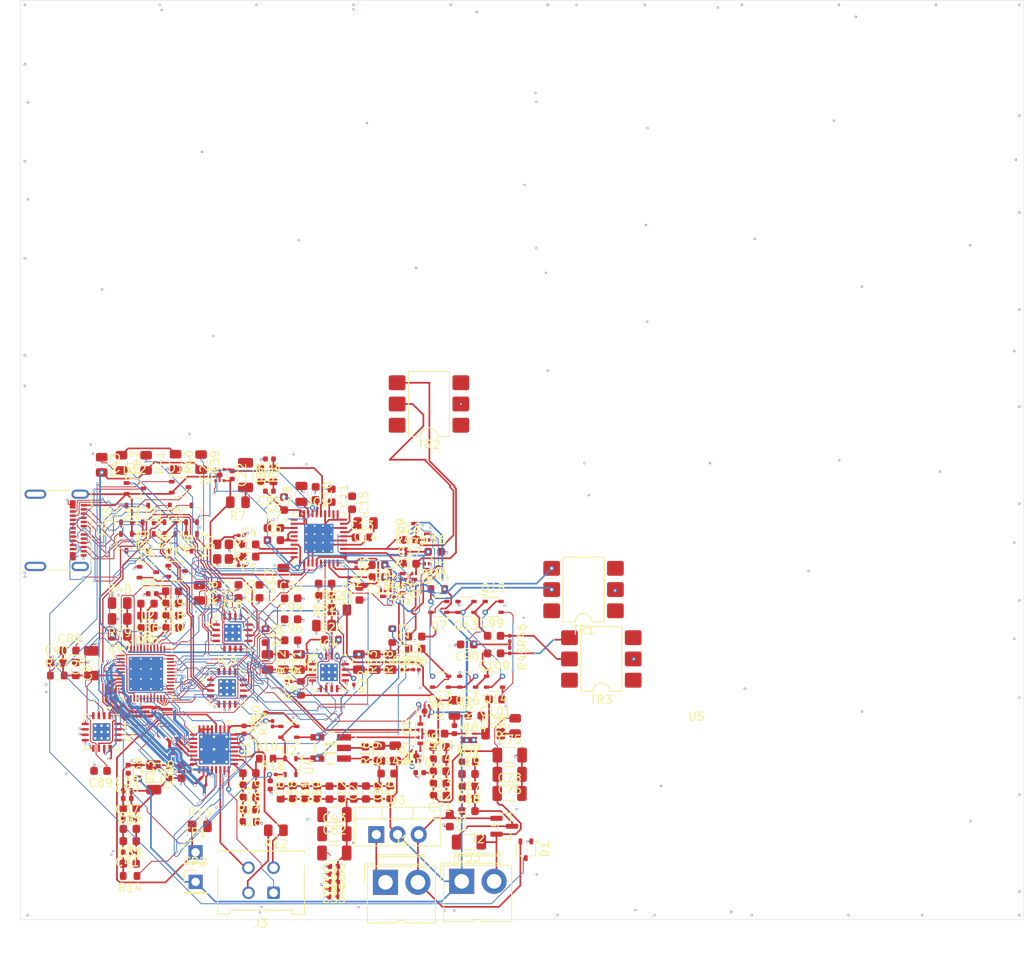
<source format=kicad_pcb>
(kicad_pcb (version 20241229) (generator "pcbnew") (generator_version "9.0")
  (layers (0 "F.Cu" signal "Top Layer") (4 "In1.Cu" signal "Ground Layer 1") (6 "In2.Cu" signal "Ground Layer 2") (2 "B.Cu" signal "Bottom Layer") (13 "F.Paste" user) (15 "B.Paste" user) (5 "F.SilkS" user "Top Overlay") (7 "B.SilkS" user "Board Layer Stack Bottom Overlay") (1 "F.Mask" user "Top Solder") (3 "B.Mask" user "Board Layer Stack Bottom Solder") (25 "Edge.Cuts" user))
  (net 0 "")
  (net 1 "Net-(IC1-VREGIN)")
  (net 2 "GND")
  (net 3 "Net-(IC1-VREGVCO)")
  (net 4 "Net-(IC1-VREFVCO)")
  (net 5 "Net-(IC1-VBIASVARAC)")
  (net 6 "Net-(IC1-VBIASVCO2)")
  (net 7 "Net-(IC1-VREFVCO2)")
  (net 8 "+3V3")
  (net 9 "Net-(IC2-OUT)")
  (net 10 "Net-(IC1-CPOUT)")
  (net 11 "Net-(C23-Pad2)")
  (net 12 "Net-(IC1-VTUNE)")
  (net 13 "Net-(C25-Pad1)")
  (net 14 "Net-(U1-REFT)")
  (net 15 "Net-(U1-REFB)")
  (net 16 "Net-(U1-DRVDD)")
  (net 17 "+3.3VADC")
  (net 18 "+5V")
  (net 19 "Net-(U5-GND)")
  (net 20 "Net-(U1-VIN+)")
  (net 21 "Net-(U1-VIN-)")
  (net 22 "Net-(IC4-+VS)")
  (net 23 "Net-(U6-AVDD)")
  (net 24 "Net-(J3-Pin_1)")
  (net 25 "Net-(J3-Pin_2)")
  (net 26 "Net-(J3-Pin_4)")
  (net 27 "Net-(Q1-G)")
  (net 28 "Net-(Q3-G)")
  (net 29 "Net-(IC5-OUT)")
  (net 30 "Net-(IC3-RFOUT{slash}VD)")
  (net 31 "Net-(IC4--IN_A)")
  (net 32 "Net-(IC6-OUT)")
  (net 33 "Net-(Q6-S)")
  (net 34 "Net-(C4-Pad1)")
  (net 35 "Net-(C5-Pad2)")
  (net 36 "Net-(U1-PDWN)")
  (net 37 "Net-(T1-PRI_2)")
  (net 38 "Net-(IC4-+IN_B)")
  (net 39 "Net-(IC4--IN_B)")
  (net 40 "Net-(R25-Pad2)")
  (net 41 "Net-(IC4-+IN_A)")
  (net 42 "Net-(IC7-+VS)")
  (net 43 "Net-(IC8-+VS)")
  (net 44 "Net-(IC9-+VS)")
  (net 46 "Net-(D1-A)")
  (net 47 "+BATT")
  (net 48 "Net-(D2-A)")
  (net 49 "Net-(D3-A)")
  (net 50 "Net-(D4-A)")
  (net 51 "Net-(D5-A)")
  (net 52 "Net-(D6-A)")
  (net 53 "Net-(D7-A)")
  (net 54 "Net-(D8-A)")
  (net 55 "Net-(D9-A)")
  (net 56 "Net-(D10-A)")
  (net 57 "Net-(IC7-+IN_A)")
  (net 58 "Net-(IC7--IN_A)")
  (net 59 "Net-(D11-A)")
  (net 60 "Net-(D12-A)")
  (net 61 "Net-(D13-A)")
  (net 62 "Net-(IC1-SDI)")
  (net 63 "Net-(IC1-SCK)")
  (net 64 "Net-(IC1-MUXOUT)")
  (net 65 "Net-(IC1-CE)")
  (net 66 "Net-(C84-Pad2)")
  (net 67 "Net-(U6-VDDCORE)")
  (net 68 "Net-(U6-Lx)")
  (net 69 "Net-(IC1-OSCINP)")
  (net 70 "Net-(Q7-B)")
  (net 71 "Net-(IC1-VBIASVCO)")
  (net 72 "Net-(Q12-C)")
  (net 73 "Net-(IC1-GND_2)")
  (net 74 "Net-(Q8-G)")
  (net 75 "Net-(IC1-OSCINM)")
  (net 76 "Net-(Q10-G)")
  (net 78 "Net-(Q12-B)")
  (net 79 "Net-(IC3-RFIN)")
  (net 80 "Net-(U1-D3)")
  (net 81 "Net-(U1-D5)")
  (net 82 "Net-(U1-D4)")
  (net 83 "Net-(U1-D0_LSB)")
  (net 84 "Net-(U1-D8)")
  (net 85 "Net-(U1-D2)")
  (net 86 "Net-(U1-D6)")
  (net 87 "Net-(U1-D1)")
  (net 88 "Net-(U1-CLK)")
  (net 89 "Net-(U1-D7)")
  (net 90 "Net-(U1-D9_MSB)")
  (net 91 "Net-(U1-OR)")
  (net 92 "Net-(IC8-OUT_A)")
  (net 93 "Net-(IC7-OUT_A)")
  (net 94 "Net-(IC5-IN-)")
  (net 95 "Net-(IC7-OUTB)")
  (net 96 "Net-(IC9-OUTB)")
  (net 97 "Net-(IC8-OUTB)")
  (net 98 "Net-(IC9-OUT_A)")
  (net 99 "/D-")
  (net 100 "/D+")
  (net 101 "/RX1-")
  (net 102 "/RX1+")
  (net 103 "/TX1-")
  (net 104 "/TX1+")
  (net 105 "/RX2-")
  (net 106 "/RX2+")
  (net 107 "/TX2+")
  (net 108 "/TX2-")
  (net 111 "Net-(U6-RD6)")
  (net 112 "Net-(Q14-C)")
  (net 113 "Net-(Q5-S)")
  (net 114 "Net-(R36-Pad2)")
  (net 115 "ANT1+")
  (net 116 "ANTF1-")
  (net 117 "ANTF1+")
  (net 118 "ANT1-")
  (net 119 "ANT3+")
  (net 120 "ANT2+")
  (net 121 "ANT2-")
  (net 122 "ANTF2-")
  (net 123 "ANT2F+")
  (net 124 "ANTF3-")
  (net 125 "ANT3-")
  (net 126 "ANTF3+")
  (net 127 "OPA+")
  (net 128 "OPA-")
  (net 129 "ANT12F+")
  (net 130 "ANT123+")
  (net 131 "ANT123-")
  (net 132 "ANT12F-")
  (net 133 "INAMP-")
  (net 134 "INAMP+")
  (net 135 "TRANS-")
  (net 136 "TRANS+")
  (net 137 "Net-(AE1-FEED)")
  (net 138 "Net-(AE2-FEED)")
  (net 139 "Net-(AE3-FEED)")
  (footprint "Capacitor_SMD:C_0805_2012Metric" (layer "F.Cu") (at 33.617389 59.057827 90)
    (property "Reference" "C8")
    (property "Value" "1uF")
  )
  (footprint "Resistor_SMD:R_0201_0603Metric" (layer "F.Cu") (at 40.16 67.54 -90)
    (property "Reference" "R5")
    (property "Value" "50")
  )
  (footprint "Capacitor_SMD:C_0402_1005Metric" (layer "F.Cu") (at 12.797557 95.485166)
    (property "Reference" "C40")
    (property "Value" "1nF")
  )
  (footprint "Package_TO_SOT_SMD:HVSOF5" (layer "F.Cu") (at 48.340919 85.047494 -90)
    (property "Reference" "IC5")
    (property "Value" "BU7205HFV-TR")
  )
  (footprint "Resistor_SMD:R_0805_2012Metric" (layer "F.Cu") (at 40.488029 79.161293 -90)
    (property "Reference" "R33")
    (property "Value" "1k")
  )
  (footprint "Capacitor_SMD:C_0603_1608Metric" (layer "F.Cu") (at 50.145 92.24 180)
    (property "Reference" "C73")
    (property "Value" "0.1uF")
  )
  (footprint "Resistor_SMD:R_0805_2012Metric" (layer "F.Cu") (at 44.83 90.09 -90)
    (property "Reference" "R17")
    (property "Value" "1k")
  )
  (footprint "Package_TO_SOT_SMD:SOT-323_SC-70" (layer "F.Cu") (at 15.300016 61.456276 90)
    (property "Reference" "D4")
    (property "Value" "MMBZ15VAL215")
  )
  (footprint "Package_TO_SOT_SMD:SOT-343_SC-70-4" (layer "F.Cu") (at 53.291983 72.575071 180)
    (property "Reference" "Q13")
    (property "Value" "BFP840ESD" (hide yes))
  )
  (footprint "Resistor_SMD:R_0805_2012Metric" (layer "F.Cu") (at 15.05 55.34 -90)
    (property "Reference" "R41")
    (property "Value" "1k")
  )
  (footprint "Package_DFN_QFN:VQFN-48-1EP_6x6mm_P0.4mm_EP4.1x4.1mm_ThermalVias" (layer "F.Cu") (at 15.03 80.59)
    (property "Reference" "U6")
    (property "Value" "DSP")
  )
  (footprint "OptoDevice:Renesas_DFN-6_1.5x1.6mm_P0.5mm" (layer "F.Cu") (at 53.62581 88.243137 180)
    (property "Reference" "IC3")
    (property "Value" "GRF3042" (hide yes))
  )
  (footprint "Capacitor_SMD:C_0603_1608Metric" (layer "F.Cu") (at 53.597916 96.996473)
    (property "Reference" "C68")
    (property "Value" "0.1uF")
  )
  (footprint "Capacitor_SMD:C_0603_1608Metric" (layer "F.Cu") (at 28.61 70.71 -90)
    (property "Reference" "C93")
    (property "Value" "10uF")
  )
  (footprint "Resistor_SMD:R_0805_2012Metric" (layer "F.Cu") (at 31.442857 79.167305 -90)
    (property "Reference" "R31")
    (property "Value" "1k")
  )
  (footprint "Capacitor_SMD:C_1206_3216Metric" (layer "F.Cu") (at 37.563079 99.715667)
    (property "Reference" "C43")
    (property "Value" "22uF")
  )
  (footprint "Resistor_SMD:R_0805_2012Metric" (layer "F.Cu") (at 38.148285 72.916683)
    (property "Reference" "R20")
    (property "Value" "1k")
  )
  (footprint "Package_DFN_QFN:Diodes_DFN1006-3" (layer "F.Cu") (at 47.839038 88.536489 -90)
    (property "Reference" "Q6")
    (property "Value" "MMBFJ113")
  )
  (footprint "Resistor_SMD:R_0805_2012Metric" (layer "F.Cu") (at 21.62 55.26 -90)
    (property "Reference" "R39")
    (property "Value" "1k")
  )
  (footprint "Capacitor_SMD:C_0603_1608Metric" (layer "F.Cu") (at 27.407838 96.835811 180)
    (property "Reference" "C26")
    (property "Value" "0.1uF")
  )
  (footprint "Capacitor_SMD:C_0603_1608Metric" (layer "F.Cu") (at 41.259829 90.082939 -90)
    (property "Reference" "C79")
    (property "Value" "0.1uF")
  )
  (footprint "Resistor_SMD:R_0805_2012Metric" (layer "F.Cu") (at 36.325082 74.807456)
    (property "Reference" "R21")
    (property "Value" "1k")
  )
  (footprint "Package_TO_SOT_SMD:SOT-323_SC-70" (layer "F.Cu") (at 15.26 68.42)
    (property "Reference" "D6")
    (property "Value" "MMBZ15VAL215")
  )
  (footprint "Capacitor_SMD:C_0402_1005Metric" (layer "F.Cu") (at 25.338034 56.792666 -90)
    (property "Reference" "C22")
    (property "Value" "5.6nF")
  )
  (footprint "Resistor_SMD:R_0805_2012Metric" (layer "F.Cu") (at 56.546538 87.738989)
    (property "Reference" "R36")
    (property "Value" "1k" (hide yes))
  )
  (footprint "Capacitor_SMD:C_0402_1005Metric" (layer "F.Cu") (at 12.910515 91.97852 -90)
    (property "Reference" "C38")
    (property "Value" "1nF")
  )
  (footprint "Capacitor_SMD:C_0603_1608Metric" (layer "F.Cu") (at 53.601961 94.013397 180)
    (property "Reference" "C66")
    (property "Value" "0.1uF")
  )
  (footprint "Resistor_SMD:R_0603_1608Metric" (layer "F.Cu") (at 30.27325 56.789682 90)
    (property "Reference" "R9")
    (property "Value" "3.32")
  )
  (footprint "Capacitor_SMD:C_0603_1608Metric" (layer "F.Cu") (at 37.240058 59.269528 -90)
    (property "Reference" "C11")
    (property "Value" "10uF")
  )
  (footprint "Resistor_SMD:R_0201_0603Metric" (layer "F.Cu") (at 30.216717 92.616111)
    (property "Reference" "R18")
    (property "Value" "50")
  )
  (footprint "Package_DFN_QFN:Diodes_DFN1006-3" (layer "F.Cu") (at 45.717425 70.528214 -90)
    (property "Reference" "Q3")
    (property "Value" "MMBFJ113")
  )
  (footprint "Resistor_SMD:R_0805_2012Metric" (layer "F.Cu") (at 51.91158 84.655581 -90)
    (property "Reference" "R50")
    (property "Value" "18" (hide yes))
  )
  (footprint "Package_DFN_QFN:Diodes_DFN1006-3" (layer "F.Cu") (at 47.841481 86.941575 90)
    (property "Reference" "Q5")
    (property "Value" "MMBFJ113")
  )
  (footprint "Package_TO_SOT_SMD:SOT-323_SC-70" (layer "F.Cu") (at 19.12 58.2425)
    (property "Reference" "D11")
    (property "Value" "MMBZ15VAL215")
  )
  (footprint "Package_TO_SOT_SMD:HVSOF5" (layer "F.Cu") (at 23.831726 56.79141 90)
    (property "Reference" "IC2")
    (property "Value" "BU7205HFV-TR")
  )
  (footprint "Capacitor_SMD:C_0603_1608Metric" (layer "F.Cu") (at 35.503001 94.788557 90)
    (property "Reference" "C61")
    (property "Value" "0.1uF")
  )
  (footprint "Package_DIP:SMDIP-6_W7.62mm" (layer "F.Cu") (at 48.87 48.3 180)
    (property "Reference" "TR2")
    (property "Value" "TRANSF2")
  )
  (footprint "Resistor_SMD:R_0805_2012Metric" (layer "F.Cu") (at 12.1 55.34 -90)
    (property "Reference" "R42")
    (property "Value" "1k")
  )
  (footprint "Package_DFN_QFN:Diodes_DFN1006-3" (layer "F.Cu") (at 45.71909 68.937519 90)
    (property "Reference" "Q11")
    (property "Value" "MMBFJ113")
  )
  (footprint "Resistor_SMD:R_0201_0603Metric" (layer "F.Cu") (at 47.318332 80.076955)
    (property "Reference" "R26")
    (property "Value" "50")
  )
  (footprint "Capacitor_SMD:C_0603_1608Metric" (layer "F.Cu") (at 51.36 98.08 -90)
    (property "Reference" "C51")
    (property "Value" "0.1uF")
  )
  (footprint "Package_TO_SOT_SMD:SOT-343_SC-70-4" (layer "F.Cu") (at 32.111347 87.516226 180)
    (property "Reference" "U2")
    (property "Value" "BGA614H6327XTSA1")
  )
  (footprint "Resistor_SMD:R_0201_0603Metric" (layer "F.Cu") (at 45.773454 66.337633 180)
    (property "Reference" "R3")
    (property "Value" "50")
  )
  (footprint "Inductor_SMD:L_0603_1608Metric" (layer "F.Cu") (at 47.22 76.12 180)
    (property "Reference" "L3")
    (property "Value" "2.2nH" (hide yes))
  )
  (footprint "Package_TO_SOT_SMD:SOT-323_SC-70" (layer "F.Cu") (at 17.888248 64.852974 -90)
    (property "Reference" "D8")
    (property "Value" "MMBZ15VAL215")
  )
  (footprint "Package_DFN_QFN:Diodes_DFN1006-3" (layer "F.Cu") (at 48.629125 64.213049 90)
    (property "Reference" "Q2")
    (property "Value" "MMBFJ113")
  )
  (footprint "Capacitor_SMD:C_0603_1608Metric" (layer "F.Cu") (at 15.206687 73.632195 180)
    (property "Reference" "C86")
    (property "Value" "0.1uF")
  )
  (footprint "Package_TO_SOT_SMD:SOT-343_SC-70-4" (layer "F.Cu") (at 56.542558 72.56885)
    (property "Reference" "Q15")
    (property "Value" "BFP840ESD" (hide yes))
  )
  (footprint "Capacitor_SMD:C_0603_1608Metric" (layer "F.Cu") (at 53.43 77.06 180)
    (property "Reference" "C98")
    (property "Value" "100pF" (hide yes))
  )
  (footprint "Capacitor_SMD:C_0603_1608Metric" (layer "F.Cu") (at 40.85 64.27)
    (property "Reference" "C13")
    (property "Value" "0.1uF")
  )
  (footprint "Resistor_SMD:R_0805_2012Metric" (layer "F.Cu") (at 11.887013 72.118942)
    (property "Reference" "R48")
    (property "Value" "1k")
  )
  (footprint "Capacitor_SMD:C_0603_1608Metric" (layer "F.Cu") (at 15.20266 75.0893 180)
    (property "Reference" "C85")
    (property "Value" "0.1uF")
  )
  (footprint "Capacitor_SMD:C_0603_1608Metric" (layer "F.Cu") (at 56.65 78.13 180)
    (property "Reference" "C100")
    (property "Value" "100pF" (hide yes))
  )
  (footprint "Package_TO_SOT_SMD:SOT-343_SC-70-4" (layer "F.Cu") (at 56.713494 81.516761)
    (property "Reference" "Q14")
    (property "Value" "BFP840ESD" (hide yes))
  )
  (footprint "Capacitor_SMD:C_0603_1608Metric" (layer "F.Cu") (at 23.59 70.71 -90)
    (property "Reference" "C97")
    (property "Value" "10uF")
  )
  (footprint "Package_TO_SOT_SMD:SOT-323_SC-70" (layer "F.Cu") (at 13.71 58.4025)
    (property "Reference" "D12")
    (property "Value" "MMBZ15VAL215")
  )
  (footprint "Package_TO_SOT_SMD:SOT-343_SC-70-4" (layer "F.Cu") (at 53.495042 81.51844 180)
    (property "Reference" "Q16")
    (property "Value" "BFP840ESD" (hide yes))
  )
  (footprint "Capacitor_SMD:C_0805_2012Metric" (layer "F.Cu") (at 41.294657 62.566651 180)
    (property "Reference" "C14")
    (property "Value" "1uF")
  )
  (footprint "Capacitor_SMD:C_0603_1608Metric" (layer "F.Cu") (at 30.326053 63.133935)
    (property "Reference" "C7")
    (property "Value" "0.1uF")
  )
  (footprint "Resistor_SMD:R_0805_2012Metric" (layer "F.Cu") (at 42.932483 90.093615 90)
    (property "Reference" "R16")
    (property "Value" "1k")
  )
  (footprint "Capacitor_SMD:C_1206_3216Metric" (layer "F.Cu") (at 26.94 56.81 -90)
    (property "Reference" "C23")
    (property "Value" "51nF")
  )
  (footprint "Capacitor_SMD:C_0603_1608Metric" (layer "F.Cu") (at 46.549154 67.408141)
    (property "Reference" "C17")
    (property "Value" "100pF")
  )
  (footprint "Package_TO_SOT_SMD:SOT-343_SC-70-4" (layer "F.Cu") (at 50.245 81.52 180)
    (property "Reference" "Q12")
    (property "Value" "BFP840ESD")
  )
  (footprint "Capacitor_SMD:C_0603_1608Metric" (layer "F.Cu") (at 5.895448 77.79809)
    (property "Reference" "C88")
    (property "Value" "100pF")
  )
  (footprint "Capacitor_SMD:C_0603_1608Metric" (layer "F.Cu") (at 9.605 92.19 180)
    (property "Reference" "C89")
    (property "Value" "100pF")
  )
  (footprint "Connector:JWT_A3963_1x02_P3.96mm_Vertical" (layer "F.Cu") (at 43.67 105.52)
    (property "Reference" "J1")
    (property "Value" "Conn_01x02_Pin")
  )
  (footprint "Package_TO_SOT_SMD:SOT-323_SC-70" (layer "F.Cu") (at 20.49 64.84 -90)
    (property "Reference" "D7")
    (property "Value" "MMBZ15VAL215")
  )
  (footprint "Capacitor_SMD:C_0603_1608Metric" (layer "F.Cu") (at 30.329795 64.59138)
    (property "Reference" "C6")
    (property "Value" "0.1uF")
  )
  (footprint "Capacitor_SMD:C_0603_1608Metric" (layer "F.Cu") (at 4.339051 79.253763)
    (property "Reference" "C90")
    (property "Value" "10uF")
  )
  (footprint "Capacitor_SMD:C_0603_1608Metric" (layer "F.Cu") (at 27.401426 95.378873 180)
    (property "Reference" "C27")
    (property "Value" "0.1uF")
  )
  (footprint "Resistor_SMD:R_0201_0603Metric" (layer "F.Cu") (at 58.535 76.355 90)
    (property "Reference" "R46")
    (property "Value" "50" (hide yes))
  )
  (footprint "Resistor_SMD:R_0603_1608Metric" (layer "F.Cu") (at 49.923982 70.440923)
    (property "Reference" "R44")
    (property "Value" "1.5")
  )
  (footprint "Capacitor_SMD:C_0603_1608Metric" (layer "F.Cu") (at 13.0923 103.297969)
    (property "Reference" "C35")
    (property "Value" "0.1uF")
  )
  (footprint "Connector_PinHeader_2.54mm:PinHeader_1x01_P2.54mm_Vertical" (layer "F.Cu") (at 20.968388 105.46371)
    (property "Reference" "TP2")
    (property "Value" "PWDN_P")
  )
  (footprint "Capacitor_SMD:C_1206_3216Metric" (layer "F.Cu") (at 58.504998 94.8907)
    (property "Reference" "C78")
    (property "Value" "22uF")
  )
  (footprint "Capacitor_SMD:C_0603_1608Metric" (layer "F.Cu") (at 13.095758 100.591105 180)
    (property "Reference" "C33")
    (property "Value" "0.1uF")
  )
  (footprint "Capacitor_SMD:C_0603_1608Metric" (layer "F.Cu") (at 50.161835 93.701739 180)
    (property "Reference" "C72")
    (property "Value" "0.1uF")
  )
  (footprint "Capacitor_SMD:C_0603_1608Metric" (layer "F.Cu") (at 18.167882 75.078844)
    (property "Reference" "C45")
    (property "Value" "10uF")
  )
  (footprint "Capacitor_SMD:C_0603_1608Metric" (layer "F.Cu") (at 27.382081 66.555362 180)
    (property "Reference" "C5")
    (property "Value" "0.1uF")
  )
  (footprint "Package_DFN_QFN:QFN-16-1EP_4x4mm_P0.65mm_EP2.1x2.1mm_ThermalVias" (layer "F.Cu") (at 36.91 80.4)
    (property "Reference" "IC4")
    (property "Value" "OPA2673IRGVR")
  )
  (footprint "Capacitor_SMD:C_0603_1608Metric" (layer "F.Cu") (at 49.548128 65.980341)
    (property "Reference" "C16")
    (property "Value" "100pF")
  )
  (footprint "Capacitor_SMD:C_0603_1608Metric" (layer "F.Cu") (at 50.134658 89.325092 180)
    (property "Reference" "C74")
    (property "Value" "10uF")
  )
  (footprint "Resistor_SMD:R_0603_1608Metric" (layer "F.Cu") (at 28.817778 56.790406 -90)
    (property "Reference" "R8")
    (property "Value" "1.5")
  )
  (footprint "" (layer "F.Cu") (at 73.35 78.81)
    (property "Reference" "")
    (property "Value" "")
  )
  (footprint "Connector_USB:USB_C_Receptacle_Molex_105450-0101" (layer "F.Cu") (at 4.366131 63.411642 -90)
    (property "Reference" "P1")
    (property "Value" "USB_C_Plug")
  )
  (footprint "Capacitor_SMD:C_0402_1005Metric" (layer "F.Cu") (at 15.779977 70.994876)
    (property "Reference" "C47")
    (property "Value" "1nF")
  )
  (footprint "Capacitor_SMD:C_0402_1005Metric" (layer "F.Cu") (at 29.360815 85.740827 90)
    (property "Reference" "C80")
    (property "Value" "100pF")
  )
  (footprint "Capacitor_SMD:C_0603_1608Metric" (layer "F.Cu") (at 13.092621 96.665347 180)
    (property "Reference" "C32")
    (property "Value" "0.1uF")
  )
  (footprint "Capacitor_SMD:C_0603_1608Metric" (layer "F.Cu") (at 56.831415 83.640732 180)
    (property "Reference" "C101")
    (property "Value" "100pF")
  )
  (footprint "Resistor_SMD:R_0805_2012Metric" (layer "F.Cu") (at 33.339203 79.161276 -90)
    (property "Reference" "R34")
    (property "Value" "1k")
  )
  (footprint "Inductor_SMD:L_0603_1608Metric" (layer "F.Cu") (at 47.219776 77.571229 180)
    (property "Reference" "L4")
    (property "Value" "2.2nH" (hide yes))
  )
  (footprint "Resistor_SMD:R_0603_1608Metric" (layer "F.Cu") (at 13.136812 104.754438 180)
    (property "Reference" "R14")
    (property "Value" "0")
  )
  (footprint "Capacitor_SMD:C_1206_3216Metric" (layer "F.Cu") (at 37.552795 102.008885 180)
    (property "Reference" "C42")
    (property "Value" "22uF")
  )
  (footprint "Capacitor_SMD:C_0603_1608Metric" (layer "F.Cu") (at 27.375972 65.096928)
    (property "Reference" "C4")
    (property "Value" "0.1uF")
  )
  (footprint "Package_TO_SOT_SMD:SOT-323_SC-70" (layer "F.Cu") (at 20.483994 61.437132 90)
    (property "Reference" "D2")
    (property "Value" "MMBZ15VAL215")
  )
  (footprint "Resistor_SMD:R_0201_0603Metric" (layer "F.Cu") (at 39.3 69.39 -90)
    (property "Reference" "R6")
    (property "Value" "50")
  )
  (footprint "Inductor_SMD:L_0603_1608Metric" (layer "F.Cu") (at 15.210146 72.181081 180)
    (property "Reference" "L2")
    (property "Value" "10u")
  )
  (footprint "Capacitor_SMD:C_0402_1005Metric" (layer "F.Cu") (at 29.895169 93.87067 -90)
    (property "Reference" "C81")
    (property "Value" "100pF")
  )
  (footprint "Capacitor_SMD:C_0603_1608Metric" (layer "F.Cu") (at 53.600459 92.560226)
    (property "Reference" "C69")
    (property "Value" "0.1uF")
  )
  (footprint "Capacitor_SMD:C_0603_1608Metric" (layer "F.Cu") (at 53.6 95.51)
    (property "Reference" "C67")
    (property "Value" "0.1uF")
  )
  (footprint "Capacitor_SMD:C_1206_3216Metric" (layer "F.Cu") (at 15.962828 92.963727 -90)
    (property "Reference" "C30")
    (property "Value" "22uF")
  )
  (footprint "Package_TO_SOT_SMD:SOT-343_SC-70-4" (layer "F.Cu") (at 50.046904 72.570761 180)
    (property "Reference" "Q7")
    (property "Value" "BFP840ESD")
  )
  (footprint "Package_TO_SOT_THT:TO-220-3_Vertical" (layer "F.Cu") (at 42.57 99.8)
    (property "Reference" "U3")
    (property "Value" "LD1117V-3V3")
  )
  (footprint "Resistor_SMD:R_0805_2012Metric" (layer "F.Cu") (at 44.276761 79.16054 -90)
    (property "Reference" "R27")
    (property "Value" "1k")
  )
  (footprint "Package_DFN_QFN:Diodes_DFN1006-3" (layer "F.Cu") (at 47.097286 62.951721 90)
    (property "Reference" "Q9")
    (property "Value" "MMBFJ113")
  )
  (footprint "" (layer "F.Cu") (at 71.12 70.62)
    (property "Reference" "")
    (property "Value" "")
  )
  (footprint "Capacitor_SMD:C_0402_1005Metric" (layer "F.Cu") (at 12.8 94.57)
    (property "Reference" "C39")
    (property "Value" "1nF")
  )
  (footprint "Capacitor_SMD:C_0603_1608Metric" (layer "F.Cu") (at 6.638009 79.999718 -90)
    (property "Reference" "C87")
    (property "Value" "0.1uF")
  )
  (footprint "Resistor_SMD:R_0201_0603Metric" (layer "F.Cu") (at 58.535 77.805 90)
    (property "Reference" "R45")
    (property "Value" "50" (hide yes))
  )
  (footprint "Capacitor_SMD:C_0402_1005Metric" (layer "F.Cu") (at 37.486322 106.355355 180)
    (property "Reference" "C55")
    (property "Value" "1nF")
  )
  (footprint "Resistor_SMD:R_0201_0603Metric" (layer "F.Cu") (at 45.92054 80.073675)
    (property "Reference" "R25")
    (property "Value" "50")
  )
  (footprint "Resistor_SMD:R_0805_2012Metric" (layer "F.Cu") (at 9.74 55.58 -90)
    (property "Reference" "R43")
    (property "Value" "1k")
  )
  (footprint "Capacitor_SMD:C_0603_1608Metric" (layer "F.Cu") (at 44.250865 94.778887 90)
    (property "Reference" "C52")
    (property "Value" "10uF")
  )
  (footprint "Package_DFN_QFN:QFN-16-1EP_4x4mm_P0.65mm_EP2.1x2.1mm_ThermalVias" (layer "F.Cu") (at 9.72 87.54 -90)
    (property "Reference" "IC7")
    (property "Value" "OPA2673IRGVR")
  )
  (footprint "Capacitor_SMD:C_0603_1608Metric" (layer "F.Cu") (at 26.1 70.71 -90)
    (property "Reference" "C95")
    (property "Value" "10uF")
  )
  (footprint "Capacitor_SMD:C_0603_1608Metric" (layer "F.Cu") (at 38.421478 94.794895 -90)
    (property "Reference" "C2")
    (property "Value" "0.1uF")
  )
  (footprint "Capacitor_SMD:C_0603_1608Metric" (layer "F.Cu") (at 42.793511 94.768612 -90)
    (property "Reference" "C56")
    (property "Value" "100pF")
  )
  (footprint "Resistor_SMD:R_0603_1608Metric" (layer "F.Cu") (at 44.491128 76.004575 -90)
    (property "Reference" "R23")
    (property "Value" "0")
  )
  (footprint "Capacitor_SMD:C_1206_3216Metric" (layer "F.Cu") (at 8.513952 79.309267 90)
    (property "Reference" "C91")
    (property "Value" "51nF")
  )
  (footprint "Package_DFN_QFN:Diodes_DFN1006-3" (layer "F.Cu") (at 43.364733 70.964259 -90)
    (property "Reference" "Q4")
    (property "Value" "MMBFJ113")
  )
  (footprint "Capacitor_SMD:C_0603_1608Metric" (layer "F.Cu") (at 36.969448 94.792427 90)
    (property "Reference" "C59")
    (property "Value" "0.1uF")
  )
  (footprint "Resistor_SMD:R_0603_1608Metric" (layer "F.Cu") (at 14.091979 92.319613 -90)
    (property "Reference" "R13")
    (property "Value" "0")
  )
  (footprint "Capacitor_SMD:C_0603_1608Metric" (layer "F.Cu") (at 32.39 74.06)
    (property "Reference" "C94")
    (property "Value" "0.1uF")
  )
  (footprint "Connector_Molex:Molex_Micro-Fit_3.0_43045-0412_2x02_P3.00mm_Vertical" (layer "F.Cu") (at 30.29 106.77 180)
    (property "Reference" "J3")
    (property "Value" "Conn_01x04_Pin")
  )
  (footprint "Capacitor_SMD:C_0603_1608Metric" (layer "F.Cu") (at 17.834172 92.27 90)
    (property "Reference" "C31")
    (property "Value" "0.1uF")
  )
  (footprint "Capacitor_SMD:C_0603_1608Metric" (layer "F.Cu") (at 19.293778 92.272673 90)
    (property "Reference" "C36")
    (property "Value" "100pF")
  )
  (footprint "Resistor_SMD:R_0603_1608Metric" (layer "F.Cu") (at 29.398678 90.723018)
    (property "Reference" "R10")
    (property "Value" "0")
  )
  (footprint "Package_DFN_QFN:QFN-16-1EP_4x4mm_P0.65mm_EP2.1x2.1mm_ThermalVias" (layer "F.Cu") (at 25.395 75.665)
    (property "Reference" "IC8")
    (property "Value" "OPA2673IRGVR")
  )
  (footprint "Capacitor_SMD:C_0402_1005Metric" (layer "F.Cu") (at 29.791521 58.728932 180)
    (property "Reference" "C25")
    (property "Value" "6.8nF")
  )
  (footprint "Capacitor_SMD:C_0402_1005Metric" (layer "F.Cu") (at 37.493178 104.531749 180)
    (property "Reference" "C63")
    (property "Value" "1nF")
  )
  (footprint "Capacitor_SMD:C_0402_1005Metric" (layer "F.Cu") (at 12.800694 97.949845)
    (property "Reference" "C37")
    (property "Value" "1nF")
  )
  (footprint "Package_TO_SOT_SMD:SOT-323_SC-70" (layer "F.Cu") (at 18.7 68.29)
    (property "Reference" "D13")
    (property "Value" "MMBZ15VAL215")
  )
  (footprint "Inductor_SMD:L_0402_1005Metric" (layer "F.Cu") (at 51.908317 87.256609 -90)
    (property "Reference" "L1")
    (property "Value" "200nH" (hide yes))
  )
  (footprint "Capacitor_SMD:C_0603_1608Metric" (layer "F.Cu") (at 42.821116 67.562881 180)
    (property "Reference" "C21")
    (property "Value" "100pF")
  )
  (footprint "Capacitor_SMD:C_1206_3216Metric" (layer "F.Cu") (at 58.52 92.6 180)
    (property "Reference" "C76")
    (property "Value" "22uF")
  )
  (footprint "Package_TO_SOT_SMD:HVSOF5" (layer "F.Cu") (at 47.336354 90.429556 90)
    (property "Reference" "IC6")
    (property "Value" "BU7205HFV-TR")
  )
  (footprint "KiCad:CX2041NLT" (layer "F.Cu") (at 37.117181 89.443609 90)
    (property "Reference" "T1")
    (property "Value" "CX2041NLT" (hide yes))
  )
  (footprint "Capacitor_SMD:C_0402_1005Metric" (layer "F.Cu") (at 37.493178 103.619375 180)
    (property "Reference" "C65")
    (property "Value" "1nF")
  )
  (footprint "Capacitor_SMD:C_0603_1608Metric" (layer "F.Cu") (at 36.460906 71.239882 180)
    (property "Reference" "C82")
    (property "Value" "0.1uF")
  )
  (footprint "Package_DFN_QFN:Diodes_DFN1006-3" (layer "F.Cu") (at 48.621114 67.755628 -90)
    (property "Reference" "Q1")
    (property "Value" "MMBFJ113")
  )
  (footprint "Resistor_SMD:R_0201_0603Metric" (layer "F.Cu") (at 30.170513 86.54569 90)
    (property "Reference" "R19")
    (property "Value" "50")
  )
  (footprint "Capacitor_SMD:C_0603_1608Metric" (layer "F.Cu") (at 39.678041 60.113855 -90)
    (property "Reference" "C15")
    (property "Value" "10uF")
  )
  (footprint "Package_TO_SOT_SMD:SOT-23" (layer "F.Cu") (at 57.8775 98.81)
    (property "Reference" "U5")
    (property "Value" "AP7381-50SA-7")
  )
  (footprint "Capacitor_SMD:C_0603_1608Metric" (layer "F.Cu") (at 27.400135 93.920494 180)
    (property "Reference" "C28")
    (property "Value" "0.1uF")
  )
  (footprint "Resistor_SMD:R_0201_0603Metric" (layer "F.Cu") (at 26.440875 64.023041 180)
    (property "Reference" "R1")
    (property "Value" "50")
  )
  (footprint "Capacitor_SMD:C_0805_2012Metric" (layer "F.Cu") (at 31.475901 68.868054 90)
    (property "Reference" "C3")
    (property "Value" "1uF")
  )
  (footprint "Package_DFN_QFN:Diodes_DFN1006-3" (layer "F.Cu") (at 44.524733 70.964259 -90)
    (property "Reference" "Q10")
    (property "Value" "MMBFJ113")
  )
  (footprint "Capacitor_SMD:C_0603_1608Metric" (layer "F.Cu") (at 34.050829 94.780652 -90)
    (property "Reference" "C60")
    (property "Value" "0.1uF")
  )
  (footprint "Package_DIP:SMDIP-6_W7.62mm" (layer "F.Cu") (at 67.35 70.5 180)
    (property "Reference" "TR1")
    (property "Value" "TRANSF2")
  )
  (footprint "Resistor_SMD:R_0603_1608Metric" (layer "F.Cu") (at 53.594391 91.104081)
    (property "Reference" "R52")
    (property "Value" "0")
  )
  (footprint "Capacitor_SMD:C_0603_1608Metric" (layer "F.Cu") (at 32.39 71.55)
    (property "Reference" "C92")
    (property "Value" "0.1uF")
  )
  (footprint "Connector_PinHeader_2.54mm:PinHeader_1x01_P2.54mm_Vertical" (layer "F.Cu") (at 20.96 101.93)
    (property "Reference" "TP1")
    (property "Value" "PWDN_N")
  )
  (footprint "Resistor_SMD:R_0805_2012Metric" (layer "F.Cu") (at 42.385213 79.164397 -90)
    (property "Reference" "R28")
    (property "Value" "1k")
  )
  (footprint "Capacitor_SMD:C_0603_1608Metric" (layer "F.Cu") (at 39.88 94.78 90)
    (property "Reference" "C12")
    (property "Value" "0.1uF")
  )
  (footprint "Resistor_SMD:R_0805_2012Metric" (layer "F.Cu") (at 29.549748 79.167305 -90)
    (property "Reference" "R32")
    (property "Value" "1k")
  )
  (footprint "Resistor_SMD:R_0805_2012Metric" (layer "F.Cu") (at 59.166903 86.812817 90)
    (property "Reference" "R51")
    (property "Value" "1k" (hide yes))
  )
  (footprint "Resistor_SMD:R_0805_2012Metric" (layer "F.Cu") (at 26.024555 60.053658 180)
    (property "Reference" "R7")
    (property "Value" "18")
  )
  (footprint "Package_DFN_QFN:VQFN-40-1EP_6x6mm_P0.5mm_EP3.5x3.5mm_ThermalVias" (layer "F.Cu") (at 35.7 64.38)
    (property "Reference" "IC1")
    (property "Value" "LMX2592RHAT")
  )
  (footprint "Capacitor_SMD:C_0603_1608Metric" (layer "F.Cu") (at 32.596823 94.76075 -90)
    (property "Reference" "C64")
    (property "Value" "0.1uF")
  )
  (footprint "Capacitor_SMD:C_0603_1608Metric" (layer "F.Cu") (at 50.175179 95.149583 180)
    (property "Reference" "C71")
    (property "Value" "100pF")
  )
  (footprint "Capacitor_SMD:C_0603_1608Metric" (layer "F.Cu") (at 41.335543 94.773237 -90)
    (property "Reference" "C1")
    (property "Value" "0.1uF")
  )
  (footprint "Package_DFN_QFN:QFN-16-1EP_4x4mm_P0.65mm_EP2.1x2.1mm_ThermalVias" (layer "F.Cu") (at 24.73 82.26)
    (property "Reference" "IC9")
    (property "Value" "OPA2673IRGVR")
  )
  (footprint "Resistor_SMD:R_0201_0603Metric" (layer "F.Cu") (at 45.774696 65.638992)
    (property "Reference" "R4")
    (property "Value" "50")
  )
  (footprint "Resistor_SMD:R_0805_2012Metric" (layer "F.Cu") (at 21.47 98.82)
    (property "Reference" "R15")
    (property "Value" "1k")
  )
  (footprint "Capacitor_SMD:C_0603_1608Metric" (layer "F.Cu") (at 54.338052 85.57481 180)
    (property "Reference" "C84")
    (property "Value" "0.1uF" (hide yes))
  )
  (footprint "Resistor_SMD:R_0805_2012Metric" (layer "F.Cu") (at 11.890075 74.011461 180)
    (property "Reference" "R49")
    (property "Value" "1k")
  )
  (footprint "Resistor_SMD:R_0805_2012Metric" (layer "F.Cu") (at 30.565523 99.292644 180)
    (property "Reference" "R12")
    (property "Value" "1k")
  )
  (footprint "Resistor_SMD:R_0603_1608Metric" (layer "F.Cu") (at 27.405225 98.294911)
    (property "Reference" "R11")
    (property "Value" "0")
  )
  (footprint "Capacitor_SMD:C_0402_1005Metric" (layer "F.Cu") (at 47.759926 92.399552)
    (property "Reference" "C70")
    (property "Value" "1nF")
  )
  (footprint "Resistor_SMD:R_0201_0603Metric" (layer "F.Cu") (at 39.889153 81.537959 -90)
    (property "Reference" "R22")
    (property "Value" "50")
  )
  (footprint "Capacitor_SMD:C_0402_1005Metric" (layer "F.Cu") (at 12.797634 101.935038 180)
    (property "Reference" "C41")
    (property "Value" "1nF")
  )
  (footprint "Capacitor_SMD:C_0603_1608Metric" (layer "F.Cu") (at 56.65 76.035 180)
    (property "Reference" "C99")
    (property "Value" "100pF" (hide yes))
  )
  (footprint "Resistor_SMD:R_0603_1608Metric" (layer "F.Cu") (at 37.21 76.49)
    (property "Reference" "R24")
    (property "Value" "0")
  )
  (footprint "Package_TO_SOT_SMD:SOT-323_SC-70" (layer "F.Cu") (at 12.702827 61.457113 90)
    (property "Reference" "D5")
    (property "Value" "MMBZ15VAL215")
  )
  (footprint "Capacitor_SMD:C_0603_1608Metric" (layer "F.Cu") (at 32.39 76.57)
    (property "Reference" "C96")
    (property "Value" "0.1uF")
  )
  (footprint "Package_CSP:LFCSP-32-1EP_5x5mm_P0.5mm_EP3.6x3.6mm_ThermalVias" (layer "F.Cu") (at 23.1703 89.609999 -90)
    (property "Reference" "U1")
    (property "Value" "AD9215BCPZ-105")
  )
  (footprint "Crystal:Crystal_SMD_2520-4Pin_2.5x2.0mm" (layer "F.Cu") (at 24.24282 65.963345 90)
    (property "Reference" "Y1")
    (property "Value" "Crystal_GND24")
  )
  (footprint "Package_TO_SOT_SMD:SOT-323_SC-70" (layer "F.Cu") (at 60.45 101.62 -90)
    (property "Reference" "D1")
    (property "Value" "MMBZ15VAL215")
  )
  (footprint "Capacitor_SMD:C_0603_1608Metric" (layer "F.Cu") (at 50.138328 90.778811 180)
    (property "Reference" "C77")
    (property "Value" "0.1uF")
  )
  (footprint "Package_TO_SOT_SMD:SOT-323_SC-70" (layer "F.Cu") (at 15.296862 64.849818 -90)
    (property "Reference" "D9")
    (property "Value" "MMBZ15VAL215")
  )
  (footprint "Capacitor_SMD:C_1206_3216Metric" (layer "F.Cu") (at 58.526672 90.298128)
    (property "Reference" "C75")
    (property "Value" "22uF")
  )
  (footprint "Resistor_SMD:R_0805_2012Metric" (layer "F.Cu") (at 21.43 70.89 -90)
    (property "Reference" "R38")
    (property "Value" "1k")
  )
  (footprint "Capacitor_SMD:C_0603_1608Metric" (layer "F.Cu") (at 40.56 70.97 90)
    (property "Reference" "C20")
    (property "Value" "100pF")
  )
  (footprint "Capacitor_SMD:C_0402_1005Metric" (layer "F.Cu") (at 37.493178 105.443552 180)
    (property "Reference" "C57")
    (property "Value" "1nF")
  )
  (footprint "Package_DIP:SMDIP-6_W7.62mm" (layer "F.Cu") (at 69.48 78.8 180)
    (property "Reference" "TR3")
    (property "Value" "TRANSF2")
  )
  (footprint "Resistor_SMD:R_0603_1608Metric" (layer "F.Cu") (at 29.331159 76.015361 -90)
    (property "Reference" "R35")
    (property "Value" "0")
  )
  (footprint "Capacitor_SMD:C_1206_3216Metric" (layer "F.Cu") (at 37.573505 97.416999 180)
    (property "Reference" "C62")
    (property "Value" "22uF")
  )
  (footprint "Capacitor_SMD:C_0603_1608Metric" (layer "F.Cu") (at 42.82 69.02 180)
    (property "Reference" "C19")
    (property "Value" "100pF")
  )
  (footprint "Package_TO_SOT_SMD:SOT-323_SC-70" (layer "F.Cu") (at 12.701131 64.851642 -90)
    (property "Reference" "D10")
    (property "Value" "MMBZ15VAL215")
  )
  (footprint "Package_DFN_QFN:Diodes_DFN1006-3" (layer "F.Cu") (at 47.104898 68.930682 -90)
    (property "Reference" "Q8")
    (property "Value" "MMBFJ113")
  )
  (footprint "Capacitor_SMD:C_0402_1005Metric" (layer "F.Cu") (at 29.800058 54.877455 180)
    (property "Reference" "C24")
    (property "Value" "6.8nF")
  )
  (footprint "Capacitor_SMD:C_0603_1608Metric" (layer "F.Cu") (at 13.104514 99.134028)
    (property "Reference" "C34")
    (property "Value" "0.1uF")
  )
  (footprint "Resistor_SMD:R_0805_2012Metric" (layer "F.Cu") (at 18.57 55.22 -90)
    (property "Reference" "R40")
    (property "Value" "1k")
  )
  (footprint "Capacitor_SMD:C_0603_1608Metric" (layer "F.Cu") (at 35.322639 58.987196 -90)
    (property "Reference" "C10")
    (property "Value" "10uF")
  )
  (footprint "Capacitor_SMD:C_0603_1608Metric" (layer "F.Cu") (at 27.402812 92.463423 180)
    (property "Reference" "C29")
    (property "Value" "10uF")
  )
  (footprint "Capacitor_SMD:C_0603_1608Metric" (layer "F.Cu") (at 31.55 60.21 90)
    (property "Reference" "C9")
    (property "Value" "0.1uF")
  )
  (footprint "Capacitor_SMD:C_0603_1608Metric" (layer "F.Cu") (at 18.163707 72.162645 180)
    (property "Reference" "C48")
    (property "Value" "0.1uF")
  )
  (footprint "Capacitor_SMD:C_0603_1608Metric" (layer "F.Cu") (at 18.16469 70.703089 180)
    (property "Reference" "C49")
    (property "Value" "0.1uF")
  )
  (footprint "Capacitor_SMD:C_0603_1608Metric" (layer "F.Cu") (at 36.453481 69.791945 180)
    (property "Reference" "C83")
    (property "Value" "10uF")
  )
  (footprint "Resistor_SMD:R_0805_2012Metric" (layer "F.Cu") (at 11.891199 75.908237 180)
    (property "Reference" "R47")
    (property "Value" "1k")
  )
  (footprint "Package_TO_SOT_SMD:SOT-323_SC-70" (layer "F.Cu") (at 17.892103 61.444616 90)
    (property "Reference" "D3")
    (property "Value" "MMBZ15VAL215")
  )
  (footprint "Resistor_SMD:R_0201_0603Metric" (layer "F.Cu") (at 32.129823 81.488224)
    (property "Reference" "R30")
    (property "Value" "50")
  )
  (footprint "Resistor_SMD:R_0603_1608Metric" (layer "F.Cu") (at 33.553851 82.320176 90)
    (property "Reference" "R29")
    (property "Value" "0")
  )
  (footprint "Capacitor_SMD:C_0603_1608Metric" (layer "F.Cu") (at 18.167882 73.622021 180)
    (property "Reference" "C50")
    (property "Value" "100pF")
  )
  (footprint "Capacitor_SMD:C_0603_1608Metric" (layer "F.Cu") (at 49.959416 87.732064 180)
    (property "Reference" "C102")
    (property "Value" "100pF" (hide yes))
  )
  (footprint "Resistor_SMD:R_0201_0603Metric" (layer "F.Cu") (at 26.43217 67.625795)
    (property "Reference" "R2")
    (property "Value" "50")
  )
  (footprint "Resistor_SMD:R_0603_1608Metric" (layer "F.Cu") (at 4.432479 80.777705)
    (property "Reference" "R37")
    (property "Value" "0")
  )
  (footprint "Capacitor_SMD:C_0603_1608Metric" (layer "F.Cu") (at 43.92 92.51)
    (property "Reference" "C44")
    (property "Value" "10uF")
  )
  (footprint "Capacitor_SMD:C_0402_1005Metric" (layer "F.Cu") (at 26.752887 87.288113 -90)
    (property "Reference" "C46")
    (property "Value" "1nF")
  )
  (footprint "Capacitor_SMD:C_0402_1005Metric" (layer "F.Cu") (at 37.482785 107.270843)
    (property "Reference" "C54")
    (property "Value" "1nF")
  )
  (footprint "Capacitor_SMD:C_1206_3216Metric" (layer "F.Cu") (at 53.65052 100.708863 180)
    (property "Reference" "C53")
    (property "Value" "22uF")
  )
  (footprint "Package_TO_SOT_SMD:SOT-343_SC-70-4" (layer "F.Cu") (at 32.311411 91.67126 -90)
    (property "Reference" "U4")
    (property "Value" "BGA614H6327XTSA1")
  )
  (footprint "Capacitor_SMD:C_0603_1608Metric" (layer "F.Cu") (at 31.143658 94.75676 -90)
    (property "Reference" "C58")
    (property "Value" "0.1uF")
  )
  (footprint "Capacitor_SMD:C_0603_1608Metric" (layer "F.Cu") (at 46.549154 64.55911)
    (property "Reference" "C18")
    (property "Value" "100pF")
  )
  (footprint "Connector:JWT_A3963_1x02_P3.96mm_Vertical" (layer "F.Cu") (at 52.78 105.4)
    (property "Reference" "J2")
    (property "Value" "Conn_01x02_Pin")
  )
  (gr_rect (start 0 0) (end 120 110) (stroke (width 0.05)) (fill no) (layer "Edge.Cuts"))
  (segment (start 32.75 66.643955) (end 31.475901 67.918054) (width 0.2) (layer "F.Cu") (net 1))
  (segment (start 32.75 66.63) (end 32.75 66.643955) (width 0.2) (layer "F.Cu") (net 1))
  (segment (start 25.22 77.615) (end 25.57 77.615) (width 0.101702) (layer "F.Cu") (net 2))
  (segment (start 23.445 76.64) (end 22.825862 76.64) (width 0.101702) (layer "F.Cu") (net 2))
  (segment (start 25.57 77.615) (end 25.72 77.615) (width 0.101702) (layer "F.Cu") (net 2))
  (segment (start 24.4205 92.642149) (end 24.4205 92.0475) (width 0.101702) (layer "F.Cu") (net 2))
  (segment (start 31.659653 90.723018) (end 31.661411 90.72126) (width 0.2) (layer "F.Cu") (net 2))
  (segment (start 13.23 83.94) (end 13.23 83.5275) (width 0.101702) (layer "F.Cu") (net 2))
  (segment (start 53.39 88.42) (end 53.39 88.263137) (width 0.2) (layer "F.Cu") (net 2))
  (segment (start 36.585 77.867851) (end 36.403163 77.586051) (width 0.101702) (layer "F.Cu") (net 2))
  (segment (start 37.45 61.43) (end 37.45 62.096) (width 0.2) (layer "F.Cu") (net 2))
  (segment (start 10.885785 90.643427) (end 10.890448 90.64809) (width 0.2) (layer "F.Cu") (net 2))
  (segment (start 15.9775 75.0895) (end 16.586149 75.0895) (width 0.101702) (layer "F.Cu") (net 2))
  (segment (start 53.61 88.46) (end 53.61 88.283137) (width 0.2) (layer "F.Cu") (net 2))
  (segment (start 23.445 74.382851) (end 23.445 74.69) (width 0.101702) (layer "F.Cu") (net 2))
  (segment (start 26.887447 80.752817) (end 26.68 80.977851) (width 0.101702) (layer "F.Cu") (net 2))
  (segment (start 11.350858 60.411642) (end 12.71 59.0525) (width 0.2) (layer "F.Cu") (net 2))
  (segment (start 14.83 77.6525) (end 14.83 77.082851) (width 0.101702) (layer "F.Cu") (net 2))
  (segment (start 48.341 84.039851) (end 48.522295 83.965873) (width 0.101702) (layer "F.Cu") (net 2))
  (segment (start 50.950179 89.365613) (end 50.909658 89.325092) (width 0.2) (layer "F.Cu") (net 2))
  (segment (start 10.458606 79.281117) (end 10.458606 79.037518) (width 0.101702) (layer "F.Cu") (net 2))
  (segment (start 6.6705 77.149672) (end 6.6705 77.7985) (width 0.101702) (layer "F.Cu") (net 2))
  (segment (start 14.03 77.082851) (end 14.054409 77.008873) (width 0.101702) (layer "F.Cu") (net 2))
  (segment (start 17.9675 78.79) (end 16.83 78.79) (width 0.1016) (layer "F.Cu") (net 2))
  (segment (start 35.413 75.666149) (end 35.413 74.8075) (width 0.101702) (layer "F.Cu") (net 2))
  (segment (start 15.23 83.5275) (end 15.23 83.12) (width 0.101702) (layer "F.Cu") (net 2))
  (segment (start 42.244657 62.566651) (end 42.244657 63.650343) (width 0.2) (layer "F.Cu") (net 2))
  (segment (start 28.881851 54.8775) (end 29.32 54.8775) (width 0.101702) (layer "F.Cu") (net 2))
  (segment (start 13.8673 97.011872) (end 17.834172 93.045) (width 0.2) (layer "F.Cu") (net 2))
  (segment (start 21.9203 87.209699) (end 21.9203 88.359999) (width 0.2) (layer "F.Cu") (net 2))
  (segment (start 52.342 72.283149) (end 52.342 71.925) (width 0.101702) (layer "F.Cu") (net 2))
  (segment (start 23.4203 89.859999) (end 23.1703 89.609999) (width 0.2) (layer "F.Cu") (net 2))
  (segment (start 16.586149 75.0895) (end 16.660127 75.08454) (width 0.101702) (layer "F.Cu") (net 2))
  (segment (start 18.9395 71.337149) (end 18.779218 71.411127) (width 0.101702) (layer "F.Cu") (net 2))
  (segment (start 32.473774 86.866226) (end 33.061347 86.866226) (width 0.2) (layer "F.Cu") (net 2))
  (segment (start 53.94 88.49) (end 53.81 88.62) (width 0.2) (layer "F.Cu") (net 2))
  (segment (start 12.1 54.4275) (end 12.9135 53.614) (width 0.2) (layer "F.Cu") (net 2))
  (segment (start 36.924 62.156) (end 36.2 62.88) (width 0.2) (layer "F.Cu") (net 2))
  (segment (start 34.45 65.63) (end 35.7 64.38) (width 0.2) (layer "F.Cu") (net 2))
  (segment (start 21.9203 88.359999) (end 23.1703 89.609999) (width 0.2) (layer "F.Cu") (net 2))
  (segment (start 17.2385 63.853) (end 16.855851 63.853) (width 0.101702) (layer "F.Cu") (net 2))
  (segment (start 24.9425 65.0885) (end 24.9425 65.822149) (width 0.101702) (layer "F.Cu") (net 2))
  (segment (start 10.695 85.59) (end 11.002149 85.59) (width 0.101702) (layer "F.Cu") (net 2))
  (segment (start 23.040132 80.903873) (end 22.78 80.977851) (width 0.101702) (layer "F.Cu") (net 2))
  (segment (start 53.328149 91.104) (end 52.7695 91.104) (width 0.101702) (layer "F.Cu") (net 2))
  (segment (start 22.420299 88.859998) (end 23.1703 89.609999) (width 0.2) (layer "F.Cu") (net 2))
  (segment (start 13.8673 97.95) (end 13.8673 97.011872) (width 0.2) (layer "F.Cu") (net 2))
  (segment (start 36.45 61.43) (end 36.45 62.63) (width 0.2) (layer "F.Cu") (net 2))
  (segment (start 37.235 81.767851) (end 37.235 82.35) (width 0.101702) (layer "F.Cu") (net 2))
  (segment (start 41.193149 71.745) (end 40.56 71.745) (width 0.101702) (layer "F.Cu") (net 2))
  (segment (start 39.039226 81.756127) (end 38.86 81.682149) (width 0.101702) (layer "F.Cu") (net 2))
  (segment (start 14.650016 62.456276) (end 13.353664 62.456276) (width 0.2) (layer "F.Cu") (net 2))
  (segment (start 37.003 107.271) (end 36.564851 107.271) (width 0.101702) (layer "F.Cu") (net 2))
  (segment (start 29.360815 85.260827) (end 27.813529 86.808113) (width 0.2) (layer "F.Cu") (net 2))
  (segment (start 18.9425 75.0785) (end 19.551149 75.0785) (width 0.101702) (layer "F.Cu") (net 2))
  (segment (start 30.095607 62.112847) (end 30.25221 62.112847) (width 0.101702) (layer "F.Cu") (net 2))
  (segment (start 14.83 77.082851) (end 14.844801 77.008873) (width 0.101702) (layer "F.Cu") (net 2))
  (segment (start 24.8632 87.266798) (end 24.8632 87.9171) (width 0.2) (layer "F.Cu") (net 2))
  (segment (start 8.437851 89.49) (end 8.285688 88.977324) (width 0.101702) (layer "F.Cu") (net 2))
  (segment (start 35.651394 71.947127) (end 35.6855 71.873149) (width 0.101702) (layer "F.Cu") (net 2))
  (segment (start 36.088 99.7155) (end 36.822149 99.7155) (width 0.101702) (layer "F.Cu") (net 2))
  (segment (start 12.252149 87.215) (end 12.589113 87.128329) (width 0.101702) (layer "F.Cu") (net 2))
  (segment (start 8.437851 85.59) (end 8.363873 85.664417) (width 0.101702) (layer "F.Cu") (net 2))
  (segment (start 55.113 86.208149) (end 55.113 85.5745) (width 0.101702) (layer "F.Cu") (net 2))
  (segment (start 13.351131 63.851642) (end 14.645038 63.851642) (width 0.2) (layer "F.Cu") (net 2))
  (segment (start 17.9675 82.39) (end 16.83 82.39) (width 0.1016) (layer "F.Cu") (net 2))
  (segment (start 13.862262 101.935038) (end 13.8673 101.93) (width 0.2) (layer "F.Cu") (net 2))
  (segment (start 53.94 88.253137) (end 53.95 88.243137) (width 0.2) (layer "F.Cu") (net 2))
  (segment (start 8.514 77.8345) (end 8.514 77.100851) (width 0.101702) (layer "F.Cu") (net 2))
  (segment (start 38.624 62.156) (end 37.79 62.156) (width 0.2) (layer "F.Cu") (net 2))
  (segment (start 15.23 83.12) (end 15.25 83.1) (width 0.101702) (layer "F.Cu") (net 2))
  (segment (start 23.1703 90.4697) (end 23.17 90.47) (width 0.2) (layer "F.Cu") (net 2))
  (segment (start 35.970602 105.770299) (end 35.958054 105.770299) (width 0.101702) (layer "F.Cu") (net 2))
  (segment (start 16.855851 63.853) (end 16.781873 63.818976) (width 0.101702) (layer "F.Cu") (net 2))
  (segment (start 60.716851 100.62) (end 61.1 100.62) (width 0.101702) (layer "F.Cu") (net 2))
  (segment (start 34.95 67.33) (end 34.95 66.13) (width 0.2) (layer "F.Cu") (net 2))
  (segment (start 53.81 88.743137) (end 54.22581 88.743137) (width 0.2) (layer "F.Cu") (net 2))
  (segment (start 38.970873 59.462007) (end 39.044851 59.3385) (width 0.101702) (layer "F.Cu") (net 2))
  (segment (start 25.055 84.21) (end 25.055 84.792149) (width 0.101702) (layer "F.Cu") (net 2))
  (segment (start 36.463884 103.595657) (end 36.574851 103.619) (width 0.101702) (layer "F.Cu") (net 2))
  (segment (start 19.621127 72.241588) (end 19.547149 72.1625) (width 0.101702) (layer "F.Cu") (net 2))
  (segment (start 36.574851 103.619) (end 37.013 103.619) (width 0.101702) (layer "F.Cu") (net 2))
  (segment (start 23.1703 89.609999) (end 23.1703 90.4697) (width 0.2) (layer "F.Cu") (net 2))
  (segment (start 15.9815 74.266149) (end 15.97966 74.340127) (width 0.101702) (layer "F.Cu") (net 2))
  (segment (start 53.94 88.49) (end 52.96081 88.49) (width 0.2) (layer "F.Cu") (net 2))
  (segment (start 42.57 99.8) (end 42.57 104.42) (width 0.2) (layer "F.Cu") (net 2))
  (segment (start 26.68 83.542149) (end 26.68 83.235) (width 0.101702) (layer "F.Cu") (net 2))
  (segment (start 37.24 58.4945) (end 36.569862 58.4945) (width 0.101702) (layer "F.Cu") (net 2))
  (segment (start 43.14 70.256851) (end 43.019716 70.182873) (width 0.101702) (layer "F.Cu") (net 2))
  (segment (start 13.46566 84.180823) (end 13.700823 84.180823) (width 0.101702) (layer "F.Cu") (net 2))
  (segment (start 48.341 84.972) (end 48.341 84.039851) (width 0.101702) (layer "F.Cu") (net 2))
  (segment (start 34.45 67.33) (end 34.45 65.63) (width 0.2) (layer "F.Cu") (net 2))
  (segment (start 27.962999 74.995645) (end 27.77 74.69) (width 0.101702) (layer "F.Cu") (net 2))
  (segment (start 3.564 79.2535) (end 3.564 78.619851) (width 0.101702) (layer "F.Cu") (net 2))
  (segment (start 53.402127 91.104003) (end 53.328149 91.104) (width 0.101702) (layer "F.Cu") (net 2))
  (segment (start 37.95 61.996) (end 37.79 62.156) (width 0.2) (layer "F.Cu") (net 2))
  (segment (start 53.57 88.243137) (end 53.37 88.243137) (width 0.2) (layer "F.Cu") (net 2))
  (segment (start 49.165138 67.406) (end 49.165138 67.709083) (width 0.101702) (layer "F.Cu") (net 2))
  (segment (start 24.4203 88.359999) (end 23.1703 89.609999) (width 0.2) (layer "F.Cu") (net 2))
  (segment (start 31.4755 70.477149) (end 31.510913 70.551127) (width 0.101702) (layer "F.Cu") (net 2))
  (segment (start 10.220402 80.39) (end 10.060074 80.229672) (width 0.101702) (layer "F.Cu") (net 2))
  (segment (start 49.136149 64.563) (end 49.703482 64.630409) (width 0.101702) (layer "F.Cu") (net 2))
  (segment (start 18.9395 70.7035) (end 18.9395 71.337149) (width 0.101702) (layer "F.Cu") (net 2))
  (segment (start 26.761 63.822) (end 27.200823 63.694186) (width 0.101702) (layer "F.Cu") (net 2))
  (segment (start 5.736862 59.829093) (end 5.685602 59.777833) (width 0.101702) (layer "F.Cu") (net 2))
  (segment (start 37.006 106.355) (end 36.555303 106.355) (width 0.101702) (layer "F.Cu") (net 2))
  (segment (start 13.351131 63.851642) (end 13.351131 62.458809) (width 0.2) (layer "F.Cu") (net 2))
  (segment (start 26.807127 71.434823) (end 26.733149 71.485) (width 0.101702) (layer "F.Cu") (net 2))
  (segment (start 19.551149 73.622) (end 18.9425 73.622) (width 0.101702) (layer "F.Cu") (net 2))
  (segment (start 38.86 81.682149) (end 38.86 81.375) (width 0.101702) (layer "F.Cu") (net 2))
  (segment (start 54.22581 88.743137) (end 54.22581 88.652673) (width 0.2) (layer "F.Cu") (net 2))
  (segment (start 53.783726 88.743137) (end 53.586863 88.546274) (width 0.2) (layer "F.Cu") (net 2))
  (segment (start 53.81 88.62) (end 53.81 88.743137) (width 0.2) (layer "F.Cu") (net 2))
  (segment (start 20.77 90.859999) (end 21.9203 90.859999) (width 0.2) (layer "F.Cu") (net 2))
  (segment (start 42.7935 93.9935) (end 42.7935 94.602149) (width 0.101702) (layer "F.Cu") (net 2))
  (segment (start 42.932483 91.006115) (end 42.932483 93.85464) (width 0.2) (layer "F.Cu") (net 2))
  (segment (start 12.910515 94.200515) (end 13.28 94.57) (width 0.2) (layer "F.Cu") (net 2))
  (segment (start 7.77 88.822149) (end 7.77 88.515) (width 0.101702) (layer "F.Cu") (net 2))
  (segment (start 33.773149 74.06) (end 33.165 74.06) (width 0.101702) (layer "F.Cu") (net 2))
  (segment (start 54.30081 88.243137) (end 53.95 88.243137) (width 0.2) (layer "F.Cu") (net 2))
  (segment (start 11.67 87.215) (end 12.252149 87.215) (width 0.101702) (layer "F.Cu") (net 2))
  (segment (start 26.751127 77.633065) (end 26.677149 77.615) (width 0.101702) (layer "F.Cu") (net 2))
  (segment (start 47.843149 90.43) (end 47.336 90.505) (width 0.101702) (layer "F.Cu") (net 2))
  (segment (start 23.920301 87.209699) (end 23.920301 88.859998) (width 0.2) (layer "F.Cu") (net 2))
  (segment (start 7.689637 79.2245) (end 6.638 79.2245) (width 0.101702) (layer "F.Cu") (net 2))
  (segment (start 28.788149 98.295) (end 28.23 98.295) (width 0.101702) (layer "F.Cu") (net 2))
  (segment (start 23.447851 84.21) (end 23.373873 84.027159) (width 0.101702) (layer "F.Cu") (net 2))
  (segment (start 53.127673 88.42) (end 52.95081 88.243137) (width 0.2) (layer "F.Cu") (net 2))
  (segment (start 54.22581 88.318137) (end 54.30081 88.243137) (width 0.2) (layer "F.Cu") (net 2))
  (segment (start 13.352827 59.695327) (end 13.352827 62.457113) (width 0.2) (layer "F.Cu") (net 2))
  (segment (start 52.95081 88.743137) (end 53.39 88.743137) (width 0.2) (layer "F.Cu") (net 2))
  (segment (start 53.377084 88.743137) (end 53.163947 88.53) (width 0.2) (layer "F.Cu") (net 2))
  (segment (start 36.569862 58.4945) (end 36.569862 58.435937) (width 0.101702) (layer "F.Cu") (net 2))
  (segment (start 33.95 62.63) (end 34.2 62.88) (width 0.2) (layer "F.Cu") (net 2))
  (segment (start 38.65 65.13) (end 36.45 65.13) (width 0.2) (layer "F.Cu") (net 2))
  (segment (start 7.187851 87.215) (end 7.77 87.215) (width 0.101702) (layer "F.Cu") (net 2))
  (segment (start 37.79 62.156) (end 37.39 62.156) (width 0.2) (layer "F.Cu") (net 2))
  (segment (start 8.745 85.59) (end 8.437851 85.59) (width 0.101702) (layer "F.Cu") (net 2))
  (segment (start 50.726851 98.855) (end 50.652873 98.632497) (width 0.101702) (layer "F.Cu") (net 2))
  (segment (start 31.165785 94.003887) (end 31.143658 93.98176) (width 0.2) (layer "F.Cu") (net 2))
  (segment (start 36.95 63.13) (end 35.7 64.38) (width 0.2) (layer "F.Cu") (net 2))
  (segment (start 23.5425 67.572149) (end 23.5425 66.8385) (width 0.101702) (layer "F.Cu") (net 2))
  (segment (start 36.585 78.45) (end 36.585 77.867851) (width 0.101702) (layer "F.Cu") (net 2))
  (segment (start 34.96 79.117851) (end 34.96 79.425) (width 0.101702) (layer "F.Cu") (net 2))
  (segment (start 17.7 68.94) (end 17.191851 68.94) (width 0.101702) (layer "F.Cu") (net 2))
  (segment (start 38.86 79.117851) (end 38.65724 79.043873) (width 0.101702) (layer "F.Cu") (net 2))
  (segment (start 14.03 77.6525) (end 14.03 77.082851) (width 0.101702) (layer "F.Cu") (net 2))
  (segment (start 19.547149 72.1625) (end 18.9385 72.1625) (width 0.101702) (layer "F.Cu") (net 2))
  (segment (start 22.9203 87.209699) (end 22.9203 89.359999) (width 0.2) (layer "F.Cu") (net 2))
  (segment (start 44.250865 94.003887) (end 31.165785 94.003887) (width 0.2) (layer "F.Cu") (net 2))
  (segment (start 7.77 86.257851) (end 7.930753 86.183873) (width 0.101702) (layer "F.Cu") (net 2))
  (segment (start 12.0925 80.39) (end 10.220402 80.39) (width 0.101702) (layer "F.Cu") (net 2))
  (segment (start 13.277557 95.485166) (end 13.277557 94.572443) (width 0.2) (layer "F.Cu") (net 2))
  (segment (start 23.1703 88.7303) (end 23.17 88.73) (width 0.2) (layer "F.Cu") (net 2))
  (segment (start 53.71 88.243137) (end 53.57 88.243137) (width 0.2) (layer "F.Cu") (net 2))
  (segment (start 26.733149 71.485) (end 26.1 71.485) (width 0.101702) (layer "F.Cu") (net 2))
  (segment (start 53.163947 88.456274) (end 52.95081 88.243137) (width 0.2) (layer "F.Cu") (net 2))
  (segment (start 25.07 73.715) (end 25.07 73.132851) (width 0.101702) (layer "F.Cu") (net 2))
  (segment (start 53.94 88.473137) (end 53.71 88.243137) (width 0.2) (layer "F.Cu") (net 2))
  (segment (start 33.847127 71.611812) (end 33.773149 71.55) (width 0.101702) (layer "F.Cu") (net 2))
  (segment (start 52.545 80.510851) (end 52.556472 80.399884) (width 0.101702) (layer "F.Cu") (net 2))
  (segment (start 25.055 84.792149) (end 24.988908 84.866127) (width 0.101702) (layer "F.Cu") (net 2))
  (segment (start 12.9135 53.614) (end 17.8765 53.614) (width 0.2) (layer "F.Cu") (net 2))
  (segment (start 52.046851 77.06) (end 51.972873 77.181306) (width 0.101702) (layer "F.Cu") (net 2))
  (segment (start 10.885785 89.192593) (end 10.885785 90.643427) (width 0.2) (layer "F.Cu") (net 2))
  (segment (start 25.705 84.21) (end 26.012149 84.21) (width 0.101702) (layer "F.Cu") (net 2))
  (segment (start 27.177138 67.369382) (end 27.177138 67.6255) (width 0.101702) (layer "F.Cu") (net 2))
  (segment (start 38.65 63.13) (end 36.95 63.13) (width 0.2) (layer "F.Cu") (net 2))
  (segment (start 18.65409 62.437132) (end 19.833994 62.437132) (width 0.2) (layer "F.Cu") (net 2))
  (segment (start 36.45 62.63) (end 36.2 62.88) (width 0.2) (layer "F.Cu") (net 2))
  (segment (start 17.360862 81.99) (end 17.360862 81.980043) (width 0.101702) (layer "F.Cu") (net 2))
  (segment (start 15.831555 94.57) (end 15.962828 94.438727) (width 0.2) (layer "F.Cu") (net 2))
  (segment (start 38.266127 82.266712) (end 38.192149 82.35) (width 0.101702) (layer "F.Cu") (net 2))
  (segment (start 25.07 77.615) (end 25.22 77.615) (width 0.101702) (layer "F.Cu") (net 2))
  (segment (start 53.586863 88.46) (end 53.586863 88.546274) (width 0.2) (layer "F.Cu") (net 2))
  (segment (start 29.360815 85.260827) (end 31.455948 85.260827) (width 0.2) (layer "F.Cu") (net 2))
  (segment (start 8.111581 79.227957) (end 7.693094 79.227957) (width 0.101702) (layer "F.Cu") (net 2))
  (segment (start 7.693094 79.227957) (end 7.689637 79.2245) (width 0.101702) (layer "F.Cu") (net 2))
  (segment (start 21.420301 87.209699) (end 22.9203 87.209699) (width 0.2) (layer "F.Cu") (net 2))
  (segment (start 42.57 104.42) (end 43.67 105.52) (width 0.2) (layer "F.Cu") (net 2))
  (segment (start 59.979998 94.8907) (end 59.979998 90.319802) (width 0.2) (layer "F.Cu") (net 2))
  (segment (start 11.649149 74.0115) (end 10.9775 74.0115) (width 0.101702) (layer "F.Cu") (net 2))
  (segment (start 26.725862 76.64) (end 26.725862 76.624124) (width 0.101702) (layer "F.Cu") (net 2))
  (segment (start 17.9675 82.39) (end 17.73658 82.39) (width 0.1016) (layer "F.Cu") (net 2))
  (segment (start 6.825138 66.512) (end 6.281 66.512) (width 0.101702) (layer "F.Cu") (net 2))
  (segment (start 22.3825 98.82) (end 22.3825 97.960851) (width 0.101702) (layer "F.Cu") (net 2))
  (segment (start 23.755 84.21) (end 23.447851 84.21) (width 0.101702) (layer "F.Cu") (net 2))
  (segment (start 31.661411 88.66629) (end 31.661411 90.72126) (width 0.2) (layer "F.Cu") (net 2))
  (segment (start 10.060074 80.229672) (end 10.060074 79.679648) (width 0.101702) (layer "F.Cu") (net 2))
  (segment (start 14.26 67.77) (end 13.751851 67.77) (width 0.101702) (layer "F.Cu") (net 2))
  (segment (start 19.2935 93.656149) (end 19.2935 93.0475) (width 0.101702) (layer "F.Cu") (net 2))
  (segment (start 52.95081 88.743137) (end 53.163947 88.53) (width 0.2) (layer "F.Cu") (net 2))
  (segment (start 38.86 79.425) (end 38.86 79.117851) (width 0.101702) (layer "F.Cu") (net 2))
  (segment (start 41.115499 90.713609) (end 41.259829 90.857939) (width 0.2) (layer "F.Cu") (net 2))
  (segment (start 19.84 63.84) (end 19.84 62.443138) (width 0.2) (layer "F.Cu") (net 2))
  (segment (start 12.71 59.0525) (end 17.96 59.0525) (width 0.2) (layer "F.Cu") (net 2))
  (segment (start 22.3825 97.960851) (end 22.260971 97.886873) (width 0.101702) (layer "F.Cu") (net 2))
  (segment (start 8.83 91.556851) (end 8.891115 91.482873) (width 0.101702) (layer "F.Cu") (net 2))
  (segment (start 42.7935 94.602149) (end 42.7038 94.713116) (width 0.101702) (layer "F.Cu") (net 2))
  (segment (start 33.773149 71.55) (end 33.165 71.55) (width 0.101702) (layer "F.Cu") (net 2))
  (segment (start 10.786 90.738167) (end 10.790833 90.743) (width 0.101702) (layer "F.Cu") (net 2))
  (segment (start 31.4755 69.818) (end 31.4755 70.477149) (width 0.101702) (layer "F.Cu") (net 2))
  (segment (start 13.28 96.077726) (end 13.867621 96.665347) (width 0.2) (layer "F.Cu") (net 2))
  (segment (start 53.39 88.743137) (end 53.61 88.743137) (width 0.2) (layer "F.Cu") (net 2))
  (segment (start 39.044851 59.3385) (end 39.678 59.3385) (width 0.101702) (layer "F.Cu") (net 2))
  (segment (start 36.832149 97.417) (end 36.0985 97.417) (width 0.101702) (layer "F.Cu") (net 2))
  (segment (start 31.161347 88.166226) (end 31.173774 88.166226) (width 0.2) (layer "F.Cu") (net 2))
  (segment (start 7.581131 60.411642) (end 11.350858 60.411642) (width 0.2) (layer "F.Cu") (net 2))
  (segment (start 52.96081 88.49) (end 52.95081 88.5) (width 0.2) (layer "F.Cu") (net 2))
  (segment (start 32.961411 92.62126) (end 32.961411 92.02126) (width 0.2) (layer "F.Cu") (net 2))
  (segment (start 32.75 62.63) (end 33.95 62.63) (width 0.2) (layer "F.Cu") (net 2))
  (segment (start 54.22581 88.49) (end 53.94 88.49) (width 0.2) (layer "F.Cu") (net 2))
  (segment (start 47.6385 80.435149) (end 47.614819 80.509127) (width 0.101702) (layer "F.Cu") (net 2))
  (segment (start 41.304116 71.639619) (end 41.193149 71.745) (width 0.101702) (layer "F.Cu") (net 2))
  (segment (start 52.545 80.8685) (end 52.545 80.510851) (width 0.101702) (layer "F.Cu") (net 2))
  (segment (start 26.761 64.023) (end 26.761 63.822) (width 0.101702) (layer "F.Cu") (net 2))
  (segment (start 33.165 77.203149) (end 33.165 76.57) (width 0.101702) (layer "F.Cu") (net 2))
  (segment (start 40.765 65.13) (end 38.65 65.13) (width 0.2) (layer "F.Cu") (net 2))
  (segment (start 15.9815 73.6325) (end 15.9815 74.266149) (width 0.101702) (layer "F.Cu") (net 2))
  (segment (start 28.807873 54.938083) (end 28.881851 54.8775) (width 0.101702) (layer "F.Cu") (net 2))
  (segment (start 17.9675 81.99) (end 17.360862 81.99) (width 0.101702) (layer "F.Cu") (net 2))
  (segment (start 28.862127 98.474373) (end 28.788149 98.295) (width 0.101702) (layer "F.Cu") (net 2))
  (segment (start 5.736862 60.312) (end 5.736862 59.829093) (width 0.101702) (layer "F.Cu") (net 2))
  (segment (start 52.470218 72.357127) (end 52.342 72.283149) (width 0.101702) (layer "F.Cu") (net 2))
  (segment (start 39.928891 82.320127) (end 39.8895 82.246149) (width 0.101702) (layer "F.Cu") (net 2))
  (segment (start 27.177138 67.6255) (end 26.7525 67.6255) (width 0.101702) (layer "F.Cu") (net 2))
  (segment (start 14.650016 62.456276) (end 14.650016 63.846664) (width 0.2) (layer "F.Cu") (net 2))
  (segment (start 35.6855 71.873149) (end 35.6855 71.2395) (width 0.101702) (layer "F.Cu") (net 2))
  (segment (start 19.293778 93.047673) (end 17.836845 93.047673) (width 0.2) (layer "F.Cu") (net 2))
  (segment (start 35.404914 75.740127) (end 35.413 75.666149) (width 0.101702) (layer "F.Cu") (net 2))
  (segment (start 33.485 60.985) (end 31.55 60.985) (width 0.2) (layer "F.Cu") (net 2))
  (segment (start 35.3225 58.821149) (end 35.3225 58.2125) (width 0.101702) (layer "F.Cu") (net 2))
  (segment (start 52.655 77.06) (end 52.046851 77.06) (width 0.101702) (layer "F.Cu") (net 2))
  (segment (start 33.95 61.43) (end 33.93 61.43) (width 0.2) (layer "F.Cu") (net 2))
  (segment (start 39.8895 82.246149) (end 39.8895 81.858) (width 0.101702) (layer "F.Cu") (net 2))
  (segment (start 37.013 104.532) (end 36.574851 104.532) (width 0.101702) (layer "F.Cu") (net 2))
  (segment (start 14.650016 63.846664) (end 14.646862 63.849818) (width 0.2) (layer "F.Cu") (net 2))
  (segment (start 38.65 64.63) (end 35.95 64.63) (width 0.2) (layer "F.Cu") (net 2))
  (segment (start 37.95 61.43) (end 37.95 61.996) (width 0.2) (layer "F.Cu") (net 2))
  (segment (start 20.02209 56.99041) (end 23.632726 56.99041) (width 0.2) (layer "F.Cu") (net 2))
  (segment (start 23.920301 88.859998) (end 23.1703 89.609999) (width 0.2) (layer "F.Cu") (net 2))
  (segment (start 10.060074 79.679648) (end 10.458606 79.281117) (width 0.101702) (layer "F.Cu") (net 2))
  (segment (start 53.81 88.743137) (end 53.783726 88.743137) (width 0.2) (layer "F.Cu") (net 2))
  (segment (start 24.038873 77.397886) (end 24.112851 77.615) (width 0.101702) (layer "F.Cu") (net 2))
  (segment (start 13.8673 101.93) (end 13.8673 97.95) (width 0.2) (layer "F.Cu") (net 2))
  (segment (start 13.277557 94.572443) (end 13.28 94.57) (width 0.2) (layer "F.Cu") (net 2))
  (segment (start 6.825138 66.525559) (end 6.825138 66.512) (width 0.101702) (layer "F.Cu") (net 2))
  (segment (start 47.836354 90.929556) (end 47.336354 90.429556) (width 0.2) (layer "F.Cu") (net 2))
  (segment (start 35.95 64.63) (end 35.7 64.38) (width 0.2) (layer "F.Cu") (net 2))
  (segment (start 11.007105 70.969823) (end 10.9745 71.259851) (width 0.101702) (layer "F.Cu") (net 2))
  (segment (start 53.39 88.53) (end 53.39 88.42) (width 0.2) (layer "F.Cu") (net 2))
  (segment (start 54.07081 88.473137) (end 53.94 88.473137) (width 0.2) (layer "F.Cu") (net 2))
  (segment (start 25.284686 86.808113) (end 24.9203 87.172499) (width 0.2) (layer "F.Cu") (net 2))
  (segment (start 14.861851 70.995) (end 14.787873 71.134763) (width 0.101702) (layer "F.Cu") (net 2))
  (segment (start 21.420301 87.209699) (end 23.1703 88.959698) (width 0.2) (layer "F.Cu") (net 2))
  (segment (start 53.61 88.283137) (end 53.57 88.243137) (width 0.2) (layer "F.Cu") (net 2))
  (segment (start 51.518149 89.3255) (end 50.9095 89.3255) (width 0.101702) (layer "F.Cu") (net 2))
  (segment (start 27.345 76.64) (end 26.725862 76.64) (width 0.101702) (layer "F.Cu") (net 2))
  (segment (start 7.173699 76.631295) (end 6.922099 76.882894) (width 0.101702) (layer "F.Cu") (net 2))
  (segment (start 23.1703 88.959698) (end 23.1703 89.609999) (width 0.2) (layer "F.Cu") (net 2))
  (segment (start 24.9425 65.822149) (end 25.075924 65.896127) (width 0.101702) (layer "F.Cu") (net 2))
  (segment (start 34.849756 81.866358) (end 34.96 81.682149) (width 0.101702) (layer "F.Cu") (net 2))
  (segment (start 37.39 62.156) (end 36.924 62.156) (width 0.2) (layer "F.Cu") (net 2))
  (segment (start 13.46566 84.180823) (end 13.23 83.94) (width 0.101702) (layer "F.Cu") (net 2))
  (segment (start 30.223678 90.723018) (end 31.659653 90.723018) (width 0.2) (layer "F.Cu") (net 2))
  (segment (start 51.592127 89.231133) (end 51.518149 89.3255) (width 0.101702) (layer "F.Cu") (net 2))
  (segment (start 19.84 62.443138) (end 19.833994 62.437132) (width 0.2) (layer "F.Cu") (net 2))
  (segment (start 37.043927 102.254995) (end 36.811149 102.0085) (width 0.101702) (layer "F.Cu") (net 2))
  (segment (start 48.846 67.406) (end 49.165138 67.406) (width 0.101702) (layer "F.Cu") (net 2))
  (segment (start 12.1 54.4275) (end 11.240851 54.4275) (width 0.101702) (layer "F.Cu") (net 2))
  (segment (start 36.585 81.730862) (end 36.585 82.35) (width 0.101702) (layer "F.Cu") (net 2))
  (segment (start 36.45 65.13) (end 35.7 64.38) (width 0.2) (layer "F.Cu") (net 2))
  (segment (start 35.681768 70.499127) (end 35.6785 70.425149) (width 0.101702) (layer "F.Cu") (net 2))
  (segment (start 52.95081 88.5) (end 52.95081 88.243137) (width 0.2) (layer "F.Cu") (net 2))
  (segment (start 7.847438 88.896127) (end 7.77 88.822149) (width 0.101702) (layer "F.Cu") (net 2))
  (segment (start 36.822149 99.7155) (end 36.896127 99.534042) (width 0.101702) (layer "F.Cu") (net 2))
  (segment (start 47.917127 90.414983) (end 47.843149 90.43) (width 0.101702) (layer "F.Cu") (net 2))
  (segment (start 50.932149 65.9805) (end 50.3235 65.9805) (width 0.101702) (layer "F.Cu") (net 2))
  (segment (start 13.751851 67.77) (end 13.677873 67.964904) (width 0.101702) (layer "F.Cu") (net 2))
  (segment (start 24.920299 87.209699) (end 24.8632 87.266798) (width 0.2) (layer "F.Cu") (net 2))
  (segment (start 23.506146 72.343865) (end 23.59 72.093149) (width 0.101702) (layer "F.Cu") (net 2))
  (segment (start 35.627851 82.35) (end 35.935 82.35) (width 0.101702) (layer "F.Cu") (net 2))
  (segment (start 17.191851 68.94) (end 17.117873 69.051674) (width 0.101702) (layer "F.Cu") (net 2))
  (segment (start 15.3 70.995) (end 14.861851 70.995) (width 0.101702) (layer "F.Cu") (net 2))
  (segment (start 33.45 61.43) (end 34.2 62.18) (width 0.2) (layer "F.Cu") (net 2))
  (segment (start 41.625 64.27) (end 40.765 65.13) (width 0.2) (layer "F.Cu") (net 2))
  (segment (start 24.405 80.31) (end 24.405 79.690862) (width 0.101702) (layer "F.Cu") (net 2))
  (segment (start 38.65 62.13) (end 38.624 62.156) (width 0.2) (layer "F.Cu") (net 2))
  (segment (start 47.836354 91.104556) (end 47.836354 90.929556) (width 0.2) (layer "F.Cu") (net 2))
  (segment (start 13.28 94.57) (end 15.831555 94.57) (width 0.2) (layer "F.Cu") (net 2))
  (segment (start 23.632726 56.99041) (end 23.831726 56.79141) (width 0.2) (layer "F.Cu") (net 2))
  (segment (start 53.163947 88.53) (end 53.163947 88.456274) (width 0.2) (layer "F.Cu") (net 2))
  (segment (start 17.73658 82.39) (end 17.324771 81.978191) (width 0.1016) (layer "F.Cu") (net 2))
  (segment (start 11.240851 54.4275) (end 11.166873 54.485526) (width 0.101702) (layer "F.Cu") (net 2))
  (segment (start 18.12 58.8925) (end 20.02209 56.99041) (width 0.2) (layer "F.Cu") (net 2))
  (segment (start 26.68 80.977851) (end 26.68 81.285) (width 0.101702) (layer "F.Cu") (net 2))
  (segment (start 51.36 98.855) (end 50.726851 98.855) (width 0.101702) (layer "F.Cu") (net 2))
  (segment (start 19.625127 73.618498) (end 19.551149 73.622) (width 0.101702) (layer "F.Cu") (net 2))
  (segment (start 37.013 105.4435) (end 36.574851 105.4435) (width 0.101702) (layer "F.Cu") (net 2))
  (segment (start 53.94 88.49) (end 53.94 88.253137) (width 0.2) (layer "F.Cu") (net 2))
  (segment (start 7.77 86.565) (end 7.77 86.257851) (width 0.101702) (layer "F.Cu") (net 2))
  (segment (start 22.78 83.235) (end 22.78 83.542149) (width 0.101702) (layer "F.Cu") (net 2))
  (segment (start 54.30081 88.243137) (end 54.07081 88.473137) (width 0.2) (layer "F.Cu") (net 2))
  (segment (start 36.564851 107.271) (end 36.490873 107.177623) (width 0.101702) (layer "F.Cu") (net 2))
  (segment (start 52.95081 88.743137) (end 52.95081 88.5) (width 0.2) (layer "F.Cu") (net 2))
  (segment (start 7.581 66.719149) (end 7.581 66.412) (width 0.101702) (layer "F.Cu") (net 2))
  (segment (start 19.228547 93.730127) (end 19.2935 93.656149) (width 0.101702) (layer "F.Cu") (net 2))
  (segment (start 41.259829 90.857939) (end 42.784307 90.857939) (width 0.2) (layer "F.Cu") (net 2))
  (segment (start 13.28 94.57) (end 13.28 96.077726) (width 0.2) (layer "F.Cu") (net 2))
  (segment (start 42.784307 90.857939) (end 42.932483 91.006115) (width 0.2) (layer "F.Cu") (net 2))
  (segment (start 38.192149 82.35) (end 37.885 82.35) (width 0.101702) (layer "F.Cu") (net 2))
  (segment (start 28.61 71.485) (end 28.61 72.093149) (width 0.101702) (layer "F.Cu") (net 2))
  (segment (start 26.677149 77.615) (end 26.37 77.615) (width 0.101702) (layer "F.Cu") (net 2))
  (segment (start 6.281 60.312) (end 5.736862 60.312) (width 0.101702) (layer "F.Cu") (net 2))
  (segment (start 36.574851 105.4435) (end 36.500873 105.175324) (width 0.101702) (layer "F.Cu") (net 2))
  (segment (start 23.432925 74.308873) (end 23.445 74.382851) (width 0.101702) (layer "F.Cu") (net 2))
  (segment (start 60.642873 100.62686) (end 60.716851 100.62) (width 0.101702) (layer "F.Cu") (net 2))
  (segment (start 30.085584 94.863127) (end 29.895 94.789149) (width 0.101702) (layer "F.Cu") (net 2))
  (segment (start 31.455948 85.260827) (end 33.061347 86.866226) (width 0.2) (layer "F.Cu") (net 2))
  (segment (start 54.22581 88.49) (end 54.22581 88.318137) (width 0.2) (layer "F.Cu") (net 2))
  (segment (start 53.94 88.49) (end 53.94 88.473137) (width 0.2) (layer "F.Cu") (net 2))
  (segment (start 12.71 59.0525) (end 13.352827 59.695327) (width 0.2) (layer "F.Cu") (net 2))
  (segment (start 53.37 88.243137) (end 52.95081 88.243137) (width 0.2) (layer "F.Cu") (net 2))
  (segment (start 53.163947 88.53) (end 53.39 88.53) (width 0.2) (layer "F.Cu") (net 2))
  (segment (start 22.825862 76.64) (end 22.825862 76.35229) (width 0.101702) (layer "F.Cu") (net 2))
  (segment (start 42.932483 93.85464) (end 42.793511 93.993612) (width 0.2) (layer "F.Cu") (net 2))
  (segment (start 6.922099 76.898073) (end 6.6705 77.149672) (width 0.101702) (layer "F.Cu") (net 2))
  (segment (start 37.276814 81.693873) (end 37.235 81.767851) (width 0.101702) (layer "F.Cu") (net 2))
  (segment (start 53.39 88.263137) (end 53.37 88.243137) (width 0.2) (layer "F.Cu") (net 2))
  (segment (start 24.112851 77.615) (end 24.42 77.615) (width 0.101702) (layer "F.Cu") (net 2))
  (segment (start 8.83 92.19) (end 8.83 91.556851) (width 0.101702) (layer "F.Cu") (net 2))
  (segment (start 13.867145 97.949845) (end 13.8673 97.95) (width 0.2) (layer "F.Cu") (net 2))
  (segment (start 12.670858 59.091642) (end 12.71 59.0525) (width 0.2) (layer "F.Cu") (net 2))
  (segment (start 24.405 84.792149) (end 24.462271 84.866127) (width 0.101702) (layer "F.Cu") (net 2))
  (segment (start 55.222304 86.282127) (end 55.113 86.208149) (width 0.101702) (layer "F.Cu") (net 2))
  (segment (start 36.811149 102.0085) (end 36.0775 102.0085) (width 0.101702) (layer "F.Cu") (net 2))
  (segment (start 24.8632 87.9171) (end 23.1703 89.609999) (width 0.2) (layer "F.Cu") (net 2))
  (segment (start 19.551149 75.0785) (end 19.625127 74.561374) (width 0.101702) (layer "F.Cu") (net 2))
  (segment (start 59.979998 90.319802) (end 60.001672 90.298128) (width 0.2) (layer "F.Cu") (net 2))
  (segment (start 21.9203 90.859999) (end 23.1703 89.609999) (width 0.2) (layer "F.Cu") (net 2))
  (segment (start 33.95 61.43) (end 33.95 62.63) (width 0.2) (layer "F.Cu") (net 2))
  (segment (start 29.707603 62.500851) (end 30.095607 62.112847) (width 0.101702) (layer "F.Cu") (net 2))
  (segment (start 10.9745 71.259851) (end 10.9745 72.119) (width 0.101702) (layer "F.Cu") (net 2))
  (segment (start 10.551748 90.723377) (end 10.765 90.693) (width 0.101702) (layer "F.Cu") (net 2))
  (segment (start 36.906127 97.124582) (end 36.832149 97.417) (width 0.101702) (layer "F.Cu") (net 2))
  (segment (start 13.8673 103.297969) (end 13.8673 101.93) (width 0.2) (layer "F.Cu") (net 2))
  (segment (start 35.232794 58.932116) (end 35.3225 58.821149) (width 0.101702) (layer "F.Cu") (net 2))
  (segment (start 7.171131 59.091642) (end 12.670858 59.091642) (width 0.2) (layer "F.Cu") (net 2))
  (segment (start 7.113873 87.081197) (end 7.187851 87.215) (width 0.101702) (layer "F.Cu") (net 2))
  (segment (start 34.96 81.682149) (end 34.96 81.375) (width 0.101702) (layer "F.Cu") (net 2))
  (segment (start 8.514 77.100851) (end 9.094358 77.002079) (width 0.101702) (layer "F.Cu") (net 2))
  (segment (start 37.45 62.096) (end 37.39 62.156) (width 0.2) (layer "F.Cu") (net 2))
  (segment (start 29.311521 58.746521) (end 31.55 60.985) (width 0.2) (layer "F.Cu") (net 2))
  (segment (start 47.6385 80.077) (end 47.6385 80.435149) (width 0.101702) (layer "F.Cu") (net 2))
  (segment (start 11.723127 74.008086) (end 11.649149 74.0115) (width 0.101702) (layer "F.Cu") (net 2))
  (segment (start 23.1703 89.609999) (end 23.1703 88.7303) (width 0.2) (layer "F.Cu") (net 2))
  (segment (start 33.6175 58.766149) (end 33.6175 58.1075) (width 0.101702) (layer "F.Cu") (net 2))
  (segment (start 10.765 90.693) (end 10.786 90.738167) (width 0.101702) (layer "F.Cu") (net 2))
  (segment (start 54.063137 88.49) (end 53.81 88.743137) (width 0.2) (layer "F.Cu") (net 2))
  (segment (start 53.61 88.743137) (end 53.61 88.46) (width 0.2) (layer "F.Cu") (net 2))
  (segment (start 53.39 88.743137) (end 53.39 88.53) (width 0.2) (layer "F.Cu") (net 2))
  (segment (start 53.586863 88.546274) (end 53.39 88.743137) (width 0.2) (layer "F.Cu") (net 2))
  (segment (start 54.22581 88.49) (end 54.063137 88.49) (width 0.2) (layer "F.Cu") (net 2))
  (segment (start 53.39 88.743137) (end 53.377084 88.743137) (width 0.2) (layer "F.Cu") (net 2))
  (segment (start 12.910515 92.45852) (end 12.910515 94.200515) (width 0.2) (layer "F.Cu") (net 2))
  (segment (start 36.555303 106.355) (end 35.970602 105.770299) (width 0.101702) (layer "F.Cu") (net 2))
  (segment (start 25.87 77.615) (end 26.22 77.615) (width 0.101702) (layer "F.Cu") (net 2))
  (segment (start 7.187851 87.865) (end 7.77 87.865) (width 0.101702) (layer "F.Cu") (net 2))
  (segment (start 35.553873 82.580344) (end 35.627851 82.35) (width 0.101702) (layer "F.Cu") (net 2))
  (segment (start 26.587481 83.616127) (end 26.68 83.542149) (width 0.101702) (layer "F.Cu") (net 2))
  (segment (start 51.006127 66.059015) (end 50.932149 65.9805) (width 0.101702) (layer "F.Cu") (net 2))
  (segment (start 38.704181 90.713609) (end 41.115499 90.713609) (width 0.2) (layer "F.Cu") (net 2))
  (segment (start 22.78 83.542149) (end 22.822745 83.616127) (width 0.101702) (layer "F.Cu") (net 2))
  (segment (start 54.22581 88.743137) (end 54.22581 88.49) (width 0.2) (layer "F.Cu") (net 2))
  (segment (start 43.14 70.614) (end 43.14 70.256851) (width 0.101702) (layer "F.Cu") (net 2))
  (segment (start 13.351131 62.458809) (end 13.352827 62.457113) (width 0.2) (layer "F.Cu") (net 2))
  (segment (start 31.161347 88.166226) (end 31.661411 88.66629) (width 0.2) (layer "F.Cu") (net 2))
  (segment (start 13.700823 84.180823) (end 13.71 84.19) (width 0.101702) (layer "F.Cu") (net 2))
  (segment (start 17.96 59.0525) (end 18.12 58.8925) (width 0.2) (layer "F.Cu") (net 2))
  (segment (start 47.554151 92.941127) (end 47.28 92.867149) (width 0.101702) (layer "F.Cu") (net 2))
  (segment (start 36.574851 104.532) (end 36.463884 104.353563) (width 0.101702) (layer "F.Cu") (net 2))
  (segment (start 25.5706 89.859999) (end 23.4203 89.859999) (width 0.2) (layer "F.Cu") (net 2))
  (segment (start 17.8765 53.614) (end 18.57 54.3075) (width 0.2) (layer "F.Cu") (net 2))
  (segment (start 29.311521 58.728932) (end 29.311521 58.746521) (width 0.2) (layer "F.Cu") (net 2))
  (segment (start 28.61 72.093149) (end 28.332854 72.167127) (width 0.101702) (layer "F.Cu") (net 2))
  (segment (start 22.9203 89.359999) (end 23.1703 89.609999) (width 0.2) (layer "F.Cu") (net 2))
  (segment (start 27.77 74.69) (end 27.345 74.69) (width 0.101702) (layer "F.Cu") (net 2))
  (segment (start 26.752887 86.808113) (end 25.284686 86.808113) (width 0.2) (layer "F.Cu") (net 2))
  (segment (start 34.2 62.18) (end 34.2 62.88) (width 0.2) (layer "F.Cu") (net 2))
  (segment (start 53.586863 88.46) (end 53.39 88.263137) (width 0.2) (layer "F.Cu") (net 2))
  (segment (start 25.07 73.132851) (end 24.861711 73.058873) (width 0.101702) (layer "F.Cu") (net 2))
  (segment (start 24.532896 92.716127) (end 24.4205 92.642149) (width 0.101702) (layer "F.Cu") (net 2))
  (segment (start 22.420299 87.209699) (end 22.420299 88.859998) (width 0.2) (layer "F.Cu") (net 2))
  (segment (start 24.405 84.21) (end 24.405 84.792149) (width 0.101702) (layer "F.Cu") (net 2))
  (segment (start 7.113873 87.750502) (end 7.187851 87.865) (width 0.101702) (layer "F.Cu") (net 2))
  (segment (start 10.790833 90.743) (end 10.867 90.7665) (width 0.101702) (layer "F.Cu") (net 2))
  (segment (start 35.078942 79.006884) (end 34.96 79.117851) (width 0.101702) (layer "F.Cu") (net 2))
  (segment (start 48.854 64.563) (end 49.136149 64.563) (width 0.101702) (layer "F.Cu") (net 2))
  (segment (start 7.559689 66.793127) (end 7.581 66.719149) (width 0.101702) (layer "F.Cu") (net 2))
  (segment (start 47.28 92.867149) (end 47.28 92.3995) (width 0.101702) (layer "F.Cu") (net 2))
  (segment (start 11.002149 85.59) (end 11.076127 85.870969) (width 0.101702) (layer "F.Cu") (net 2))
  (segment (start 27.813529 86.808113) (end 26.752887 86.808113) (width 0.2) (layer "F.Cu") (net 2))
  (segment (start 33.847127 74.193586) (end 33.773149 74.06) (width 0.101702) (layer "F.Cu") (net 2))
  (segment (start 26.012149 84.21) (end 26.086127 83.837791) (width 0.101702) (layer "F.Cu") (net 2))
  (segment (start 13.353664 62.456276) (end 13.352827 62.457113) (width 0.2) (layer "F.Cu") (net 2))
  (segment (start 53.61 88.743137) (end 53.81 88.743137) (width 0.2) (layer "F.Cu") (net 2))
  (segment (start 53.61 88.46) (end 53.586863 88.46) (width 0.2) (layer "F.Cu") (net 2))
  (segment (start 31.173774 88.166226) (end 32.473774 86.866226) (width 0.2) (layer "F.Cu") (net 2))
  (segment (start 54.22581 88.652673) (end 54.063137 88.49) (width 0.2) (layer "F.Cu") (net 2))
  (segment (start 42.244657 63.650343) (end 41.625 64.27) (width 0.2) (layer "F.Cu") (net 2))
  (segment (start 3.564 78.619851) (end 3.833591 78.545873) (width 0.101702) (layer "F.Cu") (net 2))
  (segment (start 29.551 63.134) (end 29.551 62.500851) (width 0.101702) (layer "F.Cu") (net 2))
  (segment (start 13.277634 101.935038) (end 13.862262 101.935038) (width 0.2) (layer "F.Cu") (net 2))
  (segment (start 50.950179 95.149583) (end 50.950179 89.365613) (width 0.2) (layer "F.Cu") (net 2))
  (segment (start 23.59 72.093149) (end 23.59 71.485) (width 0.101702) (layer "F.Cu") (net 2))
  (segment (start 17.238248 63.852974) (end 18.65409 62.437132) (width 0.2) (layer "F.Cu") (net 2))
  (segment (start 26.22 77.615) (end 26.37 77.615) (width 0.101702) (layer "F.Cu") (net 2))
  (segment (start 17.836845 93.047673) (end 17.834172 93.045) (width 0.2) (layer "F.Cu") (net 2))
  (segment (start 24.405 79.690862) (end 23.935977 79.646201) (width 0.101702) (layer "F.Cu") (net 2))
  (segment (start 33.2267 77.314116) (end 33.165 77.203149) (width 0.101702) (layer "F.Cu") (net 2))
  (segment (start 31.933068 81.920127) (end 31.8095 81.846149) (width 0.101702) (layer "F.Cu") (net 2))
  (segment (start 53.39 88.42) (end 53.127673 88.42) (width 0.2) (layer "F.Cu") (net 2))
  (segment (start 36.831968 81.730862) (end 36.585 81.730862) (width 0.101702) (layer "F.Cu") (net 2))
  (segment (start 8.115038 79.231413) (end 8.111581 79.227957) (width 0.101702) (layer "F.Cu") (net 2))
  (segment (start 29.895 94.789149) (end 29.895 94.351) (width 0.101702) (layer "F.Cu") (net 2))
  (segment (start 31.8095 81.846149) (end 31.8095 81.4885) (width 0.101702) (layer "F.Cu") (net 2))
  (segment (start 22.78 80.977851) (end 22.78 81.285) (width 0.101702) (layer "F.Cu") (net 2))
  (segment (start 14.645038 63.851642) (end 14.646862 63.849818) (width 0.2) (layer "F.Cu") (net 2))
  (segment (start 5.685602 59.777833) (end 5.636954 59.777833) (width 0.101702) (layer "F.Cu") (net 2))
  (segment (start 34.95 66.13) (end 35.2 65.88) (width 0.2) (layer "F.Cu") (net 2))
  (segment (start 33.866815 58.840127) (end 33.6175 58.766149) (width 0.101702) (layer "F.Cu") (net 2))
  (segment (start 13.280694 97.949845) (end 13.867145 97.949845) (width 0.2) (layer "F.Cu") (net 2))
  (segment (start 32.961411 92.02126) (end 31.661411 90.72126) (width 0.2) (layer "F.Cu") (net 2))
  (segment (start 29.551 62.500851) (end 29.707603 62.500851) (width 0.101702) (layer "F.Cu") (net 2))
  (segment (start 59.267851 90.2985) (end 59.193873 90.473088) (width 0.101702) (layer "F.Cu") (net 2))
  (segment (start 53.95 88.243137) (end 53.71 88.243137) (width 0.2) (layer "F.Cu") (net 2))
  (segment (start 6.922099 76.882894) (end 6.922099 76.898073) (width 0.101702) (layer "F.Cu") (net 2))
  (segment (start 33.93 61.43) (end 33.485 60.985) (width 0.2) (layer "F.Cu") (net 2))
  (segment (start 25.72 77.615) (end 25.87 77.615) (width 0.101702) (layer "F.Cu") (net 2))
  (segment (start 60.0015 90.2985) (end 59.267851 90.2985) (width 0.101702) (layer "F.Cu") (net 2))
  (segment (start 35.6785 70.425149) (end 35.6785 69.792) (width 0.101702) (layer "F.Cu") (net 2))
  (segment (start 25.5706 88.359999) (end 24.4203 88.359999) (width 0.2) (layer "F.Cu") (net 2))
  (segment (start 23.679802 67.646127) (end 23.5425 67.572149) (width 0.101702) (layer "F.Cu") (net 2))
  (segment (start 8.745 89.49) (end 8.437851 89.49) (width 0.101702) (layer "F.Cu") (net 2))
  (via (at 119.446697 71.822995) (size 0.25025) (drill 0.15015) (layers "F.Cu" "B.Cu") (net 2))
  (via (at 14.055055 77.002763) (size 0.25025) (drill 0.15015) (layers "F.Cu" "B.Cu") (net 2))
  (via (at 21.517498 63.052886) (size 0.25025) (drill 0.15015) (layers "F.Cu" "B.Cu") (net 2))
  (via (at 73.553874 108.842316) (size 0.25025) (drill 0.15015) (layers "F.Cu" "B.Cu") (net 2))
  (via (at 57.920189 72.423084) (size 0.25025) (drill 0.15015) (layers "F.Cu" "B.Cu") (net 2))
  (via (at 61.716289 12.16) (size 0.25025) (drill 0.15015) (layers "F.Cu" "B.Cu") (net 2))
  (via (at 22.810175 83.640451) (size 0.25025) (drill 0.15015) (layers "F.Cu" "B.Cu") (net 2))
  (via (at 26.689352 76.621138) (size 0.25025) (drill 0.15015) (layers "F.Cu" "B.Cu") (net 2))
  (via (at 36.871474 81.699807) (size 0.25025) (drill 0.15015) (layers "F.Cu" "B.Cu") (net 2))
  (via (at 119.446697 25.406929) (size 0.25025) (drill 0.15015) (layers "F.Cu" "B.Cu") (net 2))
  (via (at 7.855641 88.92061) (size 0.25025) (drill 0.15015) (layers "F.Cu" "B.Cu") (net 2))
  (via (at 38.965974 59.464625) (size 0.25025) (drill 0.15015) (layers "F.Cu" "B.Cu") (net 2))
  (via (at 51.010431 66.060478) (size 0.25025) (drill 0.15015) (layers "F.Cu" "B.Cu") (net 2))
  (via (at 118.842316 41.971324) (size 0.25025) (drill 0.15015) (layers "F.Cu" "B.Cu") (net 2))
  (via (at 20.227133 51.896289) (size 0.25025) (drill 0.15015) (layers "F.Cu" "B.Cu") (net 2))
  (via (at 28.303353 72.19173) (size 0.25025) (drill 0.15015) (layers "F.Cu" "B.Cu") (net 2))
  (via (at 11.101731 85.902077) (size 0.25025) (drill 0.15015) (layers "F.Cu" "B.Cu") (net 2))
  (via (at 119.446697 60.218979) (size 0.25025) (drill 0.15015) (layers "F.Cu" "B.Cu") (net 2))
  (via (at 62.853936 32.613711) (size 0.25025) (drill 0.15015) (layers "F.Cu" "B.Cu") (net 2))
  (via (at 99.050316 109.446697) (size 0.25025) (drill 0.15015) (layers "F.Cu" "B.Cu") (net 2))
  (via (at 59.178206 90.484922) (size 0.25025) (drill 0.15015) (layers "F.Cu" "B.Cu") (net 2))
  (via (at 55.2271 86.292268) (size 0.25025) (drill 0.15015) (layers "F.Cu" "B.Cu") (net 2))
  (via (at 74.676224 0.553303) (size 0.25025) (drill 0.15015) (layers "F.Cu" "B.Cu") (net 2))
  (via (at 17.086833 69.066672) (size 0.25025) (drill 0.15015) (layers "F.Cu" "B.Cu") (net 2))
  (via (at 8.285688 88.977324) (size 0.25025) (drill 0.15015) (layers "F.Cu" "B.Cu") (net 2))
  (via (at 12.589113 87.128329) (size 0.25025) (drill 0.15015) (layers "F.Cu" "B.Cu") (net 2))
  (via (at 51.604368 89.234547) (size 0.25025) (drill 0.15015) (layers "F.Cu" "B.Cu") (net 2))
  (via (at 32.637653 85.800887) (size 0.25025) (drill 0.15015) (layers "F.Cu" "B.Cu") (net 2))
  (via (at 21.43 70.007257) (size 0.25025) (drill 0.15015) (layers "F.Cu" "B.Cu") (net 2))
  (via (at 119.446697 48.614962) (size 0.25025) (drill 0.15015) (layers "F.Cu" "B.Cu") (net 2))
  (via (at 34.344429 97.9697) (size 0.25025) (drill 0.15015) (layers "F.Cu" "B.Cu") (net 2))
  (via (at 26.689352 76.621138) (size 0.25025) (drill 0.15015) (layers "F.Cu" "B.Cu") (net 2))
  (via (at 119.446697 95.031028) (size 0.25025) (drill 0.15015) (layers "F.Cu" "B.Cu") (net 2))
  (via (at 99.916289 1.981622) (size 0.25025) (drill 0.15015) (layers "F.Cu" "B.Cu") (net 2))
  (via (at 49.193309 67.753062) (size 0.25025) (drill 0.15015) (layers "F.Cu" "B.Cu") (net 2))
  (via (at 119.446697 71.822995) (size 0.25025) (drill 0.15015) (layers "F.Cu" "B.Cu") (net 2))
  (via (at 28.303353 72.19173) (size 0.25025) (drill 0.15015) (layers "F.Cu" "B.Cu") (net 2))
  (via (at 0.553303 46.134589) (size 0.25025) (drill 0.15015) (layers "F.Cu" "B.Cu") (net 2))
  (via (at 8.115038 79.231413) (size 0.25025) (drill 0.15015) (layers "F.Cu" "B.Cu") (net 2))
  (via (at 86.280241 0.553303) (size 0.25025) (drill 0.15015) (layers "F.Cu" "B.Cu") (net 2))
  (via (at 9.094358 77.002079) (size 0.25025) (drill 0.15015) (layers "F.Cu" "B.Cu") (net 2))
  (via (at 119.446697 95.031028) (size 0.25025) (drill 0.15015) (layers "F.Cu" "B.Cu") (net 2))
  (via (at 23.431723 74.285859) (size 0.25025) (drill 0.15015) (layers "F.Cu" "B.Cu") (net 2))
  (via (at 14.843041 76.990371) (size 0.25025) (drill 0.15015) (layers "F.Cu" "B.Cu") (net 2))
  (via (at 0.553303 42.470547) (size 0.25025) (drill 0.15015) (layers "F.Cu" "B.Cu") (net 2))
  (via (at 36.403163 77.586051) (size 0.25025) (drill 0.15015) (layers "F.Cu" "B.Cu") (net 2))
  (via (at 23.1703 89.609999) (size 0.6) (drill 0.3) (layers "F.Cu" "B.Cu") (net 2))
  (via (at 28.652877 109.117637) (size 0.25025) (drill 0.15015) (layers "F.Cu" "B.Cu") (net 2))
  (via (at 23.34955 84.007918) (size 0.25025) (drill 0.15015) (layers "F.Cu" "B.Cu") (net 2))
  (via (at 33.850679 74.195639) (size 0.25025) (drill 0.15015) (layers "F.Cu" "B.Cu") (net 2))
  (via (at 52.483829 72.381663) (size 0.25025) (drill 0.15015) (layers "F.Cu" "B.Cu") (net 2))
  (via (at 21.747728 18.145082) (size 0.25025) (drill 0.15015) (layers "F.Cu" "B.Cu") (net 2))
  (via (at 113.57 29.306289) (size 0.25025) (drill 0.15015) (layers "F.Cu" "B.Cu") (net 2))
  (via (at 11.112589 101.780968) (size 0.25025) (drill 0.15015) (layers "F.Cu" "B.Cu") (net 2))
  (via (at 34.849756 81.866358) (size 0.25025) (drill 0.15015) (layers "F.Cu" "B.Cu") (net 2))
  (via (at 54.22581 88.49) (size 0.6) (drill 0.3) (layers "F.Cu" "B.Cu") (net 2))
  (via (at 10.458606 79.037518) (size 0.25025) (drill 0.15015) (layers "F.Cu" "B.Cu") (net 2))
  (via (at 52.556494 80.399363) (size 0.25025) (drill 0.15015) (layers "F.Cu" "B.Cu") (net 2))
  (via (at 50.690008 108.903711) (size 0.25025) (drill 0.15015) (layers "F.Cu" "B.Cu") (net 2))
  (via (at 19.614016 80.898493) (size 0.25025) (drill 0.15015) (layers "F.Cu" "B.Cu") (net 2))
  (via (at 31.938243 81.929808) (size 0.25025) (drill 0.15015) (layers "F.Cu" "B.Cu") (net 2))
  (via (at 63.07 44.306289) (size 0.25025) (drill 0.15015) (layers "F.Cu" "B.Cu") (net 2))
  (via (at 67.99 59.21) (size 0.25025) (drill 0.15015) (layers "F.Cu" "B.Cu") (net 2))
  (via (at 17.324771 81.978191) (size 0.25025) (drill 0.15015) (layers "F.Cu" "B.Cu") (net 2))
  (via (at 33.228395 77.321481) (size 0.25025) (drill 0.15015) (layers "F.Cu" "B.Cu") (net 2))
  (via (at 30.092905 94.872007) (size 0.25025) (drill 0.15015) (layers "F.Cu" "B.Cu") (net 2))
  (via (at 36.92637 97.125305) (size 0.25025) (drill 0.15015) (layers "F.Cu" "B.Cu") (net 2))
  (via (at 35.404298 75.757748) (size 0.25025) (drill 0.15015) (layers "F.Cu" "B.Cu") (net 2))
  (via (at 87.82 28.541311) (size 0.25025) (drill 0.15015) (layers "F.Cu" "B.Cu") (net 2))
  (via (at 3.853753 78.528588) (size 0.25025) (drill 0.15015) (layers "F.Cu" "B.Cu") (net 2))
  (via (at 22.258597 97.882359) (size 0.25025) (drill 0.15015) (layers "F.Cu" "B.Cu") (net 2))
  (via (at 5.636954 59.777833) (size 0.25025) (drill 0.15015) (layers "F.Cu" "B.Cu") (net 2))
  (via (at 13.71 84.19) (size 0.25025) (drill 0.15015) (layers "F.Cu" "B.Cu") (net 2))
  (via (at 35.404298 75.757748) (size 0.25025) (drill 0.15015) (layers "F.Cu" "B.Cu") (net 2))
  (via (at 43.007077 70.158587) (size 0.25025) (drill 0.15015) (layers "F.Cu" "B.Cu") (net 2))
  (via (at 36.46113 103.595417) (size 0.25025) (drill 0.15015) (layers "F.Cu" "B.Cu") (net 2))
  (via (at 26.577663 83.640656) (size 0.25025) (drill 0.15015) (layers "F.Cu" "B.Cu") (net 2))
  (via (at 16.928193 1.157684) (size 0.25025) (drill 0.15015) (layers "F.Cu" "B.Cu") (net 2))
  (via (at 87.4463 109.446697) (size 0.25025) (drill 0.15015) (layers "F.Cu" "B.Cu") (net 2))
  (via (at 11.112589 101.780968) (size 0.25025) (drill 0.15015) (layers "F.Cu" "B.Cu") (net 2))
  (via (at 60.192809 73.87843) (size 0.25025) (drill 0.15015) (layers "F.Cu" "B.Cu") (net 2))
  (via (at 39.933387 82.346509) (size 0.25025) (drill 0.15015) (layers "F.Cu" "B.Cu") (net 2))
  (via (at 23.46659 96.548587) (size 0.25025) (drill 0.15015) (layers "F.Cu" "B.Cu") (net 2))
  (via (at 13.329829 90.93209) (size 0.25025) (drill 0.15015) (layers "F.Cu" "B.Cu") (net 2))
  (via (at 119.446697 60.218979) (size 0.25025) (drill 0.15015) (layers "F.Cu" "B.Cu") (net 2))
  (via (at 10.887938 102.20266) (size 0.25025) (drill 0.15015) (layers "F.Cu" "B.Cu") (net 2))
  (via (at 5.504718 92.499808) (size 0.25025) (drill 0.15015) (layers "F.Cu" "B.Cu") (net 2))
  (via (at 17.324771 81.978191) (size 0.25025) (drill 0.15015) (layers "F.Cu" "B.Cu") (net 2))
  (via (at 47.920186 90.414784) (size 0.25025) (drill 0.15015) (layers "F.Cu" "B.Cu") (net 2))
  (via (at 9.79 34.596289) (size 0.25025) (drill 0.15015) (layers "F.Cu" "B.Cu") (net 2))
  (via (at 61.594587 11.098132) (size 0.25025) (drill 0.15015) (layers "F.Cu" "B.Cu") (net 2))
  (via (at 36.460584 104.351367) (size 0.25025) (drill 0.15015) (layers "F.Cu" "B.Cu") (net 2))
  (via (at 28.870388 98.480784) (size 0.25025) (drill 0.15015) (layers "F.Cu" "B.Cu") (net 2))
  (via (at 24.467973 84.889139) (size 0.25025) (drill 0.15015) (layers "F.Cu" "B.Cu") (net 2))
  (via (at 30.25221 62.112847) (size 0.25025) (drill 0.15015) (layers "F.Cu" "B.Cu") (net 2))
  (via (at 36.536208 58.451874) (size 0.25025) (drill 0.15015) (layers "F.Cu" "B.Cu") (net 2))
  (via (at 38.636331 79.020038) (size 0.25025) (drill 0.15015) (layers "F.Cu" "B.Cu") (net 2))
  (via (at 38.636331 79.020038) (size 0.25025) (drill 0.15015) (layers "F.Cu" "B.Cu") (net 2))
  (via (at 28.854414 108.484888) (size 0.25025) (drill 0.15015) (layers "F.Cu" "B.Cu") (net 2))
  (via (at 26.887447 80.752817) (size 0.25025) (drill 0.15015) (layers "F.Cu" "B.Cu") (net 2))
  (via (at 11.166257 54.485681) (size 0.25025) (drill 0.15015) (layers "F.Cu" "B.Cu") (net 2))
  (via (at 48.537489 83.946502) (size 0.25025) (drill 0.15015) (layers "F.Cu" "B.Cu") (net 2))
  (via (at 97.884258 0.553303) (size 0.25025) (drill 0.15015) (layers "F.Cu" "B.Cu") (net 2))
  (via (at 63.072208 0.553303) (size 0.25025) (drill 0.15015) (layers "F.Cu" "B.Cu") (net 2))
  (via (at 33.306001 28.733999) (size 0.25025) (drill 0.15015) (layers "F.Cu" "B.Cu") (net 2))
  (via (at 23.22796 84.549253) (size 0.25025) (drill 0.15015) (layers "F.Cu" "B.Cu") (net 2))
  (via (at 7.855641 88.92061) (size 0.25025) (drill 0.15015) (layers "F.Cu" "B.Cu") (net 2))
  (via (at 76.61781 93.982418) (size 0.25025) (drill 0.15015) (layers "F.Cu" "B.Cu") (net 2))
  (via (at 5.636954 59.777833) (size 0.25025) (drill 0.15015) (layers "F.Cu" "B.Cu") (net 2))
  (via (at 8.895935 91.464642) (size 0.25025) (drill 0.15015) (layers "F.Cu" "B.Cu") (net 2))
  (via (at 109.488274 0.553303) (size 0.25025) (drill 0.15015) (layers "F.Cu" "B.Cu") (net 2))
  (via (at 0.957562 23.808905) (size 0.25025) (drill 0.15015) (layers "F.Cu" "B.Cu") (net 2))
  (via (at 24.544634 92.740264) (size 0.25025) (drill 0.15015) (layers "F.Cu" "B.Cu") (net 2))
  (via (at 16.615266 63.359151) (size 0.25025) (drill 0.15015) (layers "F.Cu" "B.Cu") (net 2))
  (via (at 26.775339 77.64229) (size 0.25025) (drill 0.15015) (layers "F.Cu" "B.Cu") (net 2))
  (via (at 23.106781 40.170571) (size 0.25025) (drill 0.15015) (layers "F.Cu" "B.Cu") (net 2))
  (via (at 3.119075 81.866123) (size 0.25025) (drill 0.15015) (layers "F.Cu" "B.Cu") (net 2))
  (via (at 54.22581 88.49) (size 0.6) (drill 0.3) (layers "F.Cu" "B.Cu") (net 2))
  (via (at 10.458606 79.037518) (size 0.25025) (drill 0.15015) (layers "F.Cu" "B.Cu") (net 2))
  (via (at 7.947668 86.159554) (size 0.25025) (drill 0.15015) (layers "F.Cu" "B.Cu") (net 2))
  (via (at 33.8736 71.600718) (size 0.25025) (drill 0.15015) (layers "F.Cu" "B.Cu") (net 2))
  (via (at 119.446697 37.010946) (size 0.25025) (drill 0.15015) (layers "F.Cu" "B.Cu") (net 2))
  (via (at 23.1703 89.609999) (size 0.6) (drill 0.3) (layers "F.Cu" "B.Cu") (net 2))
  (via (at 35.958054 105.770299) (size 0.25025) (drill 0.15015) (layers "F.Cu" "B.Cu") (net 2))
  (via (at 16.760109 63.815773) (size 0.25025) (drill 0.15015) (layers "F.Cu" "B.Cu") (net 2))
  (via (at 33.867608 58.865742) (size 0.25025) (drill 0.15015) (layers "F.Cu" "B.Cu") (net 2))
  (via (at 34.344429 97.9697) (size 0.25025) (drill 0.15015) (layers "F.Cu" "B.Cu") (net 2))
  (via (at 97.91781 55.021271) (size 0.25025) (drill 0.15015) (layers "F.Cu" "B.Cu") (net 2))
  (via (at 35.099925 78.993805) (size 0.25025) (drill 0.15015) (layers "F.Cu" "B.Cu") (net 2))
  (via (at 0.879442 109.446697) (size 0.25025) (drill 0.15015) (layers "F.Cu" "B.Cu") (net 2))
  (via (at 24.544634 92.740264) (size 0.25025) (drill 0.15015) (layers "F.Cu" "B.Cu") (net 2))
  (via (at 49.193309 67.753062) (size 0.25025) (drill 0.15015) (layers "F.Cu" "B.Cu") (net 2))
  (via (at 109.488274 0.553303) (size 0.25025) (drill 0.15015) (layers "F.Cu" "B.Cu") (net 2))
  (via (at 75.842283 109.446697) (size 0.25025) (drill 0.15015) (layers "F.Cu" "B.Cu") (net 2))
  (via (at 15.25 83.1) (size 0.25) (drill 0.15) (layers "F.Cu" "B.Cu") (net 2))
  (via (at 39.798995 100.783528) (size 0.25025) (drill 0.15015) (layers "F.Cu" "B.Cu") (net 2))
  (via (at 86.633811 82.358981) (size 0.25025) (drill 0.15015) (layers "F.Cu" "B.Cu") (net 2))
  (via (at 119.446697 13.802913) (size 0.25025) (drill 0.15015) (layers "F.Cu" "B.Cu") (net 2))
  (via (at 18.778068 71.438282) (size 0.25025) (drill 0.15015) (layers "F.Cu" "B.Cu") (net 2))
  (via (at 36.921129 99.514413) (size 0.25025) (drill 0.15015) (layers "F.Cu" "B.Cu") (net 2))
  (via (at 13.647667 67.990376) (size 0.25025) (drill 0.15015) (layers "F.Cu" "B.Cu") (net 2))
  (via (at 39.864175 0.553303) (size 0.25025) (drill 0.15015) (layers "F.Cu" "B.Cu") (net 2))
  (via (at 74.824785 26.888831) (size 0.25025) (drill 0.15015) (layers "F.Cu" "B.Cu") (net 2))
  (via (at 60.626634 100.627342) (size 0.25025) (drill 0.15015) (layers "F.Cu" "B.Cu") (net 2))
  (via (at 119.446697 48.614962) (size 0.25025) (drill 0.15015) (layers "F.Cu" "B.Cu") (net 2))
  (via (at 8.436289 53.162222) (size 0.25025) (drill 0.15015) (layers "F.Cu" "B.Cu") (net 2))
  (via (at 51.468191 0.553303) (size 0.25025) (drill 0.15015) (layers "F.Cu" "B.Cu") (net 2))
  (via (at 53.39 88.53) (size 0.6) (drill 0.3) (layers "F.Cu" "B.Cu") (net 2))
  (via (at 100.632138 34.255615) (size 0.25025) (drill 0.15015) (layers "F.Cu" "B.Cu") (net 2))
  (via (at 49.048229 63.104853) (size 0.25025) (drill 0.15015) (layers "F.Cu" "B.Cu") (net 2))
  (via (at 6.858721 66.527905) (size 0.25025) (drill 0.15015) (layers "F.Cu" "B.Cu") (net 2))
  (via (at 36.48038 105.151546) (size 0.25025) (drill 0.15015) (layers "F.Cu" "B.Cu") (net 2))
  (via (at 11.007105 70.969823) (size 0.25025) (drill 0.15015) (layers "F.Cu" "B.Cu") (net 2))
  (via (at 28.260158 0.553303) (size 0.25025) (drill 0.15015) (layers "F.Cu" "B.Cu") (net 2))
  (via (at 50.635354 98.615631) (size 0.25025) (drill 0.15015) (layers "F.Cu" "B.Cu") (net 2))
  (via (at 47.613252 80.524427) (size 0.25025) (drill 0.15015) (layers "F.Cu" "B.Cu") (net 2))
  (via (at 119.446697 83.427012) (size 0.25025) (drill 0.15015) (layers "F.Cu" "B.Cu") (net 2))
  (via (at 61.716289 29.66) (size 0.25025) (drill 0.15015) (layers "F.Cu" "B.Cu") (net 2))
  (via (at 35.648603 71.966044) (size 0.25025) (drill 0.15015) (layers "F.Cu" "B.Cu") (net 2))
  (via (at 27.200823 63.694186) (size 0.25025) (drill 0.15015) (layers "F.Cu" "B.Cu") (net 2))
  (via (at 59.178206 90.484922) (size 0.25025) (drill 0.15015) (layers "F.Cu" "B.Cu") (net 2))
  (via (at 41.305231 71.639181) (size 0.25025) (drill 0.15015) (layers "F.Cu" "B.Cu") (net 2))
  (via (at 97.29699 14.417728) (size 0.25025) (drill 0.15015) (layers "F.Cu" "B.Cu") (net 2))
  (via (at 41.463691 14.681872) (size 0.25025) (drill 0.15015) (layers "F.Cu" "B.Cu") (net 2))
  (via (at 8.339549 85.656102) (size 0.25025) (drill 0.15015) (layers "F.Cu" "B.Cu") (net 2))
  (via (at 16.760109 63.815773) (size 0.25025) (drill 0.15015) (layers "F.Cu" "B.Cu") (net 2))
  (via (at 27.962999 74.995645) (size 0.25025) (drill 0.15015) (layers "F.Cu" "B.Cu") (net 2))
  (via (at 38.290543 82.257913) (size 0.25025) (drill 0.15015) (layers "F.Cu" "B.Cu") (net 2))
  (via (at 45.86 70.17) (size 0.25025) (drill 0.15015) (layers "F.Cu" "B.Cu") (net 2))
  (via (at 86.280241 0.553303) (size 0.25025) (drill 0.15015) (layers "F.Cu" "B.Cu") (net 2))
  (via (at 14.760033 71.151598) (size 0.25025) (drill 0.15015) (layers "F.Cu" "B.Cu") (net 2))
  (via (at 8.339549 85.656102) (size 0.25025) (drill 0.15015) (layers "F.Cu" "B.Cu") (net 2))
  (via (at 61.764099 104.583451) (size 0.25025) (drill 0.15015) (layers "F.Cu" "B.Cu") (net 2))
  (via (at 21.517498 63.052886) (size 0.25025) (drill 0.15015) (layers "F.Cu" "B.Cu") (net 2))
  (via (at 42.703654 94.713552) (size 0.25025) (drill 0.15015) (layers "F.Cu" "B.Cu") (net 2))
  (via (at 27.199558 67.339805) (size 0.25025) (drill 0.15015) (layers "F.Cu" "B.Cu") (net 2))
  (via (at 3.853753 78.528588) (size 0.25025) (drill 0.15015) (layers "F.Cu" "B.Cu") (net 2))
  (via (at 23.506146 72.343865) (size 0.25025) (drill 0.15015) (layers "F.Cu" "B.Cu") (net 2))
  (via (at 119.446697 13.802913) (size 0.25025) (drill 0.15015) (layers "F.Cu" "B.Cu") (net 2))
  (via (at 45.86 70.17) (size 0.25025) (drill 0.15015) (layers "F.Cu" "B.Cu") (net 2))
  (via (at 19.220334 93.759351) (size 0.25025) (drill 0.15015) (layers "F.Cu" "B.Cu") (net 2))
  (via (at 0.957562 12.23307) (size 0.25025) (drill 0.15015) (layers "F.Cu" "B.Cu") (net 2))
  (via (at 16.668111 75.084369) (size 0.25025) (drill 0.15015) (layers "F.Cu" "B.Cu") (net 2))
  (via (at 23.677225 67.666075) (size 0.25025) (drill 0.15015) (layers "F.Cu" "B.Cu") (net 2))
  (via (at 14.055055 77.002763) (size 0.25025) (drill 0.15015) (layers "F.Cu" "B.Cu") (net 2))
  (via (at 52.483829 72.381663) (size 0.25025) (drill 0.15015) (layers "F.Cu" "B.Cu") (net 2))
  (via (at 118.842316 64.873278) (size 0.25025) (drill 0.15015) (layers "F.Cu" "B.Cu") (net 2))
  (via (at 0.553303 68.479855) (size 0.25025) (drill 0.15015) (layers "F.Cu" "B.Cu") (net 2))
  (via (at 87.4463 109.446697) (size 0.25025) (drill 0.15015) (layers "F.Cu" "B.Cu") (net 2))
  (via (at 57.299145 88.915358) (size 0.25025) (drill 0.15015) (layers "F.Cu" "B.Cu") (net 2))
  (via (at 28.870388 98.480784) (size 0.25025) (drill 0.15015) (layers "F.Cu" "B.Cu") (net 2))
  (via (at 0.553303 68.957259) (size 0.25025) (drill 0.15015) (layers "F.Cu" "B.Cu") (net 2))
  (via (at 61.716289 29.66) (size 0.25025) (drill 0.15015) (layers "F.Cu" "B.Cu") (net 2))
  (via (at 51.952067 77.192225) (size 0.25025) (drill 0.15015) (layers "F.Cu" "B.Cu") (net 2))
  (via (at 26.110654 83.813327) (size 0.25025) (drill 0.15015) (layers "F.Cu" "B.Cu") (net 2))
  (via (at 32.637653 85.800887) (size 0.25025) (drill 0.15015) (layers "F.Cu" "B.Cu") (net 2))
  (via (at 49.703482 64.630409) (size 0.25025) (drill 0.15015) (layers "F.Cu" "B.Cu") (net 2))
  (via (at 36.48038 105.151546) (size 0.25025) (drill 0.15015) (layers "F.Cu" "B.Cu") (net 2))
  (via (at 24.014068 77.382098) (size 0.25025) (drill 0.15015) (layers "F.Cu" "B.Cu") (net 2))
  (via (at 15.979555 74.35335) (size 0.25025) (drill 0.15015) (layers "F.Cu" "B.Cu") (net 2))
  (via (at 39.05814 81.780518) (size 0.25025) (drill 0.15015) (layers "F.Cu" "B.Cu") (net 2))
  (via (at 0.553303 19.262513) (size 0.25025) (drill 0.15015) (layers "F.Cu" "B.Cu") (net 2))
  (via (at 119.446697 83.427012) (size 0.25025) (drill 0.15015) (layers "F.Cu" "B.Cu") (net 2))
  (via (at 33.850679 74.195639) (size 0.25025) (drill 0.15015) (layers "F.Cu" "B.Cu") (net 2))
  (via (at 3.119075 82.76066) (size 0.25025) (drill 0.15015) (layers "F.Cu" "B.Cu") (net 2))
  (via (at 36.46113 103.595417) (size 0.25025) (drill 0.15015) (layers "F.Cu" "B.Cu") (net 2))
  (via (at 52.556494 80.399363) (size 0.25025) (drill 0.15015) (layers "F.Cu" "B.Cu") (net 2))
  (via (at 100.660082 85.085565) (size 0.25025) (drill 0.15015) (layers "F.Cu" "B.Cu") (net 2))
  (via (at 16.656142 0.553303) (size 0.25025) (drill 0.15015) (layers "F.Cu" "B.Cu") (net 2))
  (via (at 7.947668 86.159554) (size 0.25025) (drill 0.15015) (layers "F.Cu" "B.Cu") (net 2))
  (via (at 19.635331 74.54803) (size 0.25025) (drill 0.15015) (layers "F.Cu" "B.Cu") (net 2))
  (via (at 0.553303 19.262513) (size 0.25025) (drill 0.15015) (layers "F.Cu" "B.Cu") (net 2))
  (via (at 19.614016 80.898493) (size 0.25025) (drill 0.15015) (layers "F.Cu" "B.Cu") (net 2))
  (via (at 66.511494 0.553303) (size 0.25025) (drill 0.15015) (layers "F.Cu" "B.Cu") (net 2))
  (via (at 14.760033 71.151598) (size 0.25025) (drill 0.15015) (layers "F.Cu" "B.Cu") (net 2))
  (via (at 60.29 22.096289) (size 0.25025) (drill 0.15015) (layers "F.Cu" "B.Cu") (net 2))
  (via (at 19.634222 72.255067) (size 0.25025) (drill 0.15015) (layers "F.Cu" "B.Cu") (net 2))
  (via (at 23.935977 79.646201) (size 0.25025) (drill 0.15015) (layers "F.Cu" "B.Cu") (net 2))
  (via (at 13.71 84.19) (size 0.25025) (drill 0.15015) (layers "F.Cu" "B.Cu") (net 2))
  (via (at 13.647667 67.990376) (size 0.25025) (drill 0.15015) (layers "F.Cu" "B.Cu") (net 2))
  (via (at 36.536208 58.451874) (size 0.25025) (drill 0.15015) (layers "F.Cu" "B.Cu") (net 2))
  (via (at 19.649683 73.618126) (size 0.25025) (drill 0.15015) (layers "F.Cu" "B.Cu") (net 2))
  (via (at 32.669222 54.336316) (size 0.25025) (drill 0.15015) (layers "F.Cu" "B.Cu") (net 2))
  (via (at 11.747445 74.007727) (size 0.25025) (drill 0.15015) (layers "F.Cu" "B.Cu") (net 2))
  (via (at 47.594793 92.975391) (size 0.25025) (drill 0.15015) (layers "F.Cu" "B.Cu") (net 2))
  (via (at 33.867608 58.865742) (size 0.25025) (drill 0.15015) (layers "F.Cu" "B.Cu") (net 2))
  (via (at 85.005171 109.042438) (size 0.25025) (drill 0.15015) (layers "F.Cu" "B.Cu") (net 2))
  (via (at 26.110654 83.813327) (size 0.25025) (drill 0.15015) (layers "F.Cu" "B.Cu") (net 2))
  (via (at 118.842316 76.389704) (size 0.25025) (drill 0.15015) (layers "F.Cu" "B.Cu") (net 2))
  (via (at 23.431723 74.285859) (size 0.25025) (drill 0.15015) (layers "F.Cu" "B.Cu") (net 2))
  (via (at 51.952067 77.192225) (size 0.25025) (drill 0.15015) (layers "F.Cu" "B.Cu") (net 2))
  (via (at 46.929941 89.227673) (size 0.25025) (drill 0.15015) (layers "F.Cu" "B.Cu") (net 2))
  (via (at 7.104055 87.745638) (size 0.25025) (drill 0.15015) (layers "F.Cu" "B.Cu") (net 2))
  (via (at 47.332272 31.995307) (size 0.25025) (drill 0.15015) (layers "F.Cu" "B.Cu") (net 2))
  (via (at 23.677225 67.666075) (size 0.25025) (drill 0.15015) (layers "F.Cu" "B.Cu") (net 2))
  (via (at 27.962999 74.995645) (size 0.25025) (drill 0.15015) (layers "F.Cu" "B.Cu") (net 2))
  (via (at 35.661043 73.754387) (size 0.25025) (drill 0.15015) (layers "F.Cu" "B.Cu") (net 2))
  (via (at 26.577663 83.640656) (size 0.25025) (drill 0.15015) (layers "F.Cu" "B.Cu") (net 2))
  (via (at 17.086833 69.066672) (size 0.25025) (drill 0.15015) (layers "F.Cu" "B.Cu") (net 2))
  (via (at 119.446697 0.553303) (size 0.25025) (drill 0.15015) (layers "F.Cu" "B.Cu") (net 2))
  (via (at 48.537489 83.946502) (size 0.25025) (drill 0.15015) (layers "F.Cu" "B.Cu") (net 2))
  (via (at 11.747445 74.007727) (size 0.25025) (drill 0.15015) (layers "F.Cu" "B.Cu") (net 2))
  (via (at 11.166257 54.485681) (size 0.25025) (drill 0.15015) (layers "F.Cu" "B.Cu") (net 2))
  (via (at 18.778068 71.438282) (size 0.25025) (drill 0.15015) (layers "F.Cu" "B.Cu") (net 2))
  (via (at 34.849756 81.866358) (size 0.25025) (drill 0.15015) (layers "F.Cu" "B.Cu") (net 2))
  (via (at 21.245294 96.090789) (size 0.25025) (drill 0.15015) (layers "F.Cu" "B.Cu") (net 2))
  (via (at 63.072208 0.553303) (size 0.25025) (drill 0.15015) (layers "F.Cu" "B.Cu") (net 2))
  (via (at 35.529445 82.58223) (size 0.25025) (drill 0.15015) (layers "F.Cu" "B.Cu") (net 2))
  (via (at 83.401106 0.868562) (size 0.25025) (drill 0.15015) (layers "F.Cu" "B.Cu") (net 2))
  (via (at 54.59 1.396289) (size 0.25025) (drill 0.15015) (layers "F.Cu" "B.Cu") (net 2))
  (via (at 35.529445 82.58223) (size 0.25025) (drill 0.15015) (layers "F.Cu" "B.Cu") (net 2))
  (via (at 19.649683 73.618126) (size 0.25025) (drill 0.15015) (layers "F.Cu" "B.Cu") (net 2))
  (via (at 36.921129 99.514413) (size 0.25025) (drill 0.15015) (layers "F.Cu" "B.Cu") (net 2))
  (via (at 35.958054 105.770299) (size 0.25025) (drill 0.15015) (layers "F.Cu" "B.Cu") (net 2))
  (via (at 20.227133 51.896289) (size 0.25025) (drill 0.15015) (layers "F.Cu" "B.Cu") (net 2))
  (via (at 47.613252 80.524427) (size 0.25025) (drill 0.15015) (layers "F.Cu" "B.Cu") (net 2))
  (via (at 58.044113 84.429423) (size 0.25025) (drill 0.15015) (layers "F.Cu" "B.Cu") (net 2))
  (via (at 35.648603 71.966044) (size 0.25025) (drill 0.15015) (layers "F.Cu" "B.Cu") (net 2))
  (via (at 7.173699 76.631295) (size 0.25025) (drill 0.15015) (layers "F.Cu" "B.Cu") (net 2))
  (via (at 11.101731 85.902077) (size 0.25025) (drill 0.15015) (layers "F.Cu" "B.Cu") (net 2))
  (via (at 5.504718 92.499808) (size 0.25025) (drill 0.15015) (layers "F.Cu" "B.Cu") (net 2))
  (via (at 22.258597 97.882359) (size 0.25025) (drill 0.15015) (layers "F.Cu" "B.Cu") (net 2))
  (via (at 21.43 70.007257) (size 0.25025) (drill 0.15015) (layers "F.Cu" "B.Cu") (net 2))
  (via (at 23.06779 80.879298) (size 0.25025) (drill 0.15015) (layers "F.Cu" "B.Cu") (net 2))
  (via (at 40.458431 108.484888) (size 0.25025) (drill 0.15015) (layers "F.Cu" "B.Cu") (net 2))
  (via (at 0.553303 68.479855) (size 0.25025) (drill 0.15015) (layers "F.Cu" "B.Cu") (net 2))
  (via (at 59.351237 96.763658) (size 0.25025) (drill 0.15015) (layers "F.Cu" "B.Cu") (net 2))
  (via (at 35.681893 70.507987) (size 0.25025) (drill 0.15015) (layers "F.Cu" "B.Cu") (net 2))
  (via (at 23.06779 80.879298) (size 0.25025) (drill 0.15015) (layers "F.Cu" "B.Cu") (net 2))
  (via (at 39.933387 82.346509) (size 0.25025) (drill 0.15015) (layers "F.Cu" "B.Cu") (net 2))
  (via (at 33.248752 90.084663) (size 0.25025) (drill 0.15015) (layers "F.Cu" "B.Cu") (net 2))
  (via (at 36.482187 107.174114) (size 0.25025) (drill 0.15015) (layers "F.Cu" "B.Cu") (net 2))
  (via (at 0.553303 0.553303) (size 0.25025) (drill 0.15015) (layers "F.Cu" "B.Cu") (net 2))
  (via (at 16.656142 0.553303) (size 0.25025) (drill 0.15015) (layers "F.Cu" "B.Cu") (net 2))
  (via (at 0.553303 30.86653) (size 0.25025) (drill 0.15015) (layers "F.Cu" "B.Cu") (net 2))
  (via (at 8.115038 79.231413) (size 0.25025) (drill 0.15015) (layers "F.Cu" "B.Cu") (net 2))
  (via (at 10.551748 90.723377) (size 0.25025) (drill 0.15015) (layers "F.Cu" "B.Cu") (net 2))
  (via (at 34.210515 55.510971) (size 0.25025) (drill 0.15015) (layers "F.Cu" "B.Cu") (net 2))
  (via (at 7.557683 66.814887) (size 0.25025) (drill 0.15015) (layers "F.Cu" "B.Cu") (net 2))
  (via (at 24.014068 77.382098) (size 0.25025) (drill 0.15015) (layers "F.Cu" "B.Cu") (net 2))
  (via (at 33.228395 77.321481) (size 0.25025) (drill 0.15015) (layers "F.Cu" "B.Cu") (net 2))
  (via (at 15.25 83.1) (size 0.25) (drill 0.15) (layers "F.Cu" "B.Cu") (net 2))
  (via (at 34.210515 55.510971) (size 0.25025) (drill 0.15015) (layers "F.Cu" "B.Cu") (net 2))
  (via (at 53.39 88.53) (size 0.6) (drill 0.3) (layers "F.Cu" "B.Cu") (net 2))
  (via (at 7.104055 87.745638) (size 0.25025) (drill 0.15015) (layers "F.Cu" "B.Cu") (net 2))
  (via (at 8.285688 88.977324) (size 0.25025) (drill 0.15015) (layers "F.Cu" "B.Cu") (net 2))
  (via (at 37.276986 81.692919) (size 0.25025) (drill 0.15015) (layers "F.Cu" "B.Cu") (net 2))
  (via (at 8.436289 53.162222) (size 0.25025) (drill 0.15015) (layers "F.Cu" "B.Cu") (net 2))
  (via (at 11.735333 71.13011) (size 0.25025) (drill 0.15015) (layers "F.Cu" "B.Cu") (net 2))
  (via (at 99.050316 109.446697) (size 0.25025) (drill 0.15015) (layers "F.Cu" "B.Cu") (net 2))
  (via (at 113.61781 98.221271) (size 0.25025) (drill 0.15015) (layers "F.Cu" "B.Cu") (net 2))
  (via (at 37.043927 102.254995) (size 0.25025) (drill 0.15015) (layers "F.Cu" "B.Cu") (net 2))
  (via (at 40.458431 108.484888) (size 0.25025) (drill 0.15015) (layers "F.Cu" "B.Cu") (net 2))
  (via (at 26.775339 77.64229) (size 0.25025) (drill 0.15015) (layers "F.Cu" "B.Cu") (net 2))
  (via (at 21.008539 73.146147) (size 0.25025) (drill 0.15015) (layers "F.Cu" "B.Cu") (net 2))
  (via (at 24.9863 84.875246) (size 0.25025) (drill 0.15015) (layers "F.Cu" "B.Cu") (net 2))
  (via (at 119.446697 37.010946) (size 0.25025) (drill 0.15015) (layers "F.Cu" "B.Cu") (net 2))
  (via (at 47.920186 90.414784) (size 0.25025) (drill 0.15015) (layers "F.Cu" "B.Cu") (net 2))
  (via (at 75.000973 15.304605) (size 0.25025) (drill 0.15015) (layers "F.Cu" "B.Cu") (net 2))
  (via (at 51.889519 108.903711) (size 0.25025) (drill 0.15015) (layers "F.Cu" "B.Cu") (net 2))
  (via (at 23.1703 89.609999) (size 0.6) (drill 0.3) (layers "F.Cu" "B.Cu") (net 2))
  (via (at 54.22581 88.49) (size 0.6) (drill 0.3) (layers "F.Cu" "B.Cu") (net 2))
  (via (at 8.690889 54.241839) (size 0.25025) (drill 0.15015) (layers "F.Cu" "B.Cu") (net 2))
  (via (at 19.220334 93.759351) (size 0.25025) (drill 0.15015) (layers "F.Cu" "B.Cu") (net 2))
  (via (at 24.467973 84.889139) (size 0.25025) (drill 0.15015) (layers "F.Cu" "B.Cu") (net 2))
  (via (at 39.05814 81.780518) (size 0.25025) (drill 0.15015) (layers "F.Cu" "B.Cu") (net 2))
  (via (at 36.871474 81.699807) (size 0.25025) (drill 0.15015) (layers "F.Cu" "B.Cu") (net 2))
  (via (at 53.42529 91.104003) (size 0.25025) (drill 0.15015) (layers "F.Cu" "B.Cu") (net 2))
  (via (at 31.938243 81.929808) (size 0.25025) (drill 0.15015) (layers "F.Cu" "B.Cu") (net 2))
  (via (at 38.965974 59.464625) (size 0.25025) (drill 0.15015) (layers "F.Cu" "B.Cu") (net 2))
  (via (at 0.553303 30.86653) (size 0.25025) (drill 0.15015) (layers "F.Cu" "B.Cu") (net 2))
  (via (at 36.460584 104.351367) (size 0.25025) (drill 0.15015) (layers "F.Cu" "B.Cu") (net 2))
  (via (at 0.553303 42.470547) (size 0.25025) (drill 0.15015) (layers "F.Cu" "B.Cu") (net 2))
  (via (at 109.964099 56.374982) (size 0.25025) (drill 0.15015) (layers "F.Cu" "B.Cu") (net 2))
  (via (at 35.681893 70.507987) (size 0.25025) (drill 0.15015) (layers "F.Cu" "B.Cu") (net 2))
  (via (at 37.276986 81.692919) (size 0.25025) (drill 0.15015) (layers "F.Cu" "B.Cu") (net 2))
  (via (at 53.42529 91.104003) (size 0.25025) (drill 0.15015) (layers "F.Cu" "B.Cu") (net 2))
  (via (at 36.92637 97.125305) (size 0.25025) (drill 0.15015) (layers "F.Cu" "B.Cu") (net 2))
  (via (at 30.25221 62.112847) (size 0.25025) (drill 0.15015) (layers "F.Cu" "B.Cu") (net 2))
  (via (at 16.668111 75.084369) (size 0.25025) (drill 0.15015) (layers "F.Cu" "B.Cu") (net 2))
  (via (at 26.815954 71.432907) (size 0.25025) (drill 0.15015) (layers "F.Cu" "B.Cu") (net 2))
  (via (at 37.043927 102.254995) (size 0.25025) (drill 0.15015) (layers "F.Cu" "B.Cu") (net 2))
  (via (at 22.811973 76.331707) (size 0.25025) (drill 0.15015) (layers "F.Cu" "B.Cu") (net 2))
  (via (at 39.843594 1.090284) (size 0.25025) (drill 0.15015) (layers "F.Cu" "B.Cu") (net 2))
  (via (at 35.661043 73.754387) (size 0.25025) (drill 0.15015) (layers "F.Cu" "B.Cu") (net 2))
  (via (at 25.074163 65.908189) (size 0.25025) (drill 0.15015) (layers "F.Cu" "B.Cu") (net 2))
  (via (at 11.007105 70.969823) (size 0.25025) (drill 0.15015) (layers "F.Cu" "B.Cu") (net 2))
  (via (at 7.173699 76.631295) (size 0.25025) (drill 0.15015) (layers "F.Cu" "B.Cu") (net 2))
  (via (at 12.589113 87.128329) (size 0.25025) (drill 0.15015) (layers "F.Cu" "B.Cu") (net 2))
  (via (at 7.095294 87.070441) (size 0.25025) (drill 0.15015) (layers "F.Cu" "B.Cu") (net 2))
  (via (at 26.887447 80.752817) (size 0.25025) (drill 0.15015) (layers "F.Cu" "B.Cu") (net 2))
  (via (at 119.446697 106.635045) (size 0.25025) (drill 0.15015) (layers "F.Cu" "B.Cu") (net 2))
  (via (at 35.521276 77.696298) (size 0.25025) (drill 0.15015) (layers "F.Cu" "B.Cu") (net 2))
  (via (at 23.506146 72.343865) (size 0.25025) (drill 0.15015) (layers "F.Cu" "B.Cu") (net 2))
  (via (at 57.920189 72.423084) (size 0.25025) (drill 0.15015) (layers "F.Cu" "B.Cu") (net 2))
  (via (at 119.042438 19.079777) (size 0.25025) (drill 0.15015) (layers "F.Cu" "B.Cu") (net 2))
  (via (at 94.257421 68.280616) (size 0.25025) (drill 0.15015) (layers "F.Cu" "B.Cu") (net 2))
  (via (at 30.092905 94.872007) (size 0.25025) (drill 0.15015) (layers "F.Cu" "B.Cu") (net 2))
  (via (at 119.446697 25.406929) (size 0.25025) (drill 0.15015) (layers "F.Cu" "B.Cu") (net 2))
  (via (at 28.854414 108.484888) (size 0.25025) (drill 0.15015) (layers "F.Cu" "B.Cu") (net 2))
  (via (at 53.39 88.53) (size 0.6) (drill 0.3) (layers "F.Cu" "B.Cu") (net 2))
  (via (at 0.553303 7.658497) (size 0.25025) (drill 0.15015) (layers "F.Cu" "B.Cu") (net 2))
  (via (at 8.895935 91.464642) (size 0.25025) (drill 0.15015) (layers "F.Cu" "B.Cu") (net 2))
  (via (at 27.200823 63.694186) (size 0.25025) (drill 0.15015) (layers "F.Cu" "B.Cu") (net 2))
  (via (at 6.858721 66.527905) (size 0.25025) (drill 0.15015) (layers "F.Cu" "B.Cu") (net 2))
  (via (at 19.634222 72.255067) (size 0.25025) (drill 0.15015) (layers "F.Cu" "B.Cu") (net 2))
  (via (at 35.099925 78.993805) (size 0.25025) (drill 0.15015) (layers "F.Cu" "B.Cu") (net 2))
  (via (at 21.245294 96.090789) (size 0.25025) (drill 0.15015) (layers "F.Cu" "B.Cu") (net 2))
  (via (at 41.305231 71.639181) (size 0.25025) (drill 0.15015) (layers "F.Cu" "B.Cu") (net 2))
  (via (at 35.232648 58.932552) (size 0.25025) (drill 0.15015) (layers "F.Cu" "B.Cu") (net 2))
  (via (at 11.735333 71.13011) (size 0.25025) (drill 0.15015) (layers "F.Cu" "B.Cu") (net 2))
  (via (at 97.884258 0.553303) (size 0.25025) (drill 0.15015) (layers "F.Cu" "B.Cu") (net 2))
  (via (at 24.839822 73.034584) (size 0.25025) (drill 0.15015) (layers "F.Cu" "B.Cu") (net 2))
  (via (at 24.9863 84.875246) (size 0.25025) (drill 0.15015) (layers "F.Cu" "B.Cu") (net 2))
  (via (at 39.864175 0.553303) (size 0.25025) (drill 0.15015) (layers "F.Cu" "B.Cu") (net 2))
  (via (at 3.119075 81.866123) (size 0.25025) (drill 0.15015) (layers "F.Cu" "B.Cu") (net 2))
  (via (at 52.68 48.3) (size 0.25025) (drill 0.15015) (layers "F.Cu" "B.Cu") (net 2))
  (via (at 31.514662 70.575592) (size 0.25025) (drill 0.15015) (layers "F.Cu" "B.Cu") (net 2))
  (via (at 28.797011 54.94093) (size 0.25025) (drill 0.15015) (layers "F.Cu" "B.Cu") (net 2))
  (via (at 51.010431 66.060478) (size 0.25025) (drill 0.15015) (layers "F.Cu" "B.Cu") (net 2))
  (via (at 7.095294 87.070441) (size 0.25025) (drill 0.15015) (layers "F.Cu" "B.Cu") (net 2))
  (via (at 107.842681 109.446697) (size 0.25025) (drill 0.15015) (layers "F.Cu" "B.Cu") (net 2))
  (via (at 22.810175 83.640451) (size 0.25025) (drill 0.15015) (layers "F.Cu" "B.Cu") (net 2))
  (via (at 36.403163 77.586051) (size 0.25025) (drill 0.15015) (layers "F.Cu" "B.Cu") (net 2))
  (via (at 61.716289 12.16) (size 0.25025) (drill 0.15015) (layers "F.Cu" "B.Cu") (net 2))
  (via (at 9.094358 77.002079) (size 0.25025) (drill 0.15015) (layers "F.Cu" "B.Cu") (net 2))
  (via (at 35.232648 58.932552) (size 0.25025) (drill 0.15015) (layers "F.Cu" "B.Cu") (net 2))
  (via (at 51.604368 89.234547) (size 0.25025) (drill 0.15015) (layers "F.Cu" "B.Cu") (net 2))
  (via (at 47.183446 76.588586) (size 0.25025) (drill 0.15015) (layers "F.Cu" "B.Cu") (net 2))
  (via (at 48.116732 62.814366) (size 0.25025) (drill 0.15015) (layers "F.Cu" "B.Cu") (net 2))
  (via (at 28.260158 0.553303) (size 0.25025) (drill 0.15015) (layers "F.Cu" "B.Cu") (net 2))
  (via (at 47.841037 82.251663) (size 0.25025) (drill 0.15015) (layers "F.Cu" "B.Cu") (net 2))
  (via (at 14.843041 76.990371) (size 0.25025) (drill 0.15015) (layers "F.Cu" "B.Cu") (net 2))
  (via (at 15.979555 74.35335) (size 0.25025) (drill 0.15015) (layers "F.Cu" "B.Cu") (net 2))
  (via (at 24.839822 73.034584) (size 0.25025) (drill 0.15015) (layers "F.Cu" "B.Cu") (net 2))
  (via (at 64.238267 109.446697) (size 0.25025) (drill 0.15015) (layers "F.Cu" "B.Cu") (net 2))
  (via (at 119.446697 109.446697) (size 0.25025) (drill 0.15015) (layers "F.Cu" "B.Cu") (net 2))
  (via (at 33.8736 71.600718) (size 0.25025) (drill 0.15015) (layers "F.Cu" "B.Cu") (net 2))
  (via (at 53.39 88.53) (size 0.6) (drill 0.3) (layers "F.Cu" "B.Cu") (net 2))
  (via (at 38.290543 82.257913) (size 0.25025) (drill 0.15015) (layers "F.Cu" "B.Cu") (net 2))
  (via (at 82.464099 55.374982) (size 0.25025) (drill 0.15015) (layers "F.Cu" "B.Cu") (net 2))
  (via (at 49.703482 64.630409) (size 0.25025) (drill 0.15015) (layers "F.Cu" "B.Cu") (net 2))
  (via (at 10.551748 90.723377) (size 0.25025) (drill 0.15015) (layers "F.Cu" "B.Cu") (net 2))
  (via (at 47.594793 92.975391) (size 0.25025) (drill 0.15015) (layers "F.Cu" "B.Cu") (net 2))
  (via (at 51.468191 0.553303) (size 0.25025) (drill 0.15015) (layers "F.Cu" "B.Cu") (net 2))
  (via (at 28.797011 54.94093) (size 0.25025) (drill 0.15015) (layers "F.Cu" "B.Cu") (net 2))
  (via (at 0.553303 7.658497) (size 0.25025) (drill 0.15015) (layers "F.Cu" "B.Cu") (net 2))
  (via (at 64.238267 109.446697) (size 0.25025) (drill 0.15015) (layers "F.Cu" "B.Cu") (net 2))
  (via (at 59.351237 96.763658) (size 0.25025) (drill 0.15015) (layers "F.Cu" "B.Cu") (net 2))
  (via (at 26.815954 71.432907) (size 0.25025) (drill 0.15015) (layers "F.Cu" "B.Cu") (net 2))
  (via (at 67.464099 55.374982) (size 0.25025) (drill 0.15015) (layers "F.Cu" "B.Cu") (net 2))
  (via (at 23.1703 89.609999) (size 0.6) (drill 0.3) (layers "F.Cu" "B.Cu") (net 2))
  (via (at 46.929941 89.227673) (size 0.25025) (drill 0.15015) (layers "F.Cu" "B.Cu") (net 2))
  (via (at 27.199558 67.339805) (size 0.25025) (drill 0.15015) (layers "F.Cu" "B.Cu") (net 2))
  (via (at 74.962564 38.46) (size 0.25025) (drill 0.15015) (layers "F.Cu" "B.Cu") (net 2))
  (via (at 22.811973 76.331707) (size 0.25025) (drill 0.15015) (layers "F.Cu" "B.Cu") (net 2))
  (via (at 42.703654 94.713552) (size 0.25025) (drill 0.15015) (layers "F.Cu" "B.Cu") (net 2))
  (via (at 49.048229 63.104853) (size 0.25025) (drill 0.15015) (layers "F.Cu" "B.Cu") (net 2))
  (via (at 31.514662 70.575592) (size 0.25025) (drill 0.15015) (layers "F.Cu" "B.Cu") (net 2))
  (via (at 43.007077 70.158587) (size 0.25025) (drill 0.15015) (layers "F.Cu" "B.Cu") (net 2))
  (via (at 36.482187 107.174114) (size 0.25025) (drill 0.15015) (layers "F.Cu" "B.Cu") (net 2))
  (via (at 23.34955 84.007918) (size 0.25025) (drill 0.15015) (layers "F.Cu" "B.Cu") (net 2))
  (via (at 50.635354 98.615631) (size 0.25025) (drill 0.15015) (layers "F.Cu" "B.Cu") (net 2))
  (via (at 55.2271 86.292268) (size 0.25025) (drill 0.15015) (layers "F.Cu" "B.Cu") (net 2))
  (via (at 75.842283 109.446697) (size 0.25025) (drill 0.15015) (layers "F.Cu" "B.Cu") (net 2))
  (via (at 54.22581 88.49) (size 0.6) (drill 0.3) (layers "F.Cu" "B.Cu") (net 2))
  (via (at 119.446697 106.635045) (size 0.25025) (drill 0.15015) (layers "F.Cu" "B.Cu") (net 2))
  (via (at 19.635331 74.54803) (size 0.25025) (drill 0.15015) (layers "F.Cu" "B.Cu") (net 2))
  (via (at 47.183446 76.588586) (size 0.25025) (drill 0.15015) (layers "F.Cu" "B.Cu") (net 2))
  (via (at 60.626634 100.627342) (size 0.25025) (drill 0.15015) (layers "F.Cu" "B.Cu") (net 2))
  (via (at 58.044113 84.429423) (size 0.25025) (drill 0.15015) (layers "F.Cu" "B.Cu") (net 2))
  (via (at 23.935977 79.646201) (size 0.25025) (drill 0.15015) (layers "F.Cu" "B.Cu") (net 2))
  (via (at 74.676224 0.553303) (size 0.25025) (drill 0.15015) (layers "F.Cu" "B.Cu") (net 2))
  (via (at 7.557683 66.814887) (size 0.25025) (drill 0.15015) (layers "F.Cu" "B.Cu") (net 2))
  (via (at 25.074163 65.908189) (size 0.25025) (drill 0.15015) (layers "F.Cu" "B.Cu") (net 2))
  (via (at 51.889519 108.903711) (size 0.25025) (drill 0.15015) (layers "F.Cu" "B.Cu") (net 2))
  (via (at 30.401079 67.599636) (size 0.25025) (drill 0.15015) (layers "F.Cu" "B.Cu") (net 2))
  (segment (start 17.241809 81.978191) (end 16.83 82.39) (width 0.1016) (layer "B.Cu") (net 2))
  (segment (start 17.324771 81.978191) (end 17.241809 81.978191) (width 0.1016) (layer "B.Cu") (net 2))
  (segment (start 34.376 60.915202) (end 33.617389 60.156591) (width 0.2) (layer "F.Cu") (net 3))
  (segment (start 34.376 61.356) (end 34.376 60.915202) (width 0.2) (layer "F.Cu") (net 3))
  (segment (start 33.617389 60.156591) (end 33.617389 60.007827) (width 0.2) (layer "F.Cu") (net 3))
  (segment (start 34.45 61.43) (end 34.376 61.356) (width 0.2) (layer "F.Cu") (net 3))
  (segment (start 35.551 60.888202) (end 35.551 60.463672) (width 0.2) (layer "F.Cu") (net 4))
  (segment (start 35.524 60.915202) (end 35.551 60.888202) (width 0.2) (layer "F.Cu") (net 4))
  (segment (start 35.524 59.963557) (end 35.322639 59.762196) (width 0.2) (layer "F.Cu") (net 4))
  (segment (start 35.45 61.43) (end 35.524 61.356) (width 0.2) (layer "F.Cu") (net 4))
  (segment (start 35.524 61.356) (end 35.524 60.915202) (width 0.2) (layer "F.Cu") (net 4))
  (segment (start 35.524 60.436672) (end 35.524 59.963557) (width 0.2) (layer "F.Cu") (net 4))
  (segment (start 35.551 60.463672) (end 35.524 60.436672) (width 0.2) (layer "F.Cu") (net 4))
  (segment (start 36.95 60.334586) (end 37.240058 60.044528) (width 0.2) (layer "F.Cu") (net 5))
  (segment (start 36.95 61.43) (end 36.95 60.334586) (width 0.2) (layer "F.Cu") (net 5))
  (segment (start 38.65 63.63) (end 39.281308 63.63) (width 0.2) (layer "F.Cu") (net 6))
  (segment (start 39.281308 63.63) (end 40.344657 62.566651) (width 0.2) (layer "F.Cu") (net 6))
  (segment (start 39.37 61.909202) (end 39.37 61.135) (width 0.2) (layer "F.Cu") (net 7))
  (segment (start 39.090798 62.63) (end 39.376 62.344798) (width 0.2) (layer "F.Cu") (net 7))
  (segment (start 39.376 62.344798) (end 39.376 61.915202) (width 0.2) (layer "F.Cu") (net 7))
  (segment (start 38.65 62.63) (end 39.090798 62.63) (width 0.2) (layer "F.Cu") (net 7))
  (segment (start 39.37 61.135) (end 39.67 60.835) (width 0.2) (layer "F.Cu") (net 7))
  (segment (start 39.376 61.915202) (end 39.37 61.909202) (width 0.2) (layer "F.Cu") (net 7))
  (segment (start 48.840919 84.372494) (end 48.96 84.491575) (width 0.2) (layer "F.Cu") (net 8))
  (segment (start 21.799301 82.596711) (end 21.798891 82.596711) (width 0.101702) (layer "F.Cu") (net 8))
  (segment (start 12.972234 82.896734) (end 12.736646 82.661146) (width 0.101702) (layer "F.Cu") (net 8))
  (segment (start 54.205 77.06) (end 58.535 77.06) (width 0.2) (layer "F.Cu") (net 8))
  (segment (start 12.22345 71.19121) (end 12.08956 71.3251) (width 0.101702) (layer "F.Cu") (net 8))
  (segment (start 21.791311 82.589601) (end 21.791261 82.589601) (width 0.101702) (layer "F.Cu") (net 8))
  (segment (start 21.818441 82.610961) (end 21.816621 82.609141) (width 0.101702) (layer "F.Cu") (net 8))
  (segment (start 12.725848 78.285848) (end 12.736646 78.285848) (width 0.101702) (layer "F.Cu") (net 8))
  (segment (start 42.796 67.087655) (end 42.796 69.49411) (width 0.2) (layer "F.Cu") (net 8))
  (segment (start 15.63 77.6525) (end 15.63 77.082851) (width 0.101702) (layer "F.Cu") (net 8))
  (segment (start 41.091 70.195) (end 40.56 70.195) (width 0.2) (layer "F.Cu") (net 8))
  (segment (start 23.3315 56.449149) (end 23.3315 56.1165) (width 0.101702) (layer "F.Cu") (net 8))
  (segment (start 34.60974 68.172202) (end 31.888758 70.893184) (width 0.101702) (layer "F.Cu") (net 8))
  (segment (start 33.476 67.494) (end 32.97 68) (width 0.2) (layer "F.Cu") (net 8))
  (segment (start 51.524504 71.216445) (end 50.748982 70.440923) (width 0.2) (layer "F.Cu") (net 8))
  (segment (start 19.636331 81.59) (end 17.9675 81.59) (width 0.101702) (layer "F.Cu") (net 8))
  (segment (start 27.377483 78.302511) (end 26.0185 79.661493) (width 0.101702) (layer "F.Cu") (net 8))
  (segment (start 42.796 69.49411) (end 42.49411 69.796) (width 0.2) (layer "F.Cu") (net 8))
  (segment (start 23.203067 58.452879) (end 23.203067 58.978176) (width 0.101702) (layer "F.Cu") (net 8))
  (segment (start 41.76 69.796) (end 41.49 69.796) (width 0.2) (layer "F.Cu") (net 8))
  (segment (start 35.45 67.33) (end 35.45 67.912149) (width 0.101702) (layer "F.Cu") (net 8))
  (segment (start 41.207 70.033) (end 40.97 69.796) (width 0.2) (layer "F.Cu") (net 8))
  (segment (start 40.97 69.796) (end 40.157721 69.796) (width 0.2) (layer "F.Cu") (net 8))
  (segment (start 16.43 77.24) (end 16.38083 77.19083) (width 0.101702) (layer "F.Cu") (net 8))
  (segment (start 13.568591 82.955807) (end 13.509518 82.896734) (width 0.101702) (layer "F.Cu") (net 8))
  (segment (start 13.730947 82.793451) (end 15.63 82.793451) (width 0.101702) (layer "F.Cu") (net 8))
  (segment (start 41.13 69.796) (end 40.97 69.796) (width 0.2) (layer "F.Cu") (net 8))
  (segment (start 31.55 59.435) (end 31.55 59.43) (width 0.2) (layer "F.Cu") (net 8))
  (segment (start 13.568591 82.955807) (end 13.730947 82.793451) (width 0.101702) (layer "F.Cu") (net 8))
  (segment (start 21.796291 82.594411) (end 21.793921 82.592041) (width 0.101702) (layer "F.Cu") (net 8))
  (segment (start 21.796591 82.594411) (end 21.796291 82.594411) (width 0.101702) (layer "F.Cu") (net 8))
  (segment (start 21.804881 82.601121) (end 21.804241 82.601121) (width 0.101702) (layer "F.Cu") (net 8))
  (segment (start 15.63 77.082851) (end 15.684572 77.008873) (width 0.101702) (layer "F.Cu") (net 8))
  (segment (start 12.08956 77.64956) (end 12.725848 78.285848) (width 0.101702) (layer "F.Cu") (net 8))
  (segment (start 35.189947 68.172202) (end 34.60974 68.172202) (width 0.101702) (layer "F.Cu") (net 8))
  (segment (start 33.190798 65.13) (end 33.476 65.415202) (width 0.2) (layer "F.Cu") (net 8))
  (segment (start 18.020602 70.039891) (end 18.020602 75.753047) (width 0.101702) (layer "F.Cu") (net 8))
  (segment (start 21.801541 82.598951) (end 21.799301 82.596711) (width 0.101702) (layer "F.Cu") (net 8))
  (segment (start 39.03 95.553887) (end 31.165785 95.553887) (width 0.2) (layer "F.Cu") (net 8))
  (segment (start 35.45 67.912149) (end 35.189947 68.172202) (width 0.101702) (layer "F.Cu") (net 8))
  (segment (start 40.157721 69.796) (end 40.145254 69.783533) (width 0.2) (layer "F.Cu") (net 8))
  (segment (start 34.95 61.43) (end 34.95 60.712615) (width 0.2) (layer "F.Cu") (net 8))
  (segment (start 44.250865 98.940865) (end 45.11 99.8) (width 0.2) (layer "F.Cu") (net 8))
  (segment (start 23.372387 83.504027) (end 22.843794 84.032621) (width 0.101702) (layer "F.Cu") (net 8))
  (segment (start 41.308 69.978) (end 41.308 69.884) (width 0.2) (layer "F.Cu") (net 8))
  (segment (start 35.45 66.889202) (end 35.735202 66.604) (width 0.2) (layer "F.Cu") (net 8))
  (segment (start 48.840919 85.722494) (end 48.840919 85.535) (width 0.2) (layer "F.Cu") (net 8))
  (segment (start 39.3 69.71) (end 40.075 69.71) (width 0.1016) (layer "F.Cu") (net 8))
  (segment (start 41.091 69.835) (end 41.13 69.796) (width 0.2) (layer "F.Cu") (net 8))
  (segment (start 16.38083 76.953593) (end 16.38083 77.075882) (width 0.101702) (layer "F.Cu") (net 8))
  (segment (start 35.45 67.33) (end 35.45 66.889202) (width 0.2) (layer "F.Cu") (net 8))
  (segment (start 21.809781 82.605271) (end 21.807731 82.603221) (width 0.101702) (layer "F.Cu") (net 8))
  (segment (start 26.0185 83.311073) (end 25.825546 83.504027) (width 0.101702) (layer "F.Cu") (net 8))
  (segment (start 22.730208 84.032621) (end 21.819321 83.121734) (width 0.101702) (layer "F.Cu") (net 8))
  (segment (start 28.003154 76.267367) (end 28.003154 76.267367) (width 0.101702) (layer "F.Cu") (net 8))
  (segment (start 44.250865 95.553887) (end 44.250865 98.940865) (width 0.2) (layer "F.Cu") (net 8))
  (segment (start 14.766016 70.039891) (end 14.766016 70.039891) (width 0.101702) (layer "F.Cu") (net 8))
  (segment (start 38.067851 64.13) (end 38.65 64.13) (width 0.101702) (layer "F.Cu") (net 8))
  (segment (start 21.812621 82.607231) (end 21.810661 82.605271) (width 0.101702) (layer "F.Cu") (net 8))
  (segment (start 44.250865 95.553887) (end 45.026865 94.777887) (width 0.2) (layer "F.Cu") (net 8))
  (segment (start 42.495226 66.786881) (end 42.796 67.087655) (width 0.2) (layer "F.Cu") (net 8))
  (segment (start 50.913377 72.76) (end 51.524504 72.148873) (width 0.2) (layer "F.Cu") (net 8))
  (segment (start 42.49411 69.796) (end 41.76 69.796) (width 0.2) (layer "F.Cu") (net 8))
  (segment (start 20.018578 81.283989) (end 20.018578 80.657389) (width 0.101702) (layer "F.Cu") (net 8))
  (segment (start 41.22 69.796) (end 41.13 69.796) (width 0.2) (layer "F.Cu") (net 8))
  (segment (start 13.509518 82.896734) (end 12.972234 82.896734) (width 0.101702) (layer "F.Cu") (net 8))
  (segment (start 31.117682 70.893184) (end 28.542149 73.468718) (width 0.101702) (layer "F.Cu") (net 8))
  (segment (start 41.308 69.884) (end 41.22 69.796) (width 0.2) (layer "F.Cu") (net 8))
  (segment (start 21.813601 82.607231) (end 21.812621 82.607231) (width 0.101702) (layer "F.Cu") (net 8))
  (segment (start 45.026865 91.199365) (end 44.83 91.0025) (width 0.2) (layer "F.Cu") (net 8))
  (segment (start 12.08956 71.3251) (end 12.08956 77.64956) (width 0.101702) (layer "F.Cu") (net 8))
  (segment (start 49.195919 84.935919) (end 49.195919 85.18) (width 0.2) (layer "F.Cu") (net 8))
  (segment (start 13.49365 71.312257) (end 13.63 71.448608) (width 0.101702) (layer "F.Cu") (net 8))
  (segment (start 48.96 84.7) (end 49.195919 84.935919) (width 0.2) (layer "F.Cu") (net 8))
  (segment (start 40.593119 66.786881) (end 42.495226 66.786881) (width 0.2) (layer "F.Cu") (net 8))
  (segment (start 18.020602 75.753047) (end 17.261974 76.511674) (width 0.101702) (layer "F.Cu") (net 8))
  (segment (start 39.935 64.13) (end 40.075 64.27) (width 0.2) (layer "F.Cu") (net 8))
  (segment (start 41.253 70.033) (end 41.168 70.118) (width 0.2) (layer "F.Cu") (net 8))
  (segment (start 44.83 91.0025) (end 45.58841 91.0025) (width 0.2) (layer "F.Cu") (net 8))
  (segment (start 20.485649 81.283989) (end 20.018578 81.283989) (width 0.101702) (layer "F.Cu") (net 8))
  (segment (start 13.63 71.448608) (end 13.63 77.6525) (width 0.101702) (layer "F.Cu") (net 8))
  (segment (start 37.973178 107.209) (end 37.962785 107.209) (width 0.2) (layer "F.Cu") (net 8))
  (segment (start 15.63 82.793451) (end 15.63 83.5275) (width 0.101702) (layer "F.Cu") (net 8))
  (segment (start 39.027795 95.556092) (end 39.03 95.553887) (width 0.2) (layer "F.Cu") (net 8))
  (segment (start 41.091 70.195) (end 41.091 69.835) (width 0.2) (layer "F.Cu") (net 8))
  (segment (start 38.624 66.604) (end 38.65 66.63) (width 0.2) (layer "F.Cu") (net 8))
  (segment (start 37.973178 103.063502) (end 37.973178 103.619375) (width 0.2) (layer "F.Cu") (net 8))
  (segment (start 39.027795 102.008885) (end 37.973178 103.063502) (width 0.2) (layer "F.Cu") (net 8))
  (segment (start 31.165785 95.553887) (end 31.143658 95.53176) (width 0.2) (layer "F.Cu") (net 8))
  (segment (start 41.361 70.195) (end 41.76 69.796) (width 0.2) (layer "F.Cu") (net 8))
  (segment (start 13.63 83.115) (end 13.568591 83.053591) (width 0.101702) (layer "F.Cu") (net 8))
  (segment (start 21.802071 82.598951) (end 21.801541 82.598951) (width 0.101702) (layer "F.Cu") (net 8))
  (segment (start 40.16 67.22) (end 40.593119 66.786881) (width 0.2) (layer "F.Cu") (net 8))
  (segment (start 45.026865 94.777887) (end 45.026865 91.199365) (width 0.2) (layer "F.Cu") (net 8))
  (segment (start 39.24 67.22) (end 38.65 66.63) (width 0.2) (layer "F.Cu") (net 8))
  (segment (start 19.636331 81.543669) (end 19.636331 81.59) (width 0.101702) (layer "F.Cu") (net 8))
  (segment (start 21.793921 82.592041) (end 21.793751 82.592041) (width 0.101702) (layer "F.Cu") (net 8))
  (segment (start 13.49365 71.312257) (end 13.372602 71.19121) (width 0.101702) (layer "F.Cu") (net 8))
  (segment (start 21.791261 82.589601) (end 20.485649 81.283989) (width 0.101702) (layer "F.Cu") (net 8))
  (segment (start 21.793751 82.592041) (end 21.791311 82.589601) (width 0.101702) (layer "F.Cu") (net 8))
  (segment (start 16.945037 76.511674) (end 16.38083 77.075882) (width 0.101702) (layer "F.Cu") (net 8))
  (segment (start 37.973178 103.619375) (end 37.973178 107.209) (width 0.2) (layer "F.Cu") (net 8))
  (segment (start 16.43 77.6525) (end 16.43 77.24) (width 0.101702) (layer "F.Cu") (net 8))
  (segment (start 32.75 65.13) (end 33.190798 65.13) (width 0.2) (layer "F.Cu") (net 8))
  (segment (start 13.372602 71.19121) (end 12.22345 71.19121) (width 0.101702) (layer "F.Cu") (net 8))
  (segment (start 41.253 70.033) (end 41.308 69.978) (width 0.2) (layer "F.Cu") (net 8))
  (segment (start 38.65 64.13) (end 39.935 64.13) (width 0.2) (layer "F.Cu") (net 8))
  (segment (start 39.027795 102.008885) (end 39.027795 95.556092) (width 0.2) (layer "F.Cu") (net 8))
  (segment (start 46.094696 65.638992) (end 46.094696 66.336391) (width 0.2) (layer "F.Cu") (net 8))
  (segment (start 17.9675 78.39) (end 17.397851 78.39) (width 0.101702) (layer "F.Cu") (net 8))
  (segment (start 28.542149 73.468718) (end 28.542149 75.728372) (width 0.101702) (layer "F.Cu") (net 8))
  (segment (start 48.840919 85.535) (end 49.195919 85.18) (width 0.2) (layer "F.Cu") (net 8))
  (segment (start 21.819321 83.121734) (end 21.819321 82.610961) (width 0.101702) (layer "F.Cu") (net 8))
  (segment (start 28.003154 77.173504) (end 27.377483 77.799175) (width 0.101702) (layer "F.Cu") (net 8))
  (segment (start 21.815511 82.609141) (end 21.813601 82.607231) (width 0.101702) (layer "F.Cu") (net 8))
  (segment (start 45.58841 91.0025) (end 46.836354 89.754556) (width 0.2) (layer "F.Cu") (net 8))
  (segment (start 13.568591 83.053591) (end 13.568591 82.955807) (width 0.101702) (layer "F.Cu") (net 8))
  (segment (start 31.888758 70.893184) (end 31.117682 70.893184) (width 0.101702) (layer "F.Cu") (net 8))
  (segment (start 40.16 67.22) (end 39.24 67.22) (width 0.2) (layer "F.Cu") (net 8))
  (segment (start 17.397851 78.39) (end 17.293698 78.285848) (width 0.101702) (layer "F.Cu") (net 8))
  (segment (start 19.781067 81.398933) (end 19.636331 81.543669) (width 0.101702) (layer "F.Cu") (net 8))
  (segment (start 18.537149 78.39) (end 17.9675 78.39) (width 0.101702) (layer "F.Cu") (net 8))
  (segment (start 40.56 70.195) (end 41.361 70.195) (width 0.2) (layer "F.Cu") (net 8))
  (segment (start 13.63 83.5275) (end 13.63 83.115) (width 0.101702) (layer "F.Cu") (net 8))
  (segment (start 33.476 65.415202) (end 33.476 67.494) (width 0.2) (layer "F.Cu") (net 8))
  (segment (start 37.993873 64.002719) (end 38.067851 64.13) (width 0.101702) (layer "F.Cu") (net 8))
  (segment (start 41.168 70.118) (end 41.091 70.195) (width 0.2) (layer "F.Cu") (net 8))
  (segment (start 22.843794 84.032621) (end 22.730208 84.032621) (width 0.101702) (layer "F.Cu") (net 8))
  (segment (start 21.804241 82.601121) (end 21.802071 82.598951) (width 0.101702) (layer "F.Cu") (net 8))
  (segment (start 58.535 77.06) (end 58.535 76.675) (width 0.2) (layer "F.Cu") (net 8))
  (segment (start 41.253 70.033) (end 41.207 70.033) (width 0.2) (layer "F.Cu") (net 8))
  (segment (start 13.49365 71.312257) (end 14.766016 70.039891) (width 0.101702) (layer "F.Cu") (net 8))
  (segment (start 40.075 69.71) (end 40.56 70.195) (width 0.1016) (layer "F.Cu") (net 8))
  (segment (start 40.145254 69.783533) (end 40.145254 70.384746) (width 0.2) (layer "F.Cu") (net 8))
  (segment (start 21.806981 82.603221) (end 21.804881 82.601121) (width 0.101702) (layer "F.Cu") (net 8))
  (segment (start 41.49 69.796) (end 41.253 70.033) (width 0.2) (layer "F.Cu") (net 8))
  (segment (start 51.524504 72.148873) (end 51.524504 71.216445) (width 0.2) (layer "F.Cu") (net 8))
  (segment (start 23.3315 57.4665) (end 23.3315 58.324446) (width 0.101702) (layer "F.Cu") (net 8))
  (segment (start 48.773128 65.980341) (end 46.140341 65.980341) (width 0.2) (layer "F.Cu") (net 8))
  (segment (start 12.736646 82.661146) (end 12.736646 78.285848) (width 0.101702) (layer "F.Cu") (net 8))
  (segment (start 16.526998 76.807426) (end 16.38083 76.953593) (width 0.101702) (layer "F.Cu") (net 8))
  (segment (start 58.535 77.485) (end 58.535 77.06) (width 0.2) (layer "F.Cu") (net 8))
  (segment (start 21.810661 82.605271) (end 21.809781 82.605271) (width 0.101702) (layer "F.Cu") (net 8))
  (segment (start 27.377483 77.799175) (end 27.377483 78.302511) (width 0.101702) (layer "F.Cu") (net 8))
  (segment (start 14.766016 70.039891) (end 18.020602 70.039891) (width 0.101702) (layer "F.Cu") (net 8))
  (segment (start 20.018578 80.657389) (end 20.018578 79.871429) (width 0.101702) (layer "F.Cu") (net 8))
  (segment (start 50.17 72.97) (end 50.38 72.76) (width 0.2) (layer "F.Cu") (net 8))
  (segment (start 34.559703 68.122166) (end 34.308482 68.122166) (width 0.101702) (layer "F.Cu") (net 8))
  (segment (start 16.38083 77.19083) (end 16.38083 77.075882) (width 0.101702) (layer "F.Cu") (net 8))
  (segment (start 20.018578 79.871429) (end 18.537149 78.39) (width 0.101702) (layer "F.Cu") (net 8))
  (segment (start 21.807731 82.603221) (end 21.806981 82.603221) (width 0.101702) (layer "F.Cu") (net 8))
  (segment (start 21.819321 82.610961) (end 21.818441 82.610961) (width 0.101702) (layer "F.Cu") (net 8))
  (segment (start 28.003154 76.267367) (end 28.003154 77.173504) (width 0.101702) (layer "F.Cu") (net 8))
  (segment (start 20.018578 81.283989) (end 19.903634 81.398933) (width 0.101702) (layer "F.Cu") (net 8))
  (segment (start 23.3315 58.324446) (end 23.203067 58.452879) (width 0.101702) (layer "F.Cu") (net 8))
  (segment (start 19.903634 81.398933) (end 19.781067 81.398933) (width 0.101702) (layer "F.Cu") (net 8))
  (segment (start 21.798891 82.596711) (end 21.796591 82.594411) (width 0.101702) (layer "F.Cu") (net 8))
  (segment (start 13.293783 78.285848) (end 12.736646 78.285848) (width 0.101702) (layer "F.Cu") (net 8))
  (segment (start 44.250865 95.553887) (end 39.03 95.553887) (width 0.2) (layer "F.Cu") (net 8))
  (segment (start 35.735202 66.604) (end 38.624 66.604) (width 0.2) (layer "F.Cu") (net 8))
  (segment (start 26.0185 79.661493) (end 26.0185 83.311073) (width 0.101702) (layer "F.Cu") (net 8))
  (segment (start 17.293698 78.285848) (end 13.293783 78.285848) (width 0.101702) (layer "F.Cu") (net 8))
  (segment (start 41.49 69.796) (end 41.22 69.796) (width 0.2) (layer "F.Cu") (net 8))
  (segment (start 46.094696 66.336391) (end 46.093454 66.337633) (width 0.2) (layer "F.Cu") (net 8))
  (segment (start 23.220286 56.523127) (end 23.3315 56.449149) (width 0.101702) (layer "F.Cu") (net 8))
  (segment (start 50.38 72.76) (end 50.913377 72.76) (width 0.2) (layer "F.Cu") (net 8))
  (segment (start 17.261974 76.511674) (end 16.945037 76.511674) (width 0.101702) (layer "F.Cu") (net 8))
  (segment (start 21.816621 82.609141) (end 21.815511 82.609141) (width 0.101702) (layer "F.Cu") (net 8))
  (segment (start 48.96 84.491575) (end 48.96 84.7) (width 0.2) (layer "F.Cu") (net 8))
  (segment (start 28.542149 75.728372) (end 28.003154 76.267367) (width 0.101702) (layer "F.Cu") (net 8))
  (segment (start 25.825546 83.504027) (end 23.372387 83.504027) (width 0.101702) (layer "F.Cu") (net 8))
  (segment (start 34.60974 68.172202) (end 34.559703 68.122166) (width 0.101702) (layer "F.Cu") (net 8))
  (via (at 15.68897 76.990245) (size 0.25025) (drill 0.15015) (layers "F.Cu" "B.Cu") (net 8))
  (via (at 50.748982 70.440923) (size 0.6) (drill 0.3) (layers "F.Cu" "B.Cu") (net 8))
  (via (at 49.195919 85.18) (size 0.6) (drill 0.3) (layers "F.Cu" "B.Cu") (net 8))
  (via (at 48.773128 65.980341) (size 0.6) (drill 0.3) (layers "F.Cu" "B.Cu") (net 8))
  (via (at 33.11 67.86) (size 0.6) (drill 0.3) (layers "F.Cu" "B.Cu") (net 8))
  (via (at 48.773128 65.980341) (size 0.6) (drill 0.3) (layers "F.Cu" "B.Cu") (net 8))
  (via (at 49.195919 85.18) (size 0.6) (drill 0.3) (layers "F.Cu" "B.Cu") (net 8))
  (via (at 15.68897 76.990245) (size 0.25025) (drill 0.15015) (layers "F.Cu" "B.Cu") (net 8))
  (via (at 54.296765 76.968235) (size 0.6) (drill 0.3) (layers "F.Cu" "B.Cu") (net 8))
  (via (at 29.554795 64.59138) (size 0.6) (drill 0.3) (layers "F.Cu" "B.Cu") (net 8))
  (via (at 31.55 59.43) (size 0.6) (drill 0.3) (layers "F.Cu" "B.Cu") (net 8))
  (via (at 33.11 67.86) (size 0.6) (drill 0.3) (layers "F.Cu" "B.Cu") (net 8))
  (via (at 16.526998 76.807426) (size 0.25025) (drill 0.15015) (layers "F.Cu" "B.Cu") (net 8))
  (via (at 34.95 60.712615) (size 0.6) (drill 0.3) (layers "F.Cu" "B.Cu") (net 8))
  (via (at 29.554795 64.59138) (size 0.6) (drill 0.3) (layers "F.Cu" "B.Cu") (net 8))
  (via (at 34.308482 68.122166) (size 0.25025) (drill 0.15015) (layers "F.Cu" "B.Cu") (net 8))
  (via (at 49.195919 85.18) (size 0.6) (drill 0.3) (layers "F.Cu" "B.Cu") (net 8))
  (via (at 14.091979 93.144613) (size 0.6) (drill 0.3) (layers "F.Cu" "B.Cu") (net 8))
  (via (at 14.091979 93.144613) (size 0.6) (drill 0.3) (layers "F.Cu" "B.Cu") (net 8))
  (via (at 23.203067 58.978176) (size 0.25025) (drill 0.15015) (layers "F.Cu" "B.Cu") (net 8))
  (via (at 23.203067 58.978176) (size 0.25025) (drill 0.15015) (layers "F.Cu" "B.Cu") (net 8))
  (via (at 54.296765 76.968235) (size 0.6) (drill 0.3) (layers "F.Cu" "B.Cu") (net 8))
  (via (at 50.748982 70.440923) (size 0.6) (drill 0.3) (layers "F.Cu" "B.Cu") (net 8))
  (via (at 49.195919 85.18) (size 0.6) (drill 0.3) (layers "F.Cu" "B.Cu") (net 8))
  (via (at 48.773128 65.980341) (size 0.6) (drill 0.3) (layers "F.Cu" "B.Cu") (net 8))
  (via (at 29.554795 64.59138) (size 0.6) (drill 0.3) (layers "F.Cu" "B.Cu") (net 8))
  (via (at 34.308482 68.122166) (size 0.25025) (drill 0.15015) (layers "F.Cu" "B.Cu") (net 8))
  (via (at 23.20855 56.547516) (size 0.25025) (drill 0.15015) (layers "F.Cu" "B.Cu") (net 8))
  (via (at 50.748982 70.440923) (size 0.6) (drill 0.3) (layers "F.Cu" "B.Cu") (net 8))
  (via (at 14.091979 93.144613) (size 0.6) (drill 0.3) (layers "F.Cu" "B.Cu") (net 8))
  (via (at 29.554795 64.59138) (size 0.6) (drill 0.3) (layers "F.Cu" "B.Cu") (net 8))
  (via (at 48.773128 65.980341) (size 0.6) (drill 0.3) (layers "F.Cu" "B.Cu") (net 8))
  (via (at 34.95 60.712615) (size 0.6) (drill 0.3) (layers "F.Cu" "B.Cu") (net 8))
  (via (at 23.20855 56.547516) (size 0.25025) (drill 0.15015) (layers "F.Cu" "B.Cu") (net 8))
  (via (at 37.991067 64.001174) (size 0.25025) (drill 0.15015) (layers "F.Cu" "B.Cu") (net 8))
  (via (at 50.748982 70.440923) (size 0.6) (drill 0.3) (layers "F.Cu" "B.Cu") (net 8))
  (via (at 14.091979 93.144613) (size 0.6) (drill 0.3) (layers "F.Cu" "B.Cu") (net 8))
  (via (at 54.296765 76.968235) (size 0.6) (drill 0.3) (layers "F.Cu" "B.Cu") (net 8))
  (via (at 34.95 60.712615) (size 0.6) (drill 0.3) (layers "F.Cu" "B.Cu") (net 8))
  (via (at 31.55 59.43) (size 0.6) (drill 0.3) (layers "F.Cu" "B.Cu") (net 8))
  (via (at 50.17 72.97) (size 0.25) (drill 0.15) (layers "F.Cu" "B.Cu") (net 8))
  (via (at 33.11 67.86) (size 0.6) (drill 0.3) (layers "F.Cu" "B.Cu") (net 8))
  (via (at 16.526998 76.807426) (size 0.25025) (drill 0.15015) (layers "F.Cu" "B.Cu") (net 8))
  (via (at 31.55 59.43) (size 0.6) (drill 0.3) (layers "F.Cu" "B.Cu") (net 8))
  (via (at 54.296765 76.968235) (size 0.6) (drill 0.3) (layers "F.Cu" "B.Cu") (net 8))
  (via (at 33.11 67.86) (size 0.6) (drill 0.3) (layers "F.Cu" "B.Cu") (net 8))
  (via (at 31.55 59.43) (size 0.6) (drill 0.3) (layers "F.Cu" "B.Cu") (net 8))
  (via (at 34.95 60.712615) (size 0.6) (drill 0.3) (layers "F.Cu" "B.Cu") (net 8))
  (via (at 37.991067 64.001174) (size 0.25025) (drill 0.15015) (layers "F.Cu" "B.Cu") (net 8))
  (segment (start 40.911923 66.33) (end 41.02 66.33) (width 0.101702) (layer "B.Cu") (net 8))
  (segment (start 53.37 76.21) (end 54.21 77.05) (width 0.2) (layer "B.Cu") (net 8))
  (segment (start 16.344179 76.990245) (end 15.68897 76.990245) (width 0.101702) (layer "B.Cu") (net 8))
  (segment (start 23.20855 56.547516) (end 23.518108 56.857075) (width 0.101702) (layer "B.Cu") (net 8))
  (segment (start 29.108596 60.982476) (end 26.857559 58.73144) (width 0.101702) (layer "B.Cu") (net 8))
  (segment (start 23.203067 58.978176) (end 23.449803 58.73144) (width 0.101702) (layer "B.Cu") (net 8))
  (segment (start 50.13403 72.97403) (end 50.13806 72.97) (width 0.2) (layer "B.Cu") (net 8))
  (segment (start 41.12 66.43) (end 48.22 66.43) (width 0.2) (layer "B.Cu") (net 8))
  (segment (start 48.323469 66.43) (end 48.773128 65.980341) (width 0.2) (layer "B.Cu") (net 8))
  (segment (start 34.54 66.43) (end 41.12 66.43) (width 0.2) (layer "B.Cu") (net 8))
  (segment (start 29.54862 64.59138) (end 29.554795 64.59138) (width 0.2) (layer "B.Cu") (net 8))
  (segment (start 33.11 67.86) (end 34.54 66.43) (width 0.2) (layer "B.Cu") (net 8))
  (segment (start 33.979136 68.122166) (end 34.308482 68.122166) (width 0.101702) (layer "B.Cu") (net 8))
  (segment (start 32.009149 59.43) (end 33.292149 60.713) (width 0.101702) (layer "B.Cu") (net 8))
  (segment (start 29.485605 65.068) (end 29.485605 65.118574) (width 0.101702) (layer "B.Cu") (net 8))
  (segment (start 30.661072 59.43) (end 31.55 59.43) (width 0.101702) (layer "B.Cu") (net 8))
  (segment (start 29.555 64.591) (end 29.511 64.893) (width 0.101702) (layer "B.Cu") (net 8))
  (segment (start 37.991067 65.896067) (end 38.225 66.13) (width 0.101702) (layer "B.Cu") (net 8))
  (segment (start 33.64979 68.122166) (end 33.979136 68.122166) (width 0.101702) (layer "B.Cu") (net 8))
  (segment (start 32.961658 68.250074) (end 33.281278 68.225132) (width 0.101702) (layer "B.Cu") (net 8))
  (segment (start 26.857559 58.73144) (end 23.518108 58.73144) (width 0.101702) (layer "B.Cu") (net 8))
  (segment (start 49.195919 85.18) (end 53.37 85.18) (width 0.2) (layer "B.Cu") (net 8))
  (segment (start 50.13403 72.97403) (end 53.37 76.21) (width 0.2) (layer "B.Cu") (net 8))
  (segment (start 50.13806 72.97) (end 50.17 72.97) (width 0.2) (layer "B.Cu") (net 8))
  (segment (start 38.3875 66.2425) (end 38.65 66.255) (width 0.101702) (layer "B.Cu") (net 8))
  (segment (start 15.63 101.39) (end 15.63 94.682634) (width 0.2) (layer "B.Cu") (net 8))
  (segment (start 50.359 107.821) (end 23.325678 107.821) (width 0.2) (layer "B.Cu") (net 8))
  (segment (start 29.511 64.893) (end 29.485605 65.068) (width 0.101702) (layer "B.Cu") (net 8))
  (segment (start 33.292149 60.713) (end 34.490851 60.713) (width 0.101702) (layer "B.Cu") (net 8))
  (segment (start 53.37 85.18) (end 52.78 85.77) (width 0.2) (layer "B.Cu") (net 8))
  (segment (start 29.555 61.428881) (end 29.555 64.591) (width 0.101702) (layer "B.Cu") (net 8))
  (segment (start 37.991067 64.001174) (end 37.991067 65.896067) (width 0.101702) (layer "B.Cu") (net 8))
  (segment (start 48.22 66.43) (end 48.323469 66.43) (width 0.2) (layer "B.Cu") (net 8))
  (segment (start 16.526998 76.807426) (end 16.344179 76.990245) (width 0.101702) (layer "B.Cu") (net 8))
  (segment (start 19.70371 105.46371) (end 15.63 101.39) (width 0.2) (layer "B.Cu") (net 8))
  (segment (start 54.215 77.05) (end 54.296765 76.968235) (width 0.2) (layer "B.Cu") (net 8))
  (segment (start 54.21 77.05) (end 54.215 77.05) (width 0.2) (layer "B.Cu") (net 8))
  (segment (start 29.49 64.65) (end 29.54862 64.59138) (width 0.2) (layer "B.Cu") (net 8))
  (segment (start 33.582801 68.189155) (end 33.64979 68.122166) (width 0.101702) (layer "B.Cu") (net 8))
  (segment (start 15.63 94.682634) (end 14.091979 93.144613) (width 0.2) (layer "B.Cu") (net 8))
  (segment (start 23.449803 58.73144) (end 23.518108 58.73144) (width 0.101702) (layer "B.Cu") (net 8))
  (segment (start 38.225 66.13) (end 38.3875 66.2425) (width 0.101702) (layer "B.Cu") (net 8))
  (segment (start 48.22 66.43) (end 48.22 67.911941) (width 0.2) (layer "B.Cu") (net 8))
  (segment (start 53.37 76.21) (end 53.37 85.18) (width 0.2) (layer "B.Cu") (net 8))
  (segment (start 33.11 67.86) (end 32.7 67.86) (width 0.2) (layer "B.Cu") (net 8))
  (segment (start 32.642038 68.275007) (end 32.961658 68.250074) (width 0.101702) (layer "B.Cu") (net 8))
  (segment (start 41.02 66.33) (end 41.12 66.43) (width 0.101702) (layer "B.Cu") (net 8))
  (segment (start 39.049229 66.296968) (end 40.911923 66.33) (width 0.101702) (layer "B.Cu") (net 8))
  (segment (start 38.65 66.255) (end 39.049229 66.296968) (width 0.101702) (layer "B.Cu") (net 8))
  (segment (start 29.108596 60.982476) (end 29.555 61.428881) (width 0.101702) (layer "B.Cu") (net 8))
  (segment (start 23.325678 107.821) (end 20.968388 105.46371) (width 0.2) (layer "B.Cu") (net 8))
  (segment (start 34.490851 60.713) (end 34.95 60.713) (width 0.101702) (layer "B.Cu") (net 8))
  (segment (start 33.281278 68.225132) (end 33.582801 68.189155) (width 0.101702) (layer "B.Cu") (net 8))
  (segment (start 48.22 67.911941) (end 50.13403 69.82597) (width 0.2) (layer "B.Cu") (net 8))
  (segment (start 23.518108 56.857075) (end 23.518108 58.73144) (width 0.101702) (layer "B.Cu") (net 8))
  (segment (start 29.496715 60.594357) (end 30.661072 59.43) (width 0.101702) (layer "B.Cu") (net 8))
  (segment (start 52.78 105.4) (end 50.359 107.821) (width 0.2) (layer "B.Cu") (net 8))
  (segment (start 52.78 85.77) (end 52.78 105.4) (width 0.2) (layer "B.Cu") (net 8))
  (segment (start 29.108596 60.982476) (end 29.496715 60.594357) (width 0.101702) (layer "B.Cu") (net 8))
  (segment (start 20.968388 105.46371) (end 19.70371 105.46371) (width 0.2) (layer "B.Cu") (net 8))
  (segment (start 29.485605 65.118574) (end 32.642038 68.275007) (width 0.101702) (layer "B.Cu") (net 8))
  (segment (start 50.71 105.4) (end 45.11 99.8) (width 0.2) (layer "B.Cu") (net 8))
  (segment (start 32.7 67.86) (end 29.49 64.65) (width 0.2) (layer "B.Cu") (net 8))
  (segment (start 50.13403 69.82597) (end 50.748982 70.440923) (width 0.2) (layer "B.Cu") (net 8))
  (segment (start 31.55 59.43) (end 32.009149 59.43) (width 0.101702) (layer "B.Cu") (net 8))
  (segment (start 52.78 105.4) (end 50.71 105.4) (width 0.2) (layer "B.Cu") (net 8))
  (segment (start 25.141778 56.11641) (end 25.338034 56.312666) (width 0.2) (layer "F.Cu") (net 9))
  (segment (start 24.331726 56.11641) (end 25.141778 56.11641) (width 0.2) (layer "F.Cu") (net 9))
  (segment (start 26.94 55.335) (end 26.94 56.310166) (width 0.2) (layer "F.Cu") (net 9))
  (segment (start 28.470518 56.312666) (end 28.817778 55.965406) (width 0.2) (layer "F.Cu") (net 9))
  (segment (start 25.338034 56.312666) (end 26.9375 56.312666) (width 0.2) (layer "F.Cu") (net 9))
  (segment (start 26.94 56.310166) (end 26.9375 56.312666) (width 0.2) (layer "F.Cu") (net 9))
  (segment (start 26.9375 56.312666) (end 28.470518 56.312666) (width 0.2) (layer "F.Cu") (net 9))
  (segment (start 25.112055 60.053658) (end 25.112055 57.498645) (width 0.2) (layer "F.Cu") (net 10))
  (segment (start 22.74182 67.398505) (end 24.062369 68.719054) (width 0.2) (layer "F.Cu") (net 10))
  (segment (start 25.112055 57.498645) (end 25.338034 57.272666) (width 0.2) (layer "F.Cu") (net 10))
  (segment (start 33.96 68.37) (end 33.96 67.780798) (width 0.2) (layer "F.Cu") (net 10))
  (segment (start 33.610946 68.719054) (end 33.96 68.37) (width 0.2) (layer "F.Cu") (net 10))
  (segment (start 22.74182 62.423893) (end 22.74182 67.398505) (width 0.2) (layer "F.Cu") (net 10))
  (segment (start 33.95 67.770798) (end 33.95 67.33) (width 0.2) (layer "F.Cu") (net 10))
  (segment (start 24.062369 68.719054) (end 33.610946 68.719054) (width 0.2) (layer "F.Cu") (net 10))
  (segment (start 24.331726 57.46641) (end 25.14429 57.46641) (width 0.2) (layer "F.Cu") (net 10))
  (segment (start 25.14429 57.46641) (end 25.338034 57.272666) (width 0.2) (layer "F.Cu") (net 10))
  (segment (start 25.112055 60.053658) (end 22.74182 62.423893) (width 0.2) (layer "F.Cu") (net 10))
  (segment (start 33.96 67.780798) (end 33.95 67.770798) (width 0.2) (layer "F.Cu") (net 10))
  (segment (start 26.94 58.285) (end 26.94 60.050713) (width 0.2) (layer "F.Cu") (net 11))
  (segment (start 26.94 60.050713) (end 26.937055 60.053658) (width 0.2) (layer "F.Cu") (net 11))
  (segment (start 36.098639 60.211306) (end 36.098639 56.934169) (width 0.2) (layer "F.Cu") (net 12))
  (segment (start 35.95 61.43) (end 35.952 61.428) (width 0.2) (layer "F.Cu") (net 12))
  (segment (start 35.95 61.43) (end 35.96 61.43) (width 0.2) (layer "F.Cu") (net 12))
  (segment (start 36.098639 56.934169) (end 35.129152 55.964682) (width 0.2) (layer "F.Cu") (net 12))
  (segment (start 35.952 61.428) (end 35.952 60.357945) (width 0.2) (layer "F.Cu") (net 12))
  (segment (start 30.27325 55.964682) (end 30.27325 54.884263) (width 0.2) (layer "F.Cu") (net 12))
  (segment (start 35.952 60.357945) (end 36.098639 60.211306) (width 0.2) (layer "F.Cu") (net 12))
  (segment (start 30.27325 54.884263) (end 30.280058 54.877455) (width 0.2) (layer "F.Cu") (net 12))
  (segment (start 35.129152 55.964682) (end 30.27325 55.964682) (width 0.2) (layer "F.Cu") (net 12))
  (segment (start 30.271521 57.616411) (end 30.27325 57.614682) (width 0.2) (layer "F.Cu") (net 13))
  (segment (start 30.271521 58.728932) (end 30.271521 57.616411) (width 0.2) (layer "F.Cu") (net 13))
  (segment (start 30.272526 57.615406) (end 30.27325 57.614682) (width 0.2) (layer "F.Cu") (net 13))
  (segment (start 28.817778 57.615406) (end 30.272526 57.615406) (width 0.2) (layer "F.Cu") (net 13))
  (segment (start 26.574388 90.859999) (end 28.177812 92.463423) (width 0.2) (layer "F.Cu") (net 14))
  (segment (start 25.5706 90.859999) (end 26.574388 90.859999) (width 0.2) (layer "F.Cu") (net 14))
  (segment (start 28.182838 96.835811) (end 28.182838 91.113858) (width 0.2) (layer "F.Cu") (net 14))
  (segment (start 28.182838 91.113858) (end 28.573678 90.723018) (width 0.2) (layer "F.Cu") (net 14))
  (segment (start 25.5706 91.406211) (end 26.627812 92.463423) (width 0.2) (layer "F.Cu") (net 15))
  (segment (start 26.627812 92.463423) (end 26.627812 98.247324) (width 0.2) (layer "F.Cu") (net 15))
  (segment (start 25.5706 91.359998) (end 25.5706 91.406211) (width 0.2) (layer "F.Cu") (net 15))
  (segment (start 26.627812 98.247324) (end 26.580225 98.294911) (width 0.2) (layer "F.Cu") (net 15))
  (segment (start 12.3173 103.297969) (end 12.299515 103.280184) (width 0.2) (layer "F.Cu") (net 16))
  (segment (start 12.299515 103.280184) (end 12.299515 92.13197) (width 0.2) (layer "F.Cu") (net 16))
  (segment (start 20.631478 91.49852) (end 20.77 91.359998) (width 0.2) (layer "F.Cu") (net 16))
  (segment (start 12.299515 92.13197) (end 12.941486 91.489999) (width 0.2) (layer "F.Cu") (net 16))
  (segment (start 12.311812 104.754438) (end 12.311812 103.303457) (width 0.2) (layer "F.Cu") (net 16))
  (segment (start 12.910515 91.49852) (end 20.631478 91.49852) (width 0.2) (layer "F.Cu") (net 16))
  (segment (start 12.311812 103.303457) (end 12.3173 103.297969) (width 0.2) (layer "F.Cu") (net 16))
  (segment (start 29.274678 90.234954) (end 29.274678 92.014134) (width 0.2) (layer "F.Cu") (net 17))
  (segment (start 17.380832 75.349168) (end 17.380832 75.083349) (width 0.2) (layer "F.Cu") (net 17))
  (segment (start 25.699686 87.768113) (end 25.6078 87.859999) (width 0.2) (layer "F.Cu") (net 17))
  (segment (start 28.43253 88.776161) (end 28.43253 89.502593) (width 0.101702) (layer "F.Cu") (net 17))
  (segment (start 27.706523 88.267441) (end 27.706523 88.444337) (width 0.101702) (layer "F.Cu") (net 17))
  (segment (start 10.464 74.96) (end 10.209069 75.214931) (width 0.101702) (layer "F.Cu") (net 17))
  (segment (start 26.237951 90.458999) (end 27.648633 90.458999) (width 0.2) (layer "F.Cu") (net 17))
  (segment (start 29.274678 92.014134) (end 29.205717 92.083095) (width 0.2) (layer "F.Cu") (net 17))
  (segment (start 3.6075 80.143851) (end 3.6075 80.7775) (width 0.101702) (layer "F.Cu") (net 17))
  (segment (start 28.43253 89.502593) (end 28.574 89.806) (width 0.101702) (layer "F.Cu") (net 17))
  (segment (start 4.390429 79.399416) (end 4.390429 79.604677) (width 0.101702) (layer "F.Cu") (net 17))
  (segment (start 27.815166 88.158798) (end 27.706523 88.267441) (width 0.101702) (layer "F.Cu") (net 17))
  (segment (start 17.392882 75.078844) (end 17.392882 73.622021) (width 0.2) (layer "F.Cu") (net 17))
  (segment (start 17.097903 70.994876) (end 17.38969 70.703089) (width 0.2) (layer "F.Cu") (net 17))
  (segment (start 27.815166 88.158798) (end 28.43253 88.776161) (width 0.101702) (layer "F.Cu") (net 17))
  (segment (start 16.03 76.7) (end 17.380832 75.349168) (width 0.2) (layer "F.Cu") (net 17))
  (segment (start 29.205717 92.083095) (end 29.205717 97.020338) (width 0.2) (layer "F.Cu") (net 17))
  (segment (start 18.330255 102.257059) (end 17.584738 103.002576) (width 0.101702) (layer "F.Cu") (net 17))
  (segment (start 27.424368 87.768) (end 26.753 87.768) (width 0.101702) (layer "F.Cu") (net 17))
  (segment (start 29.205717 97.020338) (end 31.478023 99.292644) (width 0.2) (layer "F.Cu") (net 17))
  (segment (start 26.138951 90.359999) (end 26.237951 90.458999) (width 0.2) (layer "F.Cu") (net 17))
  (segment (start 17.388707 73.617846) (end 17.392882 73.622021) (width 0.2) (layer "F.Cu") (net 17))
  (segment (start 26.752887 87.768113) (end 25.699686 87.768113) (width 0.2) (layer "F.Cu") (net 17))
  (segment (start 27.648633 90.458999) (end 28.160614 89.947018) (width 0.2) (layer "F.Cu") (net 17))
  (segment (start 17.388707 72.123606) (end 16.259977 70.994876) (width 0.2) (layer "F.Cu") (net 17))
  (segment (start 16.259977 70.994876) (end 17.097903 70.994876) (width 0.2) (layer "F.Cu") (net 17))
  (segment (start 16.03 77.6525) (end 16.03 76.7) (width 0.2) (layer "F.Cu") (net 17))
  (segment (start 17.38969 70.703089) (end 17.38969 72.161662) (width 0.2) (layer "F.Cu") (net 17))
  (segment (start 18.703013 101.884301) (end 18.330255 102.257059) (width 0.101702) (layer "F.Cu") (net 17))
  (segment (start 28.160614 89.947018) (end 28.986742 89.947018) (width 0.2) (layer "F.Cu") (net 17))
  (segment (start 15.713924 103.002576) (end 13.962 104.7545) (width 0.101702) (layer "F.Cu") (net 17))
  (segment (start 11.152437 74.96) (end 10.464 74.96) (width 0.101702) (layer "F.Cu") (net 17))
  (segment (start 17.584738 103.002576) (end 15.713924 103.002576) (width 0.101702) (layer "F.Cu") (net 17))
  (segment (start 25.6078 90.359999) (end 26.138951 90.359999) (width 0.2) (layer "F.Cu") (net 17))
  (segment (start 17.388707 72.162645) (end 17.388707 73.617846) (width 0.2) (layer "F.Cu") (net 17))
  (segment (start 3.851255 80.143851) (end 3.6075 80.143851) (width 0.101702) (layer "F.Cu") (net 17))
  (segment (start 17.442255 75.814074) (end 17.58 75.555) (width 0.101702) (layer "F.Cu") (net 17))
  (segment (start 28.986742 89.947018) (end 29.274678 90.234954) (width 0.2) (layer "F.Cu") (net 17))
  (segment (start 10.209069 75.214931) (end 10.209069 75.705244) (width 0.101702) (layer "F.Cu") (net 17))
  (segment (start 17.38969 72.161662) (end 17.388707 72.162645) (width 0.2) (layer "F.Cu") (net 17))
  (segment (start 4.390429 79.604677) (end 3.851255 80.143851) (width 0.101702) (layer "F.Cu") (net 17))
  (segment (start 30.2 100.570667) (end 31.478023 99.292644) (width 0.2) (layer "F.Cu") (net 17))
  (segment (start 11.152495 74.959942) (end 11.152437 74.96) (width 0.101702) (layer "F.Cu") (net 17))
  (segment (start 30.2 104.04) (end 30.2 100.570667) (width 0.2) (layer "F.Cu") (net 17))
  (segment (start 27.815166 88.158798) (end 27.424368 87.768) (width 0.101702) (layer "F.Cu") (net 17))
  (segment (start 28.574 89.806) (end 28.473854 89.847) (width 0.101702) (layer "F.Cu") (net 17))
  (segment (start 17.388707 72.162645) (end 17.388707 72.123606) (width 0.2) (layer "F.Cu") (net 17))
  (segment (start 17.58 75.555) (end 17.3925 75.0785) (width 0.101702) (layer "F.Cu") (net 17))
  (via (at 10.209069 75.705244) (size 0.25025) (drill 0.15015) (layers "F.Cu" "B.Cu") (net 17))
  (via (at 4.390429 79.399416) (size 0.25025) (drill 0.15015) (layers "F.Cu" "B.Cu") (net 17))
  (via (at 4.390429 79.399416) (size 0.25025) (drill 0.15015) (layers "F.Cu" "B.Cu") (net 17))
  (via (at 17.442255 75.814074) (size 0.25025) (drill 0.15015) (layers "F.Cu" "B.Cu") (net 17))
  (via (at 10.209069 75.705244) (size 0.25025) (drill 0.15015) (layers "F.Cu" "B.Cu") (net 17))
  (via (at 18.703013 101.884301) (size 0.25025) (drill 0.15015) (layers "F.Cu" "B.Cu") (net 17))
  (via (at 11.152495 74.959942) (size 0.25025) (drill 0.15015) (layers "F.Cu" "B.Cu") (net 17))
  (via (at 27.706523 88.444337) (size 0.25025) (drill 0.15015) (layers "F.Cu" "B.Cu") (net 17))
  (via (at 18.703013 101.884301) (size 0.25025) (drill 0.15015) (layers "F.Cu" "B.Cu") (net 17))
  (via (at 17.442255 75.814074) (size 0.25025) (drill 0.15015) (layers "F.Cu" "B.Cu") (net 17))
  (via (at 11.152495 74.959942) (size 0.25025) (drill 0.15015) (layers "F.Cu" "B.Cu") (net 17))
  (via (at 27.706523 88.444337) (size 0.25025) (drill 0.15015) (layers "F.Cu" "B.Cu") (net 17))
  (segment (start 14.216762 75.516538) (end 14.773358 76.073134) (width 0.101702) (layer "B.Cu") (net 17))
  (segment (start 28.001439 88.739253) (end 28.001439 88.913755) (width 0.101702) (layer "B.Cu") (net 17))
  (segment (start 37.146937 85.339804) (end 37.731109 85.339804) (width 0.101702) (layer "B.Cu") (net 17))
  (segment (start 9.300157 75.705244) (end 10.209069 75.705244) (width 0.101702) (layer "B.Cu") (net 17))
  (segment (start 17.281029 76.073134) (end 18.29872 77.090824) (width 0.101702) (layer "B.Cu") (net 17))
  (segment (start 18.29872 77.090824) (end 26.859361 77.090824) (width 0.101702) (layer "B.Cu") (net 17))
  (segment (start 30.183419 80.414883) (end 32.222016 80.414883) (width 0.101702) (layer "B.Cu") (net 17))
  (segment (start 38.143485 86.24014) (end 35.46987 88.913755) (width 0.101702) (layer "B.Cu") (net 17))
  (segment (start 22.84 96.27) (end 23.13 96.27) (width 0.101702) (layer "B.Cu") (net 17))
  (segment (start 18.703013 100.406987) (end 22.84 96.27) (width 0.101702) (layer "B.Cu") (net 17))
  (segment (start 26.859361 77.090824) (end 30.183419 80.414883) (width 0.101702) (layer "B.Cu") (net 17))
  (segment (start 17.442255 75.814074) (end 17.281029 75.975299) (width 0.101702) (layer "B.Cu") (net 17))
  (segment (start 23.949231 95.450769) (end 23.949231 94.370548) (width 0.101702) (layer "B.Cu") (net 17))
  (segment (start 14.773358 76.073134) (end 17.281029 76.073134) (width 0.101702) (layer "B.Cu") (net 17))
  (segment (start 37.146937 85.339804) (end 37.146937 85.339804) (width 0.101702) (layer "B.Cu") (net 17))
  (segment (start 37.731109 85.339804) (end 38.143485 85.75218) (width 0.101702) (layer "B.Cu") (net 17))
  (segment (start 18.703013 101.884301) (end 18.703013 100.406987) (width 0.101702) (layer "B.Cu") (net 17))
  (segment (start 35.46987 88.913755) (end 28.001439 88.913755) (width 0.101702) (layer "B.Cu") (net 17))
  (segment (start 23.949231 94.370548) (end 28.001439 90.31834) (width 0.101702) (layer "B.Cu") (net 17))
  (segment (start 4.390429 79.399416) (end 5.605985 79.399416) (width 0.101702) (layer "B.Cu") (net 17))
  (segment (start 38.143485 85.75218) (end 38.143485 86.24014) (width 0.101702) (layer "B.Cu") (net 17))
  (segment (start 5.605985 79.399416) (end 9.300157 75.705244) (width 0.101702) (layer "B.Cu") (net 17))
  (segment (start 32.222016 80.414883) (end 37.146937 85.339804) (width 0.101702) (layer "B.Cu") (net 17))
  (segment (start 23.13 96.27) (end 23.949231 95.450769) (width 0.101702) (layer "B.Cu") (net 17))
  (segment (start 27.706523 88.444337) (end 28.001439 88.739253) (width 0.101702) (layer "B.Cu") (net 17))
  (segment (start 11.152495 74.959942) (end 11.70909 75.516538) (width 0.101702) (layer "B.Cu") (net 17))
  (segment (start 17.281029 75.975299) (end 17.281029 76.073134) (width 0.101702) (layer "B.Cu") (net 17))
  (segment (start 11.70909 75.516538) (end 14.216762 75.516538) (width 0.101702) (layer "B.Cu") (net 17))
  (segment (start 28.001439 90.31834) (end 28.001439 88.913755) (width 0.101702) (layer "B.Cu") (net 17))
  (segment (start 56.94 105.12) (end 56.66 105.4) (width 0.2) (layer "F.Cu") (net 18))
  (segment (start 51.701179 90.973149) (end 51.701179 95.623693) (width 0.2) (layer "F.Cu") (net 18))
  (segment (start 52.8419 89.832428) (end 51.701179 90.973149) (width 0.2) (layer "F.Cu") (net 18))
  (segment (start 56.94 99.76) (end 56.94 100.72) (width 0.2) (layer "F.Cu") (net 18))
  (segment (start 49.375065 83.144935) (end 48.169332 81.939202) (width 0.2) (layer "F.Cu") (net 18))
  (segment (start 56.728885 88.917236) (end 56.728885 87.030637) (width 0.101702) (layer "F.Cu") (net 18))
  (segment (start 49.55747 89.325092) (end 49.359658 89.325092) (width 0.2) (layer "F.Cu") (net 18))
  (segment (start 15.05 56.2525) (end 15.9835 55.319) (width 0.2) (layer "F.Cu") (net 18))
  (segment (start 49.374824 83.145176) (end 49.375065 83.144935) (width 0.2) (layer "F.Cu") (net 18))
  (segment (start 49.400179 89.365613) (end 49.400179 95.149583) (width 0.2) (layer "F.Cu") (net 18))
  (segment (start 39.932752 79.192176) (end 39.060785 78.320209) (width 0.2) (layer "F.Cu") (net 18))
  (segment (start 14.076 57.2265) (end 15.05 56.2525) (width 0.2) (layer "F.Cu") (net 18))
  (segment (start 47.553423 79.192176) (end 39.932752 79.192176) (width 0.2) (layer "F.Cu") (net 18))
  (segment (start 33.553851 83.145176) (end 33.285176 83.145176) (width 0.2) (layer "F.Cu") (net 18))
  (segment (start 49.973211 88.909351) (end 49.55747 89.325092) (width 0.2) (layer "F.Cu") (net 18))
  (segment (start 50.176179 95.925583) (end 49.400179 95.149583) (width 0.2) (layer "F.Cu") (net 18))
  (segment (start 48.239926 92.399552) (end 49.210448 92.399552) (width 0.2) (layer "F.Cu") (net 18))
  (segment (start 15.9835 55.319) (end 20.7665 55.319) (width 0.2) (layer "F.Cu") (net 18))
  (segment (start 33.285176 83.145176) (end 32.96 82.82) (width 0.2) (layer "F.Cu") (net 18))
  (segment (start 51.399289 95.925583) (end 50.176179 95.925583) (width 0.2) (layer "F.Cu") (net 18))
  (segment (start 57.636674 96.252206) (end 57.303878 96.252206) (width 0.2) (layer "F.Cu") (net 18))
  (segment (start 57.303878 96.252206) (end 57.051672 96) (width 0.2) (layer "F.Cu") (net 18))
  (segment (start 51.91158 83.743081) (end 49.973211 83.743081) (width 0.2) (layer "F.Cu") (net 18))
  (segment (start 57.636674 96.252206) (end 59.8535 98.469032) (width 0.2) (layer "F.Cu") (net 18))
  (segment (start 59.8535 98.469032) (end 59.8535 99.150968) (width 0.2) (layer "F.Cu") (net 18))
  (segment (start 57.051672 90.298128) (end 56.476672 89.723128) (width 0.2) (layer "F.Cu") (net 18))
  (segment (start 59.244468 99.76) (end 56.94 99.76) (width 0.2) (layer "F.Cu") (net 18))
  (segment (start 59.8535 99.150968) (end 59.244468 99.76) (width 0.2) (layer "F.Cu") (net 18))
  (segment (start 9.74 56.4925) (end 10.474 57.2265) (width 0.2) (layer "F.Cu") (net 18))
  (segment (start 57.859522 85.9) (end 57.859522 85.9) (width 0.101702) (layer "F.Cu") (net 18))
  (segment (start 49.210448 92.399552) (end 49.37 92.24) (width 0.2) (layer "F.Cu") (net 18))
  (segment (start 56.928863 100.708863) (end 56.94 100.72) (width 0.2) (layer "F.Cu") (net 18))
  (segment (start 10.474 57.2265) (end 14.076 57.2265) (width 0.2) (layer "F.Cu") (net 18))
  (segment (start 55.12552 100.708863) (end 56.928863 100.708863) (width 0.2) (layer "F.Cu") (net 18))
  (segment (start 56.94 100.72) (end 56.94 105.12) (width 0.2) (layer "F.Cu") (net 18))
  (segment (start 33.553851 83.145176) (end 49.374824 83.145176) (width 0.2) (layer "F.Cu") (net 18))
  (segment (start 57.859522 85.9) (end 58.307851 85.9) (width 0.101702) (layer "F.Cu") (net 18))
  (segment (start 57.0515 90.2985) (end 57.0515 89.239851) (width 0.101702) (layer "F.Cu") (net 18))
  (segment (start 49.359658 89.325092) (end 49.400179 89.365613) (width 0.2) (layer "F.Cu") (net 18))
  (segment (start 49.973211 83.743081) (end 49.375065 83.144935) (width 0.2) (layer "F.Cu") (net 18))
  (segment (start 58.307851 85.9) (end 59.1665 85.9) (width 0.101702) (layer "F.Cu") (net 18))
  (segment (start 57.0515 89.239851) (end 56.728885 88.917236) (width 0.101702) (layer "F.Cu") (net 18))
  (segment (start 56.728885 87.030637) (end 57.859522 85.9) (width 0.101702) (layer "F.Cu") (net 18))
  (segment (start 57.051672 90.298128) (end 57.051672 96) (width 0.2) (layer "F.Cu") (net 18))
  (segment (start 49.973211 83.743081) (end 49.973211 88.909351) (width 0.2) (layer "F.Cu") (net 18))
  (segment (start 57.061674 89.832428) (end 52.8419 89.832428) (width 0.2) (layer "F.Cu") (net 18))
  (segment (start 48.169332 81.939202) (end 48.169332 79.808085) (width 0.2) (layer "F.Cu") (net 18))
  (segment (start 48.169332 79.808085) (end 47.553423 79.192176) (width 0.2) (layer "F.Cu") (net 18))
  (segment (start 51.701179 95.623693) (end 51.399289 95.925583) (width 0.2) (layer "F.Cu") (net 18))
  (segment (start 39.060785 78.320209) (end 39.060785 72.916683) (width 0.2) (layer "F.Cu") (net 18))
  (segment (start 20.7665 55.319) (end 21.62 56.1725) (width 0.2) (layer "F.Cu") (net 18))
  (via (at 10.978699 75.908237) (size 0.6) (drill 0.3) (layers "F.Cu" "B.Cu") (net 18))
  (via (at 10.978699 75.908237) (size 0.6) (drill 0.3) (layers "F.Cu" "B.Cu") (net 18))
  (via (at 10.978699 75.908237) (size 0.6) (drill 0.3) (layers "F.Cu" "B.Cu") (net 18))
  (via (at 9.74 56.4925) (size 0.6) (drill 0.3) (layers "F.Cu" "B.Cu") (net 18))
  (via (at 9.74 56.4925) (size 0.6) (drill 0.3) (layers "F.Cu" "B.Cu") (net 18))
  (via (at 10.978699 75.908237) (size 0.6) (drill 0.3) (layers "F.Cu" "B.Cu") (net 18))
  (via (at 32.96 82.82) (size 0.6) (drill 0.3) (layers "F.Cu" "B.Cu") (net 18))
  (via (at 32.96 82.82) (size 0.6) (drill 0.3) (layers "F.Cu" "B.Cu") (net 18))
  (via (at 9.74 56.4925) (size 0.6) (drill 0.3) (layers "F.Cu" "B.Cu") (net 18))
  (via (at 9.74 56.4925) (size 0.6) (drill 0.3) (layers "F.Cu" "B.Cu") (net 18))
  (via (at 32.96 82.82) (size 0.6) (drill 0.3) (layers "F.Cu" "B.Cu") (net 18))
  (via (at 32.96 82.82) (size 0.6) (drill 0.3) (layers "F.Cu" "B.Cu") (net 18))
  (segment (start 13.070462 78) (end 11.715231 76.644769) (width 0.2) (layer "B.Cu") (net 18))
  (segment (start 9.55 74.479538) (end 9.55 56.6825) (width 0.2) (layer "B.Cu") (net 18))
  (segment (start 27.24 78) (end 13.070462 78) (width 0.2) (layer "B.Cu") (net 18))
  (segment (start 9.55 56.6825) (end 9.74 56.4925) (width 0.2) (layer "B.Cu") (net 18))
  (segment (start 32.06 82.82) (end 27.24 78) (width 0.2) (layer "B.Cu") (net 18))
  (segment (start 11.715231 76.644769) (end 10.978699 75.908237) (width 0.2) (layer "B.Cu") (net 18))
  (segment (start 32.96 82.82) (end 32.06 82.82) (width 0.2) (layer "B.Cu") (net 18))
  (segment (start 11.715231 76.644769) (end 9.55 74.479538) (width 0.2) (layer "B.Cu") (net 18))
  (segment (start 58.815 98.355532) (end 57.455941 96.996473) (width 0.2) (layer "F.Cu") (net 19))
  (segment (start 58.815 98.81) (end 58.815 98.355532) (width 0.2) (layer "F.Cu") (net 19))
  (segment (start 54.372916 96.996473) (end 54.372916 91.150556) (width 0.2) (layer "F.Cu") (net 19))
  (segment (start 53.545 98.81) (end 58.815 98.81) (width 0.2) (layer "F.Cu") (net 19))
  (segment (start 54.372916 91.150556) (end 54.419391 91.104081) (width 0.2) (layer "F.Cu") (net 19))
  (segment (start 57.455941 96.996473) (end 54.372916 96.996473) (width 0.2) (layer "F.Cu") (net 19))
  (segment (start 52.145 100.21) (end 53.545 98.81) (width 0.2) (layer "F.Cu") (net 19))
  (segment (start 29.360815 86.220827) (end 30.16565 86.220827) (width 0.2) (layer "F.Cu") (net 20))
  (segment (start 30.16565 86.220827) (end 30.170513 86.22569) (width 0.2) (layer "F.Cu") (net 20))
  (segment (start 25.5706 89.359999) (end 26.206 89.359999) (width 0.2) (layer "F.Cu") (net 20))
  (segment (start 26.477002 89.631001) (end 26.477002 89.848107) (width 0.2) (layer "F.Cu") (net 20))
  (segment (start 26.206 89.359999) (end 26.477002 89.631001) (width 0.2) (layer "F.Cu") (net 20))
  (via (at 26.477002 89.848107) (size 0.6) (drill 0.3) (layers "F.Cu" "B.Cu") (net 20))
  (via (at 29.360815 86.220827) (size 0.6) (drill 0.3) (layers "F.Cu" "B.Cu") (net 20))
  (via (at 26.477002 89.848107) (size 0.6) (drill 0.3) (layers "F.Cu" "B.Cu") (net 20))
  (via (at 26.477002 89.848107) (size 0.6) (drill 0.3) (layers "F.Cu" "B.Cu") (net 20))
  (via (at 26.477002 89.848107) (size 0.6) (drill 0.3) (layers "F.Cu" "B.Cu") (net 20))
  (via (at 29.360815 86.220827) (size 0.6) (drill 0.3) (layers "F.Cu" "B.Cu") (net 20))
  (via (at 29.360815 86.220827) (size 0.6) (drill 0.3) (layers "F.Cu" "B.Cu") (net 20))
  (via (at 29.360815 86.220827) (size 0.6) (drill 0.3) (layers "F.Cu" "B.Cu") (net 20))
  (segment (start 29.361 86.221) (end 28.901851 86.221) (width 0.101702) (layer "B.Cu") (net 20))
  (segment (start 26.477 89.388851) (end 26.477 89.848) (width 0.101702) (layer "B.Cu") (net 20))
  (segment (start 26.244 87.868) (end 25.96575 88.14625) (width 0.101702) (layer "B.Cu") (net 20))
  (segment (start 25.96575 88.877601) (end 26.477 89.388851) (width 0.101702) (layer "B.Cu") (net 20))
  (segment (start 27.254851 87.868) (end 26.244 87.868) (width 0.101702) (layer "B.Cu") (net 20))
  (segment (start 28.901851 86.221) (end 27.254851 87.868) (width 0.101702) (layer "B.Cu") (net 20))
  (segment (start 25.96575 88.14625) (end 25.96575 88.877601) (width 0.101702) (layer "B.Cu") (net 20))
  (segment (start 29.895169 93.39067) (end 29.895169 92.617659) (width 0.2) (layer "F.Cu") (net 21))
  (segment (start 26.206001 88.859998) (end 26.477002 88.588997) (width 0.2) (layer "F.Cu") (net 21))
  (segment (start 26.477002 88.588997) (end 26.477002 88.37) (width 0.2) (layer "F.Cu") (net 21))
  (segment (start 25.5706 88.859998) (end 26.206001 88.859998) (width 0.2) (layer "F.Cu") (net 21))
  (segment (start 29.895169 92.617659) (end 29.896717 92.616111) (width 0.2) (layer "F.Cu") (net 21))
  (via (at 26.477002 88.37) (size 0.6) (drill 0.3) (layers "F.Cu" "B.Cu") (net 21))
  (via (at 26.477002 88.37) (size 0.6) (drill 0.3) (layers "F.Cu" "B.Cu") (net 21))
  (via (at 29.806717 92.634069) (size 0.6) (drill 0.3) (layers "F.Cu" "B.Cu") (net 21))
  (via (at 26.477002 88.37) (size 0.6) (drill 0.3) (layers "F.Cu" "B.Cu") (net 21))
  (via (at 29.806717 92.634069) (size 0.6) (drill 0.3) (layers "F.Cu" "B.Cu") (net 21))
  (via (at 29.806717 92.634069) (size 0.6) (drill 0.3) (layers "F.Cu" "B.Cu") (net 21))
  (via (at 29.806717 92.634069) (size 0.6) (drill 0.3) (layers "F.Cu" "B.Cu") (net 21))
  (via (at 26.477002 88.37) (size 0.6) (drill 0.3) (layers "F.Cu" "B.Cu") (net 21))
  (segment (start 26.477 88.829149) (end 26.969884 89.322033) (width 0.101702) (layer "B.Cu") (net 21))
  (segment (start 23.744929 94.505071) (end 18.414854 99.835146) (width 0.101702) (layer "B.Cu") (net 21))
  (segment (start 19.201121 101.841008) (end 19.201121 101.729487) (width 0.101702) (layer "B.Cu") (net 21))
  (segment (start 18.77 102.41) (end 19.04 102.14) (width 0.101702) (layer "B.Cu") (net 21))
  (segment (start 19.04 102.002129) (end 19.201121 101.841008) (width 0.101702) (layer "B.Cu") (net 21))
  (segment (start 18.57 102.41) (end 18.77 102.41) (width 0.101702) (layer "B.Cu") (net 21))
  (segment (start 18.414854 102.254854) (end 18.57 102.41) (width 0.101702) (layer "B.Cu") (net 21))
  (segment (start 26.477 88.37) (end 26.477 88.829149) (width 0.101702) (layer "B.Cu") (net 21))
  (segment (start 27.971987 92.958621) (end 29.482379 92.958621) (width 0.101702) (layer "B.Cu") (net 21))
  (segment (start 18.414854 99.835146) (end 18.414854 102.254854) (width 0.101702) (layer "B.Cu") (net 21))
  (segment (start 29.482379 92.958621) (end 29.807 92.634) (width 0.101702) (layer "B.Cu") (net 21))
  (segment (start 23.744929 94.285924) (end 23.744929 94.505071) (width 0.101702) (layer "B.Cu") (net 21))
  (segment (start 26.969884 89.322033) (end 26.969884 91.060969) (width 0.101702) (layer "B.Cu") (net 21))
  (segment (start 19.201121 101.729487) (end 27.971987 92.958621) (width 0.101702) (layer "B.Cu") (net 21))
  (segment (start 26.969884 91.060969) (end 23.744929 94.285924) (width 0.101702) (layer "B.Cu") (net 21))
  (segment (start 19.04 102.14) (end 19.04 102.002129) (width 0.101702) (layer "B.Cu") (net 21))
  (segment (start 37.23992 78.44508) (end 37.235 78.45) (width 0.2) (layer "F.Cu") (net 22))
  (segment (start 37.23992 69.788222) (end 37.23992 78.44508) (width 0.2) (layer "F.Cu") (net 22))
  (segment (start 11.544718 80.774718) (end 6.638009 80.774718) (width 0.2) (layer "F.Cu") (net 23))
  (segment (start 7.996729 82.03542) (end 8.514 81.518149) (width 0.101702) (layer "F.Cu") (net 23))
  (segment (start 8.6315 88.8285) (end 8.395 88.592) (width 0.101702) (layer "F.Cu") (net 23))
  (segment (start 8.395 88.592) (end 8.395 86.166441) (width 0.101702) (layer "F.Cu") (net 23))
  (segment (start 8.395 86.166441) (end 7.996729 85.76817) (width 0.101702) (layer "F.Cu") (net 23))
  (segment (start 5.120448 77.79809) (end 5.120448 80.640674) (width 0.2) (layer "F.Cu") (net 23))
  (segment (start 10.38 92.19) (end 10.38 91.556851) (width 0.101702) (layer "F.Cu") (net 23))
  (segment (start 8.50739 80.777705) (end 5.257479 80.777705) (width 0.2) (layer "F.Cu") (net 23))
  (segment (start 9.07 88.963519) (end 8.934981 88.8285) (width 0.101702) (layer "F.Cu") (net 23))
  (segment (start 12.0925 80.79) (end 11.56 80.79) (width 0.2) (layer "F.Cu") (net 23))
  (segment (start 7.996729 85.76817) (end 7.996729 82.03542) (width 0.101702) (layer "F.Cu") (net 23))
  (segment (start 8.513952 80.784267) (end 8.50739 80.777705) (width 0.2) (layer "F.Cu") (net 23))
  (segment (start 9.07 90.246851) (end 9.07 88.963519) (width 0.101702) (layer "F.Cu") (net 23))
  (segment (start 8.514 81.518149) (end 8.514 80.7845) (width 0.101702) (layer "F.Cu") (net 23))
  (segment (start 10.38 91.556851) (end 9.07 90.246851) (width 0.101702) (layer "F.Cu") (net 23))
  (segment (start 8.934981 88.8285) (end 8.6315 88.8285) (width 0.101702) (layer "F.Cu") (net 23))
  (segment (start 11.56 80.79) (end 11.544718 80.774718) (width 0.2) (layer "F.Cu") (net 23))
  (segment (start 5.120448 80.640674) (end 5.257479 80.777705) (width 0.2) (layer "F.Cu") (net 23))
  (segment (start 25.905048 95.736312) (end 25.905048 100.350751) (width 0.101702) (layer "F.Cu") (net 24))
  (segment (start 24.920299 94.379701) (end 24.920299 92.010299) (width 0.2) (layer "F.Cu") (net 24))
  (segment (start 25.905048 100.350751) (end 28.821326 103.26703) (width 0.101702) (layer "F.Cu") (net 24))
  (segment (start 24.92 94.38) (end 24.920299 94.379701) (width 0.2) (layer "F.Cu") (net 24))
  (segment (start 25.104127 94.935391) (end 25.905048 95.736312) (width 0.101702) (layer "F.Cu") (net 24))
  (via (at 25.104127 94.935391) (size 0.25025) (drill 0.15015) (layers "F.Cu" "B.Cu") (net 24))
  (via (at 25.104127 94.935391) (size 0.25025) (drill 0.15015) (layers "F.Cu" "B.Cu") (net 24))
  (via (at 24.92 94.38) (size 0.6) (drill 0.3) (layers "F.Cu" "B.Cu") (net 24))
  (via (at 24.92 94.38) (size 0.6) (drill 0.3) (layers "F.Cu" "B.Cu") (net 24))
  (via (at 28.821326 103.26703) (size 0.25025) (drill 0.15015) (layers "F.Cu" "B.Cu") (net 24))
  (via (at 28.821326 103.26703) (size 0.25025) (drill 0.15015) (layers "F.Cu" "B.Cu") (net 24))
  (via (at 24.92 94.38) (size 0.6) (drill 0.3) (layers "F.Cu" "B.Cu") (net 24))
  (via (at 24.92 94.38) (size 0.6) (drill 0.3) (layers "F.Cu" "B.Cu") (net 24))
  (segment (start 28.821326 103.829603) (end 30.29 105.298277) (width 0.101702) (layer "B.Cu") (net 24))
  (segment (start 30.29 105.298277) (end 30.29 106.77) (width 0.101702) (layer "B.Cu") (net 24))
  (segment (start 28.821326 103.26703) (end 28.821326 103.829603) (width 0.101702) (layer "B.Cu") (net 24))
  (segment (start 25.087949 94.913127) (end 24.92 94.839149) (width 0.101702) (layer "B.Cu") (net 24))
  (segment (start 24.92 94.839149) (end 24.92 94.38) (width 0.101702) (layer "B.Cu") (net 24))
  (segment (start 29.653023 99.292644) (end 29.653023 102.906977) (width 0.2) (layer "F.Cu") (net 25))
  (segment (start 29.653023 102.906977) (end 27.2 105.36) (width 0.2) (layer "F.Cu") (net 25))
  (segment (start 27.2 105.36) (end 27.2 107.04) (width 0.2) (layer "F.Cu") (net 25))
  (segment (start 27.2 104.04) (end 23.920301 100.760301) (width 0.2) (layer "F.Cu") (net 26))
  (segment (start 23.920301 100.760301) (end 23.920301 92.010299) (width 0.2) (layer "F.Cu") (net 26))
  (segment (start 41.408066 84.212495) (end 36.008774 84.212495) (width 0.101702) (layer "F.Cu") (net 27))
  (segment (start 35.531017 84.690252) (end 35.531017 84.954676) (width 0.101702) (layer "F.Cu") (net 27))
  (segment (start 18.62 81.19) (end 17.9675 81.19) (width 0.101702) (layer "F.Cu") (net 27))
  (segment (start 47.745837 71.08423) (end 47.929844 70.900223) (width 0.101702) (layer "F.Cu") (net 27))
  (segment (start 41.534483 84.338912) (end 41.408066 84.212495) (width 0.101702) (layer "F.Cu") (net 27))
  (segment (start 49.128149 68.106) (end 48.621 68.106) (width 0.101702) (layer "F.Cu") (net 27))
  (segment (start 47.929844 70.900223) (end 47.929844 68.797156) (width 0.101702) (layer "F.Cu") (net 27))
  (segment (start 36.008774 84.212495) (end 35.531017 84.690252) (width 0.101702) (layer "F.Cu") (net 27))
  (segment (start 49.202127 68.114429) (end 49.128149 68.106) (width 0.101702) (layer "F.Cu") (net 27))
  (segment (start 49.173138 63.863) (end 48.629 63.863) (width 0.101702) (layer "F.Cu") (net 27))
  (segment (start 47.929844 68.797156) (end 48.621 68.106) (width 0.101702) (layer "F.Cu") (net 27))
  (segment (start 49.173138 64.181175) (end 49.173138 63.863) (width 0.101702) (layer "F.Cu") (net 27))
  (via (at 41.534483 84.338912) (size 0.25025) (drill 0.15015) (layers "F.Cu" "B.Cu") (net 27))
  (via (at 47.745837 71.08423) (size 0.25025) (drill 0.15015) (layers "F.Cu" "B.Cu") (net 27))
  (via (at 49.223912 68.115224) (size 0.25025) (drill 0.15015) (layers "F.Cu" "B.Cu") (net 27))
  (via (at 35.531017 84.954676) (size 0.25025) (drill 0.15015) (layers "F.Cu" "B.Cu") (net 27))
  (via (at 49.192567 64.206345) (size 0.25025) (drill 0.15015) (layers "F.Cu" "B.Cu") (net 27))
  (via (at 47.745837 71.08423) (size 0.25025) (drill 0.15015) (layers "F.Cu" "B.Cu") (net 27))
  (via (at 18.62 81.19) (size 0.25025) (drill 0.15015) (layers "F.Cu" "B.Cu") (net 27))
  (via (at 49.192567 64.206345) (size 0.25025) (drill 0.15015) (layers "F.Cu" "B.Cu") (net 27))
  (via (at 18.62 81.19) (size 0.25025) (drill 0.15015) (layers "F.Cu" "B.Cu") (net 27))
  (via (at 41.534483 84.338912) (size 0.25025) (drill 0.15015) (layers "F.Cu" "B.Cu") (net 27))
  (via (at 49.223912 68.115224) (size 0.25025) (drill 0.15015) (layers "F.Cu" "B.Cu") (net 27))
  (via (at 35.531017 84.954676) (size 0.25025) (drill 0.15015) (layers "F.Cu" "B.Cu") (net 27))
  (segment (start 45.712954 77.005561) (end 41.534483 81.184032) (width 0.101702) (layer "B.Cu") (net 27))
  (segment (start 18.62 81.19) (end 18.62 81.574986) (width 0.101702) (layer "B.Cu") (net 27))
  (segment (start 47.745837 73.074163) (end 45.712954 75.107046) (width 0.101702) (layer "B.Cu") (net 27))
  (segment (start 45.712954 75.107046) (end 45.712954 77.005561) (width 0.101702) (layer "B.Cu") (net 27))
  (segment (start 47.745837 71.08423) (end 47.745837 73.074163) (width 0.101702) (layer "B.Cu") (net 27))
  (segment (start 25.822397 80.946246) (end 29.830827 84.954676) (width 0.101702) (layer "B.Cu") (net 27))
  (segment (start 49.307737 64.321515) (end 49.307737 65.418423) (width 0.101702) (layer "B.Cu") (net 27))
  (segment (start 18.62 81.574986) (end 19.165014 81.574986) (width 0.101702) (layer "B.Cu") (net 27))
  (segment (start 41.534483 81.184032) (end 41.534483 84.338912) (width 0.101702) (layer "B.Cu") (net 27))
  (segment (start 49.538078 65.648764) (end 49.538078 67.84258) (width 0.101702) (layer "B.Cu") (net 27))
  (segment (start 49.307737 65.418423) (end 49.538078 65.648764) (width 0.101702) (layer "B.Cu") (net 27))
  (segment (start 23.445795 80.946246) (end 25.822397 80.946246) (width 0.101702) (layer "B.Cu") (net 27))
  (segment (start 49.192567 64.206345) (end 49.307737 64.321515) (width 0.101702) (layer "B.Cu") (net 27))
  (segment (start 29.830827 84.954676) (end 35.531017 84.954676) (width 0.101702) (layer "B.Cu") (net 27))
  (segment (start 19.17 82.62064) (end 21.771402 82.62064) (width 0.101702) (layer "B.Cu") (net 27))
  (segment (start 21.771402 82.62064) (end 23.445795 80.946246) (width 0.101702) (layer "B.Cu") (net 27))
  (segment (start 49.538078 67.84258) (end 49.265435 68.115224) (width 0.101702) (layer "B.Cu") (net 27))
  (segment (start 19.17 81.599011) (end 19.17 82.62064) (width 0.101702) (layer "B.Cu") (net 27))
  (segment (start 49.265435 68.115224) (end 49.223912 68.115224) (width 0.101702) (layer "B.Cu") (net 27))
  (segment (start 44.194407 71.822913) (end 44.194407 72.009569) (width 0.101702) (layer "F.Cu") (net 28))
  (segment (start 45.204981 87.697299) (end 45.07322 87.565538) (width 0.101702) (layer "F.Cu") (net 28))
  (segment (start 43.872149 71.314) (end 43.872149 71.500656) (width 0.101702) (layer "F.Cu") (net 28))
  (segment (start 22.721137 78.81147) (end 25.049701 78.81147) (width 0.101702) (layer "F.Cu") (net 28))
  (segment (start 36.387198 87.565538) (end 31.084696 82.263036) (width 0.101702) (layer "F.Cu") (net 28))
  (segment (start 45.717 71.264717) (end 45.717 70.878) (width 0.101702) (layer "F.Cu") (net 28))
  (segment (start 45.921438 75.119032) (end 45.795182 71.339745) (width 0.101702) (layer "F.Cu") (net 28))
  (segment (start 18.611127 79.478757) (end 18.537149 79.59) (width 0.101702) (layer "F.Cu") (net 28))
  (segment (start 31.084696 82.263036) (end 30.088409 82.263036) (width 0.101702) (layer "F.Cu") (net 28))
  (segment (start 45.902758 71.447322) (end 45.902758 71.587721) (width 0.101702) (layer "F.Cu") (net 28))
  (segment (start 43.872149 71.500656) (end 44.194407 71.822913) (width 0.101702) (layer "F.Cu") (net 28))
  (segment (start 25.049701 78.81147) (end 25.571386 79.333155) (width 0.101702) (layer "F.Cu") (net 28))
  (segment (start 43.365 71.314) (end 43.872149 71.314) (width 0.101702) (layer "F.Cu") (net 28))
  (segment (start 45.76141 71.309127) (end 45.717 71.264717) (width 0.101702) (layer "F.Cu") (net 28))
  (segment (start 46.099405 75.296998) (end 45.921438 75.119032) (width 0.101702) (layer "F.Cu") (net 28))
  (segment (start 45.795182 71.339745) (end 45.902758 71.447322) (width 0.101702) (layer "F.Cu") (net 28))
  (segment (start 45.07322 87.565538) (end 36.387198 87.565538) (width 0.101702) (layer "F.Cu") (net 28))
  (segment (start 18.537149 79.59) (end 17.9675 79.59) (width 0.101702) (layer "F.Cu") (net 28))
  (via (at 25.571386 79.333155) (size 0.25025) (drill 0.15015) (layers "F.Cu" "B.Cu") (net 28))
  (via (at 22.721137 78.81147) (size 0.25025) (drill 0.15015) (layers "F.Cu" "B.Cu") (net 28))
  (via (at 45.204981 87.697299) (size 0.25025) (drill 0.15015) (layers "F.Cu" "B.Cu") (net 28))
  (via (at 18.64254 79.457076) (size 0.25025) (drill 0.15015) (layers "F.Cu" "B.Cu") (net 28))
  (via (at 45.902758 71.587721) (size 0.25025) (drill 0.15015) (layers "F.Cu" "B.Cu") (net 28))
  (via (at 30.088409 82.263036) (size 0.25025) (drill 0.15015) (layers "F.Cu" "B.Cu") (net 28))
  (via (at 18.64254 79.457076) (size 0.25025) (drill 0.15015) (layers "F.Cu" "B.Cu") (net 28))
  (via (at 45.204981 87.697299) (size 0.25025) (drill 0.15015) (layers "F.Cu" "B.Cu") (net 28))
  (via (at 45.902758 71.587721) (size 0.25025) (drill 0.15015) (layers "F.Cu" "B.Cu") (net 28))
  (via (at 25.571386 79.333155) (size 0.25025) (drill 0.15015) (layers "F.Cu" "B.Cu") (net 28))
  (via (at 46.099405 75.296998) (size 0.25025) (drill 0.15015) (layers "F.Cu" "B.Cu") (net 28))
  (via (at 46.099405 75.296998) (size 0.25025) (drill 0.15015) (layers "F.Cu" "B.Cu") (net 28))
  (via (at 44.194407 72.009569) (size 0.25025) (drill 0.15015) (layers "F.Cu" "B.Cu") (net 28))
  (via (at 30.088409 82.263036) (size 0.25025) (drill 0.15015) (layers "F.Cu" "B.Cu") (net 28))
  (via (at 22.721137 78.81147) (size 0.25025) (drill 0.15015) (layers "F.Cu" "B.Cu") (net 28))
  (via (at 44.194407 72.009569) (size 0.25025) (drill 0.15015) (layers "F.Cu" "B.Cu") (net 28))
  (segment (start 27.225262 80.211399) (end 28.382903 81.36904) (width 0.101702) (layer "B.Cu") (net 28))
  (segment (start 46.099405 81.049937) (end 45.204981 81.944361) (width 0.101702) (layer "B.Cu") (net 28))
  (segment (start 45.204981 81.944361) (end 45.204981 87.697299) (width 0.101702) (layer "B.Cu") (net 28))
  (segment (start 44.813092 71.404776) (end 44.208299 72.009569) (width 0.101702) (layer "B.Cu") (net 28))
  (segment (start 22.721137 78.81147) (end 22.713495 78.819112) (width 0.101702) (layer "B.Cu") (net 28))
  (segment (start 45.719813 71.404776) (end 44.813092 71.404776) (width 0.101702) (layer "B.Cu") (net 28))
  (segment (start 26.811793 79.991838) (end 27.225262 80.211399) (width 0.101702) (layer "B.Cu") (net 28))
  (segment (start 25.790947 79.552716) (end 26.178763 79.552716) (width 0.101702) (layer "B.Cu") (net 28))
  (segment (start 26.178763 79.552716) (end 26.617885 79.991838) (width 0.101702) (layer "B.Cu") (net 28))
  (segment (start 28.382903 81.36904) (end 28.382903 81.36904) (width 0.101702) (layer "B.Cu") (net 28))
  (segment (start 28.382903 81.36904) (end 29.194413 81.36904) (width 0.101702) (layer "B.Cu") (net 28))
  (segment (start 26.617885 79.991838) (end 26.811793 79.991838) (width 0.101702) (layer "B.Cu") (net 28))
  (segment (start 46.099405 75.296998) (end 46.099405 81.049937) (width 0.101702) (layer "B.Cu") (net 28))
  (segment (start 19.786801 78.819112) (end 19.148837 79.457076) (width 0.101702) (layer "B.Cu") (net 28))
  (segment (start 22.713495 78.819112) (end 19.786801 78.819112) (width 0.101702) (layer "B.Cu") (net 28))
  (segment (start 44.208299 72.009569) (end 44.194407 72.009569) (width 0.101702) (layer "B.Cu") (net 28))
  (segment (start 19.148837 79.457076) (end 18.64254 79.457076) (width 0.101702) (layer "B.Cu") (net 28))
  (segment (start 45.902758 71.587721) (end 45.719813 71.404776) (width 0.101702) (layer "B.Cu") (net 28))
  (segment (start 25.571386 79.333155) (end 25.790947 79.552716) (width 0.101702) (layer "B.Cu") (net 28))
  (segment (start 29.194413 81.36904) (end 30.088409 82.263036) (width 0.101702) (layer "B.Cu") (net 28))
  (segment (start 47.840919 85.722494) (end 47.840919 86.591013) (width 0.2) (layer "F.Cu") (net 29))
  (segment (start 47.840919 86.591013) (end 47.841481 86.591575) (width 0.2) (layer "F.Cu") (net 29))
  (segment (start 51.908317 87.741609) (end 50.743961 87.741609) (width 0.2) (layer "F.Cu") (net 30))
  (segment (start 50.743961 87.741609) (end 50.734416 87.732064) (width 0.2) (layer "F.Cu") (net 30))
  (segment (start 51.909845 87.743137) (end 51.908317 87.741609) (width 0.2) (layer "F.Cu") (net 30))
  (segment (start 52.95081 87.743137) (end 51.909845 87.743137) (width 0.2) (layer "F.Cu") (net 30))
  (segment (start 34.25 80.075) (end 29.554553 80.075) (width 0.2) (layer "F.Cu") (net 31))
  (segment (start 29.549748 80.330137) (end 29.549748 80.079805) (width 0.2) (layer "F.Cu") (net 31))
  (segment (start 36.511186 87.291575) (end 29.549748 80.330137) (width 0.2) (layer "F.Cu") (net 31))
  (segment (start 34.72 76.49) (end 36.385 76.49) (width 0.2) (layer "F.Cu") (net 31))
  (segment (start 34.96 80.075) (end 34.25 80.075) (width 0.2) (layer "F.Cu") (net 31))
  (segment (start 34.234 76.976) (end 34.72 76.49) (width 0.2) (layer "F.Cu") (net 31))
  (segment (start 47.616481 87.291575) (end 36.511186 87.291575) (width 0.2) (layer "F.Cu") (net 31))
  (segment (start 34.234 78.852639) (end 34.340203 78.746436) (width 0.2) (layer "F.Cu") (net 31))
  (segment (start 34.340203 78.746436) (end 34.340203 77.751116) (width 0.2) (layer "F.Cu") (net 31))
  (segment (start 34.234 80.059) (end 34.234 78.852639) (width 0.2) (layer "F.Cu") (net 31))
  (segment (start 34.25 80.075) (end 34.234 80.059) (width 0.2) (layer "F.Cu") (net 31))
  (segment (start 34.234 77.644913) (end 34.234 76.976) (width 0.2) (layer "F.Cu") (net 31))
  (segment (start 29.554553 80.075) (end 29.549748 80.079805) (width 0.2) (layer "F.Cu") (net 31))
  (segment (start 34.340203 77.751116) (end 34.234 77.644913) (width 0.2) (layer "F.Cu") (net 31))
  (segment (start 47.839038 88.886489) (end 47.839038 89.751872) (width 0.2) (layer "F.Cu") (net 32))
  (segment (start 47.839038 89.751872) (end 47.836354 89.754556) (width 0.2) (layer "F.Cu") (net 32))
  (segment (start 45.73712 88.173609) (end 38.704181 88.173609) (width 0.2) (layer "F.Cu") (net 33))
  (segment (start 47.614038 88.186489) (end 45.75 88.186489) (width 0.2) (layer "F.Cu") (net 33))
  (segment (start 45.75 88.186489) (end 45.73712 88.173609) (width 0.2) (layer "F.Cu") (net 33))
  (segment (start 23.54282 65.088345) (end 24.41882 64.212345) (width 0.2) (layer "F.Cu") (net 34))
  (segment (start 24.41882 64.212345) (end 25.42798 64.212345) (width 0.2) (layer "F.Cu") (net 34))
  (segment (start 25.617284 64.023041) (end 25.42798 64.212345) (width 0.2) (layer "F.Cu") (net 34))
  (segment (start 26.120875 64.023041) (end 25.617284 64.023041) (width 0.2) (layer "F.Cu") (net 34))
  (segment (start 25.42798 64.212345) (end 26.263545 65.04791) (width 0.2) (layer "F.Cu") (net 34))
  (segment (start 26.11217 67.625795) (end 26.11217 67.145569) (width 0.2) (layer "F.Cu") (net 35))
  (segment (start 25.804946 66.838345) (end 24.94282 66.838345) (width 0.2) (layer "F.Cu") (net 35))
  (segment (start 26.11217 67.145569) (end 25.804946 66.838345) (width 0.2) (layer "F.Cu") (net 35))
  (segment (start 26.136947 66.506344) (end 25.804946 66.838345) (width 0.2) (layer "F.Cu") (net 35))
  (segment (start 25.804946 66.838345) (end 26.087929 66.555362) (width 0.2) (layer "F.Cu") (net 35))
  (segment (start 26.087929 66.555362) (end 26.607081 66.555362) (width 0.2) (layer "F.Cu") (net 35))
  (segment (start 11.5663 90.6137) (end 11.5663 105.19799) (width 0.2) (layer "F.Cu") (net 36))
  (segment (start 17.359562 105.530438) (end 20.96 101.93) (width 0.2) (layer "F.Cu") (net 36))
  (segment (start 20.5575 98.82) (end 20.5575 101.5275) (width 0.2) (layer "F.Cu") (net 36))
  (segment (start 22.289904 85.443903) (end 17.189463 85.443903) (width 0.2) (layer "F.Cu") (net 36))
  (segment (start 23.4203 86.574299) (end 22.289904 85.443903) (width 0.2) (layer "F.Cu") (net 36))
  (segment (start 17.189463 85.443903) (end 14.514915 88.118451) (width 0.2) (layer "F.Cu") (net 36))
  (segment (start 14.061549 88.118451) (end 11.5663 90.6137) (width 0.2) (layer "F.Cu") (net 36))
  (segment (start 11.5663 105.19799) (end 11.898748 105.530438) (width 0.2) (layer "F.Cu") (net 36))
  (segment (start 23.4203 87.209699) (end 23.4203 86.574299) (width 0.2) (layer "F.Cu") (net 36))
  (segment (start 14.514915 88.118451) (end 14.061549 88.118451) (width 0.2) (layer "F.Cu") (net 36))
  (segment (start 11.898748 105.530438) (end 17.359562 105.530438) (width 0.2) (layer "F.Cu") (net 36))
  (segment (start 20.5575 101.5275) (end 20.96 101.93) (width 0.2) (layer "F.Cu") (net 36))
  (segment (start 44.826385 89.181115) (end 44.83 89.1775) (width 0.2) (layer "F.Cu") (net 37))
  (segment (start 41.124159 89.443609) (end 41.259829 89.307939) (width 0.2) (layer "F.Cu") (net 37))
  (segment (start 42.932483 89.181115) (end 44.826385 89.181115) (width 0.2) (layer "F.Cu") (net 37))
  (segment (start 42.805659 89.307939) (end 42.932483 89.181115) (width 0.2) (layer "F.Cu") (net 37))
  (segment (start 41.259829 89.307939) (end 42.805659 89.307939) (width 0.2) (layer "F.Cu") (net 37))
  (segment (start 38.704181 89.443609) (end 41.124159 89.443609) (width 0.2) (layer "F.Cu") (net 37))
  (segment (start 39.396194 80.725) (end 39.889153 81.217959) (width 0.2) (layer "F.Cu") (net 38))
  (segment (start 39.889153 81.145917) (end 39.889153 81.217959) (width 0.2) (layer "F.Cu") (net 38))
  (segment (start 38.86 80.725) (end 39.396194 80.725) (width 0.2) (layer "F.Cu") (net 38))
  (segment (start 38.04 76.49) (end 38.05 76.5) (width 0.2) (layer "F.Cu") (net 38))
  (segment (start 39.871195 81.127959) (end 39.889153 81.145917) (width 0.2) (layer "F.Cu") (net 38))
  (segment (start 38.035 76.49) (end 38.04 76.49) (width 0.2) (layer "F.Cu") (net 38))
  (via (at 39.871195 81.127959) (size 0.6) (drill 0.3) (layers "F.Cu" "B.Cu") (net 38))
  (via (at 38.05 76.5) (size 0.6) (drill 0.3) (layers "F.Cu" "B.Cu") (net 38))
  (via (at 39.871195 81.127959) (size 0.6) (drill 0.3) (layers "F.Cu" "B.Cu") (net 38))
  (via (at 39.871195 81.127959) (size 0.6) (drill 0.3) (layers "F.Cu" "B.Cu") (net 38))
  (via (at 38.05 76.5) (size 0.6) (drill 0.3) (layers "F.Cu" "B.Cu") (net 38))
  (via (at 38.05 76.5) (size 0.6) (drill 0.3) (layers "F.Cu" "B.Cu") (net 38))
  (via (at 39.871195 81.127959) (size 0.6) (drill 0.3) (layers "F.Cu" "B.Cu") (net 38))
  (via (at 38.05 76.5) (size 0.6) (drill 0.3) (layers "F.Cu" "B.Cu") (net 38))
  (segment (start 37.385004 78.699808) (end 37.741852 79.056656) (width 0.101702) (layer "B.Cu") (net 38))
  (segment (start 39.546379 80.803379) (end 39.871 81.128) (width 0.101702) (layer "B.Cu") (net 38))
  (segment (start 37.385004 77.624146) (end 37.385004 78.699808) (width 0.101702) (layer "B.Cu") (net 38))
  (segment (start 37.966707 79.056656) (end 39.546379 80.636328) (width 0.101702) (layer "B.Cu") (net 38))
  (segment (start 39.546379 80.636328) (end 39.546379 80.803379) (width 0.101702) (layer "B.Cu") (net 38))
  (segment (start 38.05 76.959149) (end 37.385004 77.624146) (width 0.101702) (layer "B.Cu") (net 38))
  (segment (start 38.05 76.5) (end 38.05 76.959149) (width 0.101702) (layer "B.Cu") (net 38))
  (segment (start 37.741852 79.056656) (end 37.966707 79.056656) (width 0.101702) (layer "B.Cu") (net 38))
  (segment (start 44.277396 80.073675) (end 44.276761 80.07304) (width 0.2) (layer "F.Cu") (net 39))
  (segment (start 38.86 80.075) (end 44.274801 80.075) (width 0.2) (layer "F.Cu") (net 39))
  (segment (start 45.60054 80.073675) (end 44.277396 80.073675) (width 0.2) (layer "F.Cu") (net 39))
  (segment (start 44.274801 80.075) (end 44.276761 80.07304) (width 0.2) (layer "F.Cu") (net 39))
  (segment (start 46.995052 80.073675) (end 46.998332 80.076955) (width 0.2) (layer "F.Cu") (net 40))
  (segment (start 46.24054 80.073675) (end 46.995052 80.073675) (width 0.2) (layer "F.Cu") (net 40))
  (segment (start 34.324027 80.725) (end 33.553851 81.495176) (width 0.2) (layer "F.Cu") (net 41))
  (segment (start 34.96 80.725) (end 34.324027 80.725) (width 0.2) (layer "F.Cu") (net 41))
  (segment (start 33.546899 81.488224) (end 33.553851 81.495176) (width 0.2) (layer "F.Cu") (net 41))
  (segment (start 32.449823 81.488224) (end 33.546899 81.488224) (width 0.2) (layer "F.Cu") (net 41))
  (segment (start 30.458035 72.610514) (end 30.516276 72.668755) (width 0.101702) (layer "F.Cu") (net 42))
  (segment (start 29.830327 75.790511) (end 28.884359 75.790511) (width 0.101702) (layer "F.Cu") (net 42))
  (segment (start 29.243149 69.935) (end 29.243149 69.956212) (width 0.101702) (layer "F.Cu") (net 42))
  (segment (start 21.606549 70.643451) (end 22.054041 70.643451) (width 0.101702) (layer "F.Cu") (net 42))
  (segment (start 22.295916 69.219074) (end 21.460107 68.383266) (width 0.101702) (layer "F.Cu") (net 42))
  (segment (start 25.537458 85.190452) (end 17.08448 85.190452) (width 0.101702) (layer "F.Cu") (net 42))
  (segment (start 17.08448 85.190452) (end 14.409932 87.865) (width 0.101702) (layer "F.Cu") (net 42))
  (segment (start 14.409932 87.865) (end 11.67 87.865) (width 0.101702) (layer "F.Cu") (net 42))
  (segment (start 29.840027 70.55309) (end 29.840027 70.574303) (width 0.101702) (layer "F.Cu") (net 42))
  (segment (start 31.243497 72.183149) (end 31.615 72.183149) (width 0.101702) (layer "F.Cu") (net 42))
  (segment (start 28.353635 78.406688) (end 27.98715 78.773174) (width 0.101702) (layer "F.Cu") (net 42))
  (segment (start 30.75789 74.862947) (end 29.830327 75.790511) (width 0.101702) (layer "F.Cu") (net 42))
  (segment (start 21.43 71.8025) (end 21.43 70.82) (width 0.101702) (layer "F.Cu") (net 42))
  (segment (start 21.62 55.019149) (end 21.702113 55.093127) (width 0.101702) (layer "F.Cu") (net 42))
  (segment (start 30.75789 73.217303) (end 30.75789 74.862947) (width 0.101702) (layer "F.Cu") (net 42))
  (segment (start 27.912645 80.475624) (end 27.912645 82.815265) (width 0.101702) (layer "F.Cu") (net 42))
  (segment (start 21.460107 68.383266) (end 21.460107 68.235577) (width 0.101702) (layer "F.Cu") (net 42))
  (segment (start 27.98715 78.773174) (end 27.98715 79.326661) (width 0.101702) (layer "F.Cu") (net 42))
  (segment (start 30.75789 72.668755) (end 31.000694 72.425952) (width 0.101702) (layer "F.Cu") (net 42))
  (segment (start 30.75789 72.668755) (end 30.75789 73.217303) (width 0.101702) (layer "F.Cu") (net 42))
  (segment (start 27.98715 79.326661) (end 27.900077 79.413733) (width 0.101702) (layer "F.Cu") (net 42))
  (segment (start 28.61 69.935) (end 29.243149 69.935) (width 0.101702) (layer "F.Cu") (net 42))
  (segment (start 21.43 70.82) (end 21.606549 70.643451) (width 0.101702) (layer "F.Cu") (net 42))
  (segment (start 27.900077 79.413733) (end 27.813005 79.938839) (width 0.101702) (layer "F.Cu") (net 42))
  (segment (start 22.054041 70.643451) (end 22.283451 70.414041) (width 0.101702) (layer "F.Cu") (net 42))
  (segment (start 31.000694 72.425952) (end 31.243497 72.183149) (width 0.101702) (layer "F.Cu") (net 42))
  (segment (start 27.912645 82.815265) (end 25.537458 85.190452) (width 0.101702) (layer "F.Cu") (net 42))
  (segment (start 21.62 54.3475) (end 21.62 55.019149) (width 0.101702) (layer "F.Cu") (net 42))
  (segment (start 27.813005 79.938839) (end 27.912645 80.475624) (width 0.101702) (layer "F.Cu") (net 42))
  (segment (start 22.283451 69.966549) (end 22.295916 69.954084) (width 0.101702) (layer "F.Cu") (net 42))
  (segment (start 30.516276 72.668755) (end 30.75789 72.668755) (width 0.101702) (layer "F.Cu") (net 42))
  (segment (start 22.295916 69.954084) (end 22.295916 69.219074) (width 0.101702) (layer "F.Cu") (net 42))
  (segment (start 31.615 72.183149) (end 31.615 71.55) (width 0.101702) (layer "F.Cu") (net 42))
  (segment (start 29.243149 69.956212) (end 29.840027 70.55309) (width 0.101702) (layer "F.Cu") (net 42))
  (segment (start 22.283451 70.414041) (end 22.283451 69.966549) (width 0.101702) (layer "F.Cu") (net 42))
  (segment (start 28.884359 75.790511) (end 28.353635 76.321235) (width 0.101702) (layer "F.Cu") (net 42))
  (segment (start 28.353635 76.321235) (end 28.353635 78.406688) (width 0.101702) (layer "F.Cu") (net 42))
  (via (at 30.458035 72.610514) (size 0.25025) (drill 0.15015) (layers "F.Cu" "B.Cu") (net 42))
  (via (at 21.460107 68.235577) (size 0.25025) (drill 0.15015) (layers "F.Cu" "B.Cu") (net 42))
  (via (at 29.840027 70.574303) (size 0.25025) (drill 0.15015) (layers "F.Cu" "B.Cu") (net 42))
  (via (at 21.703512 55.097066) (size 0.25025) (drill 0.15015) (layers "F.Cu" "B.Cu") (net 42))
  (via (at 29.840027 70.574303) (size 0.25025) (drill 0.15015) (layers "F.Cu" "B.Cu") (net 42))
  (via (at 21.460107 68.235577) (size 0.25025) (drill 0.15015) (layers "F.Cu" "B.Cu") (net 42))
  (via (at 21.703512 55.097066) (size 0.25025) (drill 0.15015) (layers "F.Cu" "B.Cu") (net 42))
  (via (at 30.458035 72.610514) (size 0.25025) (drill 0.15015) (layers "F.Cu" "B.Cu") (net 42))
  (segment (start 21.92206 55.315614) (end 21.92206 65.956165) (width 0.101702) (layer "B.Cu") (net 42))
  (segment (start 21.92206 65.956165) (end 21.195639 66.682586) (width 0.101702) (layer "B.Cu") (net 42))
  (segment (start 29.811308 70.878157) (end 29.862373 70.827092) (width 0.101702) (layer "B.Cu") (net 42))
  (segment (start 21.195639 66.682586) (end 20.765211 66.682586) (width 0.101702) (layer "B.Cu") (net 42))
  (segment (start 20.628191 67.204937) (end 21.312817 67.889563) (width 0.101702) (layer "B.Cu") (net 42))
  (segment (start 27.874106 68.60583) (end 22.734128 68.60583) (width 0.101702) (layer "B.Cu") (net 42))
  (segment (start 20.765211 66.682586) (end 20.628191 66.819606) (width 0.101702) (layer "B.Cu") (net 42))
  (segment (start 20.628191 66.819606) (end 20.628191 67.204937) (width 0.101702) (layer "B.Cu") (net 42))
  (segment (start 29.862373 70.594098) (end 27.874106 68.60583) (width 0.101702) (layer "B.Cu") (net 42))
  (segment (start 21.703512 55.097066) (end 21.92206 55.315614) (width 0.101702) (layer "B.Cu") (net 42))
  (segment (start 30.458035 72.610514) (end 29.811308 71.963788) (width 0.101702) (layer "B.Cu") (net 42))
  (segment (start 21.786587 68.346306) (end 21.312817 68.216544) (width 0.101702) (layer "B.Cu") (net 42))
  (segment (start 22.474603 68.346306) (end 21.786587 68.346306) (width 0.101702) (layer "B.Cu") (net 42))
  (segment (start 29.811308 70.603022) (end 29.811308 70.878157) (width 0.101702) (layer "B.Cu") (net 42))
  (segment (start 21.312817 67.889563) (end 21.312817 68.216544) (width 0.101702) (layer "B.Cu") (net 42))
  (segment (start 29.862373 70.827092) (end 29.862373 70.594098) (width 0.101702) (layer "B.Cu") (net 42))
  (segment (start 29.840027 70.574303) (end 29.811308 70.603022) (width 0.101702) (layer "B.Cu") (net 42))
  (segment (start 21.441074 68.216544) (end 21.312817 68.216544) (width 0.101702) (layer "B.Cu") (net 42))
  (segment (start 29.811308 71.963788) (end 29.811308 70.878157) (width 0.101702) (layer "B.Cu") (net 42))
  (segment (start 22.734128 68.60583) (end 22.474603 68.346306) (width 0.101702) (layer "B.Cu") (net 42))
  (segment (start 21.460107 68.235577) (end 21.441074 68.216544) (width 0.101702) (layer "B.Cu") (net 42))
  (segment (start 25.371249 70.950206) (end 25.369088 70.952367) (width 0.101702) (layer "F.Cu") (net 43))
  (segment (start 21.301644 67.738721) (end 20.974982 68.065382) (width 0.101702) (layer "F.Cu") (net 43))
  (segment (start 27.964574 73.220701) (end 26.814148 74.371127) (width 0.101702) (layer "F.Cu") (net 43))
  (segment (start 25.371249 70.950206) (end 25.778305 70.543149) (width 0.101702) (layer "F.Cu") (net 43))
  (segment (start 15.05 54.4275) (end 15.05 55.099149) (width 0.101702) (layer "F.Cu") (net 43))
  (segment (start 31.615 74.693149) (end 31.615 74.06) (width 0.101702) (layer "F.Cu") (net 43))
  (segment (start 25.369088 72.781938) (end 25.72 73.132851) (width 0.101702) (layer "F.Cu") (net 43))
  (segment (start 25.72 73.132851) (end 25.72 73.715) (width 0.101702) (layer "F.Cu") (net 43))
  (segment (start 17.710851 56.1325) (end 18.57 56.1325) (width 0.101702) (layer "F.Cu") (net 43))
  (segment (start 20.974982 68.065382) (end 20.974982 68.811273) (width 0.101702) (layer "F.Cu") (net 43))
  (segment (start 24.697618 70.548423) (end 24.969466 70.548423) (width 0.101702) (layer "F.Cu") (net 43))
  (segment (start 20.66 64.741224) (end 20.66 65.018546) (width 0.101702) (layer "F.Cu") (net 43))
  (segment (start 25.778305 70.543149) (end 26.1 70.543149) (width 0.101702) (layer "F.Cu") (net 43))
  (segment (start 26.1 70.543149) (end 26.1 69.935) (width 0.101702) (layer "F.Cu") (net 43))
  (segment (start 20.562065 64.643289) (end 20.66 64.741224) (width 0.101702) (layer "F.Cu") (net 43))
  (segment (start 26.814148 74.371127) (end 25.793978 74.371127) (width 0.101702) (layer "F.Cu") (net 43))
  (segment (start 27.964574 73.052183) (end 27.964574 73.220701) (width 0.101702) (layer "F.Cu") (net 43))
  (segment (start 15.05 55.099149) (end 14.959181 55.173127) (width 0.101702) (layer "F.Cu") (net 43))
  (segment (start 20.66 65.018546) (end 20.912018 65.270564) (width 0.101702) (layer "F.Cu") (net 43))
  (segment (start 25.369088 70.952367) (end 25.369088 72.781938) (width 0.101702) (layer "F.Cu") (net 43))
  (segment (start 20.912018 65.270564) (end 20.912018 66.391657) (width 0.101702) (layer "F.Cu") (net 43))
  (segment (start 31.71766 74.767127) (end 31.615 74.693149) (width 0.101702) (layer "F.Cu") (net 43))
  (segment (start 20.912018 66.391657) (end 21.301644 66.781284) (width 0.101702) (layer "F.Cu") (net 43))
  (segment (start 24.969466 70.548423) (end 25.371249 70.950206) (width 0.101702) (layer "F.Cu") (net 43))
  (segment (start 17.636873 56.011137) (end 17.710851 56.1325) (width 0.101702) (layer "F.Cu") (net 43))
  (segment (start 25.793978 74.371127) (end 25.72 74.297149) (width 0.101702) (layer "F.Cu") (net 43))
  (segment (start 25.72 74.297149) (end 25.72 73.715) (width 0.101702) (layer "F.Cu") (net 43))
  (segment (start 21.301644 66.781284) (end 21.301644 67.738721) (width 0.101702) (layer "F.Cu") (net 43))
  (via (at 17.618338 56.015158) (size 0.25025) (drill 0.15015) (layers "F.Cu" "B.Cu") (net 43))
  (via (at 24.697618 70.548423) (size 0.25025) (drill 0.15015) (layers "F.Cu" "B.Cu") (net 43))
  (via (at 31.725251 74.784217) (size 0.25025) (drill 0.15015) (layers "F.Cu" "B.Cu") (net 43))
  (via (at 20.974982 68.811273) (size 0.25025) (drill 0.15015) (layers "F.Cu" "B.Cu") (net 43))
  (via (at 14.951475 55.19274) (size 0.25025) (drill 0.15015) (layers "F.Cu" "B.Cu") (net 43))
  (via (at 27.964574 73.052183) (size 0.25025) (drill 0.15015) (layers "F.Cu" "B.Cu") (net 43))
  (via (at 17.618338 56.015158) (size 0.25025) (drill 0.15015) (layers "F.Cu" "B.Cu") (net 43))
  (via (at 31.725251 74.784217) (size 0.25025) (drill 0.15015) (layers "F.Cu" "B.Cu") (net 43))
  (via (at 20.974982 68.811273) (size 0.25025) (drill 0.15015) (layers "F.Cu" "B.Cu") (net 43))
  (via (at 14.951475 55.19274) (size 0.25025) (drill 0.15015) (layers "F.Cu" "B.Cu") (net 43))
  (via (at 20.562065 64.643289) (size 0.25025) (drill 0.15015) (layers "F.Cu" "B.Cu") (net 43))
  (via (at 20.562065 64.643289) (size 0.25025) (drill 0.15015) (layers "F.Cu" "B.Cu") (net 43))
  (via (at 27.964574 73.052183) (size 0.25025) (drill 0.15015) (layers "F.Cu" "B.Cu") (net 43))
  (via (at 24.697618 70.548423) (size 0.25025) (drill 0.15015) (layers "F.Cu" "B.Cu") (net 43))
  (segment (start 16.376162 55.19274) (end 14.951475 55.19274) (width 0.101702) (layer "B.Cu") (net 43))
  (segment (start 28.978895 73.052183) (end 30.71093 74.784217) (width 0.101702) (layer "B.Cu") (net 43))
  (segment (start 21.331771 68.811273) (end 20.974982 68.811273) (width 0.101702) (layer "B.Cu") (net 43))
  (segment (start 23.42571 70.548423) (end 21.805777 68.928491) (width 0.101702) (layer "B.Cu") (net 43))
  (segment (start 17.357721 56.174299) (end 16.376162 55.19274) (width 0.101702) (layer "B.Cu") (net 43))
  (segment (start 17.516863 56.015158) (end 17.618338 56.015158) (width 0.101702) (layer "B.Cu") (net 43))
  (segment (start 21.39038 68.869882) (end 21.331771 68.811273) (width 0.101702) (layer "B.Cu") (net 43))
  (segment (start 24.697618 70.548423) (end 23.42571 70.548423) (width 0.101702) (layer "B.Cu") (net 43))
  (segment (start 20.588259 64.617095) (end 20.588259 59.404837) (width 0.101702) (layer "B.Cu") (net 43))
  (segment (start 30.71093 74.784217) (end 31.725251 74.784217) (width 0.101702) (layer "B.Cu") (net 43))
  (segment (start 21.805777 68.928491) (end 21.39038 68.869882) (width 0.101702) (layer "B.Cu") (net 43))
  (segment (start 20.588259 59.404837) (end 17.357721 56.174299) (width 0.101702) (layer "B.Cu") (net 43))
  (segment (start 17.357721 56.174299) (end 17.516863 56.015158) (width 0.101702) (layer "B.Cu") (net 43))
  (segment (start 27.964574 73.052183) (end 28.978895 73.052183) (width 0.101702) (layer "B.Cu") (net 43))
  (segment (start 20.562065 64.643289) (end 20.588259 64.617095) (width 0.101702) (layer "B.Cu") (net 43))
  (segment (start 22.246889 67.724957) (end 22.246889 67.780406) (width 0.101702) (layer "F.Cu") (net 44))
  (segment (start 10.3275 55.339149) (end 9.74 55.339149) (width 0.101702) (layer "F.Cu") (net 44))
  (segment (start 21.905979 66.192555) (end 21.905979 67.086175) (width 0.101702) (layer "F.Cu") (net 44))
  (segment (start 31.615 76.57) (end 31.006851 76.57) (width 0.101702) (layer "F.Cu") (net 44))
  (segment (start 27.085689 77.431921) (end 27.085689 78.276091) (width 0.101702) (layer "F.Cu") (net 44))
  (segment (start 24.248295 74.293451) (end 24.38 74.293451) (width 0.101702) (layer "F.Cu") (net 44))
  (segment (start 24.215698 73.169146) (end 24.116549 73.268295) (width 0.101702) (layer "F.Cu") (net 44))
  (segment (start 24.544972 72.089602) (end 24.215698 72.418876) (width 0.101702) (layer "F.Cu") (net 44))
  (segment (start 24.799972 71.205252) (end 24.544972 71.460252) (width 0.101702) (layer "F.Cu") (net 44))
  (segment (start 24.662936 70.942936) (end 24.810092 71.090092) (width 0.101702) (layer "F.Cu") (net 44))
  (segment (start 28.202767 79.447529) (end 28.130391 79.519905) (width 0.101702) (layer "F.Cu") (net 44))
  (segment (start 23.59 69.123517) (end 23.59 69.935) (width 0.101702) (layer "F.Cu") (net 44))
  (segment (start 23.826775 70.543149) (end 24.226562 70.942936) (width 0.101702) (layer "F.Cu") (net 44))
  (segment (start 28.130391 79.519905) (end 28.058015 79.935434) (width 0.101702) (layer "F.Cu") (net 44))
  (segment (start 28.058015 79.935434) (end 28.278336 80.512529) (width 0.101702) (layer "F.Cu") (net 44))
  (segment (start 21.56507 65.851646) (end 21.905979 66.192555) (width 0.101702) (layer "F.Cu") (net 44))
  (segment (start 24.226562 70.942936) (end 24.662936 70.942936) (width 0.101702) (layer "F.Cu") (net 44))
  (segment (start 30.702358 76.265508) (end 28.753905 76.265508) (width 0.101702) (layer "F.Cu") (net 44))
  (segment (start 25.703553 79.658227) (end 25.617456 79.658227) (width 0.101702) (layer "F.Cu") (net 44))
  (segment (start 24.191549 76.868451) (end 24.38 76.868451) (width 0.101702) (layer "F.Cu") (net 44))
  (segment (start 9.74 55.339149) (end 9.74 54.6675) (width 0.101702) (layer "F.Cu") (net 44))
  (segment (start 28.278336 80.869304) (end 29.018835 81.609803) (width 0.101702) (layer "F.Cu") (net 44))
  (segment (start 24.116549 74.161705) (end 24.248295 74.293451) (width 0.101702) (layer "F.Cu") (net 44))
  (segment (start 25.584821 79.690862) (end 25.055 79.690862) (width 0.101702) (layer "F.Cu") (net 44))
  (segment (start 12.1 56.2525) (end 11.240851 56.2525) (width 0.101702) (layer "F.Cu") (net 44))
  (segment (start 25.055 79.690862) (end 25.055 80.31) (width 0.101702) (layer "F.Cu") (net 44))
  (segment (start 12.959149 56.2525) (end 12.1 56.2525) (width 0.101702) (layer "F.Cu") (net 44))
  (segment (start 21.905979 67.086175) (end 22.076434 67.256629) (width 0.101702) (layer "F.Cu") (net 44))
  (segment (start 24.38 76.94651) (end 24.339755 76.986755) (width 0.101702) (layer "F.Cu") (net 44))
  (segment (start 22.246889 67.780406) (end 23.59 69.123517) (width 0.101702) (layer "F.Cu") (net 44))
  (segment (start 23.59 70.543149) (end 23.826775 70.543149) (width 0.101702) (layer "F.Cu") (net 44))
  (segment (start 25.617456 79.658227) (end 25.587941 79.628712) (width 0.101702) (layer "F.Cu") (net 44))
  (segment (start 27.085689 78.276091) (end 25.703553 79.658227) (width 0.101702) (layer "F.Cu") (net 44))
  (segment (start 24.38 74.293451) (end 24.38 74.461549) (width 0.101702) (layer "F.Cu") (net 44))
  (segment (start 26.640523 76.986755) (end 27.085689 77.431921) (width 0.101702) (layer "F.Cu") (net 44))
  (segment (start 25.587941 79.628712) (end 25.313462 79.628712) (width 0.101702) (layer "F.Cu") (net 44))
  (segment (start 24.810092 71.090092) (end 24.799972 71.100212) (width 0.101702) (layer "F.Cu") (net 44))
  (segment (start 28.753905 76.265508) (end 28.621846 76.397567) (width 0.101702) (layer "F.Cu") (net 44))
  (segment (start 24.544972 71.460252) (end 24.544972 72.089602) (width 0.101702) (layer "F.Cu") (net 44))
  (segment (start 24.215698 72.418876) (end 24.215698 73.169146) (width 0.101702) (layer "F.Cu") (net 44))
  (segment (start 13.033127 56.246988) (end 12.959149 56.2525) (width 0.101702) (layer "F.Cu") (net 44))
  (segment (start 24.799972 71.100212) (end 24.799972 71.205252) (width 0.101702) (layer "F.Cu") (net 44))
  (segment (start 24.339755 76.986755) (end 26.640523 76.986755) (width 0.101702) (layer "F.Cu") (net 44))
  (segment (start 28.621846 78.475235) (end 28.202767 78.894313) (width 0.101702) (layer "F.Cu") (net 44))
  (segment (start 28.202767 78.894313) (end 28.202767 79.447529) (width 0.101702) (layer "F.Cu") (net 44))
  (segment (start 25.617456 79.658227) (end 25.584821 79.690862) (width 0.101702) (layer "F.Cu") (net 44))
  (segment (start 24.116549 73.268295) (end 24.116549 74.161705) (width 0.101702) (layer "F.Cu") (net 44))
  (segment (start 24.38 74.461549) (end 24.191549 74.461549) (width 0.101702) (layer "F.Cu") (net 44))
  (segment (start 11.240851 56.2525) (end 10.3275 55.339149) (width 0.101702) (layer "F.Cu") (net 44))
  (segment (start 23.59 70.543149) (end 23.59 70.543149) (width 0.101702) (layer "F.Cu") (net 44))
  (segment (start 28.278336 80.512529) (end 28.278336 80.869304) (width 0.101702) (layer "F.Cu") (net 44))
  (segment (start 29.018835 81.609803) (end 29.018835 81.79788) (width 0.101702) (layer "F.Cu") (net 44))
  (segment (start 24.191549 74.461549) (end 24.191549 76.868451) (width 0.101702) (layer "F.Cu") (net 44))
  (segment (start 31.006851 76.57) (end 30.702358 76.265508) (width 0.101702) (layer "F.Cu") (net 44))
  (segment (start 23.59 69.935) (end 23.59 70.543149) (width 0.101702) (layer "F.Cu") (net 44))
  (segment (start 24.38 76.868451) (end 24.38 76.94651) (width 0.101702) (layer "F.Cu") (net 44))
  (segment (start 28.202767 79.447529) (end 28.202767 79.447529) (width 0.101702) (layer "F.Cu") (net 44))
  (segment (start 28.621846 76.397567) (end 28.621846 78.475235) (width 0.101702) (layer "F.Cu") (net 44))
  (segment (start 22.076434 67.256629) (end 22.246889 67.724957) (width 0.101702) (layer "F.Cu") (net 44))
  (via (at 21.56507 65.851646) (size 0.25025) (drill 0.15015) (layers "F.Cu" "B.Cu") (net 44))
  (via (at 29.018835 81.79788) (size 0.25025) (drill 0.15015) (layers "F.Cu" "B.Cu") (net 44))
  (via (at 25.313462 79.628712) (size 0.25025) (drill 0.15015) (layers "F.Cu" "B.Cu") (net 44))
  (via (at 13.052541 56.246525) (size 0.25025) (drill 0.15015) (layers "F.Cu" "B.Cu") (net 44))
  (via (at 25.313462 79.628712) (size 0.25025) (drill 0.15015) (layers "F.Cu" "B.Cu") (net 44))
  (via (at 29.018835 81.79788) (size 0.25025) (drill 0.15015) (layers "F.Cu" "B.Cu") (net 44))
  (via (at 13.052541 56.246525) (size 0.25025) (drill 0.15015) (layers "F.Cu" "B.Cu") (net 44))
  (via (at 21.56507 65.851646) (size 0.25025) (drill 0.15015) (layers "F.Cu" "B.Cu") (net 44))
  (segment (start 25.313462 79.628712) (end 25.70556 80.020809) (width 0.101702) (layer "B.Cu") (net 44))
  (segment (start 25.70556 80.020809) (end 26.188529 80.020809) (width 0.101702) (layer "B.Cu") (net 44))
  (segment (start 28.388487 81.737799) (end 28.810798 81.737799) (width 0.101702) (layer "B.Cu") (net 44))
  (segment (start 19.393086 64.333086) (end 20.911646 65.851646) (width 0.101702) (layer "B.Cu") (net 44))
  (segment (start 27.063595 80.412907) (end 28.388487 81.737799) (width 0.101702) (layer "B.Cu") (net 44))
  (segment (start 28.388487 81.737799) (end 28.388487 81.737799) (width 0.101702) (layer "B.Cu") (net 44))
  (segment (start 20.911646 65.851646) (end 21.56507 65.851646) (width 0.101702) (layer "B.Cu") (net 44))
  (segment (start 13.052541 56.246525) (end 19.393086 62.587071) (width 0.101702) (layer "B.Cu") (net 44))
  (segment (start 28.870879 81.79788) (end 29.018835 81.79788) (width 0.101702) (layer "B.Cu") (net 44))
  (segment (start 28.810798 81.737799) (end 28.870879 81.79788) (width 0.101702) (layer "B.Cu") (net 44))
  (segment (start 26.580626 80.412907) (end 27.063595 80.412907) (width 0.101702) (layer "B.Cu") (net 44))
  (segment (start 26.188529 80.020809) (end 26.580626 80.412907) (width 0.101702) (layer "B.Cu") (net 44))
  (segment (start 19.393086 62.587071) (end 19.393086 64.333086) (width 0.101702) (layer "B.Cu") (net 44))
  (segment (start 7.344664 63.438924) (end 6.816624 62.910883) (width 0.101702) (layer "F.Cu") (net 46))
  (segment (start 6.816624 62.169607) (end 6.809016 62.162) (width 0.101702) (layer "F.Cu") (net 46))
  (segment (start 60.143128 103.93013) (end 60.143128 104.339883) (width 0.101702) (layer "F.Cu") (net 46))
  (segment (start 7.581 64.912) (end 8.088149 64.912) (width 0.101702) (layer "F.Cu") (net 46))
  (segment (start 6.281131 64.661642) (end 6.732731 64.661642) (width 0.1016) (layer "F.Cu") (net 46))
  (segment (start 7.581 61.912) (end 7.073851 61.912) (width 0.101702) (layer "F.Cu") (net 46))
  (segment (start 60.45 102.62) (end 60.224 102.62) (width 0.101702) (layer "F.Cu") (net 46))
  (segment (start 60.143128 102.700872) (end 60.143128 103.93013) (width 0.101702) (layer "F.Cu") (net 46))
  (segment (start 7.657323 63.438924) (end 7.344664 63.438924) (width 0.101702) (layer "F.Cu") (net 46))
  (segment (start 60.224 102.62) (end 60.143128 102.700872) (width 0.101702) (layer "F.Cu") (net 46))
  (segment (start 6.816624 62.169227) (end 6.816624 62.169607) (width 0.101702) (layer "F.Cu") (net 46))
  (segment (start 6.809016 62.162) (end 6.281 62.162) (width 0.101702) (layer "F.Cu") (net 46))
  (segment (start 6.982731 64.911642) (end 7.581131 64.911642) (width 0.1016) (layer "F.Cu") (net 46))
  (segment (start 6.732731 64.661642) (end 6.982731 64.911642) (width 0.1016) (layer "F.Cu") (net 46))
  (segment (start 6.816624 62.910883) (end 6.816624 62.169607) (width 0.101702) (layer "F.Cu") (net 46))
  (segment (start 8.088149 64.912) (end 8.162127 64.689827) (width 0.101702) (layer "F.Cu") (net 46))
  (segment (start 7.073851 61.912) (end 6.816624 62.169227) (width 0.101702) (layer "F.Cu") (net 46))
  (via (at 8.195474 64.658163) (size 0.25025) (drill 0.15015) (layers "F.Cu" "B.Cu") (net 46))
  (via (at 60.143128 104.339883) (size 0.25025) (drill 0.15015) (layers "F.Cu" "B.Cu") (net 46))
  (via (at 7.657323 63.438924) (size 0.25025) (drill 0.15015) (layers "F.Cu" "B.Cu") (net 46))
  (via (at 60.143128 104.339883) (size 0.25025) (drill 0.15015) (layers "F.Cu" "B.Cu") (net 46))
  (via (at 8.195474 64.658163) (size 0.25025) (drill 0.15015) (layers "F.Cu" "B.Cu") (net 46))
  (via (at 7.657323 63.438924) (size 0.25025) (drill 0.15015) (layers "F.Cu" "B.Cu") (net 46))
  (segment (start 8.465685 65.043037) (end 8.465685 68.477585) (width 0.101702) (layer "B.Cu") (net 46))
  (segment (start 60.084031 104.339883) (end 60.143128 104.339883) (width 0.101702) (layer "B.Cu") (net 46))
  (segment (start 56.343588 108.080326) (end 60.084031 104.339883) (width 0.101702) (layer "B.Cu") (net 46))
  (segment (start 8.465685 68.477585) (end 3.523637 73.419633) (width 0.101702) (layer "B.Cu") (net 46))
  (segment (start 8.126746 64.589435) (end 8.012082 64.589435) (width 0.101702) (layer "B.Cu") (net 46))
  (segment (start 3.523637 73.419633) (end 3.523637 89.94659) (width 0.101702) (layer "B.Cu") (net 46))
  (segment (start 3.523637 89.94659) (end 21.657373 108.080326) (width 0.101702) (layer "B.Cu") (net 46))
  (segment (start 8.012082 63.793683) (end 8.012082 64.589435) (width 0.101702) (layer "B.Cu") (net 46))
  (segment (start 21.657373 108.080326) (end 56.343588 108.080326) (width 0.101702) (layer "B.Cu") (net 46))
  (segment (start 7.657323 63.438924) (end 8.012082 63.793683) (width 0.101702) (layer "B.Cu") (net 46))
  (segment (start 8.012082 64.589435) (end 8.465685 65.043037) (width 0.101702) (layer "B.Cu") (net 46))
  (segment (start 8.195474 64.658163) (end 8.126746 64.589435) (width 0.101702) (layer "B.Cu") (net 46))
  (segment (start 51.36 97.59) (end 51.36 97.305) (width 0.2) (layer "F.Cu") (net 47))
  (segment (start 51.09 97.86) (end 50.95 97.86) (width 0.2) (layer "F.Cu") (net 47))
  (segment (start 52.82 97.86) (end 51.97 97.86) (width 0.2) (layer "F.Cu") (net 47))
  (segment (start 51.97 97.86) (end 51.76 97.86) (width 0.2) (layer "F.Cu") (net 47))
  (segment (start 51.09 97.86) (end 51.36 97.59) (width 0.2) (layer "F.Cu") (net 47))
  (segment (start 47.55 99.9) (end 47.55 105.52) (width 0.2) (layer "F.Cu") (net 47))
  (segment (start 51.36 97.305) (end 51.305 97.305) (width 0.2) (layer "F.Cu") (net 47))
  (segment (start 51.36 97.77) (end 51.27 97.68) (width 0.2) (layer "F.Cu") (net 47))
  (segment (start 50.48 108.45) (end 57.24 108.45) (width 0.2) (layer "F.Cu") (net 47))
  (segment (start 56.94 97.86) (end 52.82 97.86) (width 0.2) (layer "F.Cu") (net 47))
  (segment (start 51.27 97.395) (end 51.36 97.305) (width 0.2) (layer "F.Cu") (net 47))
  (segment (start 47.55 105.52) (end 50.48 108.45) (width 0.2) (layer "F.Cu") (net 47))
  (segment (start 51.5 97.86) (end 51.27 97.86) (width 0.2) (layer "F.Cu") (net 47))
  (segment (start 51.36 97.45) (end 50.95 97.86) (width 0.2) (layer "F.Cu") (net 47))
  (segment (start 51.27 97.86) (end 51.36 97.77) (width 0.2) (layer "F.Cu") (net 47))
  (segment (start 51.27 97.86) (end 51.09 97.86) (width 0.2) (layer "F.Cu") (net 47))
  (segment (start 51.36 97.46) (end 51.76 97.86) (width 0.2) (layer "F.Cu") (net 47))
  (segment (start 51.36 97.305) (end 51.36 97.45) (width 0.2) (layer "F.Cu") (net 47))
  (segment (start 51.27 97.68) (end 51.27 97.395) (width 0.2) (layer "F.Cu") (net 47))
  (segment (start 51.36 97.305) (end 51.36 97.72) (width 0.2) (layer "F.Cu") (net 47))
  (segment (start 52.825459 92.560226) (end 52.825459 97.854541) (width 0.2) (layer "F.Cu") (net 47))
  (segment (start 51.305 97.305) (end 50.75 97.86) (width 0.2) (layer "F.Cu") (net 47))
  (segment (start 51.36 97.72) (end 51.5 97.86) (width 0.2) (layer "F.Cu") (net 47))
  (segment (start 57.24 108.45) (end 59.8 105.89) (width 0.2) (layer "F.Cu") (net 47))
  (segment (start 50.95 97.86) (end 50.75 97.86) (width 0.2) (layer "F.Cu") (net 47))
  (segment (start 59.8 105.89) (end 59.8 100.62) (width 0.2) (layer "F.Cu") (net 47))
  (segment (start 50.75 97.86) (end 49.59 97.86) (width 0.2) (layer "F.Cu") (net 47))
  (segment (start 51.36 97.305) (end 51.36 97.46) (width 0.2) (layer "F.Cu") (net 47))
  (segment (start 52.825459 97.854541) (end 52.82 97.86) (width 0.2) (layer "F.Cu") (net 47))
  (segment (start 47.65 99.8) (end 47.55 99.9) (width 0.2) (layer "F.Cu") (net 47))
  (segment (start 51.76 97.86) (end 51.5 97.86) (width 0.2) (layer "F.Cu") (net 47))
  (segment (start 51.415 97.305) (end 51.97 97.86) (width 0.2) (layer "F.Cu") (net 47))
  (segment (start 49.59 97.86) (end 47.65 99.8) (width 0.2) (layer "F.Cu") (net 47))
  (segment (start 51.36 97.305) (end 51.415 97.305) (width 0.2) (layer "F.Cu") (net 47))
  (segment (start 18.15618 61.045481) (end 18.764661 60.437) (width 0.101702) (layer "F.Cu") (net 48))
  (segment (start 10.386284 66.301665) (end 10.003262 65.918642) (width 0.101702) (layer "F.Cu") (net 48))
  (segment (start 16.500169 61.045481) (end 18.15618 61.045481) (width 0.101702) (layer "F.Cu") (net 48))
  (segment (start 16.434669 60.979981) (end 16.500169 61.045481) (width 0.101702) (layer "F.Cu") (net 48))
  (segment (start 18.764661 60.437) (end 20.484 60.437) (width 0.101702) (layer "F.Cu") (net 48))
  (segment (start 8.088149 63.912) (end 7.581 63.912) (width 0.101702) (layer "F.Cu") (net 48))
  (segment (start 10.003262 65.918642) (end 8.088149 64.00353) (width 0.101702) (layer "F.Cu") (net 48))
  (segment (start 8.088149 64.00353) (end 8.088149 63.912) (width 0.101702) (layer "F.Cu") (net 48))
  (via (at 10.386284 66.301665) (size 0.25025) (drill 0.15015) (layers "F.Cu" "B.Cu") (net 48))
  (via (at 10.386284 66.301665) (size 0.25025) (drill 0.15015) (layers "F.Cu" "B.Cu") (net 48))
  (via (at 16.434669 60.979981) (size 0.25025) (drill 0.15015) (layers "F.Cu" "B.Cu") (net 48))
  (via (at 16.434669 60.979981) (size 0.25025) (drill 0.15015) (layers "F.Cu" "B.Cu") (net 48))
  (segment (start 15.03198 62.38267) (end 16.434669 60.979981) (width 0.101702) (layer "B.Cu") (net 48))
  (segment (start 10.386284 66.301665) (end 10.226707 66.142088) (width 0.101702) (layer "B.Cu") (net 48))
  (segment (start 10.226707 63.40673) (end 11.250766 62.38267) (width 0.101702) (layer "B.Cu") (net 48))
  (segment (start 11.250766 62.38267) (end 15.03198 62.38267) (width 0.101702) (layer "B.Cu") (net 48))
  (segment (start 10.226707 66.142088) (end 10.226707 63.40673) (width 0.101702) (layer "B.Cu") (net 48))
  (segment (start 17.892 60.4445) (end 16.393951 60.4445) (width 0.101702) (layer "F.Cu") (net 49))
  (segment (start 8.125138 62.912) (end 8.356721 63.143582) (width 0.101702) (layer "F.Cu") (net 49))
  (segment (start 10.853128 64.521398) (end 10.853128 64.149891) (width 0.101702) (layer "F.Cu") (net 49))
  (segment (start 16.393951 60.4445) (end 15.587292 61.25116) (width 0.101702) (layer "F.Cu") (net 49))
  (segment (start 8.356721 63.143582) (end 8.356721 63.889035) (width 0.101702) (layer "F.Cu") (net 49))
  (segment (start 10.853128 64.149891) (end 11.14012 63.862898) (width 0.101702) (layer "F.Cu") (net 49))
  (segment (start 15.04918 61.25116) (end 14.511068 61.25116) (width 0.101702) (layer "F.Cu") (net 49))
  (segment (start 10.061255 65.313271) (end 10.853128 64.521398) (width 0.101702) (layer "F.Cu") (net 49))
  (segment (start 11.14012 63.862898) (end 11.14012 62.237951) (width 0.101702) (layer "F.Cu") (net 49))
  (segment (start 8.356721 63.889035) (end 9.780956 65.313271) (width 0.101702) (layer "F.Cu") (net 49))
  (segment (start 15.587292 61.25116) (end 15.04918 61.25116) (width 0.101702) (layer "F.Cu") (net 49))
  (segment (start 9.780956 65.313271) (end 9.780956 65.313271) (width 0.101702) (layer "F.Cu") (net 49))
  (segment (start 7.581 62.912) (end 8.125138 62.912) (width 0.101702) (layer "F.Cu") (net 49))
  (segment (start 9.780956 65.313271) (end 10.061255 65.313271) (width 0.101702) (layer "F.Cu") (net 49))
  (segment (start 11.14012 62.237951) (end 11.14012 61.696302) (width 0.101702) (layer "F.Cu") (net 49))
  (via (at 11.14012 61.696302) (size 0.25025) (drill 0.15015) (layers "F.Cu" "B.Cu") (net 49))
  (via (at 14.511068 61.25116) (size 0.25025) (drill 0.15015) (layers "F.Cu" "B.Cu") (net 49))
  (via (at 14.511068 61.25116) (size 0.25025) (drill 0.15015) (layers "F.Cu" "B.Cu") (net 49))
  (via (at 11.14012 61.696302) (size 0.25025) (drill 0.15015) (layers "F.Cu" "B.Cu") (net 49))
  (segment (start 12.115389 61.696302) (end 12.560531 61.25116) (width 0.101702) (layer "B.Cu") (net 49))
  (segment (start 12.560531 61.25116) (end 14.511068 61.25116) (width 0.101702) (layer "B.Cu") (net 49))
  (segment (start 11.14012 61.696302) (end 12.115389 61.696302) (width 0.101702) (layer "B.Cu") (net 49))
  (segment (start 15.3 60.4565) (end 14.916851 60.4565) (width 0.101702) (layer "F.Cu") (net 50))
  (segment (start 7.107262 60.070634) (end 7.05094 60.126955) (width 0.101702) (layer "F.Cu") (net 50))
  (segment (start 10.355561 60.070634) (end 7.107262 60.070634) (width 0.101702) (layer "F.Cu") (net 50))
  (segment (start 7.05094 60.126955) (end 7.05094 61.399209) (width 0.101702) (layer "F.Cu") (net 50))
  (segment (start 7.05094 61.399209) (end 6.788149 61.662) (width 0.101702) (layer "F.Cu") (net 50))
  (segment (start 6.788149 61.662) (end 6.281 61.662) (width 0.101702) (layer "F.Cu") (net 50))
  (segment (start 14.916851 60.4565) (end 14.842873 60.471044) (width 0.101702) (layer "F.Cu") (net 50))
  (segment (start 10.50476 59.921435) (end 10.355561 60.070634) (width 0.101702) (layer "F.Cu") (net 50))
  (via (at 10.50476 59.921435) (size 0.25025) (drill 0.15015) (layers "F.Cu" "B.Cu") (net 50))
  (via (at 14.807296 60.473283) (size 0.25025) (drill 0.15015) (layers "F.Cu" "B.Cu") (net 50))
  (via (at 10.50476 59.921435) (size 0.25025) (drill 0.15015) (layers "F.Cu" "B.Cu") (net 50))
  (via (at 14.807296 60.473283) (size 0.25025) (drill 0.15015) (layers "F.Cu" "B.Cu") (net 50))
  (segment (start 14.602436 60.268422) (end 14.807296 60.473283) (width 0.101702) (layer "B.Cu") (net 50))
  (segment (start 10.50476 59.921435) (end 10.851748 60.268422) (width 0.101702) (layer "B.Cu") (net 50))
  (segment (start 10.851748 60.268422) (end 14.602436 60.268422) (width 0.101702) (layer "B.Cu") (net 50))
  (segment (start 6.927943 59.830162) (end 6.81106 59.947045) (width 0.101702) (layer "F.Cu") (net 51))
  (segment (start 9.679211 59.830162) (end 6.927943 59.830162) (width 0.101702) (layer "F.Cu") (net 51))
  (segment (start 11.324891 61.082428) (end 11.140126 61.082428) (width 0.101702) (layer "F.Cu") (net 51))
  (segment (start 12.703 60.457) (end 11.950319 60.457) (width 0.101702) (layer "F.Cu") (net 51))
  (segment (start 9.897527 59.611846) (end 9.679211 59.830162) (width 0.101702) (layer "F.Cu") (net 51))
  (segment (start 11.950319 60.457) (end 11.324891 61.082428) (width 0.101702) (layer "F.Cu") (net 51))
  (segment (start 6.81106 60.98194) (end 6.631 61.162) (width 0.101702) (layer "F.Cu") (net 51))
  (segment (start 6.631 61.162) (end 6.281 61.162) (width 0.101702) (layer "F.Cu") (net 51))
  (segment (start 6.81106 59.947045) (end 6.81106 60.98194) (width 0.101702) (layer "F.Cu") (net 51))
  (via (at 11.140126 61.082428) (size 0.25025) (drill 0.15015) (layers "F.Cu" "B.Cu") (net 51))
  (via (at 11.140126 61.082428) (size 0.25025) (drill 0.15015) (layers "F.Cu" "B.Cu") (net 51))
  (via (at 9.897527 59.611846) (size 0.25025) (drill 0.15015) (layers "F.Cu" "B.Cu") (net 51))
  (via (at 9.897527 59.611846) (size 0.25025) (drill 0.15015) (layers "F.Cu" "B.Cu") (net 51))
  (segment (start 9.897527 59.611846) (end 9.917445 59.631764) (width 0.101702) (layer "B.Cu") (net 51))
  (segment (start 11.140126 60.984003) (end 11.140126 61.082428) (width 0.101702) (layer "B.Cu") (net 51))
  (segment (start 9.917445 59.631764) (end 9.917445 59.761322) (width 0.101702) (layer "B.Cu") (net 51))
  (segment (start 9.917445 59.761322) (end 11.140126 60.984003) (width 0.101702) (layer "B.Cu") (net 51))
  (segment (start 14.839083 67.086161) (end 16.172922 68.42) (width 0.101702) (layer "F.Cu") (net 52))
  (segment (start 14.534828 66.781906) (end 14.839083 67.086161) (width 0.101702) (layer "F.Cu") (net 52))
  (segment (start 7.894207 61.412) (end 7.581 61.412) (width 0.101702) (layer "F.Cu") (net 52))
  (segment (start 10.152677 63.67047) (end 7.894207 61.412) (width 0.101702) (layer "F.Cu") (net 52))
  (segment (start 16.172922 68.42) (end 16.26 68.42) (width 0.101702) (layer "F.Cu") (net 52))
  (segment (start 10.565583 64.083376) (end 10.152677 63.67047) (width 0.101702) (layer "F.Cu") (net 52))
  (via (at 10.565583 64.083376) (size 0.25025) (drill 0.15015) (layers "F.Cu" "B.Cu") (net 52))
  (via (at 14.534828 66.781906) (size 0.25025) (drill 0.15015) (layers "F.Cu" "B.Cu") (net 52))
  (via (at 14.534828 66.781906) (size 0.25025) (drill 0.15015) (layers "F.Cu" "B.Cu") (net 52))
  (via (at 10.565583 64.083376) (size 0.25025) (drill 0.15015) (layers "F.Cu" "B.Cu") (net 52))
  (segment (start 13.264113 66.781906) (end 14.534828 66.781906) (width 0.101702) (layer "B.Cu") (net 52))
  (segment (start 10.565583 64.083376) (end 13.264113 66.781906) (width 0.101702) (layer "B.Cu") (net 52))
  (segment (start 10.641797 63.395747) (end 10.22784 62.981789) (width 0.101702) (layer "F.Cu") (net 53))
  (segment (start 19.517298 65.84) (end 18.617617 64.940319) (width 0.101702) (layer "F.Cu") (net 53))
  (segment (start 18.617617 64.940319) (end 18.028065 64.940319) (width 0.101702) (layer "F.Cu") (net 53))
  (segment (start 10.22784 62.981789) (end 8.158051 60.912) (width 0.101702) (layer "F.Cu") (net 53))
  (segment (start 8.158051 60.912) (end 7.581 60.912) (width 0.101702) (layer "F.Cu") (net 53))
  (segment (start 20.49 65.84) (end 19.517298 65.84) (width 0.101702) (layer "F.Cu") (net 53))
  (via (at 10.641797 63.395747) (size 0.25025) (drill 0.15015) (layers "F.Cu" "B.Cu") (net 53))
  (via (at 18.028065 64.940319) (size 0.25025) (drill 0.15015) (layers "F.Cu" "B.Cu") (net 53))
  (via (at 18.028065 64.940319) (size 0.25025) (drill 0.15015) (layers "F.Cu" "B.Cu") (net 53))
  (via (at 10.641797 63.395747) (size 0.25025) (drill 0.15015) (layers "F.Cu" "B.Cu") (net 53))
  (segment (start 14.221374 62.730001) (end 16.431692 64.940319) (width 0.101702) (layer "B.Cu") (net 53))
  (segment (start 16.431692 64.940319) (end 18.028065 64.940319) (width 0.101702) (layer "B.Cu") (net 53))
  (segment (start 12.052995 62.730001) (end 14.221374 62.730001) (width 0.101702) (layer "B.Cu") (net 53))
  (segment (start 11.387249 63.395747) (end 12.052995 62.730001) (width 0.101702) (layer "B.Cu") (net 53))
  (segment (start 10.641797 63.395747) (end 11.387249 63.395747) (width 0.101702) (layer "B.Cu") (net 53))
  (segment (start 9.292176 66.616027) (end 8.088149 65.412) (width 0.101702) (layer "F.Cu") (net 54))
  (segment (start 10.66486 66.186275) (end 10.66486 66.417055) (width 0.101702) (layer "F.Cu") (net 54))
  (segment (start 10.979348 65.564132) (end 10.915868 65.564132) (width 0.101702) (layer "F.Cu") (net 54))
  (segment (start 11.204085 65.275915) (end 11.142534 65.337466) (width 0.101702) (layer "F.Cu") (net 54))
  (segment (start 10.107708 66.417055) (end 10.107708 66.372292) (width 0.101702) (layer "F.Cu") (net 54))
  (segment (start 10.270894 66.580241) (end 10.107708 66.417055) (width 0.101702) (layer "F.Cu") (net 54))
  (segment (start 17.505851 65.853) (end 17.431873 65.725547) (width 0.101702) (layer "F.Cu") (net 54))
  (segment (start 10.501674 66.580241) (end 10.270894 66.580241) (width 0.101702) (layer "F.Cu") (net 54))
  (segment (start 10.66486 66.417055) (end 10.501674 66.580241) (width 0.101702) (layer "F.Cu") (net 54))
  (segment (start 11.142534 65.337466) (end 11.142534 65.400946) (width 0.101702) (layer "F.Cu") (net 54))
  (segment (start 13.372321 64.466305) (end 13.266996 64.57163) (width 0.101702) (layer "F.Cu") (net 54))
  (segment (start 11.98837 64.57163) (end 11.284085 65.275915) (width 0.101702) (layer "F.Cu") (net 54))
  (segment (start 11.142534 65.400946) (end 10.979348 65.564132) (width 0.101702) (layer "F.Cu") (net 54))
  (segment (start 13.266996 64.57163) (end 11.98837 64.57163) (width 0.101702) (layer "F.Cu") (net 54))
  (segment (start 9.863973 66.616027) (end 9.292176 66.616027) (width 0.101702) (layer "F.Cu") (net 54))
  (segment (start 10.107708 66.372292) (end 9.863973 66.616027) (width 0.101702) (layer "F.Cu") (net 54))
  (segment (start 17.8885 65.853) (end 17.505851 65.853) (width 0.101702) (layer "F.Cu") (net 54))
  (segment (start 10.915868 65.564132) (end 10.456911 66.023089) (width 0.101702) (layer "F.Cu") (net 54))
  (segment (start 10.456911 66.023089) (end 10.501674 66.023089) (width 0.101702) (layer "F.Cu") (net 54))
  (segment (start 10.501674 66.023089) (end 10.66486 66.186275) (width 0.101702) (layer "F.Cu") (net 54))
  (segment (start 8.088149 65.412) (end 7.581 65.412) (width 0.101702) (layer "F.Cu") (net 54))
  (segment (start 11.284085 65.275915) (end 11.204085 65.275915) (width 0.101702) (layer "F.Cu") (net 54))
  (via (at 13.372321 64.466305) (size 0.25025) (drill 0.15015) (layers "F.Cu" "B.Cu") (net 54))
  (via (at 13.372321 64.466305) (size 0.25025) (drill 0.15015) (layers "F.Cu" "B.Cu") (net 54))
  (via (at 17.410977 65.714024) (size 0.25025) (drill 0.15015) (layers "F.Cu" "B.Cu") (net 54))
  (via (at 17.410977 65.714024) (size 0.25025) (drill 0.15015) (layers "F.Cu" "B.Cu") (net 54))
  (segment (start 13.372321 64.466305) (end 14.62004 65.714024) (width 0.101702) (layer "B.Cu") (net 54))
  (segment (start 14.62004 65.714024) (end 17.410977 65.714024) (width 0.101702) (layer "B.Cu") (net 54))
  (segment (start 12.204158 64.775881) (end 13.984119 64.775881) (width 0.1016) (layer "F.Cu") (net 55))
  (segment (start 15.296862 65.703138) (end 15.65 65.35) (width 0.1016) (layer "F.Cu") (net 55))
  (segment (start 8.796567 66.820278) (end 11.199722 66.820278) (width 0.1016) (layer "F.Cu") (net 55))
  (segment (start 11.199722 66.820278) (end 11.199722 65.780317) (width 0.1016) (layer "F.Cu") (net 55))
  (segment (start 15.296862 65.849818) (end 15.296862 65.703138) (width 0.1016) (layer "F.Cu") (net 55))
  (segment (start 7.581131 65.911642) (end 7.887931 65.911642) (width 0.1016) (layer "F.Cu") (net 55))
  (segment (start 13.984119 64.775881) (end 14.25 64.51) (width 0.1016) (layer "F.Cu") (net 55))
  (segment (start 7.887931 65.911642) (end 8.796567 66.820278) (width 0.1016) (layer "F.Cu") (net 55))
  (segment (start 11.199722 65.780317) (end 12.204158 64.775881) (width 0.1016) (layer "F.Cu") (net 55))
  (via (at 15.65 65.35) (size 0.25) (drill 0.15) (layers "F.Cu" "B.Cu") (net 55))
  (via (at 14.25 64.51) (size 0.25) (drill 0.15) (layers "F.Cu" "B.Cu") (net 55))
  (via (at 15.65 65.35) (size 0.25) (drill 0.15) (layers "F.Cu" "B.Cu") (net 55))
  (via (at 14.25 64.51) (size 0.25) (drill 0.15) (layers "F.Cu" "B.Cu") (net 55))
  (segment (start 14.81 64.51) (end 15.65 65.35) (width 0.1016) (layer "B.Cu") (net 55))
  (segment (start 14.25 64.51) (end 14.81 64.51) (width 0.1016) (layer "B.Cu") (net 55))
  (segment (start 6.281131 64.161642) (end 6.811642 64.161642) (width 0.1016) (layer "F.Cu") (net 56))
  (segment (start 10.96 69.48) (end 11.16 69.28) (width 0.1016) (layer "F.Cu") (net 56))
  (segment (start 8.916381 69.48) (end 10.96 69.48) (width 0.1016) (layer "F.Cu") (net 56))
  (segment (start 6.811642 64.161642) (end 6.86 64.21) (width 0.1016) (layer "F.Cu") (net 56))
  (via (at 12.713678 65.839095) (size 0.25) (drill 0.15) (layers "F.Cu" "B.Cu") (net 56))
  (via (at 12.713678 65.839095) (size 0.25) (drill 0.15) (layers "F.Cu" "B.Cu") (net 56))
  (via (at 8.916381 69.48) (size 0.25) (drill 0.15) (layers "F.Cu" "B.Cu") (net 56))
  (via (at 8.916381 69.48) (size 0.25) (drill 0.15) (layers "F.Cu" "B.Cu") (net 56))
  (via (at 11.16 69.28) (size 0.25) (drill 0.15) (layers "F.Cu" "B.Cu") (net 56))
  (via (at 6.86 64.21) (size 0.25) (drill 0.15) (layers "F.Cu" "B.Cu") (net 56))
  (via (at 11.16 69.28) (size 0.25) (drill 0.15) (layers "F.Cu" "B.Cu") (net 56))
  (via (at 6.86 64.21) (size 0.25) (drill 0.15) (layers "F.Cu" "B.Cu") (net 56))
  (segment (start 7.541954 63.160399) (end 7.772692 63.160399) (width 0.1016) (layer "B.Cu") (net 56))
  (segment (start 14.813353 66.666537) (end 14.036816 65.89) (width 0.1016) (layer "B.Cu") (net 56))
  (segment (start 6.86 64.21) (end 6.86 63.842353) (width 0.1016) (layer "B.Cu") (net 56))
  (segment (start 8.95 64.337707) (end 8.95 69.48) (width 0.1016) (layer "B.Cu") (net 56))
  (segment (start 11.16 69.28) (end 11.16 68.84) (width 0.1016) (layer "B.Cu") (net 56))
  (segment (start 14.036816 65.89) (end 12.764583 65.89) (width 0.1016) (layer "B.Cu") (net 56))
  (segment (start 6.86 63.842353) (end 7.541954 63.160399) (width 0.1016) (layer "B.Cu") (net 56))
  (segment (start 7.772692 63.160399) (end 8.95 64.337707) (width 0.1016) (layer "B.Cu") (net 56))
  (segment (start 12.764583 65.89) (end 12.713678 65.839095) (width 0.1016) (layer "B.Cu") (net 56))
  (segment (start 14.813353 66.897275) (end 14.813353 66.666537) (width 0.1016) (layer "B.Cu") (net 56))
  (segment (start 11.16 68.84) (end 12.939569 67.060431) (width 0.1016) (layer "B.Cu") (net 56))
  (segment (start 8.95 69.48) (end 8.916381 69.48) (width 0.1016) (layer "B.Cu") (net 56))
  (segment (start 12.939569 67.060431) (end 14.650197 67.060431) (width 0.1016) (layer "B.Cu") (net 56))
  (segment (start 14.650197 67.060431) (end 14.813353 66.897275) (width 0.1016) (layer "B.Cu") (net 56))
  (segment (start 10.863958 65.285556) (end 11.265904 64.88361) (width 0.101702) (layer "F.Cu") (net 57))
  (segment (start 9.395 85.007851) (end 9.346234 84.933873) (width 0.101702) (layer "F.Cu") (net 57))
  (segment (start 11.7719 75.958907) (end 11.7719 76.648902) (width 0.101702) (layer "F.Cu") (net 57))
  (segment (start 9.395 85.59) (end 9.395 85.007851) (width 0.101702) (layer "F.Cu") (net 57))
  (segment (start 11.748401 75.935407) (end 11.7719 75.958907) (width 0.101702) (layer "F.Cu") (net 57))
  (segment (start 11.181323 77.23948) (end 11.002255 77.23948) (width 0.101702) (layer "F.Cu") (net 57))
  (segment (start 11.265904 64.253446) (end 11.667851 63.8515) (width 0.101702) (layer "F.Cu") (net 57))
  (segment (start 11.667851 63.8515) (end 12.051 63.8515) (width 0.101702) (layer "F.Cu") (net 57))
  (segment (start 11.7719 76.648902) (end 11.181323 77.23948) (width 0.101702) (layer "F.Cu") (net 57))
  (segment (start 11.265904 64.88361) (end 11.265904 64.253446) (width 0.101702) (layer "F.Cu") (net 57))
  (via (at 10.863958 65.285556) (size 0.25025) (drill 0.15015) (layers "F.Cu" "B.Cu") (net 57))
  (via (at 9.346068 84.933091) (size 0.25025) (drill 0.15015) (layers "F.Cu" "B.Cu") (net 57))
  (via (at 9.346068 84.933091) (size 0.25025) (drill 0.15015) (layers "F.Cu" "B.Cu") (net 57))
  (via (at 11.002255 77.23948) (size 0.25025) (drill 0.15015) (layers "F.Cu" "B.Cu") (net 57))
  (via (at 10.863958 65.285556) (size 0.25025) (drill 0.15015) (layers "F.Cu" "B.Cu") (net 57))
  (via (at 11.748401 75.935407) (size 0.25025) (drill 0.15015) (layers "F.Cu" "B.Cu") (net 57))
  (via (at 11.748401 75.935407) (size 0.25025) (drill 0.15015) (layers "F.Cu" "B.Cu") (net 57))
  (via (at 11.002255 77.23948) (size 0.25025) (drill 0.15015) (layers "F.Cu" "B.Cu") (net 57))
  (segment (start 9.346068 84.933091) (end 9.346068 83.65471) (width 0.101702) (layer "B.Cu") (net 57))
  (segment (start 10.093167 76.330392) (end 11.002255 77.23948) (width 0.101702) (layer "B.Cu") (net 57))
  (segment (start 10.690352 65.459162) (end 10.690352 74.904391) (width 0.101702) (layer "B.Cu") (net 57))
  (segment (start 7.810629 82.11927) (end 7.810629 77.810918) (width 0.101702) (layer "B.Cu") (net 57))
  (segment (start 10.690352 74.904391) (end 11.721368 75.935407) (width 0.101702) (layer "B.Cu") (net 57))
  (segment (start 10.863958 65.285556) (end 10.690352 65.459162) (width 0.101702) (layer "B.Cu") (net 57))
  (segment (start 7.810629 77.810918) (end 9.291154 76.330392) (width 0.101702) (layer "B.Cu") (net 57))
  (segment (start 9.291154 76.330392) (end 10.093167 76.330392) (width 0.101702) (layer "B.Cu") (net 57))
  (segment (start 9.346068 83.65471) (end 7.810629 82.11927) (width 0.101702) (layer "B.Cu") (net 57))
  (segment (start 11.721368 75.935407) (end 11.748401 75.935407) (width 0.101702) (layer "B.Cu") (net 57))
  (segment (start 9.895 85.59) (end 9.895 84.818105) (width 0.101702) (layer "F.Cu") (net 58))
  (segment (start 9.306488 84.229592) (end 8.860381 83.783485) (width 0.101702) (layer "F.Cu") (net 58))
  (segment (start 9.604339 58.222143) (end 13.741644 58.222143) (width 0.101702) (layer "F.Cu") (net 58))
  (segment (start 10.045 85.59) (end 9.895 85.59) (width 0.101702) (layer "F.Cu") (net 58))
  (segment (start 9.895 84.818105) (end 9.306488 84.229592) (width 0.101702) (layer "F.Cu") (net 58))
  (segment (start 13.741644 58.222143) (end 14.371287 57.5925) (width 0.101702) (layer "F.Cu") (net 58))
  (segment (start 9.193832 57.811635) (end 9.604339 58.222143) (width 0.101702) (layer "F.Cu") (net 58))
  (segment (start 14.371287 57.5925) (end 18.12 57.5925) (width 0.101702) (layer "F.Cu") (net 58))
  (via (at 8.860381 83.783485) (size 0.25025) (drill 0.15015) (layers "F.Cu" "B.Cu") (net 58))
  (via (at 9.193832 57.811635) (size 0.25025) (drill 0.15015) (layers "F.Cu" "B.Cu") (net 58))
  (via (at 8.860381 83.783485) (size 0.25025) (drill 0.15015) (layers "F.Cu" "B.Cu") (net 58))
  (via (at 9.193832 57.811635) (size 0.25025) (drill 0.15015) (layers "F.Cu" "B.Cu") (net 58))
  (segment (start 4.059016 79.507554) (end 8.334947 83.783485) (width 0.101702) (layer "B.Cu") (net 58))
  (segment (start 9.193832 73.975147) (end 4.059016 79.109963) (width 0.101702) (layer "B.Cu") (net 58))
  (segment (start 8.334947 83.783485) (end 8.860381 83.783485) (width 0.101702) (layer "B.Cu") (net 58))
  (segment (start 4.059016 79.109963) (end 4.059016 79.507554) (width 0.101702) (layer "B.Cu") (net 58))
  (segment (start 9.193832 57.811635) (end 9.193832 73.975147) (width 0.101702) (layer "B.Cu") (net 58))
  (segment (start 8.088149 62.412) (end 7.581 62.412) (width 0.101702) (layer "F.Cu") (net 59))
  (segment (start 18.992649 59.752501) (end 14.944793 59.752501) (width 0.101702) (layer "F.Cu") (net 59))
  (segment (start 9.885209 64.997704) (end 9.585699 64.698194) (width 0.101702) (layer "F.Cu") (net 59))
  (segment (start 9.585699 64.698194) (end 8.986679 64.099174) (width 0.101702) (layer "F.Cu") (net 59))
  (segment (start 20.12 58.625149) (end 18.992649 59.752501) (width 0.101702) (layer "F.Cu") (net 59))
  (segment (start 14.106383 60.590911) (end 13.912357 60.590911) (width 0.101702) (layer "F.Cu") (net 59))
  (segment (start 8.986679 64.099174) (end 8.986679 63.31053) (width 0.101702) (layer "F.Cu") (net 59))
  (segment (start 8.986679 63.31053) (end 8.088149 62.412) (width 0.101702) (layer "F.Cu") (net 59))
  (segment (start 20.12 58.2425) (end 20.12 58.625149) (width 0.101702) (layer "F.Cu") (net 59))
  (segment (start 14.944793 59.752501) (end 14.106383 60.590911) (width 0.101702) (layer "F.Cu") (net 59))
  (via (at 9.885209 64.997704) (size 0.25025) (drill 0.15015) (layers "F.Cu" "B.Cu") (net 59))
  (via (at 9.885209 64.997704) (size 0.25025) (drill 0.15015) (layers "F.Cu" "B.Cu") (net 59))
  (via (at 13.912357 60.590911) (size 0.25025) (drill 0.15015) (layers "F.Cu" "B.Cu") (net 59))
  (via (at 13.912357 60.590911) (size 0.25025) (drill 0.15015) (layers "F.Cu" "B.Cu") (net 59))
  (segment (start 11.502843 61.390173) (end 12.302105 60.590911) (width 0.101702) (layer "B.Cu") (net 59))
  (segment (start 9.987875 62.298018) (end 10.89572 61.390173) (width 0.101702) (layer "B.Cu") (net 59))
  (segment (start 9.987875 64.895039) (end 9.987875 62.298018) (width 0.101702) (layer "B.Cu") (net 59))
  (segment (start 10.89572 61.390173) (end 11.502843 61.390173) (width 0.101702) (layer "B.Cu") (net 59))
  (segment (start 12.302105 60.590911) (end 13.912357 60.590911) (width 0.101702) (layer "B.Cu") (net 59))
  (segment (start 9.885209 64.997704) (end 9.987875 64.895039) (width 0.101702) (layer "B.Cu") (net 59))
  (segment (start 6.281 65.662) (end 6.788149 65.662) (width 0.101702) (layer "F.Cu") (net 60))
  (segment (start 6.788149 65.662) (end 6.862127 65.605013) (width 0.101702) (layer "F.Cu") (net 60))
  (segment (start 14.117797 58.486553) (end 14.201851 58.4025) (width 0.101702) (layer "F.Cu") (net 60))
  (segment (start 14.201851 58.4025) (end 14.71 58.4025) (width 0.101702) (layer "F.Cu") (net 60))
  (segment (start 8.804947 58.570607) (end 8.889001 58.486553) (width 0.101702) (layer "F.Cu") (net 60))
  (segment (start 8.889001 58.486553) (end 14.117797 58.486553) (width 0.101702) (layer "F.Cu") (net 60))
  (via (at 8.804947 58.570607) (size 0.25025) (drill 0.15015) (layers "F.Cu" "B.Cu") (net 60))
  (via (at 6.896734 65.59648) (size 0.25025) (drill 0.15015) (layers "F.Cu" "B.Cu") (net 60))
  (via (at 6.896734 65.59648) (size 0.25025) (drill 0.15015) (layers "F.Cu" "B.Cu") (net 60))
  (via (at 8.804947 58.570607) (size 0.25025) (drill 0.15015) (layers "F.Cu" "B.Cu") (net 60))
  (segment (start 5.92 63.284415) (end 5.92 64.619746) (width 0.101702) (layer "B.Cu") (net 60))
  (segment (start 5.92 64.619746) (end 6.896734 65.59648) (width 0.101702) (layer "B.Cu") (net 60))
  (segment (start 8.804947 60.399468) (end 5.92 63.284415) (width 0.101702) (layer "B.Cu") (net 60))
  (segment (start 8.804947 58.570607) (end 8.804947 60.399468) (width 0.101702) (layer "B.Cu") (net 60))
  (segment (start 11.5016 69.0016) (end 11.54 69.04) (width 0.1016) (layer "F.Cu") (net 61))
  (segment (start 6.281131 65.161642) (end 6.848358 65.161642) (width 0.1016) (layer "F.Cu") (net 61))
  (segment (start 13.68 67.24284) (end 14.419459 66.503381) (width 0.1016) (layer "F.Cu") (net 61))
  (segment (start 7.525447 69.025447) (end 7.549294 69.0016) (width 0.1016) (layer "F.Cu") (net 61))
  (segment (start 14.419459 66.503381) (end 16.243381 66.503381) (width 0.1016) (layer "F.Cu") (net 61))
  (segment (start 11.54 69.04) (end 11.54 68.95) (width 0.1016) (layer "F.Cu") (net 61))
  (segment (start 13.68 67.35) (end 13.68 67.24284) (width 0.1016) (layer "F.Cu") (net 61))
  (segment (start 16.243381 66.503381) (end 16.25 66.51) (width 0.1016) (layer "F.Cu") (net 61))
  (segment (start 19.7 68.51) (end 19.64 68.57) (width 0.1016) (layer "F.Cu") (net 61))
  (segment (start 11.54 68.95) (end 11.58 68.91) (width 0.1016) (layer "F.Cu") (net 61))
  (segment (start 6.848358 65.161642) (end 6.851315 65.158685) (width 0.1016) (layer "F.Cu") (net 61))
  (segment (start 19.7 68.29) (end 19.7 68.51) (width 0.1016) (layer "F.Cu") (net 61))
  (segment (start 7.549294 69.0016) (end 11.5016 69.0016) (width 0.1016) (layer "F.Cu") (net 61))
  (segment (start 16.25 66.51) (end 16.42 66.51) (width 0.1016) (layer "F.Cu") (net 61))
  (via (at 19.64 68.57) (size 0.25) (drill 0.15) (layers "F.Cu" "B.Cu") (net 61))
  (via (at 7.525447 69.025447) (size 0.25) (drill 0.15) (layers "F.Cu" "B.Cu") (net 61))
  (via (at 16.42 66.51) (size 0.25) (drill 0.15) (layers "F.Cu" "B.Cu") (net 61))
  (via (at 13.68 67.35) (size 0.25) (drill 0.15) (layers "F.Cu" "B.Cu") (net 61))
  (via (at 6.851315 65.158685) (size 0.25) (drill 0.15) (layers "F.Cu" "B.Cu") (net 61))
  (via (at 13.68 67.35) (size 0.25) (drill 0.15) (layers "F.Cu" "B.Cu") (net 61))
  (via (at 6.851315 65.158685) (size 0.25) (drill 0.15) (layers "F.Cu" "B.Cu") (net 61))
  (via (at 7.525447 69.025447) (size 0.25) (drill 0.15) (layers "F.Cu" "B.Cu") (net 61))
  (via (at 11.58 68.91) (size 0.25) (drill 0.15) (layers "F.Cu" "B.Cu") (net 61))
  (via (at 11.58 68.91) (size 0.25) (drill 0.15) (layers "F.Cu" "B.Cu") (net 61))
  (via (at 19.64 68.57) (size 0.25) (drill 0.15) (layers "F.Cu" "B.Cu") (net 61))
  (via (at 16.42 66.51) (size 0.25) (drill 0.15) (layers "F.Cu" "B.Cu") (net 61))
  (segment (start 17.58 66.51) (end 19.64 68.57) (width 0.1016) (layer "B.Cu") (net 61))
  (segment (start 6.851315 65.158685) (end 6.790423 65.158685) (width 0.1016) (layer "B.Cu") (net 61))
  (segment (start 6.790423 65.158685) (end 6.852833 65.158685) (width 0.1016) (layer "B.Cu") (net 61))
  (segment (start 5.94 69.29) (end 7.260894 69.29) (width 0.1016) (layer "B.Cu") (net 61))
  (segment (start 11.58 68.91) (end 13.14 67.35) (width 0.1016) (layer "B.Cu") (net 61))
  (segment (start 6.852833 65.158685) (end 7.175259 65.481111) (width 0.1016) (layer "B.Cu") (net 61))
  (segment (start 7.175259 65.711849) (end 5.94 66.947108) (width 0.1016) (layer "B.Cu") (net 61))
  (segment (start 7.260894 69.29) (end 7.525447 69.025447) (width 0.1016) (layer "B.Cu") (net 61))
  (segment (start 5.94 66.947108) (end 5.94 69.29) (width 0.1016) (layer "B.Cu") (net 61))
  (segment (start 7.175259 65.481111) (end 7.175259 65.711849) (width 0.1016) (layer "B.Cu") (net 61))
  (segment (start 13.14 67.35) (end 13.68 67.35) (width 0.1016) (layer "B.Cu") (net 61))
  (segment (start 16.42 66.51) (end 17.58 66.51) (width 0.1016) (layer "B.Cu") (net 61))
  (segment (start 33.339569 82.413664) (end 33.806678 82.413664) (width 0.101702) (layer "F.Cu") (net 62))
  (segment (start 36.776668 79.1115) (end 36.921411 78.966756) (width 0.101702) (layer "F.Cu") (net 62))
  (segment (start 18.537149 80.39) (end 18.611127 80.355978) (width 0.101702) (layer "F.Cu") (net 62))
  (segment (start 24.206209 79.327024) (end 24.260784 79.381599) (width 0.101702) (layer "F.Cu") (net 62))
  (segment (start 35.8215 79.1115) (end 36.776668 79.1115) (width 0.101702) (layer "F.Cu") (net 62))
  (segment (start 35.585 81.05) (end 35.585 79.348) (width 0.101702) (layer "F.Cu") (net 62))
  (segment (start 34.377871 81.842471) (end 34.377871 81.067554) (width 0.101702) (layer "F.Cu") (net 62))
  (segment (start 34.395425 81.05) (end 35.585 81.05) (width 0.101702) (layer "F.Cu") (net 62))
  (segment (start 36.647625 75.698375) (end 36.45 75.50075) (width 0.101702) (layer "F.Cu") (net 62))
  (segment (start 36.717875 75.698375) (end 36.647625 75.698375) (width 0.101702) (layer "F.Cu") (net 62))
  (segment (start 22.187694 79.1633) (end 22.351419 79.327024) (width 0.101702) (layer "F.Cu") (net 62))
  (segment (start 22.351419 79.327024) (end 24.206209 79.327024) (width 0.101702) (layer "F.Cu") (net 62))
  (segment (start 35.585 79.348) (end 35.8215 79.1115) (width 0.101702) (layer "F.Cu") (net 62))
  (segment (start 33.806678 82.413664) (end 34.377871 81.842471) (width 0.101702) (layer "F.Cu") (net 62))
  (segment (start 36.921411 78.966756) (end 36.921411 77.537089) (width 0.101702) (layer "F.Cu") (net 62))
  (segment (start 36.963 77.4955) (end 36.963 75.9435) (width 0.101702) (layer "F.Cu") (net 62))
  (segment (start 34.377871 81.067554) (end 34.395425 81.05) (width 0.101702) (layer "F.Cu") (net 62))
  (segment (start 36.45 75.50075) (end 36.45 67.33) (width 0.101702) (layer "F.Cu") (net 62))
  (segment (start 36.921411 77.537089) (end 36.963 77.4955) (width 0.101702) (layer "F.Cu") (net 62))
  (segment (start 36.963 75.9435) (end 36.717875 75.698375) (width 0.101702) (layer "F.Cu") (net 62))
  (segment (start 17.9675 80.39) (end 18.537149 80.39) (width 0.101702) (layer "F.Cu") (net 62))
  (segment (start 35.8215 79.1115) (end 35.8215 79.1115) (width 0.101702) (layer "F.Cu") (net 62))
  (via (at 33.339569 82.413664) (size 0.25025) (drill 0.15015) (layers "F.Cu" "B.Cu") (net 62))
  (via (at 22.187694 79.1633) (size 0.25025) (drill 0.15015) (layers "F.Cu" "B.Cu") (net 62))
  (via (at 33.339569 82.413664) (size 0.25025) (drill 0.15015) (layers "F.Cu" "B.Cu") (net 62))
  (via (at 22.187694 79.1633) (size 0.25025) (drill 0.15015) (layers "F.Cu" "B.Cu") (net 62))
  (via (at 18.635734 80.352356) (size 0.25025) (drill 0.15015) (layers "F.Cu" "B.Cu") (net 62))
  (via (at 24.260784 79.381599) (size 0.25025) (drill 0.15015) (layers "F.Cu" "B.Cu") (net 62))
  (via (at 24.260784 79.381599) (size 0.25025) (drill 0.15015) (layers "F.Cu" "B.Cu") (net 62))
  (via (at 18.635734 80.352356) (size 0.25025) (drill 0.15015) (layers "F.Cu" "B.Cu") (net 62))
  (segment (start 27.192162 79.819879) (end 26.931543 79.819879) (width 0.101702) (layer "B.Cu") (net 62))
  (segment (start 33.50961 82.583705) (end 33.50961 82.92394) (width 0.101702) (layer "B.Cu") (net 62))
  (segment (start 25.202903 79.027121) (end 24.848425 79.381599) (width 0.101702) (layer "B.Cu") (net 62))
  (segment (start 22.187694 79.1633) (end 19.82479 79.1633) (width 0.101702) (layer "B.Cu") (net 62))
  (segment (start 26.931543 79.819879) (end 26.138785 79.027121) (width 0.101702) (layer "B.Cu") (net 62))
  (segment (start 33.50961 82.92394) (end 33.115833 83.317717) (width 0.101702) (layer "B.Cu") (net 62))
  (segment (start 29.746211 81.154924) (end 28.527207 81.154924) (width 0.101702) (layer "B.Cu") (net 62))
  (segment (start 28.527207 81.154924) (end 27.192162 79.819879) (width 0.101702) (layer "B.Cu") (net 62))
  (segment (start 19.82479 79.1633) (end 18.635734 80.352356) (width 0.101702) (layer "B.Cu") (net 62))
  (segment (start 33.115833 83.317717) (end 31.909004 83.317717) (width 0.101702) (layer "B.Cu") (net 62))
  (segment (start 26.138785 79.027121) (end 25.202903 79.027121) (width 0.101702) (layer "B.Cu") (net 62))
  (segment (start 33.339569 82.413664) (end 33.50961 82.583705) (width 0.101702) (layer "B.Cu") (net 62))
  (segment (start 31.909004 83.317717) (end 29.746211 81.154924) (width 0.101702) (layer "B.Cu") (net 62))
  (segment (start 24.848425 79.381599) (end 24.260784 79.381599) (width 0.101702) (layer "B.Cu") (net 62))
  (segment (start 35.95 67.912149) (end 35.896948 67.986127) (width 0.101702) (layer "F.Cu") (net 63))
  (segment (start 18.761654 79.99) (end 17.9675 79.99) (width 0.101702) (layer "F.Cu") (net 63))
  (segment (start 21.838773 80.616314) (end 22.658609 80.616314) (width 0.101702) (layer "F.Cu") (net 63))
  (segment (start 19.15615 80.159992) (end 18.931646 80.159992) (width 0.101702) (layer "F.Cu") (net 63))
  (segment (start 18.931646 80.159992) (end 18.761654 79.99) (width 0.101702) (layer "F.Cu") (net 63))
  (segment (start 21.117874 79.895415) (end 21.838773 80.616314) (width 0.101702) (layer "F.Cu") (net 63))
  (segment (start 36.089366 84.581923) (end 38.701438 84.581923) (width 0.101702) (layer "F.Cu") (net 63))
  (segment (start 19.326143 80.329985) (end 19.15615 80.159992) (width 0.101702) (layer "F.Cu") (net 63))
  (segment (start 36.021882 84.649407) (end 36.089366 84.581923) (width 0.101702) (layer "F.Cu") (net 63))
  (segment (start 35.95 67.33) (end 35.95 67.912149) (width 0.101702) (layer "F.Cu") (net 63))
  (via (at 36.021882 84.649407) (size 0.25025) (drill 0.15015) (layers "F.Cu" "B.Cu") (net 63))
  (via (at 35.896189 67.989432) (size 0.25025) (drill 0.15015) (layers "F.Cu" "B.Cu") (net 63))
  (via (at 21.117874 79.895415) (size 0.25025) (drill 0.15015) (layers "F.Cu" "B.Cu") (net 63))
  (via (at 22.658609 80.616314) (size 0.25025) (drill 0.15015) (layers "F.Cu" "B.Cu") (net 63))
  (via (at 35.896189 67.989432) (size 0.25025) (drill 0.15015) (layers "F.Cu" "B.Cu") (net 63))
  (via (at 21.117874 79.895415) (size 0.25025) (drill 0.15015) (layers "F.Cu" "B.Cu") (net 63))
  (via (at 19.326143 80.329985) (size 0.25025) (drill 0.15015) (layers "F.Cu" "B.Cu") (net 63))
  (via (at 19.326143 80.329985) (size 0.25025) (drill 0.15015) (layers "F.Cu" "B.Cu") (net 63))
  (via (at 38.701438 84.581923) (size 0.25025) (drill 0.15015) (layers "F.Cu" "B.Cu") (net 63))
  (via (at 38.701438 84.581923) (size 0.25025) (drill 0.15015) (layers "F.Cu" "B.Cu") (net 63))
  (via (at 22.658609 80.616314) (size 0.25025) (drill 0.15015) (layers "F.Cu" "B.Cu") (net 63))
  (via (at 36.021882 84.649407) (size 0.25025) (drill 0.15015) (layers "F.Cu" "B.Cu") (net 63))
  (segment (start 38.684886 67.264397) (end 41.594085 70.173596) (width 0.101702) (layer "B.Cu") (net 63))
  (segment (start 35.31791 83.945435) (end 36.021882 84.649407) (width 0.101702) (layer "B.Cu") (net 63))
  (segment (start 40.934438 81.956676) (end 38.701438 84.189676) (width 0.101702) (layer "B.Cu") (net 63))
  (segment (start 41.594085 77.937242) (end 40.934438 78.596888) (width 0.101702) (layer "B.Cu") (net 63))
  (segment (start 22.658609 80.616314) (end 22.723912 80.55101) (width 0.101702) (layer "B.Cu") (net 63))
  (segment (start 19.326143 80.329985) (end 19.760713 79.895415) (width 0.101702) (layer "B.Cu") (net 63))
  (segment (start 29.21946 83.945435) (end 29.21946 83.945435) (width 0.101702) (layer "B.Cu") (net 63))
  (segment (start 41.594085 70.173596) (end 41.594085 77.937242) (width 0.101702) (layer "B.Cu") (net 63))
  (segment (start 36.621224 67.264397) (end 38.684886 67.264397) (width 0.101702) (layer "B.Cu") (net 63))
  (segment (start 19.760713 79.895415) (end 21.117874 79.895415) (width 0.101702) (layer "B.Cu") (net 63))
  (segment (start 35.896189 67.989432) (end 36.621224 67.264397) (width 0.101702) (layer "B.Cu") (net 63))
  (segment (start 25.825036 80.55101) (end 29.21946 83.945435) (width 0.101702) (layer "B.Cu") (net 63))
  (segment (start 38.701438 84.189676) (end 38.701438 84.581923) (width 0.101702) (layer "B.Cu") (net 63))
  (segment (start 36.621224 67.264397) (end 36.621224 67.264397) (width 0.101702) (layer "B.Cu") (net 63))
  (segment (start 29.21946 83.945435) (end 35.31791 83.945435) (width 0.101702) (layer "B.Cu") (net 63))
  (segment (start 22.723912 80.55101) (end 25.825036 80.55101) (width 0.101702) (layer "B.Cu") (net 63))
  (segment (start 40.934438 78.596888) (end 40.934438 81.956676) (width 0.101702) (layer "B.Cu") (net 63))
  (segment (start 37.682839 85.020618) (end 36.667028 86.03643) (width 0.101702) (layer "F.Cu") (net 64))
  (segment (start 18.648116 80.74771) (end 18.537149 80.79) (width 0.101702) (layer "F.Cu") (net 64))
  (segment (start 38.232149 67.33) (end 37.95 67.33) (width 0.101702) (layer "F.Cu") (net 64))
  (segment (start 33.242795 85.785816) (end 30.277547 82.820568) (width 0.101702) (layer "F.Cu") (net 64))
  (segment (start 18.537149 80.79) (end 17.9675 80.79) (width 0.101702) (layer "F.Cu") (net 64))
  (segment (start 38.616267 67.595616) (end 38.232149 67.33) (width 0.101702) (layer "F.Cu") (net 64))
  (segment (start 30.277547 82.820568) (end 29.316732 82.820568) (width 0.101702) (layer "F.Cu") (net 64))
  (segment (start 36.667028 86.03643) (end 36.487276 86.03643) (width 0.101702) (layer "F.Cu") (net 64))
  (via (at 36.487276 86.03643) (size 0.25025) (drill 0.15015) (layers "F.Cu" "B.Cu") (net 64))
  (via (at 29.316732 82.820568) (size 0.25025) (drill 0.15015) (layers "F.Cu" "B.Cu") (net 64))
  (via (at 29.316732 82.820568) (size 0.25025) (drill 0.15015) (layers "F.Cu" "B.Cu") (net 64))
  (via (at 18.649804 80.747443) (size 0.25025) (drill 0.15015) (layers "F.Cu" "B.Cu") (net 64))
  (via (at 18.649804 80.747443) (size 0.25025) (drill 0.15015) (layers "F.Cu" "B.Cu") (net 64))
  (via (at 38.616267 67.595616) (size 0.25025) (drill 0.15015) (layers "F.Cu" "B.Cu") (net 64))
  (via (at 33.242795 85.785816) (size 0.25025) (drill 0.15015) (layers "F.Cu" "B.Cu") (net 64))
  (via (at 33.242795 85.785816) (size 0.25025) (drill 0.15015) (layers "F.Cu" "B.Cu") (net 64))
  (via (at 36.487276 86.03643) (size 0.25025) (drill 0.15015) (layers "F.Cu" "B.Cu") (net 64))
  (via (at 37.682839 85.020618) (size 0.25025) (drill 0.15015) (layers "F.Cu" "B.Cu") (net 64))
  (via (at 38.616267 67.595616) (size 0.25025) (drill 0.15015) (layers "F.Cu" "B.Cu") (net 64))
  (via (at 37.682839 85.020618) (size 0.25025) (drill 0.15015) (layers "F.Cu" "B.Cu") (net 64))
  (segment (start 19.15 81.177069) (end 19.15 81.370684) (width 0.101702) (layer "B.Cu") (net 64))
  (segment (start 19.369316 81.5094) (end 19.374302 81.514386) (width 0.101702) (layer "B.Cu") (net 64))
  (segment (start 19.369316 81.490361) (end 19.369316 81.5094) (width 0.101702) (layer "B.Cu") (net 64))
  (segment (start 22.380033 80.500924) (end 22.543219 80.337738) (width 0.101702) (layer "B.Cu") (net 64))
  (segment (start 39.219593 72.978254) (end 37.141419 75.056429) (width 0.101702) (layer "B.Cu") (net 64))
  (segment (start 25.929437 80.33487) (end 27.572351 81.977784) (width 0.101702) (layer "B.Cu") (net 64))
  (segment (start 37.682839 83.748265) (end 37.682839 85.020618) (width 0.101702) (layer "B.Cu") (net 64))
  (segment (start 22.380033 80.719967) (end 22.380033 80.500924) (width 0.101702) (layer "B.Cu") (net 64))
  (segment (start 19.374302 82.361396) (end 20.738604 82.361396) (width 0.101702) (layer "B.Cu") (net 64))
  (segment (start 22.762262 80.337738) (end 22.76513 80.33487) (width 0.101702) (layer "B.Cu") (net 64))
  (segment (start 19.33544 80.783103) (end 19.33544 81.013883) (width 0.101702) (layer "B.Cu") (net 64))
  (segment (start 37.141419 77.993385) (end 36.095919 79.038885) (width 0.101702) (layer "B.Cu") (net 64))
  (segment (start 19.33544 81.013883) (end 19.498626 81.177069) (width 0.101702) (layer "B.Cu") (net 64))
  (segment (start 28.473948 81.977784) (end 29.316732 82.820568) (width 0.101702) (layer "B.Cu") (net 64))
  (segment (start 35.596246 81.661672) (end 37.682839 83.748265) (width 0.101702) (layer "B.Cu") (net 64))
  (segment (start 22.76513 80.33487) (end 25.929437 80.33487) (width 0.101702) (layer "B.Cu") (net 64))
  (segment (start 22.543219 80.337738) (end 22.762262 80.337738) (width 0.101702) (layer "B.Cu") (net 64))
  (segment (start 33.493409 86.03643) (end 36.487276 86.03643) (width 0.101702) (layer "B.Cu") (net 64))
  (segment (start 37.141419 75.056429) (end 37.141419 77.993385) (width 0.101702) (layer "B.Cu") (net 64))
  (segment (start 20.738604 82.361396) (end 22.380033 80.719967) (width 0.101702) (layer "B.Cu") (net 64))
  (segment (start 39.219593 68.198942) (end 39.219593 72.978254) (width 0.101702) (layer "B.Cu") (net 64))
  (segment (start 19.15 81.370684) (end 19.249639 81.370684) (width 0.101702) (layer "B.Cu") (net 64))
  (segment (start 19.3711 80.747443) (end 19.33544 80.783103) (width 0.101702) (layer "B.Cu") (net 64))
  (segment (start 19.374302 81.514386) (end 19.374302 82.361396) (width 0.101702) (layer "B.Cu") (net 64))
  (segment (start 18.649804 80.747443) (end 19.3711 80.747443) (width 0.101702) (layer "B.Cu") (net 64))
  (segment (start 19.249639 81.370684) (end 19.369316 81.490361) (width 0.101702) (layer "B.Cu") (net 64))
  (segment (start 36.095919 79.038885) (end 35.864964 79.038885) (width 0.101702) (layer "B.Cu") (net 64))
  (segment (start 33.242795 85.785816) (end 33.493409 86.03643) (width 0.101702) (layer "B.Cu") (net 64))
  (segment (start 19.498626 81.177069) (end 19.15 81.177069) (width 0.101702) (layer "B.Cu") (net 64))
  (segment (start 38.616267 67.595616) (end 39.219593 68.198942) (width 0.101702) (layer "B.Cu") (net 64))
  (segment (start 35.596246 79.307603) (end 35.596246 81.661672) (width 0.101702) (layer "B.Cu") (net 64))
  (segment (start 35.864964 79.038885) (end 35.596246 79.307603) (width 0.101702) (layer "B.Cu") (net 64))
  (segment (start 27.572351 81.977784) (end 28.473948 81.977784) (width 0.101702) (layer "B.Cu") (net 64))
  (segment (start 19.14 63.91) (end 19.5734 64.3434) (width 0.1016) (layer "F.Cu") (net 65))
  (segment (start 23.39 73.14) (end 23.86 72.67) (width 0.1016) (layer "F.Cu") (net 65))
  (segment (start 23.86 72.67) (end 23.86 72.37) (width 0.1016) (layer "F.Cu") (net 65))
  (segment (start 22.16 78.1) (end 21.82 78.44) (width 0.1016) (layer "F.Cu") (net 65))
  (segment (start 18.529973 63.115543) (end 19.14 63.72557) (width 0.1016) (layer "F.Cu") (net 65))
  (segment (start 31.79 62.05) (end 32.67 62.05) (width 0.1016) (layer "F.Cu") (net 65))
  (segment (start 32.67 62.05) (end 32.75 62.13) (width 0.1016) (layer "F.Cu") (net 65))
  (segment (start 22.18 76.813373) (end 22.16 76.833373) (width 0.1016) (layer "F.Cu") (net 65))
  (segment (start 19.14 63.72557) (end 19.14 63.91) (width 0.1016) (layer "F.Cu") (net 65))
  (segment (start 18.0375 79.12) (end 18.8 79.12) (width 0.1016) (layer "F.Cu") (net 65))
  (segment (start 21.52 61.65) (end 22.69 61.65) (width 0.1016) (layer "F.Cu") (net 65))
  (segment (start 22.16 76.833373) (end 22.16 78.1) (width 0.1016) (layer "F.Cu") (net 65))
  (segment (start 18.437561 63.115543) (end 18.529973 63.115543) (width 0.1016) (layer "F.Cu") (net 65))
  (segment (start 19.5734 64.3434) (end 20.300625 64.3434) (width 0.1016) (layer "F.Cu") (net 65))
  (segment (start 24.340721 71.889279) (end 24.340721 71.272127) (width 0.1016) (layer "F.Cu") (net 65))
  (segment (start 20.300625 64.3434) (end 20.310808 64.333217) (width 0.1016) (layer "F.Cu") (net 65))
  (segment (start 17.9675 79.19) (end 18.0375 79.12) (width 0.1016) (layer "F.Cu") (net 65))
  (segment (start 24.340721 71.272127) (end 24.392463 71.220386) (width 0.1016) (layer "F.Cu") (net 65))
  (segment (start 23.86 72.37) (end 24.340721 71.889279) (width 0.1016) (layer "F.Cu") (net 65))
  (via (at 21.52 61.65) (size 0.25) (drill 0.15) (layers "F.Cu" "B.Cu") (net 65))
  (via (at 23.39 73.14) (size 0.25) (drill 0.15) (layers "F.Cu" "B.Cu") (net 65))
  (via (at 18.437561 63.115543) (size 0.25) (drill 0.15) (layers "F.Cu" "B.Cu") (net 65))
  (via (at 18.437561 63.115543) (size 0.25) (drill 0.15) (layers "F.Cu" "B.Cu") (net 65))
  (via (at 22.69 61.65) (size 0.25) (drill 0.15) (layers "F.Cu" "B.Cu") (net 65))
  (via (at 24.392463 71.220386) (size 0.25) (drill 0.15) (layers "F.Cu" "B.Cu") (net 65))
  (via (at 18.8 79.12) (size 0.25) (drill 0.15) (layers "F.Cu" "B.Cu") (net 65))
  (via (at 20.310808 64.333217) (size 0.25) (drill 0.15) (layers "F.Cu" "B.Cu") (net 65))
  (via (at 31.79 62.05) (size 0.25) (drill 0.15) (layers "F.Cu" "B.Cu") (net 65))
  (via (at 22.69 61.65) (size 0.25) (drill 0.15) (layers "F.Cu" "B.Cu") (net 65))
  (via (at 23.39 73.14) (size 0.25) (drill 0.15) (layers "F.Cu" "B.Cu") (net 65))
  (via (at 18.8 79.12) (size 0.25) (drill 0.15) (layers "F.Cu" "B.Cu") (net 65))
  (via (at 21.82 78.44) (size 0.25) (drill 0.15) (layers "F.Cu" "B.Cu") (net 65))
  (via (at 24.392463 71.220386) (size 0.25) (drill 0.15) (layers "F.Cu" "B.Cu") (net 65))
  (via (at 21.52 61.65) (size 0.25) (drill 0.15) (layers "F.Cu" "B.Cu") (net 65))
  (via (at 22.18 76.813373) (size 0.25) (drill 0.15) (layers "F.Cu" "B.Cu") (net 65))
  (via (at 31.79 62.05) (size 0.25) (drill 0.15) (layers "F.Cu" "B.Cu") (net 65))
  (via (at 20.310808 64.333217) (size 0.25) (drill 0.15) (layers "F.Cu" "B.Cu") (net 65))
  (via (at 21.82 78.44) (size 0.25) (drill 0.15) (layers "F.Cu" "B.Cu") (net 65))
  (via (at 22.18 76.813373) (size 0.25) (drill 0.15) (layers "F.Cu" "B.Cu") (net 65))
  (segment (start 19.48 78.44) (end 21.82 78.44) (width 0.1016) (layer "B.Cu") (net 65))
  (segment (start 34.25382 62.05) (end 31.79 62.05) (width 0.1016) (layer "B.Cu") (net 65))
  (segment (start 20.28354 64.758658) (end 20.446696 64.921814) (width 0.1016) (layer "B.Cu") (net 65))
  (segment (start 34.762195 60.259215) (end 35.137805 60.259215) (width 0.1016) (layer "B.Cu") (net 65))
  (segment (start 24.392463 71.220386) (end 23.808818 71.220386) (width 0.1016) (layer "B.Cu") (net 65))
  (segment (start 22.69 61.65) (end 22.69 56.672172) (width 0.1016) (layer "B.Cu") (net 65))
  (segment (start 20.310808 64.333217) (end 20.28354 64.360485) (width 0.1016) (layer "B.Cu") (net 65))
  (segment (start 23.37 73.16) (end 23.39 73.14) (width 0.1016) (layer "B.Cu") (net 65))
  (segment (start 23.33 73.16) (end 23.37 73.16) (width 0.1016) (layer "B.Cu") (net 65))
  (segment (start 22.45 73.5) (end 22.79 73.16) (width 0.1016) (layer "B.Cu") (net 65))
  (segment (start 23.093181 56.268991) (end 30.771971 56.268991) (width 0.1016) (layer "B.Cu") (net 65))
  (segment (start 35.137805 60.259215) (end 35.4034 60.52481) (width 0.1016) (layer "B.Cu") (net 65))
  (segment (start 35.4034 60.90042) (end 34.25382 62.05) (width 0.1016) (layer "B.Cu") (net 65))
  (segment (start 20.446696 64.921814) (end 20.677434 64.921814) (width 0.1016) (layer "B.Cu") (net 65))
  (segment (start 22.79 73.16) (end 23.33 73.16) (width 0.1016) (layer "B.Cu") (net 65))
  (segment (start 35.4034 60.52481) (end 35.4034 60.90042) (width 0.1016) (layer "B.Cu") (net 65))
  (segment (start 23.808818 71.220386) (end 21.88 69.291568) (width 0.1016) (layer "B.Cu") (net 65))
  (segment (start 20.28354 64.360485) (end 20.28354 64.758658) (width 0.1016) (layer "B.Cu") (net 65))
  (segment (start 18.48 63.073104) (end 18.437561 63.115543) (width 0.1016) (layer "B.Cu") (net 65))
  (segment (start 18.8 79.12) (end 19.48 78.44) (width 0.1016) (layer "B.Cu") (net 65))
  (segment (start 21.238973 64.360275) (end 21.238973 61.931027) (width 0.1016) (layer "B.Cu") (net 65))
  (segment (start 21.238973 61.931027) (end 21.52 61.65) (width 0.1016) (layer "B.Cu") (net 65))
  (segment (start 21.88 69.291568) (end 21.061383 69.291568) (width 0.1016) (layer "B.Cu") (net 65))
  (segment (start 22.45 76.543373) (end 22.45 73.5) (width 0.1016) (layer "B.Cu") (net 65))
  (segment (start 22.18 76.813373) (end 22.45 76.543373) (width 0.1016) (layer "B.Cu") (net 65))
  (segment (start 22.69 56.672172) (end 23.093181 56.268991) (width 0.1016) (layer "B.Cu") (net 65))
  (segment (start 18.48 66.710185) (end 18.48 63.073104) (width 0.1016) (layer "B.Cu") (net 65))
  (segment (start 21.061383 69.291568) (end 18.48 66.710185) (width 0.1016) (layer "B.Cu") (net 65))
  (segment (start 30.771971 56.268991) (end 34.762195 60.259215) (width 0.1016) (layer "B.Cu") (net 65))
  (segment (start 20.677434 64.921814) (end 21.238973 64.360275) (width 0.1016) (layer "B.Cu") (net 65))
  (segment (start 51.918309 85.57481) (end 51.91158 85.568081) (width 0.2) (layer "F.Cu") (net 66))
  (segment (start 53.563052 85.57481) (end 51.918309 85.57481) (width 0.2) (layer "F.Cu") (net 66))
  (segment (start 51.908317 86.771609) (end 51.908317 85.571344) (width 0.2) (layer "F.Cu") (net 66))
  (segment (start 51.908317 85.571344) (end 51.91158 85.568081) (width 0.2) (layer "F.Cu") (net 66))
  (segment (start 14.43 77.6525) (end 14.43 75.09164) (width 0.2) (layer "F.Cu") (net 67))
  (segment (start 14.422646 75.084286) (end 14.42766 75.0893) (width 0.2) (layer "F.Cu") (net 67))
  (segment (start 14.43 75.09164) (end 14.42766 75.0893) (width 0.2) (layer "F.Cu") (net 67))
  (segment (start 14.422646 72.181081) (end 14.422646 75.084286) (width 0.2) (layer "F.Cu") (net 67))
  (segment (start 15.22666 72.952067) (end 15.997646 72.181081) (width 0.2) (layer "F.Cu") (net 68))
  (segment (start 15.22666 77.07666) (end 15.22666 72.952067) (width 0.2) (layer "F.Cu") (net 68))
  (segment (start 15.23 77.6525) (end 15.23 77.08) (width 0.2) (layer "F.Cu") (net 68))
  (segment (start 15.23 77.08) (end 15.22666 77.07666) (width 0.2) (layer "F.Cu") (net 68))
  (segment (start 28.684044 65.63) (end 28.150972 65.096928) (width 0.2) (layer "F.Cu") (net 69))
  (segment (start 32.75 65.63) (end 28.684044 65.63) (width 0.2) (layer "F.Cu") (net 69))
  (segment (start 28.17243 65.426928) (end 28.155424 65.409922) (width 0.2) (layer "F.Cu") (net 69))
  (segment (start 52.946293 73.220761) (end 50.996904 73.220761) (width 0.2) (layer "F.Cu") (net 70))
  (segment (start 55.763494 82.166761) (end 56.363494 82.166761) (width 0.2) (layer "F.Cu") (net 70))
  (segment (start 56.363494 82.166761) (end 57.663494 80.866761) (width 0.2) (layer "F.Cu") (net 70))
  (segment (start 54.241983 71.925071) (end 52.946293 73.220761) (width 0.2) (layer "F.Cu") (net 70))
  (via (at 52.946293 73.220761) (size 0.6) (drill 0.3) (layers "F.Cu" "B.Cu") (net 70))
  (via (at 52.946293 73.220761) (size 0.6) (drill 0.3) (layers "F.Cu" "B.Cu") (net 70))
  (via (at 57.663494 80.866761) (size 0.6) (drill 0.3) (layers "F.Cu" "B.Cu") (net 70))
  (via (at 57.663494 80.866761) (size 0.6) (drill 0.3) (layers "F.Cu" "B.Cu") (net 70))
  (via (at 52.946293 73.220761) (size 0.6) (drill 0.3) (layers "F.Cu" "B.Cu") (net 70))
  (via (at 57.663494 80.866761) (size 0.6) (drill 0.3) (layers "F.Cu" "B.Cu") (net 70))
  (via (at 57.663494 80.866761) (size 0.6) (drill 0.3) (layers "F.Cu" "B.Cu") (net 70))
  (via (at 52.946293 73.220761) (size 0.6) (drill 0.3) (layers "F.Cu" "B.Cu") (net 70))
  (segment (start 57.421125 79.317377) (end 57.421125 80.47948) (width 0.101702) (layer "B.Cu") (net 70))
  (segment (start 52.946 74.842252) (end 57.421125 79.317377) (width 0.101702) (layer "B.Cu") (net 70))
  (segment (start 57.421125 80.47948) (end 57.6635 80.867) (width 0.101702) (layer "B.Cu") (net 70))
  (segment (start 52.946 73.680149) (end 52.946 74.842252) (width 0.101702) (layer "B.Cu") (net 70))
  (segment (start 52.946 73.221) (end 52.946 73.680149) (width 0.101702) (layer "B.Cu") (net 70))
  (segment (start 31.104988 63.13) (end 31.101053 63.133935) (width 0.2) (layer "F.Cu") (net 71))
  (segment (start 32.75 63.13) (end 31.104988 63.13) (width 0.2) (layer "F.Cu") (net 71))
  (segment (start 49.098982 71.918683) (end 49.096904 71.920761) (width 0.2) (layer "F.Cu") (net 72))
  (segment (start 49.098982 70.440923) (end 49.098982 71.918683) (width 0.2) (layer "F.Cu") (net 72))
  (segment (start 49.295 80.87) (end 49.3 80.87) (width 0.2) (layer "F.Cu") (net 72))
  (via (at 49.3 80.87) (size 0.6) (drill 0.3) (layers "F.Cu" "B.Cu") (net 72))
  (via (at 49.096904 71.920761) (size 0.6) (drill 0.3) (layers "F.Cu" "B.Cu") (net 72))
  (via (at 49.096904 71.920761) (size 0.6) (drill 0.3) (layers "F.Cu" "B.Cu") (net 72))
  (via (at 49.3 80.87) (size 0.6) (drill 0.3) (layers "F.Cu" "B.Cu") (net 72))
  (via (at 49.096904 71.920761) (size 0.6) (drill 0.3) (layers "F.Cu" "B.Cu") (net 72))
  (via (at 49.3 80.87) (size 0.6) (drill 0.3) (layers "F.Cu" "B.Cu") (net 72))
  (via (at 49.3 80.87) (size 0.6) (drill 0.3) (layers "F.Cu" "B.Cu") (net 72))
  (via (at 49.096904 71.920761) (size 0.6) (drill 0.3) (layers "F.Cu" "B.Cu") (net 72))
  (segment (start 48.982879 72.681364) (end 48.982879 80.540879) (width 0.101702) (layer "B.Cu") (net 72))
  (segment (start 49.097 71.921) (end 49.414121 72.250121) (width 0.101702) (layer "B.Cu") (net 72))
  (segment (start 49.414121 72.250121) (end 48.982879 72.681364) (width 0.101702) (layer "B.Cu") (net 72))
  (segment (start 48.982879 80.540879) (end 49.3 80.87) (width 0.101702) (layer "B.Cu") (net 72))
  (segment (start 32.309202 63.63) (end 32.75 63.63) (width 0.2) (layer "F.Cu") (net 73))
  (segment (start 32.03 64.63) (end 32.03 64.350798) (width 0.2) (layer "F.Cu") (net 73))
  (segment (start 32.03 64.350798) (end 32.024 64.344798) (width 0.2) (layer "F.Cu") (net 73))
  (segment (start 32.309202 64.63) (end 32.024 64.344798) (width 0.2) (layer "F.Cu") (net 73))
  (segment (start 32.024 64.344798) (end 32.024 63.95) (width 0.2) (layer "F.Cu") (net 73))
  (segment (start 32.024 63.95) (end 32.024 63.915202) (width 0.2) (layer "F.Cu") (net 73))
  (segment (start 31.777418 64.59138) (end 31.104795 64.59138) (width 0.2) (layer "F.Cu") (net 73))
  (segment (start 32.03 64.63) (end 31.143415 64.63) (width 0.2) (layer "F.Cu") (net 73))
  (segment (start 32.024 64.344798) (end 31.777418 64.59138) (width 0.2) (layer "F.Cu") (net 73))
  (segment (start 32.75 64.63) (end 32.309202 64.63) (width 0.2) (layer "F.Cu") (net 73))
  (segment (start 32.75 64.63) (end 32.03 64.63) (width 0.2) (layer "F.Cu") (net 73))
  (segment (start 31.143415 64.63) (end 31.104795 64.59138) (width 0.2) (layer "F.Cu") (net 73))
  (segment (start 32.024 63.915202) (end 32.309202 63.63) (width 0.2) (layer "F.Cu") (net 73))
  (segment (start 20.522622 67.478286) (end 20.958863 67.042045) (width 0.101702) (layer "F.Cu") (net 74))
  (segment (start 20.548826 73.014846) (end 20.522622 72.988643) (width 0.101702) (layer "F.Cu") (net 74))
  (segment (start 18.817964 76.754495) (end 18.672281 76.900178) (width 0.101702) (layer "F.Cu") (net 74))
  (segment (start 47.105 69.638149) (end 47.105 69.281) (width 0.101702) (layer "F.Cu") (net 74))
  (segment (start 16.975683 76.900178) (end 16.83 77.045862) (width 0.101702) (layer "F.Cu") (net 74))
  (segment (start 47.641138 62.923573) (end 47.641138 62.602) (width 0.101702) (layer "F.Cu") (net 74))
  (segment (start 49.992798 68.504973) (end 49.992798 68.001176) (width 0.101702) (layer "F.Cu") (net 74))
  (segment (start 18.672281 76.900178) (end 16.975683 76.900178) (width 0.101702) (layer "F.Cu") (net 74))
  (segment (start 47.641138 62.602) (end 47.097 62.602) (width 0.101702) (layer "F.Cu") (net 74))
  (segment (start 47.266677 69.712127) (end 47.105 69.638149) (width 0.101702) (layer "F.Cu") (net 74))
  (segment (start 49.01249 69.485281) (end 49.992798 68.504973) (width 0.101702) (layer "F.Cu") (net 74))
  (segment (start 20.522622 72.988643) (end 20.522622 67.478286) (width 0.101702) (layer "F.Cu") (net 74))
  (segment (start 16.83 77.045862) (end 16.83 77.6525) (width 0.101702) (layer "F.Cu") (net 74))
  (via (at 47.652633 62.926449) (size 0.25025) (drill 0.15015) (layers "F.Cu" "B.Cu") (net 74))
  (via (at 47.270234 69.717211) (size 0.25025) (drill 0.15015) (layers "F.Cu" "B.Cu") (net 74))
  (via (at 47.270234 69.717211) (size 0.25025) (drill 0.15015) (layers "F.Cu" "B.Cu") (net 74))
  (via (at 49.01249 69.485281) (size 0.25025) (drill 0.15015) (layers "F.Cu" "B.Cu") (net 74))
  (via (at 49.992798 68.001176) (size 0.25025) (drill 0.15015) (layers "F.Cu" "B.Cu") (net 74))
  (via (at 20.548826 73.014846) (size 0.25025) (drill 0.15015) (layers "F.Cu" "B.Cu") (net 74))
  (via (at 49.01249 69.485281) (size 0.25025) (drill 0.15015) (layers "F.Cu" "B.Cu") (net 74))
  (via (at 47.652633 62.926449) (size 0.25025) (drill 0.15015) (layers "F.Cu" "B.Cu") (net 74))
  (via (at 49.992798 68.001176) (size 0.25025) (drill 0.15015) (layers "F.Cu" "B.Cu") (net 74))
  (via (at 20.958863 67.042045) (size 0.25025) (drill 0.15015) (layers "F.Cu" "B.Cu") (net 74))
  (via (at 18.817964 76.754495) (size 0.25025) (drill 0.15015) (layers "F.Cu" "B.Cu") (net 74))
  (via (at 20.958863 67.042045) (size 0.25025) (drill 0.15015) (layers "F.Cu" "B.Cu") (net 74))
  (via (at 18.817964 76.754495) (size 0.25025) (drill 0.15015) (layers "F.Cu" "B.Cu") (net 74))
  (via (at 20.548826 73.014846) (size 0.25025) (drill 0.15015) (layers "F.Cu" "B.Cu") (net 74))
  (segment (start 47.652633 62.926449) (end 48.230032 63.503848) (width 0.101702) (layer "B.Cu") (net 74))
  (segment (start 47.270234 69.632284) (end 47.270234 69.717211) (width 0.101702) (layer "B.Cu") (net 74))
  (segment (start 48.230032 63.503848) (end 48.989122 63.503848) (width 0.101702) (layer "B.Cu") (net 74))
  (segment (start 48.989122 63.503848) (end 49.992798 64.507524) (width 0.101702) (layer "B.Cu") (net 74))
  (segment (start 49.992798 64.507524) (end 49.992798 68.001176) (width 0.101702) (layer "B.Cu") (net 74))
  (segment (start 23.37672 68.004198) (end 22.414567 67.042045) (width 0.101702) (layer "B.Cu") (net 74))
  (segment (start 20.548826 75.023634) (end 20.548826 73.014846) (width 0.101702) (layer "B.Cu") (net 74))
  (segment (start 34.966173 68.499839) (end 32.332571 68.499839) (width 0.101702) (layer "B.Cu") (net 74))
  (segment (start 47.10076 69.46281) (end 48.990019 69.46281) (width 0.101702) (layer "B.Cu") (net 74))
  (segment (start 31.836929 68.004198) (end 23.37672 68.004198) (width 0.101702) (layer "B.Cu") (net 74))
  (segment (start 22.414567 67.042045) (end 20.958863 67.042045) (width 0.101702) (layer "B.Cu") (net 74))
  (segment (start 47.10076 69.46281) (end 44.688534 67.050584) (width 0.101702) (layer "B.Cu") (net 74))
  (segment (start 48.990019 69.46281) (end 49.01249 69.485281) (width 0.101702) (layer "B.Cu") (net 74))
  (segment (start 36.415428 67.050584) (end 34.966173 68.499839) (width 0.101702) (layer "B.Cu") (net 74))
  (segment (start 32.332571 68.499839) (end 31.836929 68.004198) (width 0.101702) (layer "B.Cu") (net 74))
  (segment (start 47.10076 69.46281) (end 47.270234 69.632284) (width 0.101702) (layer "B.Cu") (net 74))
  (segment (start 44.688534 67.050584) (end 36.415428 67.050584) (width 0.101702) (layer "B.Cu") (net 74))
  (segment (start 18.817964 76.754495) (end 20.548826 75.023634) (width 0.101702) (layer "B.Cu") (net 74))
  (segment (start 32.75 66.13) (end 28.582443 66.13) (width 0.2) (layer "F.Cu") (net 75))
  (segment (start 28.582443 66.13) (end 28.157081 66.555362) (width 0.2) (layer "F.Cu") (net 75))
  (segment (start 44.719171 69.441782) (end 44.719171 69.644005) (width 0.101702) (layer "F.Cu") (net 76))
  (segment (start 44.525 71.671149) (end 44.525 71.314) (width 0.101702) (layer "F.Cu") (net 76))
  (segment (start 44.657669 69.38028) (end 44.719171 69.441782) (width 0.101702) (layer "F.Cu") (net 76))
  (segment (start 45.719 68.588) (end 45.211851 68.588) (width 0.101702) (layer "F.Cu") (net 76))
  (segment (start 22.487753 70.051174) (end 22.500218 70.038708) (width 0.101702) (layer "F.Cu") (net 76))
  (segment (start 22.283451 72.239041) (end 22.283451 71.365959) (width 0.101702) (layer "F.Cu") (net 76))
  (segment (start 22.1 71.182508) (end 22.1 70.847753) (width 0.101702) (layer "F.Cu") (net 76))
  (segment (start 21.604888 67.952609) (end 21.604888 67.828255) (width 0.101702) (layer "F.Cu") (net 76))
  (segment (start 22.1 68.734232) (end 22.1 68.447721) (width 0.101702) (layer "F.Cu") (net 76))
  (segment (start 22.500218 69.134449) (end 22.1 68.734232) (width 0.101702) (layer "F.Cu") (net 76))
  (segment (start 44.496805 72.300935) (end 44.525 71.671149) (width 0.101702) (layer "F.Cu") (net 76))
  (segment (start 22.138666 70.847753) (end 22.487753 70.498665) (width 0.101702) (layer "F.Cu") (net 76))
  (segment (start 22.11 73.004615) (end 22.11 72.412492) (width 0.101702) (layer "F.Cu") (net 76))
  (segment (start 22.1 70.847753) (end 22.138666 70.847753) (width 0.101702) (layer "F.Cu") (net 76))
  (segment (start 43.462184 72.362954) (end 42.030204 70.930973) (width 0.101702) (layer "F.Cu") (net 76))
  (segment (start 22.1 68.447721) (end 21.604888 67.952609) (width 0.101702) (layer "F.Cu") (net 76))
  (segment (start 19.684596 76.741751) (end 20.113496 76.741751) (width 0.101702) (layer "F.Cu") (net 76))
  (segment (start 18.344948 77.6525) (end 19.255697 76.741751) (width 0.101702) (layer "F.Cu") (net 76))
  (segment (start 22.500218 70.038708) (end 22.500218 69.134449) (width 0.101702) (layer "F.Cu") (net 76))
  (segment (start 17.23 77.6525) (end 18.344948 77.6525) (width 0.101702) (layer "F.Cu") (net 76))
  (segment (start 44.657669 69.142182) (end 44.657669 69.38028) (width 0.101702) (layer "F.Cu") (net 76))
  (segment (start 45.211851 68.588) (end 44.657669 69.142182) (width 0.101702) (layer "F.Cu") (net 76))
  (segment (start 44.525 72.293823) (end 44.455869 72.362954) (width 0.101702) (layer "F.Cu") (net 76))
  (segment (start 39.330484 70.506318) (end 38.905829 70.081663) (width 0.101702) (layer "F.Cu") (net 76))
  (segment (start 39.755139 70.930973) (end 39.330484 70.506318) (width 0.101702) (layer "F.Cu") (net 76))
  (segment (start 44.455869 72.362954) (end 43.462184 72.362954) (width 0.101702) (layer "F.Cu") (net 76))
  (segment (start 42.030204 70.930973) (end 39.755139 70.930973) (width 0.101702) (layer "F.Cu") (net 76))
  (segment (start 21.360004 73.754611) (end 22.11 73.004615) (width 0.101702) (layer "F.Cu") (net 76))
  (segment (start 22.11 72.412492) (end 22.283451 72.239041) (width 0.101702) (layer "F.Cu") (net 76))
  (segment (start 19.255697 76.741751) (end 19.684596 76.741751) (width 0.101702) (layer "F.Cu") (net 76))
  (segment (start 44.525 71.314) (end 44.525 72.293823) (width 0.101702) (layer "F.Cu") (net 76))
  (segment (start 22.487753 70.498665) (end 22.487753 70.051174) (width 0.101702) (layer "F.Cu") (net 76))
  (segment (start 22.283451 71.365959) (end 22.1 71.182508) (width 0.101702) (layer "F.Cu") (net 76))
  (via (at 21.604888 67.828255) (size 0.25025) (drill 0.15015) (layers "F.Cu" "B.Cu") (net 76))
  (via (at 20.113496 76.741751) (size 0.25025) (drill 0.15015) (layers "F.Cu" "B.Cu") (net 76))
  (via (at 38.905829 70.081663) (size 0.25025) (drill 0.15015) (layers "F.Cu" "B.Cu") (net 76))
  (via (at 21.360004 73.754611) (size 0.25025) (drill 0.15015) (layers "F.Cu" "B.Cu") (net 76))
  (via (at 44.719171 69.644005) (size 0.25025) (drill 0.15015) (layers "F.Cu" "B.Cu") (net 76))
  (via (at 20.113496 76.741751) (size 0.25025) (drill 0.15015) (layers "F.Cu" "B.Cu") (net 76))
  (via (at 44.496805 72.300935) (size 0.25025) (drill 0.15015) (layers "F.Cu" "B.Cu") (net 76))
  (via (at 44.496805 72.300935) (size 0.25025) (drill 0.15015) (layers "F.Cu" "B.Cu") (net 76))
  (via (at 44.719171 69.644005) (size 0.25025) (drill 0.15015) (layers "F.Cu" "B.Cu") (net 76))
  (via (at 21.604888 67.828255) (size 0.25025) (drill 0.15015) (layers "F.Cu" "B.Cu") (net 76))
  (via (at 21.360004 73.754611) (size 0.25025) (drill 0.15015) (layers "F.Cu" "B.Cu") (net 76))
  (via (at 38.905829 70.081663) (size 0.25025) (drill 0.15015) (layers "F.Cu" "B.Cu") (net 76))
  (segment (start 21.604888 67.828255) (end 21.815509 68.038876) (width 0.101702) (layer "B.Cu") (net 76))
  (segment (start 20.113496 76.741751) (end 21.360004 75.495242) (width 0.101702) (layer "B.Cu") (net 76))
  (segment (start 32.257882 70.081663) (end 38.905829 70.081663) (width 0.101702) (layer "B.Cu") (net 76))
  (segment (start 43.887048 72.167311) (end 43.887048 71.761447) (width 0.101702) (layer "B.Cu") (net 76))
  (segment (start 30.425716 68.249497) (end 32.257882 70.081663) (width 0.101702) (layer "B.Cu") (net 76))
  (segment (start 44.127128 72.407391) (end 43.887048 72.167311) (width 0.101702) (layer "B.Cu") (net 76))
  (segment (start 44.719171 70.929324) (end 44.719171 69.644005) (width 0.101702) (layer "B.Cu") (net 76))
  (segment (start 21.360004 75.495242) (end 21.360004 73.754611) (width 0.101702) (layer "B.Cu") (net 76))
  (segment (start 21.815509 68.038876) (end 22.691329 68.038876) (width 0.101702) (layer "B.Cu") (net 76))
  (segment (start 22.691329 68.038876) (end 22.901949 68.249497) (width 0.101702) (layer "B.Cu") (net 76))
  (segment (start 44.496805 72.300935) (end 44.390349 72.407391) (width 0.101702) (layer "B.Cu") (net 76))
  (segment (start 22.901949 68.249497) (end 30.425716 68.249497) (width 0.101702) (layer "B.Cu") (net 76))
  (segment (start 43.887048 71.761447) (end 44.719171 70.929324) (width 0.101702) (layer "B.Cu") (net 76))
  (segment (start 44.390349 72.407391) (end 44.127128 72.407391) (width 0.101702) (layer "B.Cu") (net 76))
  (segment (start 56.892558 71.91885) (end 55.592558 73.21885) (width 0.2) (layer "F.Cu") (net 78))
  (segment (start 53.784445 80.896548) (end 53.496921 80.609024) (width 0.101702) (layer "F.Cu") (net 78))
  (segment (start 53.796 81.3465) (end 53.7945 81.335) (width 0.101702) (layer "F.Cu") (net 78))
  (segment (start 53.8055 81.3665) (end 53.7995 81.357) (width 0.101702) (layer "F.Cu") (net 78))
  (segment (start 53.496921 76.584111) (end 54.495371 75.58566) (width 0.101702) (layer "F.Cu") (net 78))
  (segment (start 57.492558 71.91885) (end 56.892558 71.91885) (width 0.2) (layer "F.Cu") (net 78))
  (segment (start 53.7995 81.357) (end 53.796 81.3465) (width 0.101702) (layer "F.Cu") (net 78))
  (segment (start 53.796 81.224) (end 53.7995 81.2135) (width 0.101702) (layer "F.Cu") (net 78))
  (segment (start 53.7995 81.2135) (end 53.784445 80.896548) (width 0.101702) (layer "F.Cu") (net 78))
  (segment (start 51.195 82.17) (end 53.143482 82.17) (width 0.2) (layer "F.Cu") (net 78))
  (segment (start 53.7945 81.335) (end 53.7945 81.235) (width 0.101702) (layer "F.Cu") (net 78))
  (segment (start 54.495371 75.58566) (end 55.001025 75.58566) (width 0.101702) (layer "F.Cu") (net 78))
  (segment (start 53.143482 82.17) (end 54.445042 80.86844) (width 0.2) (layer "F.Cu") (net 78))
  (segment (start 53.7945 81.235) (end 53.796 81.224) (width 0.101702) (layer "F.Cu") (net 78))
  (segment (start 53.496921 80.609024) (end 53.496921 76.584111) (width 0.101702) (layer "F.Cu") (net 78))
  (via (at 54.445042 80.86844) (size 0.6) (drill 0.3) (layers "F.Cu" "B.Cu") (net 78))
  (via (at 55.592558 73.21885) (size 0.6) (drill 0.3) (layers "F.Cu" "B.Cu") (net 78))
  (via (at 54.445042 80.86844) (size 0.6) (drill 0.3) (layers "F.Cu" "B.Cu") (net 78))
  (via (at 55.001025 75.58566) (size 0.25025) (drill 0.15015) (layers "F.Cu" "B.Cu") (net 78))
  (via (at 55.592558 73.21885) (size 0.6) (drill 0.3) (layers "F.Cu" "B.Cu") (net 78))
  (via (at 55.001025 75.58566) (size 0.25025) (drill 0.15015) (layers "F.Cu" "B.Cu") (net 78))
  (via (at 55.592558 73.21885) (size 0.6) (drill 0.3) (layers "F.Cu" "B.Cu") (net 78))
  (via (at 54.445042 80.86844) (size 0.6) (drill 0.3) (layers "F.Cu" "B.Cu") (net 78))
  (via (at 54.445042 80.86844) (size 0.6) (drill 0.3) (layers "F.Cu" "B.Cu") (net 78))
  (via (at 55.592558 73.21885) (size 0.6) (drill 0.3) (layers "F.Cu" "B.Cu") (net 78))
  (segment (start 55.540638 73.673073) (end 55.5925 73.219) (width 0.101702) (layer "B.Cu") (net 78))
  (segment (start 55.001025 75.58566) (end 55.270832 75.315853) (width 0.101702) (layer "B.Cu") (net 78))
  (segment (start 55.270832 75.315853) (end 55.270832 73.94288) (width 0.101702) (layer "B.Cu") (net 78))
  (segment (start 55.270832 73.94288) (end 55.540638 73.673073) (width 0.101702) (layer "B.Cu") (net 78))
  (segment (start 56.056415 87.316612) (end 55.634038 87.738989) (width 0.2) (layer "F.Cu") (net 79))
  (segment (start 54.30081 87.743137) (end 55.62989 87.743137) (width 0.2) (layer "F.Cu") (net 79))
  (segment (start 56.056415 83.640732) (end 56.056415 87.316612) (width 0.2) (layer "F.Cu") (net 79))
  (segment (start 55.62989 87.743137) (end 55.634038 87.738989) (width 0.2) (layer "F.Cu") (net 79))
  (segment (start 20.7328 89.359999) (end 20.607801 89.235) (width 0.1016) (layer "F.Cu") (net 80))
  (segment (start 16.73 86.86) (end 16.67 86.8) (width 0.1016) (layer "F.Cu") (net 80))
  (segment (start 16.050345 87.899655) (end 14.24 89.71) (width 0.1016) (layer "F.Cu") (net 80))
  (segment (start 20.260565 89.200598) (end 17.919967 86.86) (width 0.1016) (layer "F.Cu") (net 80))
  (segment (start 17.919967 86.86) (end 16.73 86.86) (width 0.1016) (layer "F.Cu") (net 80))
  (segment (start 20.607801 89.235) (end 20.607801 89.200598) (width 0.1016) (layer "F.Cu") (net 80))
  (segment (start 20.607801 89.200598) (end 20.260565 89.200598) (width 0.1016) (layer "F.Cu") (net 80))
  (via (at 16.050345 87.899655) (size 0.25) (drill 0.15) (layers "F.Cu" "B.Cu") (net 80))
  (via (at 16.67 86.8) (size 0.25) (drill 0.15) (layers "F.Cu" "B.Cu") (net 80))
  (via (at 11.909365 82.39) (size 0.25) (drill 0.15) (layers "F.Cu" "B.Cu") (net 80))
  (via (at 14.24 89.71) (size 0.25) (drill 0.15) (layers "F.Cu" "B.Cu") (net 80))
  (segment (start 21.382392 91.728891) (end 22.310836 91.728891) (width 0.1016) (layer "B.Cu") (net 80))
  (segment (start 11.81 83.066788) (end 11.81 82.43) (width 0.1016) (layer "B.Cu") (net 80))
  (segment (start 16.050345 87.899655) (end 15.946825 87.899655) (width 0.1016) (layer "B.Cu") (net 80))
  (segment (start 12.406005 84.086005) (end 12.406005 83.949607) (width 0.1016) (layer "B.Cu") (net 80))
  (segment (start 16.67 86.8) (end 18.144432 88.274432) (width 0.1016) (layer "B.Cu") (net 80))
  (segment (start 14.2 89.74) (end 14.21 89.74) (width 0.1016) (layer "B.Cu") (net 80))
  (segment (start 23.233481 92.651537) (end 23.233481 94.385885) (width 0.1016) (layer "B.Cu") (net 80))
  (segment (start 13.146079 85.098909) (end 12.889319 85.098909) (width 0.1016) (layer "B.Cu") (net 80))
  (segment (start 21.366304 96.369314) (end 20.829314 96.369314) (width 0.1016) (layer "B.Cu") (net 80))
  (segment (start 12.45 84.65959) (end 12.45 84.13) (width 0.1016) (layer "B.Cu") (net 80))
  (segment (start 11.844692 83.257814) (end 11.844692 83.10148) (width 0.1016) (layer "B.Cu") (net 80))
  (segment (start 20.829314 96.369314) (end 14.2 89.74) (width 0.1016) (layer "B.Cu") (net 80))
  (segment (start 11.940437 83.380027) (end 11.940437 83.353559) (width 0.1016) (layer "B.Cu") (net 80))
  (segment (start 18.471549 89.186666) (end 19.066666 89.186666) (width 0.1016) (layer "B.Cu") (net 80))
  (segment (start 21.15 91.496499) (end 21.382392 91.728891) (width 0.1016) (layer "B.Cu") (net 80))
  (segment (start 21.15 91.27) (end 21.15 91.496499) (width 0.1016) (layer "B.Cu") (net 80))
  (segment (start 12.212185 83.755787) (end 12.212185 83.651775) (width 0.1016) (layer "B.Cu") (net 80))
  (segment (start 11.844692 83.10148) (end 11.81 83.066788) (width 0.1016) (layer "B.Cu") (net 80))
  (segment (start 11.869365 82.43) (end 11.909365 82.39) (width 0.1016) (layer "B.Cu") (net 80))
  (segment (start 11.81 82.43) (end 11.869365 82.43) (width 0.1016) (layer "B.Cu") (net 80))
  (segment (start 12.45 84.13) (end 12.406005 84.086005) (width 0.1016) (layer "B.Cu") (net 80))
  (segment (start 19.066666 89.186666) (end 21.15 91.27) (width 0.1016) (layer "B.Cu") (net 80))
  (segment (start 18.144432 88.274432) (end 18.144432 88.859549) (width 0.1016) (layer "B.Cu") (net 80))
  (segment (start 12.212185 83.651775) (end 11.940437 83.380027) (width 0.1016) (layer "B.Cu") (net 80))
  (segment (start 12.889319 85.098909) (end 12.45 84.65959) (width 0.1016) (layer "B.Cu") (net 80))
  (segment (start 11.940437 83.353559) (end 11.844692 83.257814) (width 0.1016) (layer "B.Cu") (net 80))
  (segment (start 23.233481 94.385885) (end 21.904683 95.714683) (width 0.1016) (layer "B.Cu") (net 80))
  (segment (start 21.904683 95.714683) (end 21.904683 95.830935) (width 0.1016) (layer "B.Cu") (net 80))
  (segment (start 15.946825 87.899655) (end 13.146079 85.098909) (width 0.1016) (layer "B.Cu") (net 80))
  (segment (start 22.310836 91.728891) (end 23.233481 92.651537) (width 0.1016) (layer "B.Cu") (net 80))
  (segment (start 12.406005 83.949607) (end 12.212185 83.755787) (width 0.1016) (layer "B.Cu") (net 80))
  (segment (start 21.904683 95.830935) (end 21.366304 96.369314) (width 0.1016) (layer "B.Cu") (net 80))
  (segment (start 18.144432 88.859549) (end 18.471549 89.186666) (width 0.1016) (layer "B.Cu") (net 80))
  (segment (start 14.21 89.74) (end 14.24 89.71) (width 0.1016) (layer "B.Cu") (net 80))
  (segment (start 15.712072 85.633278) (end 16.284995 85.060354) (width 0.352785) (layer "F.Cu") (net 81))
  (segment (start 10.815755 82.24565) (end 10.815755 83.632465) (width 0.352785) (layer "F.Cu") (net 81))
  (segment (start 11.067521 81.993884) (end 10.815755 82.24565) (width 0.352785) (layer "F.Cu") (net 81))
  (segment (start 11.270747 81.790658) (end 11.27922 81.790658) (width 0.16) (layer "F.Cu") (net 81))
  (segment (start 16.284995 85.060354) (end 16.40385 85.060354) (width 0.352785) (layer "F.Cu") (net 81))
  (segment (start 11.27922 81.790658) (end 11.479878 81.59) (width 0.16) (layer "F.Cu") (net 81))
  (segment (start 11.479878 81.59) (end 12.0925 81.59) (width 0.16) (layer "F.Cu") (net 81))
  (segment (start 12.816567 85.633278) (end 15.712072 85.633278) (width 0.352785) (layer "F.Cu") (net 81))
  (segment (start 10.815755 83.632465) (end 12.816567 85.633278) (width 0.352785) (layer "F.Cu") (net 81))
  (segment (start 19.281463 89.530182) (end 19.281463 89.541472) (width 0.352785) (layer "F.Cu") (net 81))
  (segment (start 11.067521 81.993884) (end 11.270747 81.790658) (width 0.16) (layer "F.Cu") (net 81))
  (segment (start 19.281463 89.552761) (end 19.281463 89.541472) (width 0.2) (layer "F.Cu") (net 81))
  (segment (start 20.733 90.36) (end 20.088701 90.36) (width 0.2) (layer "F.Cu") (net 81))
  (segment (start 18.474224 88.722943) (end 19.281463 89.530182) (width 0.352785) (layer "F.Cu") (net 81))
  (segment (start 20.088701 90.36) (end 19.281463 89.552761) (width 0.2) (layer "F.Cu") (net 81))
  (via (at 16.40385 85.060354) (size 0.352785) (drill 0.252685) (layers "F.Cu" "B.Cu") (net 81))
  (via (at 16.40385 85.060354) (size 0.352785) (drill 0.252685) (layers "F.Cu" "B.Cu") (net 81))
  (via (at 18.474224 88.722943) (size 0.352785) (drill 0.252685) (layers "F.Cu" "B.Cu") (net 81))
  (via (at 18.474224 88.722943) (size 0.352785) (drill 0.252685) (layers "F.Cu" "B.Cu") (net 81))
  (segment (start 19.079576 88.218501) (end 19.079576 87.834409) (width 0.352785) (layer "B.Cu") (net 81))
  (segment (start 19.079576 87.834409) (end 16.40385 85.158683) (width 0.352785) (layer "B.Cu") (net 81))
  (segment (start 18.474224 88.722943) (end 18.575134 88.722943) (width 0.352785) (layer "B.Cu") (net 81))
  (segment (start 18.575134 88.722943) (end 19.079576 88.218501) (width 0.352785) (layer "B.Cu") (net 81))
  (segment (start 16.40385 85.158683) (end 16.40385 85.060354) (width 0.352785) (layer "B.Cu") (net 81))
  (segment (start 12.0925 81.99) (end 11.456989 81.99) (width 0.16) (layer "F.Cu") (net 82))
  (segment (start 19.341775 88.93064) (end 19.715238 89.304103) (width 0.2) (layer "F.Cu") (net 82))
  (segment (start 19.715238 89.304103) (end 20.088701 89.677566) (width 0.2) (layer "F.Cu") (net 82))
  (segment (start 11.456989 81.99) (end 11.456989 82.355796) (width 0.16) (layer "F.Cu") (net 82))
  (segment (start 13.106198 85.13249) (end 15.455372 85.13249) (width 0.352785) (layer "F.Cu") (net 82))
  (segment (start 13.106198 85.13249) (end 13.106198 85.13249) (width 0.352785) (layer "F.Cu") (net 82))
  (segment (start 18.594848 88.183713) (end 18.594848 88.001279) (width 0.352785) (layer "F.Cu") (net 82))
  (segment (start 11.375889 83.402181) (end 13.106198 85.13249) (width 0.352785) (layer "F.Cu") (net 82))
  (segment (start 11.375889 82.436895) (end 11.375889 83.402181) (width 0.352785) (layer "F.Cu") (net 82))
  (segment (start 15.455372 85.13249) (end 15.566099 85.021763) (width 0.352785) (layer "F.Cu") (net 82))
  (segment (start 20.088701 89.677566) (end 20.088701 89.86) (width 0.2) (layer "F.Cu") (net 82))
  (segment (start 20.088701 89.86) (end 20.733 89.86) (width 0.2) (layer "F.Cu") (net 82))
  (segment (start 11.456989 82.355796) (end 11.375889 82.436895) (width 0.16) (layer "F.Cu") (net 82))
  (segment (start 19.341775 88.93064) (end 18.594848 88.183713) (width 0.352785) (layer "F.Cu") (net 82))
  (via (at 18.594848 88.001279) (size 0.352785) (drill 0.252685) (layers "F.Cu" "B.Cu") (net 82))
  (via (at 15.566099 85.021763) (size 0.352785) (drill 0.252685) (layers "F.Cu" "B.Cu") (net 82))
  (via (at 18.594848 88.001279) (size 0.352785) (drill 0.252685) (layers "F.Cu" "B.Cu") (net 82))
  (via (at 15.566099 85.021763) (size 0.352785) (drill 0.252685) (layers "F.Cu" "B.Cu") (net 82))
  (segment (start 18.594848 88.001279) (end 15.615332 85.021763) (width 0.352785) (layer "B.Cu") (net 82))
  (segment (start 15.615332 85.021763) (end 15.566099 85.021763) (width 0.352785) (layer "B.Cu") (net 82))
  (segment (start 19.66 86.787199) (end 19.66 86.25) (width 0.1016) (layer "F.Cu") (net 83))
  (segment (start 20.7328 87.859999) (end 19.66 86.787199) (width 0.1016) (layer "F.Cu") (net 83))
  (via (at 19.66 86.25) (size 0.25) (drill 0.15) (layers "F.Cu" "B.Cu") (net 83))
  (via (at 14.03 83.5275) (size 0.25) (drill 0.15) (layers "F.Cu" "B.Cu") (net 83))
  (segment (start 17.476398 83.53) (end 14.0325 83.53) (width 0.1016) (layer "B.Cu") (net 83))
  (segment (start 19.66 86.25) (end 18.796004 85.386004) (width 0.1016) (layer "B.Cu") (net 83))
  (segment (start 14.0325 83.53) (end 14.03 83.5275) (width 0.1016) (layer "B.Cu") (net 83))
  (segment (start 18.796004 84.849606) (end 17.476398 83.53) (width 0.1016) (layer "B.Cu") (net 83))
  (segment (start 18.796004 85.386004) (end 18.796004 84.849606) (width 0.1016) (layer "B.Cu") (net 83))
  (segment (start 12.0925 79.59) (end 11.042039 79.59) (width 0.16) (layer "F.Cu") (net 84))
  (segment (start 10.968745 79.663295) (end 10.612968 80.019071) (width 0.352785) (layer "F.Cu") (net 84))
  (segment (start 22.014998 95.005525) (end 22.014998 94.051363) (width 0.352785) (layer "F.Cu") (net 84))
  (segment (start 22.4205 92.691699) (end 22.217749 92.89445) (width 0.2008) (layer "F.Cu") (net 84))
  (segment (start 22.217749 93.371531) (end 22.217749 93.848612) (width 0.2008) (layer "F.Cu") (net 84))
  (segment (start 22.014998 94.051363) (end 22.217749 93.848612) (width 0.352785) (layer "F.Cu") (net 84))
  (segment (start 22.4205 92.0475) (end 22.4205 92.691699) (width 0.2008) (layer "F.Cu") (net 84))
  (segment (start 10.612968 80.019071) (end 10.397234 80.019071) (width 0.352785) (layer "F.Cu") (net 84))
  (segment (start 22.217749 92.89445) (end 22.217749 93.371531) (width 0.2008) (layer "F.Cu") (net 84))
  (segment (start 11.042039 79.59) (end 10.968745 79.663295) (width 0.16) (layer "F.Cu") (net 84))
  (via (at 22.014998 95.005525) (size 0.352785) (drill 0.252685) (layers "F.Cu" "B.Cu") (net 84))
  (via (at 10.397234 80.019071) (size 0.352785) (drill 0.252685) (layers "F.Cu" "B.Cu") (net 84))
  (via (at 10.397234 80.019071) (size 0.352785) (drill 0.252685) (layers "F.Cu" "B.Cu") (net 84))
  (via (at 22.014998 95.005525) (size 0.352785) (drill 0.252685) (layers "F.Cu" "B.Cu") (net 84))
  (segment (start 10.479843 81.308277) (end 10.479842 81.304244) (width 0.352785) (layer "B.Cu") (net 84))
  (segment (start 10.397234 81.221636) (end 10.397234 80.019071) (width 0.352785) (layer "B.Cu") (net 84))
  (segment (start 10.479842 81.304244) (end 10.397234 81.221636) (width 0.352785) (layer "B.Cu") (net 84))
  (segment (start 11.427007 84.747007) (end 11.427007 83.977007) (width 0.352785) (layer "B.Cu") (net 84))
  (segment (start 10.533139 81.361573) (end 10.479843 81.308277) (width 0.352785) (layer "B.Cu") (net 84))
  (segment (start 18.107285 89.971844) (end 17.840526 90.238602) (width 0.352785) (layer "B.Cu") (net 84))
  (segment (start 11.155259 83.705259) (end 11.155259 83.678791) (width 0.352785) (layer "B.Cu") (net 84))
  (segment (start 11.427007 83.977007) (end 11.155259 83.705259) (width 0.352785) (layer "B.Cu") (net 84))
  (segment (start 22.014998 94.224998) (end 18.751296 90.961296) (width 0.352785) (layer "B.Cu") (net 84))
  (segment (start 10.479843 82.84704) (end 10.479843 81.918901) (width 0.352785) (layer "B.Cu") (net 84))
  (segment (start 12.820848 85.884087) (end 12.564087 85.884087) (width 0.352785) (layer "B.Cu") (net 84))
  (segment (start 11.059515 83.426714) (end 10.479843 82.84704) (width 0.352785) (layer "B.Cu") (net 84))
  (segment (start 11.059516 83.583048) (end 11.059515 83.426714) (width 0.352785) (layer "B.Cu") (net 84))
  (segment (start 18.751296 90.238602) (end 18.484537 89.971843) (width 0.352785) (layer "B.Cu") (net 84))
  (segment (start 17.840526 90.238602) (end 17.840526 90.88) (width 0.352785) (layer "B.Cu") (net 84))
  (segment (start 18.751296 90.961296) (end 18.751296 90.238602) (width 0.352785) (layer "B.Cu") (net 84))
  (segment (start 10.53314 81.865604) (end 10.533139 81.361573) (width 0.352785) (layer "B.Cu") (net 84))
  (segment (start 11.155259 83.678791) (end 11.059516 83.583048) (width 0.352785) (layer "B.Cu") (net 84))
  (segment (start 18.484537 89.971843) (end 18.107285 89.971844) (width 0.352785) (layer "B.Cu") (net 84))
  (segment (start 22.014998 95.005525) (end 22.014998 94.224998) (width 0.352785) (layer "B.Cu") (net 84))
  (segment (start 17.816762 90.88) (end 12.820848 85.884087) (width 0.352785) (layer "B.Cu") (net 84))
  (segment (start 10.479843 81.918901) (end 10.53314 81.865604) (width 0.352785) (layer "B.Cu") (net 84))
  (segment (start 10.397234 80.688435) (end 10.397234 80.688435) (width 0.352785) (layer "B.Cu") (net 84))
  (segment (start 17.840526 90.88) (end 17.816762 90.88) (width 0.352785) (layer "B.Cu") (net 84))
  (segment (start 12.564087 85.884087) (end 11.427007 84.747007) (width 0.352785) (layer "B.Cu") (net 84))
  (segment (start 12.47 83.5566) (end 12.5034 83.59) (width 0.1016) (layer "F.Cu") (net 85))
  (segment (start 12.0925 82.79) (end 12.47 83.1675) (width 0.1016) (layer "F.Cu") (net 85))
  (segment (start 16.554682 86.5216) (end 17.9716 86.5216) (width 0.1016) (layer "F.Cu") (net 85))
  (segment (start 16.3916 87.9816) (end 16.3916 86.684682) (width 0.1016) (layer "F.Cu") (net 85))
  (segment (start 20.213601 88.859999) (end 20.7328 88.859999) (width 0.1016) (layer "F.Cu") (net 85))
  (segment (start 16.65 88.24) (end 16.3916 87.9816) (width 0.1016) (layer "F.Cu") (net 85))
  (segment (start 19.4 88.046398) (end 20.213601 88.859999) (width 0.1016) (layer "F.Cu") (net 85))
  (segment (start 16.3916 86.684682) (end 16.554682 86.5216) (width 0.1016) (layer "F.Cu") (net 85))
  (segment (start 19.4 87.95) (end 19.4 88.046398) (width 0.1016) (layer "F.Cu") (net 85))
  (segment (start 17.9716 86.5216) (end 19.4 87.95) (width 0.1016) (layer "F.Cu") (net 85))
  (segment (start 12.47 83.34) (end 12.47 83.5566) (width 0.1016) (layer "F.Cu") (net 85))
  (segment (start 12.47 83.1675) (end 12.47 83.34) (width 0.1016) (layer "F.Cu") (net 85))
  (via (at 16.65 88.24) (size 0.25) (drill 0.15) (layers "F.Cu" "B.Cu") (net 85))
  (via (at 12.5034 83.59) (size 0.25) (drill 0.15) (layers "F.Cu" "B.Cu") (net 85))
  (segment (start 16.65 88.08) (end 16.65 88.24) (width 0.1016) (layer "B.Cu") (net 85))
  (segment (start 12.5034 83.59) (end 12.6542 83.7408) (width 0.1016) (layer "B.Cu") (net 85))
  (segment (start 15.762094 87.28) (end 15.85 87.28) (width 0.1016) (layer "B.Cu") (net 85))
  (segment (start 15.85 87.28) (end 16.65 88.08) (width 0.1016) (layer "B.Cu") (net 85))
  (segment (start 12.973901 84.894709) (end 13.14164 84.894709) (width 0.1016) (layer "B.Cu") (net 85))
  (segment (start 12.6542 84.575008) (end 12.973901 84.894709) (width 0.1016) (layer "B.Cu") (net 85))
  (segment (start 13.14164 84.894709) (end 13.376803 84.894709) (width 0.1016) (layer "B.Cu") (net 85))
  (segment (start 13.376803 84.894709) (end 15.762094 87.28) (width 0.1016) (layer "B.Cu") (net 85))
  (segment (start 12.6542 83.7408) (end 12.6542 84.575008) (width 0.1016) (layer "B.Cu") (net 85))
  (segment (start 10.277508 83.780446) (end 12.536909 86.039847) (width 0.352785) (layer "F.Cu") (net 86))
  (segment (start 21.038839 92.0475) (end 20.926339 92.16) (width 0.2008) (layer "F.Cu") (net 86))
  (segment (start 11.197737 81.330952) (end 11.056784 81.471905) (width 0.352785) (layer "F.Cu") (net 86))
  (segment (start 10.277508 82.096168) (end 10.277508 83.780446) (width 0.352785) (layer "F.Cu") (net 86))
  (segment (start 11.056784 81.471905) (end 10.901772 81.471905) (width 0.352785) (layer "F.Cu") (net 86))
  (segment (start 18.564 92.27125) (end 18.56525 92.2725) (width 0.352785) (layer "F.Cu") (net 86))
  (segment (start 11.493701 81.19) (end 11.352749 81.330952) (width 0.16) (layer "F.Cu") (net 86))
  (segment (start 20.291919 92.2725) (end 20.404419 92.16) (width 0.352785) (layer "F.Cu") (net 86))
  (segment (start 12.536909 86.039847) (end 12.536909 86.339472) (width 0.352785) (layer "F.Cu") (net 86))
  (segment (start 12.0925 81.19) (end 11.493701 81.19) (width 0.16) (layer "F.Cu") (net 86))
  (segment (start 11.352749 81.330952) (end 11.197737 81.330952) (width 0.16) (layer "F.Cu") (net 86))
  (segment (start 21.4205 92.0475) (end 21.038839 92.0475) (width 0.2008) (layer "F.Cu") (net 86))
  (segment (start 10.901772 81.471905) (end 10.277508 82.096168) (width 0.352785) (layer "F.Cu") (net 86))
  (segment (start 20.926339 92.16) (end 20.404419 92.16) (width 0.2008) (layer "F.Cu") (net 86))
  (segment (start 18.56525 92.2725) (end 20.291919 92.2725) (width 0.352785) (layer "F.Cu") (net 86))
  (via (at 12.536909 86.339472) (size 0.352785) (drill 0.252685) (layers "F.Cu" "B.Cu") (net 86))
  (via (at 12.536909 86.339472) (size 0.352785) (drill 0.252685) (layers "F.Cu" "B.Cu") (net 86))
  (via (at 18.564 92.27125) (size 0.352785) (drill 0.252685) (layers "F.Cu" "B.Cu") (net 86))
  (via (at 18.564 92.27125) (size 0.352785) (drill 0.252685) (layers "F.Cu" "B.Cu") (net 86))
  (segment (start 12.632222 86.339472) (end 12.536909 86.339472) (width 0.352785) (layer "B.Cu") (net 86))
  (segment (start 18.564 92.27125) (end 12.632222 86.339472) (width 0.352785) (layer "B.Cu") (net 86))
  (segment (start 16.787507 84.8) (end 16.78894 84.8) (width 0.352785) (layer "F.Cu") (net 87))
  (segment (start 15.603184 84.563184) (end 15.606378 84.566378) (width 0.352785) (layer "F.Cu") (net 87))
  (segment (start 14.548551 84.652671) (end 14.638038 84.563184) (width 0.352785) (layer "F.Cu") (net 87))
  (segment (start 13.316962 84.652671) (end 14.548551 84.652671) (width 0.352785) (layer "F.Cu") (net 87))
  (segment (start 16.81894 84.83) (end 18.381086 84.83) (width 0.352785) (layer "F.Cu") (net 87))
  (segment (start 13.000629 84.336338) (end 13.316962 84.652671) (width 0.352785) (layer "F.Cu") (net 87))
  (segment (start 15.944842 84.756495) (end 16.096369 84.604969) (width 0.352785) (layer "F.Cu") (net 87))
  (segment (start 15.606378 84.566378) (end 15.754726 84.566379) (width 0.352785) (layer "F.Cu") (net 87))
  (segment (start 15.754726 84.566379) (end 15.944842 84.756495) (width 0.352785) (layer "F.Cu") (net 87))
  (segment (start 14.638038 84.563184) (end 15.603184 84.563184) (width 0.352785) (layer "F.Cu") (net 87))
  (segment (start 16.096369 84.604969) (end 16.592477 84.60497) (width 0.352785) (layer "F.Cu") (net 87))
  (segment (start 16.78894 84.8) (end 16.81894 84.83) (width 0.352785) (layer "F.Cu") (net 87))
  (segment (start 20.088701 88.36) (end 19.990276 88.247203) (width 0.2) (layer "F.Cu") (net 87))
  (segment (start 13.316962 84.652671) (end 13.316962 84.652671) (width 0.352785) (layer "F.Cu") (net 87))
  (segment (start 12.83 84.052854) (end 12.83 83.5275) (width 0.16) (layer "F.Cu") (net 87))
  (segment (start 16.592477 84.60497) (end 16.787507 84.8) (width 0.352785) (layer "F.Cu") (net 87))
  (segment (start 13.000629 84.223483) (end 13.000629 84.336338) (width 0.352785) (layer "F.Cu") (net 87))
  (segment (start 20.733 88.36) (end 20.088701 88.36) (width 0.2) (layer "F.Cu") (net 87))
  (segment (start 13.000629 84.223483) (end 12.83 84.052854) (width 0.16) (layer "F.Cu") (net 87))
  (via (at 19.99 88.17) (size 0.352785) (drill 0.252685) (layers "F.Cu" "B.Cu") (net 87))
  (via (at 19.99 88.17) (size 0.352785) (drill 0.252685) (layers "F.Cu" "B.Cu") (net 87))
  (via (at 18.34 84.86) (size 0.352785) (drill 0.252685) (layers "F.Cu" "B.Cu") (net 87))
  (via (at 18.34 84.86) (size 0.352785) (drill 0.252685) (layers "F.Cu" "B.Cu") (net 87))
  (segment (start 18.466211 86.067836) (end 18.466211 84.986211) (width 0.352785) (layer "B.Cu") (net 87))
  (segment (start 18.466211 84.986211) (end 18.34 84.86) (width 0.352785) (layer "B.Cu") (net 87))
  (segment (start 19.980465 87.582091) (end 18.466211 86.067836) (width 0.352785) (layer "B.Cu") (net 87))
  (segment (start 19.980465 88.243571) (end 19.980465 87.582091) (width 0.352785) (layer "B.Cu") (net 87))
  (segment (start 24.4205 86.577851) (end 24.121853 86.188555) (width 0.101702) (layer "F.Cu") (net 88))
  (segment (start 24.4205 87.1725) (end 24.4205 86.577851) (width 0.101702) (layer "F.Cu") (net 88))
  (segment (start 11.522851 78.39) (end 12.0925 78.39) (width 0.101702) (layer "F.Cu") (net 88))
  (segment (start 11.448873 78.515567) (end 11.522851 78.39) (width 0.101702) (layer "F.Cu") (net 88))
  (via (at 11.424994 78.52854) (size 0.25025) (drill 0.15015) (layers "F.Cu" "B.Cu") (net 88))
  (via (at 24.121853 86.188555) (size 0.25025) (drill 0.15015) (layers "F.Cu" "B.Cu") (net 88))
  (via (at 24.121853 86.188555) (size 0.25025) (drill 0.15015) (layers "F.Cu" "B.Cu") (net 88))
  (via (at 11.424994 78.52854) (size 0.25025) (drill 0.15015) (layers "F.Cu" "B.Cu") (net 88))
  (segment (start 19.128017 84.708017) (end 19.051424 84.78461) (width 0.101702) (layer "B.Cu") (net 88))
  (segment (start 19.051424 85.01539) (end 19.21461 85.178576) (width 0.101702) (layer "B.Cu") (net 88))
  (segment (start 19.44539 85.178576) (end 19.521983 85.101983) (width 0.101702) (layer "B.Cu") (net 88))
  (segment (start 19.21461 85.178576) (end 19.44539 85.178576) (width 0.101702) (layer "B.Cu") (net 88))
  (segment (start 19.521983 85.101983) (end 20.608555 86.188555) (width 0.101702) (layer "B.Cu") (net 88))
  (segment (start 12.826549 82.665843) (end 12.826549 82.793451) (width 0.101702) (layer "B.Cu") (net 88))
  (segment (start 17.213451 82.793451) (end 19.128017 84.708017) (width 0.101702) (layer "B.Cu") (net 88))
  (segment (start 12.826549 82.793451) (end 17.213451 82.793451) (width 0.101702) (layer "B.Cu") (net 88))
  (segment (start 19.051424 84.78461) (end 19.051424 85.01539) (width 0.101702) (layer "B.Cu") (net 88))
  (segment (start 12.788577 79.892123) (end 12.788577 82.703815) (width 0.101702) (layer "B.Cu") (net 88))
  (segment (start 11.424994 78.52854) (end 12.788577 79.892123) (width 0.101702) (layer "B.Cu") (net 88))
  (segment (start 12.788577 82.703815) (end 12.826549 82.665843) (width 0.101702) (layer "B.Cu") (net 88))
  (segment (start 20.608555 86.188555) (end 24.121853 86.188555) (width 0.101702) (layer "B.Cu") (net 88))
  (segment (start 20.890985 93.764005) (end 20.890985 93.893758) (width 0.352785) (layer "F.Cu") (net 89))
  (segment (start 21.66518 92.989809) (end 20.890985 93.764005) (width 0.352785) (layer "F.Cu") (net 89))
  (segment (start 17.862729 88.656681) (end 17.862729 89.325364) (width 0.352785) (layer "F.Cu") (net 89))
  (segment (start 11.383563 79.992526) (end 11.493701 79.99) (width 0.16) (layer "F.Cu") (net 89))
  (segment (start 11.493701 79.99) (end 12.0925 79.99) (width 0.16) (layer "F.Cu") (net 89))
  (segment (start 21.9205 92.734489) (end 21.9205 92.0475) (width 0.2008) (layer "F.Cu") (net 89))
  (segment (start 18.295911 89.758545) (end 18.295911 90.427228) (width 0.352785) (layer "F.Cu") (net 89))
  (segment (start 21.66518 92.989809) (end 21.9205 92.734489) (width 0.2008) (layer "F.Cu") (net 89))
  (segment (start 17.862729 89.325364) (end 18.295911 89.758545) (width 0.352785) (layer "F.Cu") (net 89))
  (segment (start 17.429547 88.223499) (end 17.862729 88.656681) (width 0.352785) (layer "F.Cu") (net 89))
  (via (at 11.368549 79.992654) (size 0.352785) (drill 0.252685) (layers "F.Cu" "B.Cu") (net 89))
  (via (at 17.429547 88.223499) (size 0.352785) (drill 0.252685) (layers "F.Cu" "B.Cu") (net 89))
  (via (at 11.368549 79.992654) (size 0.352785) (drill 0.252685) (layers "F.Cu" "B.Cu") (net 89))
  (via (at 17.429547 88.223499) (size 0.352785) (drill 0.252685) (layers "F.Cu" "B.Cu") (net 89))
  (via (at 20.890985 93.893758) (size 0.352785) (drill 0.252685) (layers "F.Cu" "B.Cu") (net 89))
  (via (at 18.295911 90.427228) (size 0.352785) (drill 0.252685) (layers "F.Cu" "B.Cu") (net 89))
  (via (at 20.890985 93.893758) (size 0.352785) (drill 0.252685) (layers "F.Cu" "B.Cu") (net 89))
  (via (at 18.295911 90.427228) (size 0.352785) (drill 0.252685) (layers "F.Cu" "B.Cu") (net 89))
  (segment (start 15.253538 86.192887) (end 15.253538 86.297927) (width 0.352785) (layer "B.Cu") (net 89))
  (segment (start 13.542609 84.594117) (end 13.877391 84.594117) (width 0.352785) (layer "B.Cu") (net 89))
  (segment (start 13.97 84.51) (end 14.072636 84.612636) (width 0.352785) (layer "B.Cu") (net 89))
  (segment (start 11.368549 79.992654) (end 12.312357 80.936462) (width 0.352785) (layer "B.Cu") (net 89))
  (segment (start 14.072636 85.011985) (end 15.253538 86.192887) (width 0.352785) (layer "B.Cu") (net 89))
  (segment (start 12.501119 82.98212) (end 13.036704 83.517704) (width 0.352785) (layer "B.Cu") (net 89))
  (segment (start 13.036704 83.517704) (end 13.036704 84.196704) (width 0.352785) (layer "B.Cu") (net 89))
  (segment (start 15.253538 86.297927) (end 15.490264 86.534653) (width 0.352785) (layer "B.Cu") (net 89))
  (segment (start 13.458492 84.51) (end 13.542609 84.594117) (width 0.352785) (layer "B.Cu") (net 89))
  (segment (start 14.072636 84.612636) (end 14.072636 85.011985) (width 0.352785) (layer "B.Cu") (net 89))
  (segment (start 13.35 84.51) (end 13.458492 84.51) (width 0.352785) (layer "B.Cu") (net 89))
  (segment (start 18.295911 91.298684) (end 18.295911 90.427228) (width 0.352785) (layer "B.Cu") (net 89))
  (segment (start 15.740701 86.534653) (end 17.429547 88.223499) (width 0.352785) (layer "B.Cu") (net 89))
  (segment (start 13.877391 84.594117) (end 13.961508 84.51) (width 0.352785) (layer "B.Cu") (net 89))
  (segment (start 12.312357 80.936462) (end 12.312357 82.483875) (width 0.352785) (layer "B.Cu") (net 89))
  (segment (start 20.890985 93.893758) (end 18.295911 91.298684) (width 0.352785) (layer "B.Cu") (net 89))
  (segment (start 12.312357 82.483875) (end 12.501119 82.98212) (width 0.352785) (layer "B.Cu") (net 89))
  (segment (start 13.961508 84.51) (end 13.97 84.51) (width 0.352785) (layer "B.Cu") (net 89))
  (segment (start 13.036704 84.196704) (end 13.35 84.51) (width 0.352785) (layer "B.Cu") (net 89))
  (segment (start 15.490264 86.534653) (end 15.740701 86.534653) (width 0.352785) (layer "B.Cu") (net 89))
  (segment (start 22.9205 92.741161) (end 22.906293 92.741161) (width 0.2008) (layer "F.Cu") (net 90))
  (segment (start 11.493701 79.19) (end 11.383563 79.223078) (width 0.16) (layer "F.Cu") (net 90))
  (segment (start 22.9205 92.0475) (end 22.9205 92.741161) (width 0.2008) (layer "F.Cu") (net 90))
  (segment (start 12.0925 79.19) (end 11.493701 79.19) (width 0.16) (layer "F.Cu") (net 90))
  (via (at 22.903688 92.788142) (size 0.352785) (drill 0.252685) (layers "F.Cu" "B.Cu") (net 90))
  (via (at 11.382982 79.223143) (size 0.352785) (drill 0.252685) (layers "F.Cu" "B.Cu") (net 90))
  (via (at 22.903688 92.788142) (size 0.352785) (drill 0.252685) (layers "F.Cu" "B.Cu") (net 90))
  (via (at 11.382982 79.223143) (size 0.352785) (drill 0.252685) (layers "F.Cu" "B.Cu") (net 90))
  (segment (start 11.882392 83.892392) (end 11.882392 83.78838) (width 0.352785) (layer "B.Cu") (net 90))
  (segment (start 18.673162 89.516458) (end 17.918659 89.51646) (width 0.352785) (layer "B.Cu") (net 90))
  (segment (start 17.507944 89.927172) (end 13.009474 85.428702) (width 0.352785) (layer "B.Cu") (net 90))
  (segment (start 22.903688 92.788142) (end 22.174231 92.058684) (width 0.352785) (layer "B.Cu") (net 90))
  (segment (start 11.514899 83.394419) (end 11.514899 83.238085) (width 0.352785) (layer "B.Cu") (net 90))
  (segment (start 20.492696 92.058684) (end 19.206681 90.772669) (width 0.352785) (layer "B.Cu") (net 90))
  (segment (start 19.206681 90.049975) (end 18.673162 89.516458) (width 0.352785) (layer "B.Cu") (net 90))
  (segment (start 12.076212 84.086212) (end 11.882392 83.892392) (width 0.352785) (layer "B.Cu") (net 90))
  (segment (start 10.864003 81.044393) (end 10.864003 79.703228) (width 0.352785) (layer "B.Cu") (net 90))
  (segment (start 11.514899 83.238085) (end 10.988524 82.711711) (width 0.352785) (layer "B.Cu") (net 90))
  (segment (start 10.935228 81.11965) (end 10.935227 81.115617) (width 0.352785) (layer "B.Cu") (net 90))
  (segment (start 17.918659 89.51646) (end 17.507944 89.927172) (width 0.352785) (layer "B.Cu") (net 90))
  (segment (start 11.610644 83.516632) (end 11.610644 83.490164) (width 0.352785) (layer "B.Cu") (net 90))
  (segment (start 22.174231 92.058684) (end 20.492696 92.058684) (width 0.352785) (layer "B.Cu") (net 90))
  (segment (start 10.864003 79.703228) (end 11.344088 79.223143) (width 0.352785) (layer "B.Cu") (net 90))
  (segment (start 12.076212 84.7522) (end 12.076212 84.086212) (width 0.352785) (layer "B.Cu") (net 90))
  (segment (start 11.882392 83.78838) (end 11.610644 83.516632) (width 0.352785) (layer "B.Cu") (net 90))
  (segment (start 11.610644 83.490164) (end 11.514899 83.394419) (width 0.352785) (layer "B.Cu") (net 90))
  (segment (start 10.988524 81.172946) (end 10.935228 81.11965) (width 0.352785) (layer "B.Cu") (net 90))
  (segment (start 11.344088 79.223143) (end 11.382982 79.223143) (width 0.352785) (layer "B.Cu") (net 90))
  (segment (start 10.988524 82.711711) (end 10.988524 81.172946) (width 0.352785) (layer "B.Cu") (net 90))
  (segment (start 19.206681 90.772669) (end 19.206681 90.049975) (width 0.352785) (layer "B.Cu") (net 90))
  (segment (start 12.752714 85.428702) (end 12.076212 84.7522) (width 0.352785) (layer "B.Cu") (net 90))
  (segment (start 13.009474 85.428702) (end 12.752714 85.428702) (width 0.352785) (layer "B.Cu") (net 90))
  (segment (start 10.935227 81.115617) (end 10.864003 81.044393) (width 0.352785) (layer "B.Cu") (net 90))
  (segment (start 10.864003 80.376287) (end 10.864003 80.376287) (width 0.352785) (layer "B.Cu") (net 90))
  (segment (start 11.232738 78.873847) (end 11.087422 79.019163) (width 0.101702) (layer "F.Cu") (net 91))
  (segment (start 21.588939 95.757257) (end 21.743698 95.757257) (width 0.101702) (layer "F.Cu") (net 91))
  (segment (start 11.68 78.79) (end 11.596153 78.873847) (width 0.101702) (layer "F.Cu") (net 91))
  (segment (start 12.0925 78.79) (end 11.68 78.79) (width 0.101702) (layer "F.Cu") (net 91))
  (segment (start 21.743698 95.757257) (end 23.4205 94.080456) (width 0.101702) (layer "F.Cu") (net 91))
  (segment (start 11.087422 79.019163) (end 10.928428 79.019163) (width 0.101702) (layer "F.Cu") (net 91))
  (segment (start 23.4205 94.080456) (end 23.4205 92.0475) (width 0.101702) (layer "F.Cu") (net 91))
  (segment (start 11.596153 78.873847) (end 11.232738 78.873847) (width 0.101702) (layer "F.Cu") (net 91))
  (segment (start 21.586703 95.755021) (end 21.588939 95.757257) (width 0.101702) (layer "F.Cu") (net 91))
  (via (at 21.586703 95.755021) (size 0.25025) (drill 0.15015) (layers "F.Cu" "B.Cu") (net 91))
  (via (at 10.928428 79.019163) (size 0.25025) (drill 0.15015) (layers "F.Cu" "B.Cu") (net 91))
  (via (at 10.928428 79.019163) (size 0.25025) (drill 0.15015) (layers "F.Cu" "B.Cu") (net 91))
  (via (at 21.586703 95.755021) (size 0.25025) (drill 0.15015) (layers "F.Cu" "B.Cu") (net 91))
  (segment (start 10.825417 84.713418) (end 10.825417 83.815417) (width 0.101702) (layer "B.Cu") (net 91))
  (segment (start 10.729673 83.719673) (end 10.729673 83.563339) (width 0.101702) (layer "B.Cu") (net 91))
  (segment (start 17.670157 92.617861) (end 12.003712 86.951416) (width 0.101702) (layer "B.Cu") (net 91))
  (segment (start 10.15 81.782276) (end 10.203297 81.728979) (width 0.101702) (layer "B.Cu") (net 91))
  (segment (start 10.729673 83.563339) (end 10.1 82.933665) (width 0.101702) (layer "B.Cu") (net 91))
  (segment (start 10.514937 79.432654) (end 10.928428 79.019163) (width 0.101702) (layer "B.Cu") (net 91))
  (segment (start 18.580712 92.617861) (end 17.670157 92.617861) (width 0.101702) (layer "B.Cu") (net 91))
  (segment (start 12.003712 85.891712) (end 10.825417 84.713418) (width 0.101702) (layer "B.Cu") (net 91))
  (segment (start 10.15 81.444902) (end 10.15 81.44087) (width 0.101702) (layer "B.Cu") (net 91))
  (segment (start 10.203297 81.728979) (end 10.203297 81.498199) (width 0.101702) (layer "B.Cu") (net 91))
  (segment (start 19.63559 93.672738) (end 18.580712 92.617861) (width 0.101702) (layer "B.Cu") (net 91))
  (segment (start 10.1 82.86217) (end 10.15 82.81217) (width 0.101702) (layer "B.Cu") (net 91))
  (segment (start 10.203297 81.498199) (end 10.15 81.444902) (width 0.101702) (layer "B.Cu") (net 91))
  (segment (start 10.1 82.933665) (end 10.1 82.86217) (width 0.101702) (layer "B.Cu") (net 91))
  (segment (start 10.15 81.44087) (end 9.980172 81.271042) (width 0.101702) (layer "B.Cu") (net 91))
  (segment (start 9.980172 81.271042) (end 9.980172 79.858391) (width 0.101702) (layer "B.Cu") (net 91))
  (segment (start 9.980172 79.858391) (end 10.405909 79.432654) (width 0.101702) (layer "B.Cu") (net 91))
  (segment (start 10.15 82.81217) (end 10.15 81.782276) (width 0.101702) (layer "B.Cu") (net 91))
  (segment (start 10.405909 79.432654) (end 10.514937 79.432654) (width 0.101702) (layer "B.Cu") (net 91))
  (segment (start 21.586703 95.755021) (end 19.63559 93.803908) (width 0.101702) (layer "B.Cu") (net 91))
  (segment (start 12.003712 86.951416) (end 12.003712 85.891712) (width 0.101702) (layer "B.Cu") (net 91))
  (segment (start 19.63559 93.803908) (end 19.63559 93.672738) (width 0.101702) (layer "B.Cu") (net 91))
  (segment (start 10.825417 83.815417) (end 10.729673 83.719673) (width 0.101702) (layer "B.Cu") (net 91))
  (segment (start 25.078548 71.215602) (end 24.749274 71.544876) (width 0.101702) (layer "F.Cu") (net 92))
  (segment (start 30.056734 79.372867) (end 28.823642 79.372867) (width 0.101702) (layer "F.Cu") (net 92))
  (segment (start 30.494184 78.935417) (end 30.056734 79.372867) (width 0.101702) (layer "F.Cu") (net 92))
  (segment (start 28.686152 80.769774) (end 28.702673 80.786294) (width 0.101702) (layer "F.Cu") (net 92))
  (segment (start 24.42 72.5035) (end 24.42 73.715) (width 0.101702) (layer "F.Cu") (net 92))
  (segment (start 24.749274 71.544876) (end 24.749274 72.174226) (width 0.101702) (layer "F.Cu") (net 92))
  (segment (start 18.825372 83.202552) (end 18.162552 83.202552) (width 0.101702) (layer "F.Cu") (net 92))
  (segment (start 28.686152 79.510357) (end 28.686152 80.769774) (width 0.101702) (layer "F.Cu") (net 92))
  (segment (start 28.823642 79.372867) (end 28.686152 79.510357) (width 0.101702) (layer "F.Cu") (net 92))
  (segment (start 17.519341 83.043451) (end 17.401549 82.925659) (width 0.101702) (layer "F.Cu") (net 92))
  (segment (start 24.749274 72.174226) (end 24.42 72.5035) (width 0.101702) (layer "F.Cu") (net 92))
  (segment (start 17.401549 82.925659) (end 17.401549 82.793451) (width 0.101702) (layer "F.Cu") (net 92))
  (segment (start 18.162552 83.202552) (end 18.003451 83.043451) (width 0.101702) (layer "F.Cu") (net 92))
  (segment (start 19.651878 82.376046) (end 18.825372 83.202552) (width 0.101702) (layer "F.Cu") (net 92))
  (segment (start 16.03 82.957851) (end 16.03 83.5275) (width 0.101702) (layer "F.Cu") (net 92))
  (segment (start 18.003451 83.043451) (end 17.519341 83.043451) (width 0.101702) (layer "F.Cu") (net 92))
  (segment (start 17.401549 82.793451) (end 16.1944 82.793451) (width 0.101702) (layer "F.Cu") (net 92))
  (segment (start 19.651878 82.082821) (end 19.651878 82.376046) (width 0.101702) (layer "F.Cu") (net 92))
  (segment (start 28.686152 80.769774) (end 28.686152 80.769774) (width 0.101702) (layer "F.Cu") (net 92))
  (segment (start 16.1944 82.793451) (end 16.03 82.957851) (width 0.101702) (layer "F.Cu") (net 92))
  (via (at 28.702673 80.786294) (size 0.25025) (drill 0.15015) (layers "F.Cu" "B.Cu") (net 92))
  (via (at 28.702673 80.786294) (size 0.25025) (drill 0.15015) (layers "F.Cu" "B.Cu") (net 92))
  (via (at 19.651878 82.082821) (size 0.25025) (drill 0.15015) (layers "F.Cu" "B.Cu") (net 92))
  (via (at 30.494184 78.935417) (size 0.25025) (drill 0.15015) (layers "F.Cu" "B.Cu") (net 92))
  (via (at 30.494184 78.935417) (size 0.25025) (drill 0.15015) (layers "F.Cu" "B.Cu") (net 92))
  (via (at 25.078548 71.215602) (size 0.25025) (drill 0.15015) (layers "F.Cu" "B.Cu") (net 92))
  (via (at 19.651878 82.082821) (size 0.25025) (drill 0.15015) (layers "F.Cu" "B.Cu") (net 92))
  (via (at 25.078548 71.215602) (size 0.25025) (drill 0.15015) (layers "F.Cu" "B.Cu") (net 92))
  (segment (start 28.806816 73.935441) (end 30.494184 75.622809) (width 0.101702) (layer "B.Cu") (net 92))
  (segment (start 19.651878 82.082821) (end 19.836327 82.082821) (width 0.101702) (layer "B.Cu") (net 92))
  (segment (start 22.28 79.58) (end 23.19 79.58) (width 0.101702) (layer "B.Cu") (net 92))
  (segment (start 21.948381 79.989435) (end 21.948381 79.911619) (width 0.101702) (layer "B.Cu") (net 92))
  (segment (start 20.04361 82.157094) (end 20.04461 82.158094) (width 0.101702) (layer "B.Cu") (net 92))
  (segment (start 26.430104 78.787735) (end 27.193023 79.550653) (width 0.101702) (layer "B.Cu") (net 92))
  (segment (start 27.193023 79.550653) (end 27.467032 79.550653) (width 0.101702) (layer "B.Cu") (net 92))
  (segment (start 23.982265 78.787735) (end 26.430104 78.787735) (width 0.101702) (layer "B.Cu") (net 92))
  (segment (start 20.364302 81.689854) (end 20.364302 81.684563) (width 0.101702) (layer "B.Cu") (net 92))
  (segment (start 21.874107 80.174758) (end 21.874107 80.063709) (width 0.101702) (layer "B.Cu") (net 92))
  (segment (start 21.874107 80.063709) (end 21.948381 79.989435) (width 0.101702) (layer "B.Cu") (net 92))
  (segment (start 23.19 79.58) (end 23.982265 78.787735) (width 0.101702) (layer "B.Cu") (net 92))
  (segment (start 30.494184 75.622809) (end 30.494184 78.935417) (width 0.101702) (layer "B.Cu") (net 92))
  (segment (start 25.078548 71.215602) (end 25.582762 71.215602) (width 0.101702) (layer "B.Cu") (net 92))
  (segment (start 21.948381 79.911619) (end 22.28 79.58) (width 0.101702) (layer "B.Cu") (net 92))
  (segment (start 25.582762 71.215602) (end 28.302601 73.935441) (width 0.101702) (layer "B.Cu") (net 92))
  (segment (start 28.302601 73.935441) (end 28.806816 73.935441) (width 0.101702) (layer "B.Cu") (net 92))
  (segment (start 19.836327 82.082821) (end 19.9106 82.157094) (width 0.101702) (layer "B.Cu") (net 92))
  (segment (start 20.438576 81.994908) (end 20.438576 81.764128) (width 0.101702) (layer "B.Cu") (net 92))
  (segment (start 20.27539 82.158094) (end 20.438576 81.994908) (width 0.101702) (layer "B.Cu") (net 92))
  (segment (start 20.04461 82.158094) (end 20.27539 82.158094) (width 0.101702) (layer "B.Cu") (net 92))
  (segment (start 19.9106 82.157094) (end 20.04361 82.157094) (width 0.101702) (layer "B.Cu") (net 92))
  (segment (start 20.438576 81.764128) (end 20.364302 81.689854) (width 0.101702) (layer "B.Cu") (net 92))
  (segment (start 20.364302 81.684563) (end 21.874107 80.174758) (width 0.101702) (layer "B.Cu") (net 92))
  (segment (start 27.467032 79.550653) (end 28.702673 80.786294) (width 0.101702) (layer "B.Cu") (net 92))
  (segment (start 15.045752 86.742439) (end 12.272439 86.742439) (width 0.101702) (layer "F.Cu") (net 93))
  (segment (start 15.351703 86.436488) (end 15.045752 86.742439) (width 0.101702) (layer "F.Cu") (net 93))
  (segment (start 15.657655 86.130536) (end 15.351703 86.436488) (width 0.101702) (layer "F.Cu") (net 93))
  (segment (start 12.095 86.565) (end 11.67 86.565) (width 0.101702) (layer "F.Cu") (net 93))
  (segment (start 14.43 84.097149) (end 14.43 83.5275) (width 0.101702) (layer "F.Cu") (net 93))
  (segment (start 14.400587 84.171127) (end 14.43 84.097149) (width 0.101702) (layer "F.Cu") (net 93))
  (segment (start 12.272439 86.742439) (end 12.095 86.565) (width 0.101702) (layer "F.Cu") (net 93))
  (via (at 15.657655 86.130536) (size 0.25025) (drill 0.15015) (layers "F.Cu" "B.Cu") (net 93))
  (via (at 15.657655 86.130536) (size 0.25025) (drill 0.15015) (layers "F.Cu" "B.Cu") (net 93))
  (via (at 14.402479 84.175099) (size 0.25025) (drill 0.15015) (layers "F.Cu" "B.Cu") (net 93))
  (via (at 14.402479 84.175099) (size 0.25025) (drill 0.15015) (layers "F.Cu" "B.Cu") (net 93))
  (segment (start 15.657655 86.130536) (end 14.402479 84.87536) (width 0.101702) (layer "B.Cu") (net 93))
  (segment (start 14.402479 84.87536) (end 14.402479 84.175099) (width 0.101702) (layer "B.Cu") (net 93))
  (segment (start 37.14721 86.147501) (end 37.236547 86.236837) (width 0.101702) (layer "F.Cu") (net 94))
  (segment (start 18.537149 82.79) (end 17.9675 82.79) (width 0.101702) (layer "F.Cu") (net 94))
  (segment (start 18.611127 82.770734) (end 18.537149 82.79) (width 0.101702) (layer "F.Cu") (net 94))
  (segment (start 46.836354 91.666354) (end 46.85 91.68) (width 0.2) (layer "F.Cu") (net 94))
  (segment (start 47.577868 84.704041) (end 47.647 84.25) (width 0.101702) (layer "F.Cu") (net 94))
  (segment (start 47.752494 84.372494) (end 47.63 84.25) (width 0.2) (layer "F.Cu") (net 94))
  (segment (start 46.836354 91.104556) (end 46.836354 91.666354) (width 0.2) (layer "F.Cu") (net 94))
  (segment (start 37.236547 86.236837) (end 46.045072 86.236837) (width 0.101702) (layer "F.Cu") (net 94))
  (segment (start 47.840919 84.372494) (end 47.752494 84.372494) (width 0.2) (layer "F.Cu") (net 94))
  (segment (start 46.045072 86.236837) (end 47.577868 84.704041) (width 0.101702) (layer "F.Cu") (net 94))
  (via (at 46.85 91.68) (size 0.6) (drill 0.3) (layers "F.Cu" "B.Cu") (net 94))
  (via (at 37.14721 86.147501) (size 0.25025) (drill 0.15015) (layers "F.Cu" "B.Cu") (net 94))
  (via (at 47.63 84.25) (size 0.6) (drill 0.3) (layers "F.Cu" "B.Cu") (net 94))
  (via (at 46.85 91.68) (size 0.6) (drill 0.3) (layers "F.Cu" "B.Cu") (net 94))
  (via (at 47.63 84.25) (size 0.6) (drill 0.3) (layers "F.Cu" "B.Cu") (net 94))
  (via (at 18.631728 82.769017) (size 0.25025) (drill 0.15015) (layers "F.Cu" "B.Cu") (net 94))
  (via (at 37.14721 86.147501) (size 0.25025) (drill 0.15015) (layers "F.Cu" "B.Cu") (net 94))
  (via (at 18.631728 82.769017) (size 0.25025) (drill 0.15015) (layers "F.Cu" "B.Cu") (net 94))
  (via (at 46.85 91.68) (size 0.6) (drill 0.3) (layers "F.Cu" "B.Cu") (net 94))
  (via (at 46.85 91.68) (size 0.6) (drill 0.3) (layers "F.Cu" "B.Cu") (net 94))
  (via (at 47.63 84.25) (size 0.6) (drill 0.3) (layers "F.Cu" "B.Cu") (net 94))
  (via (at 47.63 84.25) (size 0.6) (drill 0.3) (layers "F.Cu" "B.Cu") (net 94))
  (segment (start 37.14721 86.09738) (end 37.14721 86.147501) (width 0.101702) (layer "B.Cu") (net 94))
  (segment (start 18.631728 82.769017) (end 19.215108 83.352397) (width 0.101702) (layer "B.Cu") (net 94))
  (segment (start 23.628126 83.892528) (end 23.628126 84.123308) (width 0.101702) (layer "B.Cu") (net 94))
  (segment (start 23.589544 84.16189) (end 26.176424 84.16189) (width 0.101702) (layer "B.Cu") (net 94))
  (segment (start 36.446155 85.396325) (end 37.14721 86.09738) (width 0.101702) (layer "B.Cu") (net 94))
  (segment (start 22.622397 83.352397) (end 22.66333 83.39333) (width 0.101702) (layer "B.Cu") (net 94))
  (segment (start 23.116751 83.846751) (end 23.23416 83.729342) (width 0.101702) (layer "B.Cu") (net 94))
  (segment (start 46.525379 86.003359) (end 46.525379 91.355379) (width 0.101702) (layer "B.Cu") (net 94))
  (segment (start 27.410858 85.396325) (end 36.446155 85.396325) (width 0.101702) (layer "B.Cu") (net 94))
  (segment (start 22.925565 83.361875) (end 23.088751 83.525061) (width 0.101702) (layer "B.Cu") (net 94))
  (segment (start 23.628126 84.123308) (end 23.589544 84.16189) (width 0.101702) (layer "B.Cu") (net 94))
  (segment (start 47.909885 84.618852) (end 46.525379 86.003359) (width 0.101702) (layer "B.Cu") (net 94))
  (segment (start 22.66333 83.39333) (end 22.694785 83.361875) (width 0.101702) (layer "B.Cu") (net 94))
  (segment (start 23.057296 83.787296) (end 23.116751 83.846751) (width 0.101702) (layer "B.Cu") (net 94))
  (segment (start 26.176424 84.16189) (end 27.410858 85.396325) (width 0.101702) (layer "B.Cu") (net 94))
  (segment (start 23.46494 83.729342) (end 23.628126 83.892528) (width 0.101702) (layer "B.Cu") (net 94))
  (segment (start 23.088751 83.755841) (end 23.057296 83.787296) (width 0.101702) (layer "B.Cu") (net 94))
  (segment (start 23.088751 83.525061) (end 23.088751 83.755841) (width 0.101702) (layer "B.Cu") (net 94))
  (segment (start 19.215108 83.352397) (end 22.622397 83.352397) (width 0.101702) (layer "B.Cu") (net 94))
  (segment (start 23.23416 83.729342) (end 23.46494 83.729342) (width 0.101702) (layer "B.Cu") (net 94))
  (segment (start 46.525379 91.355379) (end 46.85 91.68) (width 0.101702) (layer "B.Cu") (net 94))
  (segment (start 22.694785 83.361875) (end 22.925565 83.361875) (width 0.101702) (layer "B.Cu") (net 94))
  (segment (start 47.63 84.25) (end 47.909885 84.618852) (width 0.101702) (layer "B.Cu") (net 94))
  (segment (start 15.18 97.049536) (end 15.18 96.58) (width 0.1016) (layer "F.Cu") (net 95))
  (segment (start 24.246901 93.04) (end 24.246901 95.016901) (width 0.1016) (layer "F.Cu") (net 95))
  (segment (start 18.980464 100.85) (end 15.18 97.049536) (width 0.1016) (layer "F.Cu") (net 95))
  (segment (start 12.295 88.515) (end 12.33 88.48) (width 0.1016) (layer "F.Cu") (net 95))
  (segment (start 11.67 88.515) (end 12.295 88.515) (width 0.1016) (layer "F.Cu") (net 95))
  (segment (start 24.29 95.06) (end 24.246901 95.016901) (width 0.1016) (layer "F.Cu") (net 95))
  (segment (start 14.83 83.873091) (end 14.910662 83.953753) (width 0.1016) (layer "F.Cu") (net 95))
  (segment (start 14.83 83.5275) (end 14.83 83.873091) (width 0.1016) (layer "F.Cu") (net 95))
  (via (at 14.910662 83.953753) (size 0.25) (drill 0.15) (layers "F.Cu" "B.Cu") (net 95))
  (via (at 24.246901 93.04) (size 0.25) (drill 0.15) (layers "F.Cu" "B.Cu") (net 95))
  (via (at 18.980464 100.85) (size 0.25) (drill 0.15) (layers "F.Cu" "B.Cu") (net 95))
  (via (at 12.33 88.48) (size 0.25) (drill 0.15) (layers "F.Cu" "B.Cu") (net 95))
  (via (at 15.18 96.58) (size 0.25) (drill 0.15) (layers "F.Cu" "B.Cu") (net 95))
  (via (at 24.246901 95.016901) (size 0.25) (drill 0.15) (layers "F.Cu" "B.Cu") (net 95))
  (segment (start 21.127845 87.656599) (end 25.1237 87.656599) (width 0.1016) (layer "B.Cu") (net 95))
  (segment (start 14.910662 83.953753) (end 15.88573 83.953753) (width 0.1016) (layer "B.Cu") (net 95))
  (segment (start 25.1237 91.767304) (end 24.19 92.701004) (width 0.1016) (layer "B.Cu") (net 95))
  (segment (start 25.1237 87.656599) (end 25.1237 91.767304) (width 0.1016) (layer "B.Cu") (net 95))
  (segment (start 24.19 92.701004) (end 24.19 93.04) (width 0.1016) (layer "B.Cu") (net 95))
  (segment (start 19.650672 89.133772) (end 21.127845 87.656599) (width 0.1016) (layer "B.Cu") (net 95))
  (segment (start 15.18 96.58) (end 12.33 93.73) (width 0.1016) (layer "B.Cu") (net 95))
  (segment (start 19.791754 100.85) (end 18.980464 100.85) (width 0.1016) (layer "B.Cu") (net 95))
  (segment (start 24.246901 96.394853) (end 19.791754 100.85) (width 0.1016) (layer "B.Cu") (net 95))
  (segment (start 24.246901 95.016901) (end 24.246901 96.394853) (width 0.1016) (layer "B.Cu") (net 95))
  (segment (start 24.19 93.04) (end 24.246901 93.04) (width 0.1016) (layer "B.Cu") (net 95))
  (segment (start 12.33 93.73) (end 12.33 88.48) (width 0.1016) (layer "B.Cu") (net 95))
  (segment (start 19.650672 87.718696) (end 19.650672 89.133772) (width 0.1016) (layer "B.Cu") (net 95))
  (segment (start 15.88573 83.953753) (end 19.650672 87.718696) (width 0.1016) (layer "B.Cu") (net 95))
  (segment (start 22.472671 79.874045) (end 22.071238 79.874045) (width 0.101702) (layer "F.Cu") (net 96))
  (segment (start 25.665473 80.931676) (end 23.530303 80.931676) (width 0.101702) (layer "F.Cu") (net 96))
  (segment (start 19.099616 83.5275) (end 17.23 83.5275) (width 0.101702) (layer "F.Cu") (net 96))
  (segment (start 23.530303 80.931676) (end 22.472671 79.874045) (width 0.101702) (layer "F.Cu") (net 96))
  (segment (start 25.705 80.31) (end 25.705 80.892149) (width 0.101702) (layer "F.Cu") (net 96))
  (segment (start 20.16 81.879518) (end 20.14 81.899518) (width 0.101702) (layer "F.Cu") (net 96))
  (segment (start 20.14 82.487116) (end 19.099616 83.5275) (width 0.101702) (layer "F.Cu") (net 96))
  (segment (start 22.071238 79.874045) (end 21.669805 79.874045) (width 0.101702) (layer "F.Cu") (net 96))
  (segment (start 25.705 80.892149) (end 25.665473 80.931676) (width 0.101702) (layer "F.Cu") (net 96))
  (segment (start 20.14 81.899518) (end 20.14 82.487116) (width 0.101702) (layer "F.Cu") (net 96))
  (via (at 21.669805 79.874045) (size 0.25025) (drill 0.15015) (layers "F.Cu" "B.Cu") (net 96))
  (via (at 21.669805 79.874045) (size 0.25025) (drill 0.15015) (layers "F.Cu" "B.Cu") (net 96))
  (via (at 20.16 81.879518) (size 0.25025) (drill 0.15015) (layers "F.Cu" "B.Cu") (net 96))
  (via (at 20.16 81.879518) (size 0.25025) (drill 0.15015) (layers "F.Cu" "B.Cu") (net 96))
  (segment (start 21.669805 80.090134) (end 21.669805 79.874045) (width 0.101702) (layer "B.Cu") (net 96))
  (segment (start 20.16 81.599939) (end 21.669805 80.090134) (width 0.101702) (layer "B.Cu") (net 96))
  (segment (start 20.16 81.879518) (end 20.16 81.599939) (width 0.101702) (layer "B.Cu") (net 96))
  (segment (start 16.43 83.5275) (end 16.43 83.94) (width 0.1016) (layer "F.Cu") (net 97))
  (segment (start 21.774168 74.873899) (end 21.774168 73.629301) (width 0.1016) (layer "F.Cu") (net 97))
  (segment (start 16.580962 83.98) (end 16.694362 84.0934) (width 0.1016) (layer "F.Cu") (net 97))
  (segment (start 29.6 82.11) (end 29.6 81.107473) (width 0.1016) (layer "F.Cu") (net 97))
  (segment (start 29.6 81.107473) (end 29.37 80.877473) (width 0.1016) (layer "F.Cu") (net 97))
  (segment (start 22.55 72.853469) (end 22.55 72.48) (width 0.1016) (layer "F.Cu") (net 97))
  (segment (start 16.694362 84.0934) (end 16.80558 84.0934) (width 0.1016) (layer "F.Cu") (net 97))
  (segment (start 16.80558 84.0934) (end 17.00978 84.2976) (width 0.1016) (layer "F.Cu") (net 97))
  (segment (start 17.00978 84.2976) (end 17.45022 84.2976) (width 0.1016) (layer "F.Cu") (net 97))
  (segment (start 28.36 83.35) (end 29.6 82.11) (width 0.1016) (layer "F.Cu") (net 97))
  (segment (start 22.52 75.619731) (end 21.774168 74.873899) (width 0.1016) (layer "F.Cu") (net 97))
  (segment (start 22.52 78.35) (end 22.52 75.619731) (width 0.1016) (layer "F.Cu") (net 97))
  (segment (start 17.6876 84.06022) (end 17.6876 83.98) (width 0.1016) (layer "F.Cu") (net 97))
  (segment (start 28.36 83.91) (end 28.36 83.35) (width 0.1016) (layer "F.Cu") (net 97))
  (segment (start 20.87 83.593718) (end 20.87 83.074946) (width 0.1016) (layer "F.Cu") (net 97))
  (segment (start 17.6876 83.98) (end 20.483718 83.98) (width 0.1016) (layer "F.Cu") (net 97))
  (segment (start 16.47 83.98) (end 16.580962 83.98) (width 0.1016) (layer "F.Cu") (net 97))
  (segment (start 17.45022 84.2976) (end 17.6876 84.06022) (width 0.1016) (layer "F.Cu") (net 97))
  (segment (start 21.774168 73.629301) (end 22.55 72.853469) (width 0.1016) (layer "F.Cu") (net 97))
  (segment (start 20.483718 83.98) (end 20.87 83.593718) (width 0.1016) (layer "F.Cu") (net 97))
  (segment (start 16.43 83.94) (end 16.47 83.98) (width 0.1016) (layer "F.Cu") (net 97))
  (via (at 26.279143 73.805858) (size 0.25) (drill 0.15) (layers "F.Cu" "B.Cu") (net 97))
  (via (at 26.279143 73.805858) (size 0.25) (drill 0.15) (layers "F.Cu" "B.Cu") (net 97))
  (via (at 22.55 72.48) (size 0.25) (drill 0.15) (layers "F.Cu" "B.Cu") (net 97))
  (via (at 29.37 80.877473) (size 0.25) (drill 0.15) (layers "F.Cu" "B.Cu") (net 97))
  (via (at 22.55 72.48) (size 0.25) (drill 0.15) (layers "F.Cu" "B.Cu") (net 97))
  (via (at 20.87 83.074946) (size 0.25) (drill 0.15) (layers "F.Cu" "B.Cu") (net 97))
  (via (at 28.36 83.91) (size 0.25) (drill 0.15) (layers "F.Cu" "B.Cu") (net 97))
  (via (at 22.52 78.35) (size 0.25) (drill 0.15) (layers "F.Cu" "B.Cu") (net 97))
  (via (at 22.52 78.35) (size 0.25) (drill 0.15) (layers "F.Cu" "B.Cu") (net 97))
  (via (at 20.87 83.074946) (size 0.25) (drill 0.15) (layers "F.Cu" "B.Cu") (net 97))
  (via (at 28.36 83.91) (size 0.25) (drill 0.15) (layers "F.Cu" "B.Cu") (net 97))
  (via (at 29.37 80.877473) (size 0.25) (drill 0.15) (layers "F.Cu" "B.Cu") (net 97))
  (segment (start 22.63 78.35) (end 22.52 78.35) (width 0.1016) (layer "B.Cu") (net 97))
  (segment (start 23.907786 72.496442) (end 25.441344 74.03) (width 0.1016) (layer "B.Cu") (net 97))
  (segment (start 26.38 74.03) (end 26.38 73.906715) (width 0.1016) (layer "B.Cu") (net 97))
  (segment (start 29.37 80.877473) (end 29.37 80.49) (width 0.1016) (layer "B.Cu") (net 97))
  (segment (start 29.37 80.49) (end 27.25 78.37) (width 0.1016) (layer "B.Cu") (net 97))
  (segment (start 23.5266 83.502148) (end 26.322277 83.502148) (width 0.1016) (layer "B.Cu") (net 97))
  (segment (start 27.802131 83.362131) (end 28.02 83.58) (width 0.1016) (layer "B.Cu") (net 97))
  (segment (start 28.34 83.91) (end 28.36 83.91) (width 0.1016) (layer "B.Cu") (net 97))
  (segment (start 26.38 73.906715) (end 26.279143 73.805858) (width 0.1016) (layer "B.Cu") (net 97))
  (segment (start 26.322277 83.502148) (end 26.462294 83.362131) (width 0.1016) (layer "B.Cu") (net 97))
  (segment (start 23.427649 83.074946) (end 23.5266 83.173897) (width 0.1016) (layer "B.Cu") (net 97))
  (segment (start 27.25 78.37) (end 22.65 78.37) (width 0.1016) (layer "B.Cu") (net 97))
  (segment (start 26.462294 83.362131) (end 27.802131 83.362131) (width 0.1016) (layer "B.Cu") (net 97))
  (segment (start 23.907786 72.06534) (end 23.907786 72.496442) (width 0.1016) (layer "B.Cu") (net 97))
  (segment (start 23.5266 83.173897) (end 23.5266 83.502148) (width 0.1016) (layer "B.Cu") (net 97))
  (segment (start 28.02 83.58) (end 28.02 83.59) (width 0.1016) (layer "B.Cu") (net 97))
  (segment (start 22.65 78.37) (end 22.63 78.35) (width 0.1016) (layer "B.Cu") (net 97))
  (segment (start 25.441344 74.03) (end 26.38 74.03) (width 0.1016) (layer "B.Cu") (net 97))
  (segment (start 20.87 83.074946) (end 23.427649 83.074946) (width 0.1016) (layer "B.Cu") (net 97))
  (segment (start 22.96466 72.06534) (end 23.907786 72.06534) (width 0.1016) (layer "B.Cu") (net 97))
  (segment (start 28.02 83.59) (end 28.34 83.91) (width 0.1016) (layer "B.Cu") (net 97))
  (segment (start 22.55 72.48) (end 22.96466 72.06534) (width 0.1016) (layer "B.Cu") (net 97))
  (segment (start 16.83 83.829038) (end 16.939038 83.72) (width 0.1016) (layer "F.Cu") (net 98))
  (segment (start 20.275369 81.600993) (end 20.64 81.965624) (width 0.1016) (layer "F.Cu") (net 98))
  (segment (start 19.219917 81.805296) (end 19.840328 81.805296) (width 0.1016) (layer "F.Cu") (net 98))
  (segment (start 19.19597 83.72) (end 20.35 83.72) (width 0.1016) (layer "F.Cu") (net 98))
  (segment (start 19.18422 83.731751) (end 19.19597 83.72) (width 0.1016) (layer "F.Cu") (net 98))
  (segment (start 23.43 79.92) (end 23.43 79.985) (width 0.1016) (layer "F.Cu") (net 98))
  (segment (start 20.64 81.965624) (end 20.64 82) (width 0.1016) (layer "F.Cu") (net 98))
  (segment (start 19.840328 81.805296) (end 20.044631 81.600993) (width 0.1016) (layer "F.Cu") (net 98))
  (segment (start 20.64 82) (end 20.671017 82) (width 0.1016) (layer "F.Cu") (net 98))
  (segment (start 17.094362 84.0934) (end 17.365638 84.0934) (width 0.1016) (layer "F.Cu") (net 98))
  (segment (start 20.35 83.72) (end 20.38 83.69) (width 0.1016) (layer "F.Cu") (net 98))
  (segment (start 17.365638 84.0934) (end 17.4834 83.975638) (width 0.1016) (layer "F.Cu") (net 98))
  (segment (start 16.9766 83.72) (end 16.9766 83.975638) (width 0.1016) (layer "F.Cu") (net 98))
  (segment (start 20.671017 82) (end 20.716027 81.95499) (width 0.1016) (layer "F.Cu") (net 98))
  (segment (start 20.044631 81.600993) (end 20.275369 81.600993) (width 0.1016) (layer "F.Cu") (net 98))
  (segment (start 17.4834 83.731751) (end 19.18422 83.731751) (width 0.1016) (layer "F.Cu") (net 98))
  (segment (start 16.9766 83.975638) (end 17.094362 84.0934) (width 0.1016) (layer "F.Cu") (net 98))
  (segment (start 16.939038 83.72) (end 16.9766 83.72) (width 0.1016) (layer "F.Cu") (net 98))
  (segment (start 16.83 83.5275) (end 16.83 83.829038) (width 0.1016) (layer "F.Cu") (net 98))
  (segment (start 18.607058 82.418155) (end 19.219917 81.805296) (width 0.1016) (layer "F.Cu") (net 98))
  (segment (start 17.4834 83.975638) (end 17.4834 83.731751) (width 0.1016) (layer "F.Cu") (net 98))
  (segment (start 23.43 79.985) (end 23.755 80.31) (width 0.1016) (layer "F.Cu") (net 98))
  (via (at 18.607058 82.418155) (size 0.25) (drill 0.15) (layers "F.Cu" "B.Cu") (net 98))
  (via (at 18.607058 82.418155) (size 0.25) (drill 0.15) (layers "F.Cu" "B.Cu") (net 98))
  (via (at 20.38 83.69) (size 0.25) (drill 0.15) (layers "F.Cu" "B.Cu") (net 98))
  (via (at 20.38 83.69) (size 0.25) (drill 0.15) (layers "F.Cu" "B.Cu") (net 98))
  (via (at 20.716027 81.95499) (size 0.25) (drill 0.15) (layers "F.Cu" "B.Cu") (net 98))
  (via (at 23.43 79.92) (size 0.25) (drill 0.15) (layers "F.Cu" "B.Cu") (net 98))
  (via (at 20.716027 81.95499) (size 0.25) (drill 0.15) (layers "F.Cu" "B.Cu") (net 98))
  (via (at 23.43 79.92) (size 0.25) (drill 0.15) (layers "F.Cu" "B.Cu") (net 98))
  (segment (start 20.38 83.69) (end 19.158817 83.69) (width 0.1016) (layer "B.Cu") (net 98))
  (segment (start 18.353203 82.884386) (end 18.353203 82.653648) (width 0.1016) (layer "B.Cu") (net 98))
  (segment (start 19.158817 83.69) (end 18.6 83.131183) (width 0.1016) (layer "B.Cu") (net 98))
  (segment (start 20.716027 81.95499) (end 20.716027 81.876075) (width 0.1016) (layer "B.Cu") (net 98))
  (segment (start 20.716027 81.876075) (end 22.692102 79.9) (width 0.1016) (layer "B.Cu") (net 98))
  (segment (start 18.6 83.131183) (end 18.6 83.047542) (width 0.1016) (layer "B.Cu") (net 98))
  (segment (start 18.516359 83.047542) (end 18.353203 82.884386) (width 0.1016) (layer "B.Cu") (net 98))
  (segment (start 23.21 79.9) (end 23.41 79.9) (width 0.1016) (layer "B.Cu") (net 98))
  (segment (start 18.534721 82.490492) (end 18.607058 82.418155) (width 0.1016) (layer "B.Cu") (net 98))
  (segment (start 18.353203 82.653648) (end 18.516359 82.490492) (width 0.1016) (layer "B.Cu") (net 98))
  (segment (start 18.516359 82.490492) (end 18.534721 82.490492) (width 0.1016) (layer "B.Cu") (net 98))
  (segment (start 18.6 83.047542) (end 18.516359 83.047542) (width 0.1016) (layer "B.Cu") (net 98))
  (segment (start 23.41 79.9) (end 23.43 79.92) (width 0.1016) (layer "B.Cu") (net 98))
  (segment (start 22.692102 79.9) (end 23.21 79.9) (width 0.1016) (layer "B.Cu") (net 98))
  (segment (start 14.045191 65.315418) (end 11.988348 65.315418) (width 0.151019) (layer "F.Cu") (net 99))
  (segment (start 20.726192 62.437) (end 20.726192 62.065453) (width 0.151019) (layer "F.Cu") (net 99))
  (segment (start 20.726192 62.065453) (end 20.193739 61.533) (width 0.151019) (layer "F.Cu") (net 99))
  (segment (start 15.085482 64.275127) (end 14.045191 65.315418) (width 0.151019) (layer "F.Cu") (net 99))
  (segment (start 10.045 89.49) (end 10.045 90.096808) (width 0.151019) (layer "F.Cu") (net 99))
  (segment (start 21.134 62.437) (end 20.726192 62.437) (width 0.151019) (layer "F.Cu") (net 99))
  (segment (start 9.479225 76.25445) (end 9.479225 76.689116) (width 0.151019) (layer "F.Cu") (net 99))
  (segment (start 20.193739 61.533) (end 15.974487 61.533) (width 0.151019) (layer "F.Cu") (net 99))
  (segment (start 15.974487 61.533) (end 15.085482 62.422005) (width 0.151019) (layer "F.Cu") (net 99))
  (segment (start 15.085482 62.422005) (end 15.085482 64.275127) (width 0.151019) (layer "F.Cu") (net 99))
  (segment (start 11.988348 68.964004) (end 9.479225 71.473126) (width 0.151019) (layer "F.Cu") (net 99))
  (segment (start 9.479225 71.473126) (end 9.479225 76.25445) (width 0.151019) (layer "F.Cu") (net 99))
  (segment (start 10.045 90.096808) (end 10.214317 90.164621) (width 0.151019) (layer "F.Cu") (net 99))
  (segment (start 11.988348 65.315418) (end 11.988348 68.964004) (width 0.151019) (layer "F.Cu") (net 99))
  (via (at 9.479225 76.689116) (size 0.25025) (drill 0.15015) (layers "F.Cu" "B.Cu") (net 99))
  (via (at 10.224258 90.179276) (size 0.25025) (drill 0.15015) (layers "F.Cu" "B.Cu") (net 99))
  (via (at 9.479225 76.689116) (size 0.25025) (drill 0.15015) (layers "F.Cu" "B.Cu") (net 99))
  (via (at 10.224258 90.179276) (size 0.25025) (drill 0.15015) (layers "F.Cu" "B.Cu") (net 99))
  (segment (start 10.224258 90.179276) (end 11.449743 88.953791) (width 0.151019) (layer "B.Cu") (net 99))
  (segment (start 9.416005 82.57347) (end 9.416005 76.752336) (width 0.151019) (layer "B.Cu") (net 99))
  (segment (start 9.416005 76.752336) (end 9.479225 76.689116) (width 0.151019) (layer "B.Cu") (net 99))
  (segment (start 11.449743 88.953791) (end 11.449743 85.758384) (width 0.151019) (layer "B.Cu") (net 99))
  (segment (start 10.500712 83.658178) (end 9.416005 82.57347) (width 0.151019) (layer "B.Cu") (net 99))
  (segment (start 11.449743 85.758384) (end 10.500712 84.809353) (width 0.151019) (layer "B.Cu") (net 99))
  (segment (start 10.500712 84.809353) (end 10.500712 83.658178) (width 0.151019) (layer "B.Cu") (net 99))
  (segment (start 15.532085 64.336794) (end 12.275744 67.593135) (width 0.151019) (layer "F.Cu") (net 100))
  (segment (start 9.395 88.883192) (end 9.395 88.883192) (width 0.151019) (layer "F.Cu") (net 100))
  (segment (start 12.275744 67.593135) (end 12.275744 67.593135) (width 0.151019) (layer "F.Cu") (net 100))
  (segment (start 11.255553 86.215) (end 11.426897 86.043656) (width 0.151019) (layer "F.Cu") (net 100))
  (segment (start 17.242 62.4445) (end 16.834192 62.4445) (width 0.151019) (layer "F.Cu") (net 100))
  (segment (start 11.045 86.302505) (end 11.132505 86.215) (width 0.151019) (layer "F.Cu") (net 100))
  (segment (start 11.426897 86.043656) (end 11.426897 85.463995) (width 0.151019) (layer "F.Cu") (net 100))
  (segment (start 12.275744 67.593135) (end 12.275744 69.191211) (width 0.151019) (layer "F.Cu") (net 100))
  (segment (start 11.426897 85.463995) (end 9.887809 83.924907) (width 0.151019) (layer "F.Cu") (net 100))
  (segment (start 9.887809 81.650501) (end 9.924721 81.613589) (width 0.151019) (layer "F.Cu") (net 100))
  (segment (start 9.880736 71.58622) (end 9.880736 71.58622) (width 0.151019) (layer "F.Cu") (net 100))
  (segment (start 9.880736 78.795899) (end 9.880736 79.311341) (width 0.151019) (layer "F.Cu") (net 100))
  (segment (start 11.132505 86.215) (end 11.132505 86.215) (width 0.151019) (layer "F.Cu") (net 100))
  (segment (start 16.116009 63.162683) (end 15.749546 63.162683) (width 0.151019) (layer "F.Cu") (net 100))
  (segment (start 16.834192 62.4445) (end 16.116009 63.162683) (width 0.151019) (layer "F.Cu") (net 100))
  (segment (start 10.753808 88.883192) (end 11.045 88.592) (width 0.151019) (layer "F.Cu") (net 100))
  (segment (start 11.045 88.592) (end 11.045 86.302505) (width 0.151019) (layer "F.Cu") (net 100))
  (segment (start 12.275744 69.191211) (end 9.880736 71.58622) (width 0.151019) (layer "F.Cu") (net 100))
  (segment (start 9.395 88.883192) (end 10.753808 88.883192) (width 0.151019) (layer "F.Cu") (net 100))
  (segment (start 9.887809 83.924907) (end 9.887809 81.650501) (width 0.151019) (layer "F.Cu") (net 100))
  (segment (start 9.880736 71.58622) (end 9.880736 78.795899) (width 0.151019) (layer "F.Cu") (net 100))
  (segment (start 9.395 89.49) (end 9.395 88.883192) (width 0.151019) (layer "F.Cu") (net 100))
  (segment (start 11.132505 86.215) (end 11.255553 86.215) (width 0.151019) (layer "F.Cu") (net 100))
  (segment (start 15.532085 63.380145) (end 15.532085 64.336794) (width 0.151019) (layer "F.Cu") (net 100))
  (segment (start 15.749546 63.162683) (end 15.532085 63.380145) (width 0.151019) (layer "F.Cu") (net 100))
  (via (at 9.880736 79.311341) (size 0.25025) (drill 0.15015) (layers "F.Cu" "B.Cu") (net 100))
  (via (at 9.924721 81.613589) (size 0.25025) (drill 0.15015) (layers "F.Cu" "B.Cu") (net 100))
  (via (at 9.924721 81.613589) (size 0.25025) (drill 0.15015) (layers "F.Cu" "B.Cu") (net 100))
  (via (at 9.880736 79.311341) (size 0.25025) (drill 0.15015) (layers "F.Cu" "B.Cu") (net 100))
  (segment (start 9.726978 79.498598) (end 9.880736 79.34484) (width 0.151019) (layer "B.Cu") (net 100))
  (segment (start 9.880736 79.34484) (end 9.880736 79.311341) (width 0.151019) (layer "B.Cu") (net 100))
  (segment (start 9.880736 79.34484) (end 9.880736 79.34484) (width 0.151019) (layer "B.Cu") (net 100))
  (segment (start 9.924721 81.613589) (end 9.726978 81.415845) (width 0.151019) (layer "B.Cu") (net 100))
  (segment (start 9.726978 81.415845) (end 9.726978 79.498598) (width 0.151019) (layer "B.Cu") (net 100))
  (segment (start 22.025294 68.033463) (end 22.885349 68.893517) (width 0.151019) (layer "F.Cu") (net 101))
  (segment (start 20.978475 64.871317) (end 21.200047 65.092888) (width 0.151019) (layer "F.Cu") (net 101))
  (segment (start 20.756904 64.316091) (end 20.978475 64.871317) (width 0.151019) (layer "F.Cu") (net 101))
  (segment (start 22.885349 68.893517) (end 22.885349 68.893517) (width 0.151019) (layer "F.Cu") (net 101))
  (segment (start 16.968947 61.845361) (end 20.115378 61.845361) (width 0.151019) (layer "F.Cu") (net 101))
  (segment (start 22.770267 74.911506) (end 23.02 75.161239) (width 0.151019) (layer "F.Cu") (net 101))
  (segment (start 22.885349 68.893517) (end 22.885349 73.871445) (width 0.151019) (layer "F.Cu") (net 101))
  (segment (start 21.200047 66.049172) (end 21.622924 66.472049) (width 0.151019) (layer "F.Cu") (net 101))
  (segment (start 23.02 75.161239) (end 23.02 75.34) (width 0.151019) (layer "F.Cu") (net 101))
  (segment (start 20.356017 62.086) (end 20.356017 63.915204) (width 0.151019) (layer "F.Cu") (net 101))
  (segment (start 22.025294 67.917412) (end 22.025294 68.033463) (width 0.151019) (layer "F.Cu") (net 101))
  (segment (start 21.824109 67.455478) (end 22.025294 67.917412) (width 0.151019) (layer "F.Cu") (net 101))
  (segment (start 22.885349 73.871445) (end 22.770267 73.986527) (width 0.151019) (layer "F.Cu") (net 101))
  (segment (start 15.95 62.4565) (end 16.357808 62.4565) (width 0.151019) (layer "F.Cu") (net 101))
  (segment (start 20.115378 61.845361) (end 20.356017 62.086) (width 0.151019) (layer "F.Cu") (net 101))
  (segment (start 16.357808 62.4565) (end 16.968947 61.845361) (width 0.151019) (layer "F.Cu") (net 101))
  (segment (start 21.200047 65.092888) (end 21.200047 66.049172) (width 0.151019) (layer "F.Cu") (net 101))
  (segment (start 23.02 75.34) (end 23.445 75.34) (width 0.151019) (layer "F.Cu") (net 101))
  (segment (start 20.356017 63.915204) (end 20.756904 64.316091) (width 0.151019) (layer "F.Cu") (net 101))
  (segment (start 21.622924 67.254293) (end 21.824109 67.455478) (width 0.151019) (layer "F.Cu") (net 101))
  (segment (start 22.770267 73.986527) (end 22.770267 74.911506) (width 0.151019) (layer "F.Cu") (net 101))
  (segment (start 21.622924 66.472049) (end 21.622924 67.254293) (width 0.151019) (layer "F.Cu") (net 101))
  (segment (start 12.053 63.023714) (end 12.233044 63.023714) (width 0.151019) (layer "F.Cu") (net 102))
  (segment (start 22.838192 75.614195) (end 22.052693 74.828696) (width 0.151019) (layer "F.Cu") (net 102))
  (segment (start 22.838192 75.99) (end 22.838192 75.614195) (width 0.151019) (layer "F.Cu") (net 102))
  (segment (start 23.445 75.99) (end 22.838192 75.99) (width 0.151019) (layer "F.Cu") (net 102))
  (segment (start 12.053 62.457) (end 12.053 63.023714) (width 0.151019) (layer "F.Cu") (net 102))
  (segment (start 22.052693 74.828696) (end 22.052693 74.452891) (width 0.151019) (layer "F.Cu") (net 102))
  (via (at 22.052693 74.452891) (size 0.25025) (drill 0.15015) (layers "F.Cu" "B.Cu") (net 102))
  (via (at 12.250069 63.044112) (size 0.25025) (drill 0.15015) (layers "F.Cu" "B.Cu") (net 102))
  (via (at 22.052693 74.452891) (size 0.25025) (drill 0.15015) (layers "F.Cu" "B.Cu") (net 102))
  (via (at 12.250069 63.044112) (size 0.25025) (drill 0.15015) (layers "F.Cu" "B.Cu") (net 102))
  (segment (start 13.142358 64.668858) (end 13.142358 64.672956) (width 0.151019) (layer "B.Cu") (net 102))
  (segment (start 12.250069 63.776569) (end 13.142358 64.668858) (width 0.151019) (layer "B.Cu") (net 102))
  (segment (start 22.052693 73.583291) (end 22.052693 74.452891) (width 0.151019) (layer "B.Cu") (net 102))
  (segment (start 12.250069 63.044112) (end 12.250069 63.776569) (width 0.151019) (layer "B.Cu") (net 102))
  (segment (start 13.142358 64.672956) (end 22.052693 73.583291) (width 0.151019) (layer "B.Cu") (net 102))
  (segment (start 13.142358 64.668858) (end 13.142358 64.668858) (width 0.151019) (layer "B.Cu") (net 102))
  (segment (start 26.704286 75.34) (end 27.345 75.34) (width 0.151019) (layer "F.Cu") (net 103))
  (segment (start 18.532753 69.478359) (end 16.311696 69.478359) (width 0.151019) (layer "F.Cu") (net 103))
  (segment (start 18.736933 69.682539) (end 18.532753 69.478359) (width 0.151019) (layer "F.Cu") (net 103))
  (segment (start 15.903337 69.07) (end 14.26 69.07) (width 0.151019) (layer "F.Cu") (net 103))
  (segment (start 26.704286 75.145797) (end 26.704286 75.34) (width 0.151019) (layer "F.Cu") (net 103))
  (segment (start 16.311696 69.478359) (end 15.903337 69.07) (width 0.151019) (layer "F.Cu") (net 103))
  (via (at 26.695109 75.137535) (size 0.25025) (drill 0.15015) (layers "F.Cu" "B.Cu") (net 103))
  (via (at 18.736933 69.682539) (size 0.25025) (drill 0.15015) (layers "F.Cu" "B.Cu") (net 103))
  (via (at 26.695109 75.137535) (size 0.25025) (drill 0.15015) (layers "F.Cu" "B.Cu") (net 103))
  (via (at 18.736933 69.682539) (size 0.25025) (drill 0.15015) (layers "F.Cu" "B.Cu") (net 103))
  (segment (start 26.71046 75.122184) (end 26.695109 75.137535) (width 0.151019) (layer "B.Cu") (net 103))
  (segment (start 26.487661 74.34954) (end 26.71046 74.572339) (width 0.151019) (layer "B.Cu") (net 103))
  (segment (start 23.547693 72.820011) (end 25.077221 74.34954) (width 0.151019) (layer "B.Cu") (net 103))
  (segment (start 26.71046 74.572339) (end 26.71046 75.122184) (width 0.151019) (layer "B.Cu") (net 103))
  (segment (start 21.874405 72.820011) (end 23.547693 72.820011) (width 0.151019) (layer "B.Cu") (net 103))
  (segment (start 18.736933 69.682539) (end 21.874405 72.820011) (width 0.151019) (layer "B.Cu") (net 103))
  (segment (start 25.077221 74.34954) (end 26.487661 74.34954) (width 0.151019) (layer "B.Cu") (net 103))
  (segment (start 21.14 64.372808) (end 22.375219 65.608028) (width 0.151019) (layer "F.Cu") (net 104))
  (segment (start 27.721281 72.322539) (end 28.307681 72.90894) (width 0.151019) (layer "F.Cu") (net 104))
  (segment (start 23.972096 69.142538) (end 23.972096 69.142538) (width 0.151019) (layer "F.Cu") (net 104))
  (segment (start 27.721281 70.345046) (end 27.721281 72.322539) (width 0.151019) (layer "F.Cu") (net 104))
  (segment (start 23.972096 69.142538) (end 26.518772 69.142538) (width 0.151019) (layer "F.Cu") (net 104))
  (segment (start 21.14 63.84) (end 21.14 64.372808) (width 0.151019) (layer "F.Cu") (net 104))
  (segment (start 22.375219 65.608028) (end 22.375219 67.371795) (width 0.151019) (layer "F.Cu") (net 104))
  (segment (start 26.518772 69.142538) (end 27.721281 70.345046) (width 0.151019) (layer "F.Cu") (net 104))
  (segment (start 28.307681 75.321391) (end 27.951808 75.677264) (width 0.151019) (layer "F.Cu") (net 104))
  (segment (start 22.577386 67.747828) (end 23.972096 69.142538) (width 0.151019) (layer "F.Cu") (net 104))
  (segment (start 22.375219 67.371795) (end 22.577386 67.747828) (width 0.151019) (layer "F.Cu") (net 104))
  (segment (start 27.951808 75.677264) (end 27.951808 75.99) (width 0.151019) (layer "F.Cu") (net 104))
  (segment (start 27.951808 75.677264) (end 27.951808 75.677264) (width 0.151019) (layer "F.Cu") (net 104))
  (segment (start 28.307681 72.90894) (end 28.307681 75.321391) (width 0.151019) (layer "F.Cu") (net 104))
  (segment (start 27.951808 75.99) (end 27.345 75.99) (width 0.151019) (layer "F.Cu") (net 104))
  (segment (start 17.83579 66.53776) (end 17.83897 66.53894) (width 0.151019) (layer "F.Cu") (net 105))
  (segment (start 19.11293 67.83789) (end 19.1133 67.84127) (width 0.151019) (layer "F.Cu") (net 105))
  (segment (start 20.20167 70.27341) (end 20.20378 70.27607) (width 0.151019) (layer "F.Cu") (net 105))
  (segment (start 20.23188 70.34428) (end 20.23225 70.34766) (width 0.151019) (layer "F.Cu") (net 105))
  (segment (start 17.85735 66.54768) (end 17.86028 66.54939) (width 0.151019) (layer "F.Cu") (net 105))
  (segment (start 17.8795 66.56331) (end 17.88204 66.56555) (width 0.151019) (layer "F.Cu") (net 105))
  (segment (start 19.09771 67.78961) (end 19.09927 67.79262) (width 0.151019) (layer "F.Cu") (net 105))
  (segment (start 20.22487 70.31461) (end 20.22597 70.31783) (width 0.151019) (layer "F.Cu") (net 105))
  (segment (start 20.23027 70.33423) (end 20.23088 70.33757) (width 0.151019) (layer "F.Cu") (net 105))
  (segment (start 20.2197 70.30207) (end 20.22111 70.30516) (width 0.151019) (layer "F.Cu") (net 105))
  (segment (start 22.03955 82.12093) (end 22.35503 82.12099) (width 0.151019) (layer "F.Cu") (net 105))
  (segment (start 20.1995 70.27081) (end 20.20167 70.27341) (width 0.151019) (layer "F.Cu") (net 105))
  (segment (start 20.23088 70.33757) (end 20.23142 70.34092) (width 0.151019) (layer "F.Cu") (net 105))
  (segment (start 17.04654 65.34104) (end 17.04654 65.97122) (width 0.151019) (layer "F.Cu") (net 105))
  (segment (start 20.6737 73.65793) (end 20.67587 73.66053) (width 0.151019) (layer "F.Cu") (net 105))
  (segment (start 17.81952 66.53299) (end 17.82282 66.53378) (width 0.151019) (layer "F.Cu") (net 105))
  (segment (start 19.08272 67.76702) (end 19.08483 67.76968) (width 0.151019) (layer "F.Cu") (net 105))
  (segment (start 17.82935 66.53561) (end 17.83259 66.53664) (width 0.151019) (layer "F.Cu") (net 105))
  (segment (start 17.85438 66.54604) (end 17.85735 66.54768) (width 0.151019) (layer "F.Cu") (net 105))
  (segment (start 20.22244 70.30828) (end 20.22369 70.31143) (width 0.151019) (layer "F.Cu") (net 105))
  (segment (start 20.20972 70.28434) (end 20.21156 70.28719) (width 0.151019) (layer "F.Cu") (net 105))
  (segment (start 20.70645 73.73478) (end 20.70674 73.73816) (width 0.151019) (layer "F.Cu") (net 105))
  (segment (start 20.23254 70.35104) (end 20.23274 70.35442) (width 0.151019) (layer "F.Cu") (net 105))
  (segment (start 19.07601 67.75937) (end 19.07831 67.76186) (width 0.151019) (layer "F.Cu") (net 105))
  (segment (start 17.83259 66.53664) (end 17.83579 66.53776) (width 0.151019) (layer "F.Cu") (net 105))
  (segment (start 17.80952 66.53109) (end 17.81287 66.53164) (width 0.151019) (layer "F.Cu") (net 105))
  (segment (start 20.66916 73.65288) (end 20.67146 73.65537) (width 0.151019) (layer "F.Cu") (net 105))
  (segment (start 19.09438 67.78369) (end 19.09609 67.78663) (width 0.151019) (layer "F.Cu") (net 105))
  (segment (start 20.69907 73.70173) (end 20.70017 73.70495) (width 0.151019) (layer "F.Cu") (net 105))
  (segment (start 20.68753 73.6772) (end 20.68924 73.68014) (width 0.151019) (layer "F.Cu") (net 105))
  (segment (start 22.35503 82.12099) (end 22.78 81.935) (width 0.151019) (layer "F.Cu") (net 105))
  (segment (start 19.1133 67.84127) (end 19.11359 67.84465) (width 0.151019) (layer "F.Cu") (net 105))
  (segment (start 17.88204 66.56555) (end 17.88453 66.56787) (width 0.151019) (layer "F.Cu") (net 105))
  (segment (start 20.68576 73.67431) (end 20.68753 73.6772) (width 0.151019) (layer "F.Cu") (net 105))
  (segment (start 19.11379 67.84803) (end 19.11392 67.85143) (width 0.151019) (layer "F.Cu") (net 105))
  (segment (start 20.19496 70.26576) (end 20.19726 70.26825) (width 0.151019) (layer "F.Cu") (net 105))
  (segment (start 20.68392 73.67146) (end 20.68576 73.67431) (width 0.151019) (layer "F.Cu") (net 105))
  (segment (start 20.22597 70.31783) (end 20.22699 70.32106) (width 0.151019) (layer "F.Cu") (net 105))
  (segment (start 20.23287 70.35782) (end 20.23291 70.36121) (width 0.151019) (layer "F.Cu") (net 105))
  (segment (start 20.70017 73.70495) (end 20.70119 73.70818) (width 0.151019) (layer "F.Cu") (net 105))
  (segment (start 20.21156 70.28719) (end 20.21333 70.29008) (width 0.151019) (layer "F.Cu") (net 105))
  (segment (start 20.67587 73.66053) (end 20.67798 73.66319) (width 0.151019) (layer "F.Cu") (net 105))
  (segment (start 20.69664 73.6954) (end 20.69789 73.69855) (width 0.151019) (layer "F.Cu") (net 105))
  (segment (start 19.10702 67.81144) (end 19.10804 67.81467) (width 0.151019) (layer "F.Cu") (net 105))
  (segment (start 17.87425 66.559) (end 17.8769 66.56112) (width 0.151019) (layer "F.Cu") (net 105))
  (segment (start 20.70694 73.74154) (end 20.70707 73.74494) (width 0.151019) (layer "F.Cu") (net 105))
  (segment (start 20.21504 70.29302) (end 20.21666 70.296) (width 0.151019) (layer "F.Cu") (net 105))
  (segment (start 17.79263 66.52958) (end 17.79602 66.52972) (width 0.151019) (layer "F.Cu") (net 105))
  (segment (start 20.23291 70.36121) (end 20.23291 73.21656) (width 0.151019) (layer "F.Cu") (net 105))
  (segment (start 17.8261 66.53466) (end 17.82935 66.53561) (width 0.151019) (layer "F.Cu") (net 105))
  (segment (start 20.22879 70.32761) (end 20.22957 70.33091) (width 0.151019) (layer "F.Cu") (net 105))
  (segment (start 20.70562 73.72804) (end 20.70608 73.7314) (width 0.151019) (layer "F.Cu") (net 105))
  (segment (start 17.86601 66.55303) (end 17.86881 66.55495) (width 0.151019) (layer "F.Cu") (net 105))
  (segment (start 20.20378 70.27607) (end 20.20583 70.27878) (width 0.151019) (layer "F.Cu") (net 105))
  (segment (start 17.81287 66.53164) (end 17.8162 66.53228) (width 0.151019) (layer "F.Cu") (net 105))
  (segment (start 17.8769 66.56112) (end 17.8795 66.56331) (width 0.151019) (layer "F.Cu") (net 105))
  (segment (start 17.79602 66.52972) (end 17.7994 66.52994) (width 0.151019) (layer "F.Cu") (net 105))
  (segment (start 20.1926 70.26332) (end 20.19496 70.26576) (width 0.151019) (layer "F.Cu") (net 105))
  (segment (start 17.60484 66.52952) (end 17.78923 66.52952) (width 0.151019) (layer "F.Cu") (net 105))
  (segment (start 17.88695 66.57024) (end 19.07324 67.75653) (width 0.151019) (layer "F.Cu") (net 105))
  (segment (start 20.66639 73.65004) (end 20.6668 73.65044) (width 0.151019) (layer "F.Cu") (net 105))
  (segment (start 17.7994 66.52994) (end 17.80278 66.53024) (width 0.151019) (layer "F.Cu") (net 105))
  (segment (start 17.84524 66.54155) (end 17.84832 66.54297) (width 0.151019) (layer "F.Cu") (net 105))
  (segment (start 19.11396 69.18469) (end 20.19219 70.26292) (width 0.151019) (layer "F.Cu") (net 105))
  (segment (start 17.82282 66.53378) (end 17.8261 66.53466) (width 0.151019) (layer "F.Cu") (net 105))
  (segment (start 19.10592 67.80822) (end 19.10702 67.81144) (width 0.151019) (layer "F.Cu") (net 105))
  (segment (start 19.08055 67.76442) (end 19.08272 67.76702) (width 0.151019) (layer "F.Cu") (net 105))
  (segment (start 19.07365 67.75693) (end 19.07601 67.75937) (width 0.151019) (layer "F.Cu") (net 105))
  (segment (start 19.08483 67.76968) (end 19.08688 67.77239) (width 0.151019) (layer "F.Cu") (net 105))
  (segment (start 20.21333 70.29008) (end 20.21504 70.29302) (width 0.151019) (layer "F.Cu") (net 105))
  (segment (start 20.23225 70.34766) (end 20.23254 70.35104) (width 0.151019) (layer "F.Cu") (net 105))
  (segment (start 20.70674 73.73816) (end 20.70694 73.74154) (width 0.151019) (layer "F.Cu") (net 105))
  (segment (start 19.09261 67.7808) (end 19.09438 67.78369) (width 0.151019) (layer "F.Cu") (net 105))
  (segment (start 17.86881 66.55495) (end 17.87155 66.55694) (width 0.151019) (layer "F.Cu") (net 105))
  (segment (start 20.19726 70.26825) (end 20.1995 70.27081) (width 0.151019) (layer "F.Cu") (net 105))
  (segment (start 20.21822 70.29901) (end 20.2197 70.30207) (width 0.151019) (layer "F.Cu") (net 105))
  (segment (start 19.10804 67.81467) (end 19.10898 67.81793) (width 0.151019) (layer "F.Cu") (net 105))
  (segment (start 20.20583 70.27878) (end 20.20781 70.28153) (width 0.151019) (layer "F.Cu") (net 105))
  (segment (start 19.11359 67.84465) (end 19.11379 67.84803) (width 0.151019) (layer "F.Cu") (net 105))
  (segment (start 20.23142 70.34092) (end 20.23188 70.34428) (width 0.151019) (layer "F.Cu") (net 105))
  (segment (start 20.22369 70.31143) (end 20.22487 70.31461) (width 0.151019) (layer "F.Cu") (net 105))
  (segment (start 19.10349 67.80189) (end 19.10474 67.80504) (width 0.151019) (layer "F.Cu") (net 105))
  (segment (start 19.09927 67.79262) (end 19.10075 67.79568) (width 0.151019) (layer "F.Cu") (net 105))
  (segment (start 19.11396 67.85482) (end 19.11396 69.18469) (width 0.151019) (layer "F.Cu") (net 105))
  (segment (start 19.11193 67.83118) (end 19.11247 67.83453) (width 0.151019) (layer "F.Cu") (net 105))
  (segment (start 19.09609 67.78663) (end 19.09771 67.78961) (width 0.151019) (layer "F.Cu") (net 105))
  (segment (start 20.6668 73.65044) (end 20.66916 73.65288) (width 0.151019) (layer "F.Cu") (net 105))
  (segment (start 19.11062 67.82452) (end 19.11132 67.82784) (width 0.151019) (layer "F.Cu") (net 105))
  (segment (start 18.5385 63.853) (end 17.43629 64.95129) (width 0.151019) (layer "F.Cu") (net 105))
  (segment (start 19.10216 67.79877) (end 19.10349 67.80189) (width 0.151019) (layer "F.Cu") (net 105))
  (segment (start 20.22793 70.32432) (end 20.22879 70.32761) (width 0.151019) (layer "F.Cu") (net 105))
  (segment (start 20.70707 73.74494) (end 20.70711 73.74833) (width 0.151019) (layer "F.Cu") (net 105))
  (segment (start 17.86028 66.54939) (end 17.86317 66.55117) (width 0.151019) (layer "F.Cu") (net 105))
  (segment (start 19.07831 67.76186) (end 19.08055 67.76442) (width 0.151019) (layer "F.Cu") (net 105))
  (segment (start 20.22699 70.32106) (end 20.22793 70.32432) (width 0.151019) (layer "F.Cu") (net 105))
  (segment (start 17.88453 66.56787) (end 17.88695 66.57024) (width 0.151019) (layer "F.Cu") (net 105))
  (segment (start 19.10075 67.79568) (end 19.10216 67.79877) (width 0.151019) (layer "F.Cu") (net 105))
  (segment (start 19.11392 67.85143) (end 19.11396 67.85482) (width 0.151019) (layer "F.Cu") (net 105))
  (segment (start 19.11132 67.82784) (end 19.11193 67.83118) (width 0.151019) (layer "F.Cu") (net 105))
  (segment (start 20.70711 73.74833) (end 20.70711 80.78849) (width 0.151019) (layer "F.Cu") (net 105))
  (segment (start 17.8162 66.53228) (end 17.81952 66.53299) (width 0.151019) (layer "F.Cu") (net 105))
  (segment (start 20.22957 70.33091) (end 20.23027 70.33423) (width 0.151019) (layer "F.Cu") (net 105))
  (segment (start 20.69242 73.68613) (end 20.6939 73.68919) (width 0.151019) (layer "F.Cu") (net 105))
  (segment (start 19.10474 67.80504) (end 19.10592 67.80822) (width 0.151019) (layer "F.Cu") (net 105))
  (segment (start 20.69789 73.69855) (end 20.69907 73.70173) (width 0.151019) (layer "F.Cu") (net 105))
  (segment (start 17.80278 66.53024) (end 17.80616 66.53063) (width 0.151019) (layer "F.Cu") (net 105))
  (segment (start 20.67146 73.65537) (end 20.6737 73.65793) (width 0.151019) (layer "F.Cu") (net 105))
  (segment (start 20.70119 73.70818) (end 20.70213 73.71144) (width 0.151019) (layer "F.Cu") (net 105))
  (segment (start 17.86317 66.55117) (end 17.86601 66.55303) (width 0.151019) (layer "F.Cu") (net 105))
  (segment (start 17.80616 66.53063) (end 17.80952 66.53109) (width 0.151019) (layer "F.Cu") (net 105))
  (segment (start 19.10984 67.82122) (end 19.11062 67.82452) (width 0.151019) (layer "F.Cu") (net 105))
  (segment (start 20.22111 70.30516) (end 20.22244 70.30828) (width 0.151019) (layer "F.Cu") (net 105))
  (segment (start 17.04654 65.97122) (end 17.60484 66.52952) (width 0.151019) (layer "F.Cu") (net 105))
  (segment (start 20.20781 70.28153) (end 20.20972 70.28434) (width 0.151019) (layer "F.Cu") (net 105))
  (segment (start 20.69531 73.69228) (end 20.69664 73.6954) (width 0.151019) (layer "F.Cu") (net 105))
  (segment (start 20.6939 73.68919) (end 20.69531 73.69228) (width 0.151019) (layer "F.Cu") (net 105))
  (segment (start 20.69086 73.68312) (end 20.69242 73.68613) (width 0.151019) (layer "F.Cu") (net 105))
  (segment (start 20.70508 73.72469) (end 20.70562 73.72804) (width 0.151019) (layer "F.Cu") (net 105))
  (segment (start 20.70213 73.71144) (end 20.70299 73.71473) (width 0.151019) (layer "F.Cu") (net 105))
  (segment (start 20.67798 73.66319) (end 20.68003 73.6659) (width 0.151019) (layer "F.Cu") (net 105))
  (segment (start 17.83897 66.53894) (end 17.84212 66.54021) (width 0.151019) (layer "F.Cu") (net 105))
  (segment (start 17.87155 66.55694) (end 17.87425 66.559) (width 0.151019) (layer "F.Cu") (net 105))
  (segment (start 20.70711 80.78849) (end 22.03955 82.12093) (width 0.151019) (layer "F.Cu") (net 105))
  (segment (start 20.68003 73.6659) (end 20.68201 73.66865) (width 0.151019) (layer "F.Cu") (net 105))
  (segment (start 17.78923 66.52952) (end 17.79263 66.52958) (width 0.151019) (layer "F.Cu") (net 105))
  (segment (start 19.08886 67.77514) (end 19.09077 67.77795) (width 0.151019) (layer "F.Cu") (net 105))
  (segment (start 20.19219 70.26292) (end 20.1926 70.26332) (width 0.151019) (layer "F.Cu") (net 105))
  (segment (start 19.11247 67.83453) (end 19.11293 67.83789) (width 0.151019) (layer "F.Cu") (net 105))
  (segment (start 20.23291 73.21656) (end 20.66639 73.65004) (width 0.151019) (layer "F.Cu") (net 105))
  (segment (start 20.70377 73.71803) (end 20.70447 73.72135) (width 0.151019) (layer "F.Cu") (net 105))
  (segment (start 17.84832 66.54297) (end 17.85137 66.54447) (width 0.151019) (layer "F.Cu") (net 105))
  (segment (start 20.68201 73.66865) (end 20.68392 73.67146) (width 0.151019) (layer "F.Cu") (net 105))
  (segment (start 20.70299 73.71473) (end 20.70377 73.71803) (width 0.151019) (layer "F.Cu") (net 105))
  (segment (start 19.08688 67.77239) (end 19.08886 67.77514) (width 0.151019) (layer "F.Cu") (net 105))
  (segment (start 17.85137 66.54447) (end 17.85438 66.54604) (width 0.151019) (layer "F.Cu") (net 105))
  (segment (start 20.21666 70.296) (end 20.21822 70.29901) (width 0.151019) (layer "F.Cu") (net 105))
  (segment (start 20.23274 70.35442) (end 20.23287 70.35782) (width 0.151019) (layer "F.Cu") (net 105))
  (segment (start 20.68924 73.68014) (end 20.69086 73.68312) (width 0.151019) (layer "F.Cu") (net 105))
  (segment (start 17.84212 66.54021) (end 17.84524 66.54155) (width 0.151019) (layer "F.Cu") (net 105))
  (segment (start 19.09077 67.77795) (end 19.09261 67.7808) (width 0.151019) (layer "F.Cu") (net 105))
  (segment (start 19.07324 67.75653) (end 19.07365 67.75693) (width 0.151019) (layer "F.Cu") (net 105))
  (segment (start 20.70608 73.7314) (end 20.70645 73.73478) (width 0.151019) (layer "F.Cu") (net 105))
  (segment (start 19.10898 67.81793) (end 19.10984 67.82122) (width 0.151019) (layer "F.Cu") (net 105))
  (segment (start 17.43629 64.95129) (end 17.04654 65.34104) (width 0.151019) (layer "F.Cu") (net 105))
  (segment (start 20.70447 73.72135) (end 20.70508 73.72469) (width 0.151019) (layer "F.Cu") (net 105))
  (segment (start 21.8861 82.36059) (end 21.88859 82.36291) (width 0.151019) (layer "F.Cu") (net 106))
  (segment (start 16.76955 66.04572) (end 16.77001 66.04908) (width 0.151019) (layer "F.Cu") (net 106))
  (segment (start 18.85729 69.31628) (end 18.85913 69.31913) (width 0.151019) (layer "F.Cu") (net 106))
  (segment (start 20.4694 80.94395) (end 20.46981 80.94435) (width 0.151019) (layer "F.Cu") (net 106))
  (segment (start 16.78032 66.08484) (end 16.78173 66.08793) (width 0.151019) (layer "F.Cu") (net 106))
  (segment (start 16.77264 66.06239) (end 16.7735 66.06568) (width 0.151019) (layer "F.Cu") (net 106))
  (segment (start 17.51973 66.80478) (end 17.52306 66.80542) (width 0.151019) (layer "F.Cu") (net 106))
  (segment (start 18.83594 69.24226) (end 18.83598 69.24565) (width 0.151019) (layer "F.Cu") (net 106))
  (segment (start 19.96293 73.32073) (end 19.96411 73.32391) (width 0.151019) (layer "F.Cu") (net 106))
  (segment (start 20.43321 80.87966) (end 20.43407 80.88295) (width 0.151019) (layer "F.Cu") (net 106))
  (segment (start 17.49069 66.79551) (end 17.49381 66.79685) (width 0.151019) (layer "F.Cu") (net 106))
  (segment (start 21.93484 82.3907) (end 21.93804 82.39182) (width 0.151019) (layer "F.Cu") (net 106))
  (segment (start 18.86935 69.33266) (end 18.87159 69.33522) (width 0.151019) (layer "F.Cu") (net 106))
  (segment (start 16.798 65.19788) (end 16.79594 65.20058) (width 0.151019) (layer "F.Cu") (net 106))
  (segment (start 17.45643 66.77375) (end 17.45903 66.77594) (width 0.151019) (layer "F.Cu") (net 106))
  (segment (start 16.77001 66.04908) (end 16.77055 66.05243) (width 0.151019) (layer "F.Cu") (net 106))
  (segment (start 20.43956 80.89899) (end 20.44089 80.90211) (width 0.151019) (layer "F.Cu") (net 106))
  (segment (start 19.96958 73.33633) (end 19.97114 73.33934) (width 0.151019) (layer "F.Cu") (net 106))
  (segment (start 17.46712 66.78211) (end 17.46992 66.78403) (width 0.151019) (layer "F.Cu") (net 106))
  (segment (start 17.53991 66.80734) (end 17.5433 66.80748) (width 0.151019) (layer "F.Cu") (net 106))
  (segment (start 20.42926 80.85285) (end 20.42946 80.85623) (width 0.151019) (layer "F.Cu") (net 106))
  (segment (start 20.42975 80.85961) (end 20.43012 80.86299) (width 0.151019) (layer "F.Cu") (net 106))
  (segment (start 19.99284 73.36958) (end 19.9952 73.37202) (width 0.151019) (layer "F.Cu") (net 106))
  (segment (start 16.76858 65.2795) (end 16.76852 65.2829) (width 0.151019) (layer "F.Cu") (net 106))
  (segment (start 17.52641 66.80597) (end 17.52977 66.80643) (width 0.151019) (layer "F.Cu") (net 106))
  (segment (start 16.77055 66.05243) (end 16.77116 66.05577) (width 0.151019) (layer "F.Cu") (net 106))
  (segment (start 16.76924 65.26935) (end 16.76894 65.27273) (width 0.151019) (layer "F.Cu") (net 106))
  (segment (start 19.99054 73.36709) (end 19.99284 73.36958) (width 0.151019) (layer "F.Cu") (net 106))
  (segment (start 21.91035 82.37907) (end 21.91328 82.38078) (width 0.151019) (layer "F.Cu") (net 106))
  (segment (start 17.53315 66.80682) (end 17.53653 66.80712) (width 0.151019) (layer "F.Cu") (net 106))
  (segment (start 16.77199 65.25261) (end 16.77128 65.25593) (width 0.151019) (layer "F.Cu") (net 106))
  (segment (start 19.9883 73.36453) (end 19.99054 73.36709) (width 0.151019) (layer "F.Cu") (net 106))
  (segment (start 16.78987 66.10281) (end 16.79171 66.10566) (width 0.151019) (layer "F.Cu") (net 106))
  (segment (start 21.89638 82.36946) (end 21.89908 82.37152) (width 0.151019) (layer "F.Cu") (net 106))
  (segment (start 16.79171 66.10566) (end 16.79362 66.10847) (width 0.151019) (layer "F.Cu") (net 106))
  (segment (start 18.87389 69.33771) (end 18.87625 69.34015) (width 0.151019) (layer "F.Cu") (net 106))
  (segment (start 16.80924 65.18518) (end 16.80687 65.1876) (width 0.151019) (layer "F.Cu") (net 106))
  (segment (start 21.88859 82.36291) (end 21.89113 82.36515) (width 0.151019) (layer "F.Cu") (net 106))
  (segment (start 21.94781 82.39468) (end 21.95111 82.39547) (width 0.151019) (layer "F.Cu") (net 106))
  (segment (start 19.97114 73.33934) (end 19.97276 73.34232) (width 0.151019) (layer "F.Cu") (net 106))
  (segment (start 19.96536 73.32706) (end 19.96669 73.33018) (width 0.151019) (layer "F.Cu") (net 106))
  (segment (start 17.44898 66.76682) (end 17.4514 66.76919) (width 0.151019) (layer "F.Cu") (net 106))
  (segment (start 17.50983 66.8024) (end 17.51311 66.80328) (width 0.151019) (layer "F.Cu") (net 106))
  (segment (start 19.95692 73.29777) (end 19.95753 73.30111) (width 0.151019) (layer "F.Cu") (net 106))
  (segment (start 19.98197 73.35656) (end 19.98402 73.35927) (width 0.151019) (layer "F.Cu") (net 106))
  (segment (start 21.95776 82.39682) (end 21.96111 82.39737) (width 0.151019) (layer "F.Cu") (net 106))
  (segment (start 16.79765 66.11393) (end 16.79976 66.11659) (width 0.151019) (layer "F.Cu") (net 106))
  (segment (start 18.84092 69.27915) (end 18.84186 69.28241) (width 0.151019) (layer "F.Cu") (net 106))
  (segment (start 18.84186 69.28241) (end 18.84288 69.28564) (width 0.151019) (layer "F.Cu") (net 106))
  (segment (start 17.47858 66.78938) (end 17.48155 66.79102) (width 0.151019) (layer "F.Cu") (net 106))
  (segment (start 18.86507 69.3274) (end 18.86718 69.33006) (width 0.151019) (layer "F.Cu") (net 106))
  (segment (start 21.89908 82.37152) (end 21.90182 82.37351) (width 0.151019) (layer "F.Cu") (net 106))
  (segment (start 19.9952 73.37202) (end 19.99561 73.37242) (width 0.151019) (layer "F.Cu") (net 106))
  (segment (start 17.48456 66.79259) (end 17.48761 66.79409) (width 0.151019) (layer "F.Cu") (net 106))
  (segment (start 19.97999 73.35381) (end 19.98197 73.35656) (width 0.151019) (layer "F.Cu") (net 106))
  (segment (start 16.79395 65.20332) (end 16.79203 65.20612) (width 0.151019) (layer "F.Cu") (net 106))
  (segment (start 18.87666 69.34055) (end 19.95489 70.41878) (width 0.151019) (layer "F.Cu") (net 106))
  (segment (start 16.80231 65.19263) (end 16.80012 65.19523) (width 0.151019) (layer "F.Cu") (net 106))
  (segment (start 16.7881 66.09992) (end 16.78987 66.10281) (width 0.151019) (layer "F.Cu") (net 106))
  (segment (start 21.95111 82.39547) (end 21.95443 82.39618) (width 0.151019) (layer "F.Cu") (net 106))
  (segment (start 16.80924 66.12708) (end 17.44898 66.76682) (width 0.151019) (layer "F.Cu") (net 106))
  (segment (start 16.76852 66.02879) (end 16.76856 66.03218) (width 0.151019) (layer "F.Cu") (net 106))
  (segment (start 20.4423 80.9052) (end 20.44378 80.90826) (width 0.151019) (layer "F.Cu") (net 106))
  (segment (start 21.89373 82.36734) (end 21.89638 82.36946) (width 0.151019) (layer "F.Cu") (net 106))
  (segment (start 18.84641 69.29519) (end 18.84774 69.29831) (width 0.151019) (layer "F.Cu") (net 106))
  (segment (start 15.947 63.85) (end 17.23971 64.75471) (width 0.151019) (layer "F.Cu") (net 106))
  (segment (start 16.77546 66.07217) (end 16.77656 66.07539) (width 0.151019) (layer "F.Cu") (net 106))
  (segment (start 21.96785 82.39822) (end 21.97123 82.39852) (width 0.151019) (layer "F.Cu") (net 106))
  (segment (start 16.76856 66.03218) (end 16.76869 66.03558) (width 0.151019) (layer "F.Cu") (net 106))
  (segment (start 19.95489 70.41878) (end 19.95489 73.27413) (width 0.151019) (layer "F.Cu") (net 106))
  (segment (start 21.98194 82.39894) (end 22.35497 82.39901) (width 0.151019) (layer "F.Cu") (net 106))
  (segment (start 17.51641 66.80407) (end 17.51973 66.80478) (width 0.151019) (layer "F.Cu") (net 106))
  (segment (start 21.90182 82.37351) (end 21.90462 82.37543) (width 0.151019) (layer "F.Cu") (net 106))
  (segment (start 18.83697 69.25919) (end 18.83743 69.26255) (width 0.151019) (layer "F.Cu") (net 106))
  (segment (start 16.77774 66.07857) (end 16.77899 66.08172) (width 0.151019) (layer "F.Cu") (net 106))
  (segment (start 21.90462 82.37543) (end 21.90746 82.37729) (width 0.151019) (layer "F.Cu") (net 106))
  (segment (start 17.23971 64.75471) (end 16.80924 65.18518) (width 0.151019) (layer "F.Cu") (net 106))
  (segment (start 18.85063 69.30446) (end 18.85219 69.30747) (width 0.151019) (layer "F.Cu") (net 106))
  (segment (start 18.85219 69.30747) (end 18.85381 69.31045) (width 0.151019) (layer "F.Cu") (net 106))
  (segment (start 16.77676 65.23634) (end 16.77564 65.23954) (width 0.151019) (layer "F.Cu") (net 106))
  (segment (start 18.86104 69.32194) (end 18.86302 69.32469) (width 0.151019) (layer "F.Cu") (net 106))
  (segment (start 16.79976 66.11659) (end 16.80193 66.11919) (width 0.151019) (layer "F.Cu") (net 106))
  (segment (start 20.42946 80.85623) (end 20.42975 80.85961) (width 0.151019) (layer "F.Cu") (net 106))
  (segment (start 18.85913 69.31913) (end 18.86104 69.32194) (width 0.151019) (layer "F.Cu") (net 106))
  (segment (start 19.95987 73.31102) (end 19.96081 73.31428) (width 0.151019) (layer "F.Cu") (net 106))
  (segment (start 17.4514 66.76919) (end 17.45389 66.77151) (width 0.151019) (layer "F.Cu") (net 106))
  (segment (start 16.77794 65.23316) (end 16.77676 65.23634) (width 0.151019) (layer "F.Cu") (net 106))
  (segment (start 16.76918 66.04234) (end 16.76955 66.04572) (width 0.151019) (layer "F.Cu") (net 106))
  (segment (start 16.78639 66.09698) (end 16.7881 66.09992) (width 0.151019) (layer "F.Cu") (net 106))
  (segment (start 16.79594 65.20058) (end 16.79395 65.20332) (width 0.151019) (layer "F.Cu") (net 106))
  (segment (start 16.77116 66.05577) (end 16.77186 66.05909) (width 0.151019) (layer "F.Cu") (net 106))
  (segment (start 19.99561 73.37242) (end 20.42909 73.8059) (width 0.151019) (layer "F.Cu") (net 106))
  (segment (start 16.80455 65.19009) (end 16.80231 65.19263) (width 0.151019) (layer "F.Cu") (net 106))
  (segment (start 16.77128 65.25593) (end 16.77064 65.25926) (width 0.151019) (layer "F.Cu") (net 106))
  (segment (start 18.84774 69.29831) (end 18.84915 69.3014) (width 0.151019) (layer "F.Cu") (net 106))
  (segment (start 16.78668 65.21478) (end 16.78504 65.21775) (width 0.151019) (layer "F.Cu") (net 106))
  (segment (start 20.43173 80.87304) (end 20.43243 80.87636) (width 0.151019) (layer "F.Cu") (net 106))
  (segment (start 16.76852 65.2829) (end 16.76852 66.02879) (width 0.151019) (layer "F.Cu") (net 106))
  (segment (start 17.5433 66.80748) (end 17.5467 66.80754) (width 0.151019) (layer "F.Cu") (net 106))
  (segment (start 18.83611 69.24905) (end 18.83631 69.25243) (width 0.151019) (layer "F.Cu") (net 106))
  (segment (start 20.45822 80.9312) (end 20.46033 80.93386) (width 0.151019) (layer "F.Cu") (net 106))
  (segment (start 17.45389 66.77151) (end 17.45643 66.77375) (width 0.151019) (layer "F.Cu") (net 106))
  (segment (start 20.45617 80.92849) (end 20.45822 80.9312) (width 0.151019) (layer "F.Cu") (net 106))
  (segment (start 20.44534 80.91127) (end 20.44696 80.91425) (width 0.151019) (layer "F.Cu") (net 106))
  (segment (start 16.77656 66.07539) (end 16.77774 66.07857) (width 0.151019) (layer "F.Cu") (net 106))
  (segment (start 17.53653 66.80712) (end 17.53991 66.80734) (width 0.151019) (layer "F.Cu") (net 106))
  (segment (start 21.978 82.39888) (end 21.9814 82.39894) (width 0.151019) (layer "F.Cu") (net 106))
  (segment (start 18.83797 69.2659) (end 18.83858 69.26924) (width 0.151019) (layer "F.Cu") (net 106))
  (segment (start 16.80012 65.19523) (end 16.798 65.19788) (width 0.151019) (layer "F.Cu") (net 106))
  (segment (start 16.77064 65.25926) (end 16.77009 65.26261) (width 0.151019) (layer "F.Cu") (net 106))
  (segment (start 16.78504 65.21775) (end 16.78347 65.22076) (width 0.151019) (layer "F.Cu") (net 106))
  (segment (start 17.47565 66.78767) (end 17.47858 66.78938) (width 0.151019) (layer "F.Cu") (net 106))
  (segment (start 20.46981 80.94435) (end 21.88368 82.35822) (width 0.151019) (layer "F.Cu") (net 106))
  (segment (start 20.44696 80.91425) (end 20.44867 80.91719) (width 0.151019) (layer "F.Cu") (net 106))
  (segment (start 21.94128 82.39285) (end 21.94453 82.3938) (width 0.151019) (layer "F.Cu") (net 106))
  (segment (start 17.46992 66.78403) (end 17.47276 66.78589) (width 0.151019) (layer "F.Cu") (net 106))
  (segment (start 17.50658 66.80145) (end 17.50983 66.8024) (width 0.151019) (layer "F.Cu") (net 106))
  (segment (start 18.83928 69.27256) (end 18.84006 69.27586) (width 0.151019) (layer "F.Cu") (net 106))
  (segment (start 16.79203 65.20612) (end 16.79017 65.20896) (width 0.151019) (layer "F.Cu") (net 106))
  (segment (start 16.7956 66.11122) (end 16.79765 66.11393) (width 0.151019) (layer "F.Cu") (net 106))
  (segment (start 16.80193 66.11919) (end 16.80417 66.12175) (width 0.151019) (layer "F.Cu") (net 106))
  (segment (start 16.80647 66.12424) (end 16.80883 66.12668) (width 0.151019) (layer "F.Cu") (net 106))
  (segment (start 19.98402 73.35927) (end 19.98613 73.36193) (width 0.151019) (layer "F.Cu") (net 106))
  (segment (start 16.76963 65.26597) (end 16.76924 65.26935) (width 0.151019) (layer "F.Cu") (net 106))
  (segment (start 21.96111 82.39737) (end 21.96447 82.39783) (width 0.151019) (layer "F.Cu") (net 106))
  (segment (start 21.92539 82.38691) (end 21.92851 82.38825) (width 0.151019) (layer "F.Cu") (net 106))
  (segment (start 16.77278 65.24931) (end 16.77199 65.25261) (width 0.151019) (layer "F.Cu") (net 106))
  (segment (start 19.95638 73.29442) (end 19.95692 73.29777) (width 0.151019) (layer "F.Cu") (net 106))
  (segment (start 16.78055 65.22689) (end 16.77921 65.23001) (width 0.151019) (layer "F.Cu") (net 106))
  (segment (start 17.52306 66.80542) (end 17.52641 66.80597) (width 0.151019) (layer "F.Cu") (net 106))
  (segment (start 18.85381 69.31045) (end 18.85552 69.31339) (width 0.151019) (layer "F.Cu") (net 106))
  (segment (start 19.96669 73.33018) (end 19.9681 73.33327) (width 0.151019) (layer "F.Cu") (net 106))
  (segment (start 19.95489 73.27413) (end 19.95493 73.27752) (width 0.151019) (layer "F.Cu") (net 106))
  (segment (start 20.43831 80.89584) (end 20.43956 80.89899) (width 0.151019) (layer "F.Cu") (net 106))
  (segment (start 21.91926 82.38399) (end 21.92231 82.38549) (width 0.151019) (layer "F.Cu") (net 106))
  (segment (start 16.7735 66.06568) (end 16.77444 66.06894) (width 0.151019) (layer "F.Cu") (net 106))
  (segment (start 19.9681 73.33327) (end 19.96958 73.33633) (width 0.151019) (layer "F.Cu") (net 106))
  (segment (start 21.97123 82.39852) (end 21.97461 82.39874) (width 0.151019) (layer "F.Cu") (net 106))
  (segment (start 16.76889 66.03896) (end 16.76918 66.04234) (width 0.151019) (layer "F.Cu") (net 106))
  (segment (start 16.76869 66.03558) (end 16.76889 66.03896) (width 0.151019) (layer "F.Cu") (net 106))
  (segment (start 19.95823 73.30443) (end 19.95901 73.30773) (width 0.151019) (layer "F.Cu") (net 106))
  (segment (start 16.77564 65.23954) (end 16.77461 65.24278) (width 0.151019) (layer "F.Cu") (net 106))
  (segment (start 16.77186 66.05909) (end 16.77264 66.06239) (width 0.151019) (layer "F.Cu") (net 106))
  (segment (start 18.83743 69.26255) (end 18.83797 69.2659) (width 0.151019) (layer "F.Cu") (net 106))
  (segment (start 17.52977 66.80643) (end 17.53315 66.80682) (width 0.151019) (layer "F.Cu") (net 106))
  (segment (start 16.77461 65.24278) (end 16.77366 65.24603) (width 0.151019) (layer "F.Cu") (net 106))
  (segment (start 16.77009 65.26261) (end 16.76963 65.26597) (width 0.151019) (layer "F.Cu") (net 106))
  (segment (start 20.43058 80.86635) (end 20.43112 80.8697) (width 0.151019) (layer "F.Cu") (net 106))
  (segment (start 19.95493 73.27752) (end 19.95506 73.28092) (width 0.151019) (layer "F.Cu") (net 106))
  (segment (start 21.94453 82.3938) (end 21.94781 82.39468) (width 0.151019) (layer "F.Cu") (net 106))
  (segment (start 21.92851 82.38825) (end 21.93166 82.38952) (width 0.151019) (layer "F.Cu") (net 106))
  (segment (start 17.51311 66.80328) (end 17.51641 66.80407) (width 0.151019) (layer "F.Cu") (net 106))
  (segment (start 20.43243 80.87636) (end 20.43321 80.87966) (width 0.151019) (layer "F.Cu") (net 106))
  (segment (start 21.96447 82.39783) (end 21.96785 82.39822) (width 0.151019) (layer "F.Cu") (net 106))
  (segment (start 18.84288 69.28564) (end 18.84398 69.28886) (width 0.151019) (layer "F.Cu") (net 106))
  (segment (start 21.9814 82.39894) (end 21.98194 82.39894) (width 0.151019) (layer "F.Cu") (net 106))
  (segment (start 19.97276 73.34232) (end 19.97447 73.34526) (width 0.151019) (layer "F.Cu") (net 106))
  (segment (start 16.76894 65.27273) (end 16.76872 65.27611) (width 0.151019) (layer "F.Cu") (net 106))
  (segment (start 19.96411 73.32391) (end 19.96536 73.32706) (width 0.151019) (layer "F.Cu") (net 106))
  (segment (start 18.86302 69.32469) (end 18.86507 69.3274) (width 0.151019) (layer "F.Cu") (net 106))
  (segment (start 21.90746 82.37729) (end 21.91035 82.37907) (width 0.151019) (layer "F.Cu") (net 106))
  (segment (start 22.35497 82.39901) (end 22.78 82.585) (width 0.151019) (layer "F.Cu") (net 106))
  (segment (start 19.95526 73.2843) (end 19.95555 73.28768) (width 0.151019) (layer "F.Cu") (net 106))
  (segment (start 17.73109 66.80754) (end 18.83594 67.91239) (width 0.151019) (layer "F.Cu") (net 106))
  (segment (start 20.46474 80.93902) (end 20.46704 80.94151) (width 0.151019) (layer "F.Cu") (net 106))
  (segment (start 20.43407 80.88295) (end 20.43501 80.88621) (width 0.151019) (layer "F.Cu") (net 106))
  (segment (start 18.83631 69.25243) (end 18.8366 69.25581) (width 0.151019) (layer "F.Cu") (net 106))
  (segment (start 16.77444 66.06894) (end 16.77546 66.07217) (width 0.151019) (layer "F.Cu") (net 106))
  (segment (start 20.46704 80.94151) (end 20.4694 80.94395) (width 0.151019) (layer "F.Cu") (net 106))
  (segment (start 21.91625 82.38242) (end 21.91926 82.38399) (width 0.151019) (layer "F.Cu") (net 106))
  (segment (start 20.43501 80.88621) (end 20.43603 80.88944) (width 0.151019) (layer "F.Cu") (net 106))
  (segment (start 16.78839 65.21185) (end 16.78668 65.21478) (width 0.151019) (layer "F.Cu") (net 106))
  (segment (start 20.45419 80.92574) (end 20.45617 80.92849) (width 0.151019) (layer "F.Cu") (net 106))
  (segment (start 18.8366 69.25581) (end 18.83697 69.25919) (width 0.151019) (layer "F.Cu") (net 106))
  (segment (start 16.78173 66.08793) (end 16.78321 66.09099) (width 0.151019) (layer "F.Cu") (net 106))
  (segment (start 18.84398 69.28886) (end 18.84516 69.29204) (width 0.151019) (layer "F.Cu") (net 106))
  (segment (start 17.5467 66.80754) (end 17.73109 66.80754) (width 0.151019) (layer "F.Cu") (net 106))
  (segment (start 18.83594 67.91239) (end 18.83594 69.24226) (width 0.151019) (layer "F.Cu") (net 106))
  (segment (start 19.97808 73.351) (end 19.97999 73.35381) (width 0.151019) (layer "F.Cu") (net 106))
  (segment (start 19.95901 73.30773) (end 19.95987 73.31102) (width 0.151019) (layer "F.Cu") (net 106))
  (segment (start 16.80687 65.1876) (end 16.80455 65.19009) (width 0.151019) (layer "F.Cu") (net 106))
  (segment (start 16.80883 66.12668) (end 16.80924 66.12708) (width 0.151019) (layer "F.Cu") (net 106))
  (segment (start 18.87625 69.34015) (end 18.87666 69.34055) (width 0.151019) (layer "F.Cu") (net 106))
  (segment (start 20.42909 80.84606) (end 20.42913 80.84945) (width 0.151019) (layer "F.Cu") (net 106))
  (segment (start 19.97447 73.34526) (end 19.97624 73.34815) (width 0.151019) (layer "F.Cu") (net 106))
  (segment (start 17.45903 66.77594) (end 17.46168 66.77806) (width 0.151019) (layer "F.Cu") (net 106))
  (segment (start 18.84006 69.27586) (end 18.84092 69.27915) (width 0.151019) (layer "F.Cu") (net 106))
  (segment (start 21.92231 82.38549) (end 21.92539 82.38691) (width 0.151019) (layer "F.Cu") (net 106))
  (segment (start 18.84915 69.3014) (end 18.85063 69.30446) (width 0.151019) (layer "F.Cu") (net 106))
  (segment (start 19.95753 73.30111) (end 19.95823 73.30443) (width 0.151019) (layer "F.Cu") (net 106))
  (segment (start 18.83598 69.24565) (end 18.83611 69.24905) (width 0.151019) (layer "F.Cu") (net 106))
  (segment (start 21.89113 82.36515) (end 21.89373 82.36734) (width 0.151019) (layer "F.Cu") (net 106))
  (segment (start 16.78321 66.09099) (end 16.78477 66.094) (width 0.151019) (layer "F.Cu") (net 106))
  (segment (start 17.49696 66.79812) (end 17.50014 66.7993) (width 0.151019) (layer "F.Cu") (net 106))
  (segment (start 16.78347 65.22076) (end 16.78197 65.22381) (width 0.151019) (layer "F.Cu") (net 106))
  (segment (start 18.83858 69.26924) (end 18.83928 69.27256) (width 0.151019) (layer "F.Cu") (net 106))
  (segment (start 17.48761 66.79409) (end 17.49069 66.79551) (width 0.151019) (layer "F.Cu") (net 106))
  (segment (start 16.79017 65.20896) (end 16.78839 65.21185) (width 0.151019) (layer "F.Cu") (net 106))
  (segment (start 20.44089 80.90211) (end 20.4423 80.9052) (width 0.151019) (layer "F.Cu") (net 106))
  (segment (start 18.85552 69.31339) (end 18.85729 69.31628) (width 0.151019) (layer "F.Cu") (net 106))
  (segment (start 20.43012 80.86299) (end 20.43058 80.86635) (width 0.151019) (layer "F.Cu") (net 106))
  (segment (start 21.93166 82.38952) (end 21.93484 82.3907) (width 0.151019) (layer "F.Cu") (net 106))
  (segment (start 19.96081 73.31428) (end 19.96183 73.31751) (width 0.151019) (layer "F.Cu") (net 106))
  (segment (start 20.44378 80.90826) (end 20.44534 80.91127) (width 0.151019) (layer "F.Cu") (net 106))
  (segment (start 21.95443 82.39618) (end 21.95776 82.39682) (width 0.151019) (layer "F.Cu") (net 106))
  (segment (start 19.95592 73.29106) (end 19.95638 73.29442) (width 0.151019) (layer "F.Cu") (net 106))
  (segment (start 17.49381 66.79685) (end 17.49696 66.79812) (width 0.151019) (layer "F.Cu") (net 106))
  (segment (start 20.44867 80.91719) (end 20.45044 80.92008) (width 0.151019) (layer "F.Cu") (net 106))
  (segment (start 19.96183 73.31751) (end 19.96293 73.32073) (width 0.151019) (layer "F.Cu") (net 106))
  (segment (start 20.4625 80.93646) (end 20.46474 80.93902) (width 0.151019) (layer "F.Cu") (net 106))
  (segment (start 16.79362 66.10847) (end 16.7956 66.11122) (width 0.151019) (layer "F.Cu") (net 106))
  (segment (start 19.98613 73.36193) (end 19.9883 73.36453) (width 0.151019) (layer "F.Cu") (net 106))
  (segment (start 17.50334 66.80042) (end 17.50658 66.80145) (width 0.151019) (layer "F.Cu") (net 106))
  (segment (start 20.42909 73.8059) (end 20.42909 80.84606) (width 0.151019) (layer "F.Cu") (net 106))
  (segment (start 20.45228 80.92293) (end 20.45419 80.92574) (width 0.151019) (layer "F.Cu") (net 106))
  (segment (start 19.97624 73.34815) (end 19.97808 73.351) (width 0.151019) (layer "F.Cu") (net 106))
  (segment (start 16.76872 65.27611) (end 16.76858 65.2795) (width 0.151019) (layer "F.Cu") (net 106))
  (segment (start 16.78477 66.094) (end 16.78639 66.09698) (width 0.151019) (layer "F.Cu") (net 106))
  (segment (start 20.45044 80.92008) (end 20.45228 80.92293) (width 0.151019) (layer "F.Cu") (net 106))
  (segment (start 16.78197 65.22381) (end 16.78055 65.22689) (width 0.151019) (layer "F.Cu") (net 106))
  (segment (start 19.95555 73.28768) (end 19.95592 73.29106) (width 0.151019) (layer "F.Cu") (net 106))
  (segment (start 20.43713 80.89266) (end 20.43831 80.89584) (width 0.151019) (layer "F.Cu") (net 106))
  (segment (start 18.86718 69.33006) (end 18.86935 69.33266) (width 0.151019) (layer "F.Cu") (net 106))
  (segment (start 20.42913 80.84945) (end 20.42926 80.85285) (width 0.151019) (layer "F.Cu") (net 106))
  (segment (start 17.50014 66.7993) (end 17.50334 66.80042) (width 0.151019) (layer "F.Cu") (net 106))
  (segment (start 21.97461 82.39874) (end 21.978 82.39888) (width 0.151019) (layer "F.Cu") (net 106))
  (segment (start 17.46438 66.78012) (end 17.46712 66.78211) (width 0.151019) (layer "F.Cu") (net 106))
  (segment (start 19.95506 73.28092) (end 19.95526 73.2843) (width 0.151019) (layer "F.Cu") (net 106))
  (segment (start 21.93804 82.39182) (end 21.94128 82.39285) (width 0.151019) (layer "F.Cu") (net 106))
  (segment (start 16.80417 66.12175) (end 16.80647 66.12424) (width 0.151019) (layer "F.Cu") (net 106))
  (segment (start 18.87159 69.33522) (end 18.87389 69.33771) (width 0.151019) (layer "F.Cu") (net 106))
  (segment (start 17.47276 66.78589) (end 17.47565 66.78767) (width 0.151019) (layer "F.Cu") (net 106))
  (segment (start 17.48155 66.79102) (end 17.48456 66.79259) (width 0.151019) (layer "F.Cu") (net 106))
  (segment (start 20.46033 80.93386) (end 20.4625 80.93646) (width 0.151019) (layer "F.Cu") (net 106))
  (segment (start 16.77921 65.23001) (end 16.77794 65.23316) (width 0.151019) (layer "F.Cu") (net 106))
  (segment (start 20.43603 80.88944) (end 20.43713 80.89266) (width 0.151019) (layer "F.Cu") (net 106))
  (segment (start 16.77899 66.08172) (end 16.78032 66.08484) (width 0.151019) (layer "F.Cu") (net 106))
  (segment (start 16.77366 65.24603) (end 16.77278 65.24931) (width 0.151019) (layer "F.Cu") (net 106))
  (segment (start 20.43112 80.8697) (end 20.43173 80.87304) (width 0.151019) (layer "F.Cu") (net 106))
  (segment (start 21.91328 82.38078) (end 21.91625 82.38242) (width 0.151019) (layer "F.Cu") (net 106))
  (segment (start 21.88368 82.35822) (end 21.8861 82.36059) (width 0.151019) (layer "F.Cu") (net 106))
  (segment (start 17.46168 66.77806) (end 17.46438 66.78012) (width 0.151019) (layer "F.Cu") (net 106))
  (segment (start 18.84516 69.29204) (end 18.84641 69.29519) (width 0.151019) (layer "F.Cu") (net 106))
  (segment (start 27.637274 82.234534) (end 27.637274 80.37681) (width 0.151019) (layer "F.Cu") (net 107))
  (segment (start 27.286808 82.585) (end 27.637274 82.234534) (width 0.151019) (layer "F.Cu") (net 107))
  (segment (start 27.534244 79.541969) (end 27.618233 79.45798) (width 0.151019) (layer "F.Cu") (net 107))
  (segment (start 27.286808 82.585) (end 27.286808 82.585) (width 0.151019) (layer "F.Cu") (net 107))
  (segment (start 27.618233 79.45798) (end 27.702222 79.033954) (width 0.151019) (layer "F.Cu") (net 107))
  (segment (start 13.242808 57.7525) (end 12.71 57.7525) (width 0.151019) (layer "F.Cu") (net 107))
  (segment (start 27.786211 78.088075) (end 28.059566 77.81472) (width 0.151019) (layer "F.Cu") (net 107))
  (segment (start 27.637274 80.37681) (end 27.534244 80.27378) (width 0.151019) (layer "F.Cu") (net 107))
  (segment (start 27.702222 78.693918) (end 27.786211 78.609929) (width 0.151019) (layer "F.Cu") (net 107))
  (segment (start 27.702222 79.033954) (end 27.702222 78.693918) (width 0.151019) (layer "F.Cu") (net 107))
  (segment (start 13.310621 57.796492) (end 13.242808 57.7525) (width 0.151019) (layer "F.Cu") (net 107))
  (segment (start 27.534244 80.27378) (end 27.534244 79.541969) (width 0.151019) (layer "F.Cu") (net 107))
  (segment (start 26.68 82.585) (end 27.286808 82.585) (width 0.151019) (layer "F.Cu") (net 107))
  (segment (start 27.786211 78.609929) (end 27.786211 78.088075) (width 0.151019) (layer "F.Cu") (net 107))
  (via (at 13.3136 57.797017) (size 0.25025) (drill 0.15015) (layers "F.Cu" "B.Cu") (net 107))
  (via (at 13.3136 57.797017) (size 0.25025) (drill 0.15015) (layers "F.Cu" "B.Cu") (net 107))
  (via (at 28.059566 77.81472) (size 0.25025) (drill 0.15015) (layers "F.Cu" "B.Cu") (net 107))
  (via (at 28.059566 77.81472) (size 0.25025) (drill 0.15015) (layers "F.Cu" "B.Cu") (net 107))
  (segment (start 22.382353 69.064054) (end 22.137358 68.819059) (width 0.151019) (layer "B.Cu") (net 107))
  (segment (start 26.335408 72.549646) (end 25.489281 71.703519) (width 0.151019) (layer "B.Cu") (net 107))
  (segment (start 26.335408 73.434875) (end 26.335408 72.549646) (width 0.151019) (layer "B.Cu") (net 107))
  (segment (start 22.137358 68.819059) (end 21.62944 68.574064) (width 0.151019) (layer "B.Cu") (net 107))
  (segment (start 28.059566 77.81472) (end 27.197487 76.952641) (width 0.151019) (layer "B.Cu") (net 107))
  (segment (start 25.489281 71.703519) (end 25.036414 71.703519) (width 0.151019) (layer "B.Cu") (net 107))
  (segment (start 24.720554 71.017203) (end 25.099968 70.637789) (width 0.151019) (layer "B.Cu") (net 107))
  (segment (start 18.73967 65.99031) (end 18.73967 62.85208) (width 0.151019) (layer "B.Cu") (net 107))
  (segment (start 25.099968 70.637789) (end 25.099968 70.467053) (width 0.151019) (layer "B.Cu") (net 107))
  (segment (start 23.696969 69.064054) (end 22.382353 69.064054) (width 0.151019) (layer "B.Cu") (net 107))
  (segment (start 13.684606 57.797017) (end 13.3136 57.797017) (width 0.151019) (layer "B.Cu") (net 107))
  (segment (start 24.720554 71.387659) (end 24.720554 71.017203) (width 0.151019) (layer "B.Cu") (net 107))
  (segment (start 27.197487 76.952641) (end 27.197487 74.296954) (width 0.151019) (layer "B.Cu") (net 107))
  (segment (start 25.036414 71.703519) (end 24.720554 71.387659) (width 0.151019) (layer "B.Cu") (net 107))
  (segment (start 21.323423 68.574064) (end 18.73967 65.99031) (width 0.151019) (layer "B.Cu") (net 107))
  (segment (start 21.62944 68.574064) (end 21.323423 68.574064) (width 0.151019) (layer "B.Cu") (net 107))
  (segment (start 18.73967 62.85208) (end 13.684606 57.797017) (width 0.151019) (layer "B.Cu") (net 107))
  (segment (start 27.197487 74.296954) (end 26.335408 73.434875) (width 0.151019) (layer "B.Cu") (net 107))
  (segment (start 25.099968 70.467053) (end 23.696969 69.064054) (width 0.151019) (layer "B.Cu") (net 107))
  (segment (start 18.051 68.213342) (end 17.7 68.047808) (width 0.151019) (layer "F.Cu") (net 108))
  (segment (start 27.105 81.935) (end 26.68 81.935) (width 0.151019) (layer "F.Cu") (net 108))
  (segment (start 17.7 68.047808) (end 17.7 67.64) (width 0.151019) (layer "F.Cu") (net 108))
  (segment (start 29.756116 79.037904) (end 29.740438 79.022227) (width 0.151019) (layer "F.Cu") (net 108))
  (segment (start 27.215582 79.317224) (end 27.215582 80.338063) (width 0.151019) (layer "F.Cu") (net 108))
  (segment (start 27.311757 80.434238) (end 27.311757 81.728243) (width 0.151019) (layer "F.Cu") (net 108))
  (segment (start 28.44446 79.346215) (end 28.44446 79.871114) (width 0.151019) (layer "F.Cu") (net 108))
  (segment (start 28.44446 79.871114) (end 28.378979 79.936595) (width 0.151019) (layer "F.Cu") (net 108))
  (segment (start 29.740438 79.022227) (end 28.768448 79.022227) (width 0.151019) (layer "F.Cu") (net 108))
  (segment (start 26.638 72.688383) (end 26.018815 72.688383) (width 0.151019) (layer "F.Cu") (net 108))
  (segment (start 28.768448 79.022227) (end 28.44446 79.346215) (width 0.151019) (layer "F.Cu") (net 108))
  (segment (start 27.311757 81.728243) (end 27.105 81.935) (width 0.151019) (layer "F.Cu") (net 108))
  (segment (start 27.215582 80.338063) (end 27.311757 80.434238) (width 0.151019) (layer "F.Cu") (net 108))
  (segment (start 27.339982 73.390365) (end 26.638 72.688383) (width 0.151019) (layer "F.Cu") (net 108))
  (segment (start 27.339405 79.193401) (end 27.215582 79.317224) (width 0.151019) (layer "F.Cu") (net 108))
  (via (at 29.756116 79.037904) (size 0.25025) (drill 0.15015) (layers "F.Cu" "B.Cu") (net 108))
  (via (at 27.339405 79.193401) (size 0.25025) (drill 0.15015) (layers "F.Cu" "B.Cu") (net 108))
  (via (at 28.378979 79.936595) (size 0.25025) (drill 0.15015) (layers "F.Cu" "B.Cu") (net 108))
  (via (at 27.339405 79.193401) (size 0.25025) (drill 0.15015) (layers "F.Cu" "B.Cu") (net 108))
  (via (at 26.018815 72.688383) (size 0.25025) (drill 0.15015) (layers "F.Cu" "B.Cu") (net 108))
  (via (at 28.378979 79.936595) (size 0.25025) (drill 0.15015) (layers "F.Cu" "B.Cu") (net 108))
  (via (at 29.756116 79.037904) (size 0.25025) (drill 0.15015) (layers "F.Cu" "B.Cu") (net 108))
  (via (at 18.051 68.213342) (size 0.25025) (drill 0.15015) (layers "F.Cu" "B.Cu") (net 108))
  (via (at 27.339982 73.390365) (size 0.25025) (drill 0.15015) (layers "F.Cu" "B.Cu") (net 108))
  (via (at 27.339982 73.390365) (size 0.25025) (drill 0.15015) (layers "F.Cu" "B.Cu") (net 108))
  (via (at 26.018815 72.688383) (size 0.25025) (drill 0.15015) (layers "F.Cu" "B.Cu") (net 108))
  (via (at 18.051 68.213342) (size 0.25025) (drill 0.15015) (layers "F.Cu" "B.Cu") (net 108))
  (segment (start 19.54268 69.705023) (end 21.871196 69.705023) (width 0.151019) (layer "B.Cu") (net 108))
  (segment (start 27.635785 79.193401) (end 27.339405 79.193401) (width 0.151019) (layer "B.Cu") (net 108))
  (segment (start 27.339982 73.390365) (end 28.377968 74.428352) (width 0.151019) (layer "B.Cu") (net 108))
  (segment (start 28.377968 75.103058) (end 29.756116 76.481206) (width 0.151019) (layer "B.Cu") (net 108))
  (segment (start 18.051 68.213342) (end 19.54268 69.705023) (width 0.151019) (layer "B.Cu") (net 108))
  (segment (start 28.377968 74.428352) (end 28.377968 75.103058) (width 0.151019) (layer "B.Cu") (net 108))
  (segment (start 29.756116 76.481206) (end 29.756116 79.037904) (width 0.151019) (layer "B.Cu") (net 108))
  (segment (start 24.854557 72.688383) (end 26.018815 72.688383) (width 0.151019) (layer "B.Cu") (net 108))
  (segment (start 28.378979 79.936595) (end 27.635785 79.193401) (width 0.151019) (layer "B.Cu") (net 108))
  (segment (start 21.871196 69.705023) (end 24.854557 72.688383) (width 0.151019) (layer "B.Cu") (net 108))
  (segment (start 13.23 76.82) (end 12.7975 76.3875) (width 0.2) (layer "F.Cu") (net 111))
  (segment (start 12.7975 76.3875) (end 12.7975 72.12) (width 0.2) (layer "F.Cu") (net 111))
  (segment (start 13.23 77.6525) (end 13.23 76.82) (width 0.2) (layer "F.Cu") (net 111))
  (segment (start 58.93 73.5685) (end 58.58 73.2185) (width 0.101702) (layer "F.Cu") (net 112))
  (segment (start 58.58 73.2185) (end 57.4925 73.2185) (width 0.101702) (layer "F.Cu") (net 112))
  (segment (start 57.663494 83.583653) (end 57.606415 83.640732) (width 0.2) (layer "F.Cu") (net 112))
  (segment (start 57.763 82.7655) (end 57.942273 82.586227) (width 0.101702) (layer "F.Cu") (net 112))
  (segment (start 58.93 74.44) (end 58.93 73.5685) (width 0.101702) (layer "F.Cu") (net 112))
  (segment (start 57.663494 82.166761) (end 57.663494 83.583653) (width 0.2) (layer "F.Cu") (net 112))
  (segment (start 58.9 81.679373) (end 58.9 80.23) (width 0.101702) (layer "F.Cu") (net 112))
  (segment (start 57.942273 82.586227) (end 57.993146 82.586227) (width 0.101702) (layer "F.Cu") (net 112))
  (segment (start 57.993146 82.586227) (end 58.9 81.679373) (width 0.101702) (layer "F.Cu") (net 112))
  (segment (start 57.993146 82.586227) (end 57.993146 82.586227) (width 0.101702) (layer "F.Cu") (net 112))
  (via (at 58.9 80.23) (size 0.25) (drill 0.15) (layers "F.Cu" "B.Cu") (net 112))
  (via (at 58.93 74.44) (size 0.25) (drill 0.15) (layers "F.Cu" "B.Cu") (net 112))
  (segment (start 58.9 80.23) (end 58.9 74.47) (width 0.101702) (layer "B.Cu") (net 112))
  (segment (start 58.9 74.47) (end 58.93 74.44) (width 0.101702) (layer "B.Cu") (net 112))
  (segment (start 49.184416 87.732064) (end 48.073463 87.732064) (width 0.2) (layer "F.Cu") (net 113))
  (segment (start 48.066481 88.184046) (end 48.064038 88.186489) (width 0.2) (layer "F.Cu") (net 113))
  (segment (start 48.073463 87.732064) (end 48.069038 87.736489) (width 0.2) (layer "F.Cu") (net 113))
  (segment (start 48.066481 87.291575) (end 48.066481 88.184046) (width 0.2) (layer "F.Cu") (net 113))
  (segment (start 57.459038 87.738989) (end 58.986489 87.738989) (width 0.2) (layer "F.Cu") (net 114))
  (segment (start 58.986489 87.738989) (end 58.9875 87.74) (width 0.2) (layer "F.Cu") (net 114))
  (segment (start 61.4 76.035) (end 64.165 78.8) (width 0.2) (layer "F.Cu") (net 115))
  (segment (start 64.165 78.8) (end 65.67 78.8) (width 0.2) (layer "F.Cu") (net 115))
  (segment (start 57.425 76.035) (end 61.4 76.035) (width 0.2) (layer "F.Cu") (net 115))
  (segment (start 54.895 73.878088) (end 54.241983 73.225071) (width 0.2) (layer "F.Cu") (net 116))
  (segment (start 54.286337 73.225071) (end 55.592558 71.91885) (width 0.2) (layer "F.Cu") (net 116))
  (segment (start 55.875 76.035) (end 55.875 75.94) (width 0.2) (layer "F.Cu") (net 116))
  (segment (start 54.241983 73.225071) (end 54.286337 73.225071) (width 0.2) (layer "F.Cu") (net 116))
  (segment (start 55.875 75.94) (end 54.895 74.96) (width 0.2) (layer "F.Cu") (net 116))
  (segment (start 54.895 74.96) (end 54.895 73.878088) (width 0.2) (layer "F.Cu") (net 116))
  (segment (start 55.285 78.13) (end 55.875 78.13) (width 0.2) (layer "F.Cu") (net 117))
  (segment (start 55.285 79.49) (end 55.285 78.13) (width 0.2) (layer "F.Cu") (net 117))
  (segment (start 55.763494 80.866761) (end 55.746721 80.866761) (width 0.2) (layer "F.Cu") (net 117))
  (segment (start 55.746721 80.866761) (end 54.445042 82.16844) (width 0.2) (layer "F.Cu") (net 117))
  (segment (start 55.875 80.738482) (end 55.875 80.08) (width 0.2) (layer "F.Cu") (net 117))
  (segment (start 55.875 80.08) (end 55.285 79.49) (width 0.2) (layer "F.Cu") (net 117))
  (segment (start 63.78 76.5) (end 65.43 76.5) (width 0.2) (layer "F.Cu") (net 118))
  (segment (start 57.425 78.13) (end 61.31 78.13) (width 0.2) (layer "F.Cu") (net 118))
  (segment (start 61.535 78.13) (end 61.565 78.1) (width 0.2) (layer "F.Cu") (net 118))
  (segment (start 61.31 78.13) (end 61.535 78.13) (width 0.2) (layer "F.Cu") (net 118))
  (segment (start 61.31 78.13) (end 61.42 78.13) (width 0.2) (layer "F.Cu") (net 118))
  (segment (start 65.43 76.5) (end 65.67 76.26) (width 0.2) (layer "F.Cu") (net 118))
  (via (at 63.78 76.5) (size 0.25) (drill 0.15) (layers "F.Cu" "B.Cu") (net 118))
  (via (at 61.535 78.13) (size 0.25) (drill 0.15) (layers "F.Cu" "B.Cu") (net 118))
  (segment (start 63.45 76.8) (end 63.75 76.5) (width 0.2) (layer "B.Cu") (net 118))
  (segment (start 62.12 78.13) (end 63.45 76.8) (width 0.2) (layer "B.Cu") (net 118))
  (segment (start 63.75 76.5) (end 63.78 76.5) (width 0.2) (layer "B.Cu") (net 118))
  (segment (start 61.535 78.13) (end 62.12 78.13) (width 0.2) (layer "B.Cu") (net 118))
  (segment (start 44.299733 68.266498) (end 43.596116 67.562881) (width 0.2) (layer "F.Cu") (net 119))
  (segment (start 44.299733 69.540377) (end 44.299733 70.614259) (width 0.2) (layer "F.Cu") (net 119))
  (segment (start 44.346 69.49411) (end 44.299733 69.540377) (width 0.2) (layer "F.Cu") (net 119))
  (segment (start 44.299733 68.266498) (end 44.299733 68.499623) (width 0.2) (layer "F.Cu") (net 119))
  (segment (start 43.589733 70.614259) (end 44.299733 70.614259) (width 0.2) (layer "F.Cu") (net 119))
  (segment (start 44.299733 68.499623) (end 44.346 68.54589) (width 0.2) (layer "F.Cu") (net 119))
  (segment (start 44.346 68.54589) (end 44.346 69.49411) (width 0.2) (layer "F.Cu") (net 119))
  (via (at 43.596116 67.562881) (size 0.6) (drill 0.3) (layers "F.Cu" "B.Cu") (net 119))
  (via (at 43.596116 67.562881) (size 0.6) (drill 0.3) (layers "F.Cu" "B.Cu") (net 119))
  (via (at 43.596116 67.562881) (size 0.6) (drill 0.3) (layers "F.Cu" "B.Cu") (net 119))
  (via (at 43.596116 67.562881) (size 0.6) (drill 0.3) (layers "F.Cu" "B.Cu") (net 119))
  (via (at 63.54 70.5) (size 0.6) (drill 0.3) (layers "F.Cu" "B.Cu") (net 119))
  (segment (start 45.6626 69.111816) (end 45.368184 68.8174) (width 0.2) (layer "B.Cu") (net 119))
  (segment (start 45.6626 69.3026) (end 45.6626 69.111816) (width 0.2) (layer "B.Cu") (net 119))
  (segment (start 63.32 70.28) (end 52.82 70.28) (width 0.2) (layer "B.Cu") (net 119))
  (segment (start 43.922881 67.562881) (end 43.596116 67.562881) (width 0.2) (layer "B.Cu") (net 119))
  (segment (start 45.1774 68.8174) (end 43.922881 67.562881) (width 0.2) (layer "B.Cu") (net 119))
  (segment (start 46.24 70.58) (end 46.24 69.658957) (width 0.2) (layer "B.Cu") (net 119))
  (segment (start 52.82 70.28) (end 51.57 71.53) (width 0.2) (layer "B.Cu") (net 119))
  (segment (start 46.24 69.658957) (end 45.983002 69.401959) (width 0.2) (layer "B.Cu") (net 119))
  (segment (start 48.86 70.69) (end 46.35 70.69) (width 0.2) (layer "B.Cu") (net 119))
  (segment (start 51.57 71.53) (end 49.7 71.53) (width 0.2) (layer "B.Cu") (net 119))
  (segment (start 45.761959 69.401959) (end 45.6626 69.3026) (width 0.2) (layer "B.Cu") (net 119))
  (segment (start 46.35 70.69) (end 46.24 70.58) (width 0.2) (layer "B.Cu") (net 119))
  (segment (start 49.7 71.53) (end 48.86 70.69) (width 0.2) (layer "B.Cu") (net 119))
  (segment (start 63.54 70.5) (end 63.32 70.28) (width 0.2) (layer "B.Cu") (net 119))
  (segment (start 45.368184 68.8174) (end 45.1774 68.8174) (width 0.2) (layer "B.Cu") (net 119))
  (segment (start 45.983002 69.401959) (end 45.761959 69.401959) (width 0.2) (layer "B.Cu") (net 119))
  (segment (start 48.2 50.94) (end 48.2 49.59) (width 0.2) (layer "F.Cu") (net 120))
  (segment (start 50.59 65.204341) (end 51.7974 63.996941) (width 0.2) (layer "F.Cu") (net 120))
  (segment (start 47.322286 64.557242) (end 47.324154 64.55911) (width 0.2) (layer "F.Cu") (net 120))
  (segment (start 44.17 54.97) (end 48.2 50.94) (width 0.2) (layer "F.Cu") (net 120))
  (segment (start 51.4 58.27) (end 51.4 58.027942) (width 0.2) (layer "F.Cu") (net 120))
  (segment (start 51.7974 63.996941) (end 51.7974 58.6674) (width 0.2) (layer "F.Cu") (net 120))
  (segment (start 47.328093 64.563049) (end 47.324154 64.55911) (width 0.2) (layer "F.Cu") (net 120))
  (segment (start 51.4 58.027942) (end 48.46 55.087942) (width 0.2) (layer "F.Cu") (net 120))
  (segment (start 48.46 55.087942) (end 48.46 54.97) (width 0.2) (layer "F.Cu") (net 120))
  (segment (start 48.2 49.59) (end 46.91 48.3) (width 0.2) (layer "F.Cu") (net 120))
  (segment (start 47.324154 64.55911) (end 47.969385 65.204341) (width 0.2) (layer "F.Cu") (net 120))
  (segment (start 46.91 48.3) (end 45.06 48.3) (width 0.2) (layer "F.Cu") (net 120))
  (segment (start 47.322286 63.301721) (end 47.322286 64.557242) (width 0.2) (layer "F.Cu") (net 120))
  (segment (start 48.404125 64.563049) (end 47.328093 64.563049) (width 0.2) (layer "F.Cu") (net 120))
  (segment (start 48.46 54.97) (end 44.17 54.97) (width 0.2) (layer "F.Cu") (net 120))
  (segment (start 51.7974 58.6674) (end 51.4 58.27) (width 0.2) (layer "F.Cu") (net 120))
  (segment (start 47.969385 65.204341) (end 50.59 65.204341) (width 0.2) (layer "F.Cu") (net 120))
  (segment (start 51.93 58.13) (end 51.93 58.26) (width 0.2) (layer "F.Cu") (net 121))
  (segment (start 51.93 58.26) (end 52.1 58.43) (width 0.2) (layer "F.Cu") (net 121))
  (segment (start 47.329898 68.580682) (end 47.329898 67.413885) (width 0.2) (layer "F.Cu") (net 121))
  (segment (start 48.393601 67.408141) (end 48.396114 67.405628) (width 0.2) (layer "F.Cu") (net 121))
  (segment (start 47.975954 66.756341) (end 47.324154 67.408141) (width 0.2) (layer "F.Cu") (net 121))
  (segment (start 52.1 66.07) (end 51.413659 66.756341) (width 0.2) (layer "F.Cu") (net 121))
  (segment (start 52.1 58.43) (end 52.1 66.07) (width 0.2) (layer "F.Cu") (net 121))
  (segment (start 48.92 45.76) (end 48.92 55.12) (width 0.2) (layer "F.Cu") (net 121))
  (segment (start 45.06 45.76) (end 48.92 45.76) (width 0.2) (layer "F.Cu") (net 121))
  (segment (start 48.92 55.12) (end 51.93 58.13) (width 0.2) (layer "F.Cu") (net 121))
  (segment (start 47.329898 67.413885) (end 47.324154 67.408141) (width 0.2) (layer "F.Cu") (net 121))
  (segment (start 47.324154 67.408141) (end 48.393601 67.408141) (width 0.2) (layer "F.Cu") (net 121))
  (segment (start 51.413659 66.756341) (end 47.975954 66.756341) (width 0.2) (layer "F.Cu") (net 121))
  (segment (start 45.453454 66.337633) (end 44.007633 66.337633) (width 0.2) (layer "F.Cu") (net 122))
  (segment (start 45.078141 67.408141) (end 45.774154 67.408141) (width 0.2) (layer "F.Cu") (net 122))
  (segment (start 38.65 66.13) (end 43.8 66.13) (width 0.2) (layer "F.Cu") (net 122))
  (segment (start 43.8 66.13) (end 44.007633 66.337633) (width 0.2) (layer "F.Cu") (net 122))
  (segment (start 44.007633 66.337633) (end 45.078141 67.408141) (width 0.2) (layer "F.Cu") (net 122))
  (segment (start 44.84089 64.55911) (end 45.774154 64.55911) (width 0.2) (layer "F.Cu") (net 123))
  (segment (start 43.77 65.63) (end 44.84089 64.55911) (width 0.2) (layer "F.Cu") (net 123))
  (segment (start 43.778992 65.638992) (end 43.77 65.63) (width 0.2) (layer "F.Cu") (net 123))
  (segment (start 45.454696 65.638992) (end 43.778992 65.638992) (width 0.2) (layer "F.Cu") (net 123))
  (segment (start 38.65 65.63) (end 43.77 65.63) (width 0.2) (layer "F.Cu") (net 123))
  (segment (start 36.95 67.33) (end 36.95 67.837898) (width 0.2) (layer "F.Cu") (net 124))
  (segment (start 36.95 67.837898) (end 38.132102 69.02) (width 0.2) (layer "F.Cu") (net 124))
  (segment (start 38.132102 69.02) (end 42.045 69.02) (width 0.2) (layer "F.Cu") (net 124))
  (segment (start 45.494131 70.181535) (end 45.494131 69.76) (width 0.2) (layer "F.Cu") (net 125))
  (segment (start 43.595 69.02) (end 43.6 69.02) (width 0.2) (layer "F.Cu") (net 125))
  (segment (start 46.63 70.3634) (end 46.63 70.23) (width 0.2) (layer "F.Cu") (net 125))
  (segment (start 45.192481 69.287519) (end 45.16 69.32) (width 0.2) (layer "F.Cu") (net 125))
  (segment (start 45.49409 69.287519) (end 45.192481 69.287519) (width 0.2) (layer "F.Cu") (net 125))
  (segment (start 45.494131 69.76) (end 46.16 69.76) (width 0.2) (layer "F.Cu") (net 125))
  (segment (start 45.494131 69.76) (end 45.494131 69.28756) (width 0.2) (layer "F.Cu") (net 125))
  (segment (start 46.16 69.76) (end 46.63 70.23) (width 0.2) (layer "F.Cu") (net 125))
  (segment (start 45.494131 69.28756) (end 45.49409 69.287519) (width 0.2) (layer "F.Cu") (net 125))
  (via (at 43.6 69.02) (size 0.6) (drill 0.3) (layers "F.Cu" "B.Cu") (net 125))
  (via (at 45.16 69.32) (size 0.6) (drill 0.3) (layers "F.Cu" "B.Cu") (net 125))
  (via (at 63.54 67.96) (size 0.6) (drill 0.3) (layers "F.Cu" "B.Cu") (net 125))
  (via (at 43.6 69.02) (size 0.6) (drill 0.3) (layers "F.Cu" "B.Cu") (net 125))
  (via (at 43.6 69.02) (size 0.6) (drill 0.3) (layers "F.Cu" "B.Cu") (net 125))
  (via (at 46.63 70.3634) (size 0.25) (drill 0.15) (layers "F.Cu" "B.Cu") (net 125))
  (via (at 45.16 69.32) (size 0.6) (drill 0.3) (layers "F.Cu" "B.Cu") (net 125))
  (via (at 45.16 69.32) (size 0.6) (drill 0.3) (layers "F.Cu" "B.Cu") (net 125))
  (via (at 45.16 69.32) (size 0.6) (drill 0.3) (layers "F.Cu" "B.Cu") (net 125))
  (via (at 43.6 69.02) (size 0.6) (drill 0.3) (layers "F.Cu" "B.Cu") (net 125))
  (segment (start 61.709311 69.790689) (end 52.11 69.790689) (width 0.2) (layer "B.Cu") (net 125))
  (segment (start 48.537942 69.94) (end 47.63 69.94) (width 0.2) (layer "B.Cu") (net 125))
  (segment (start 63.54 67.96) (end 61.709311 69.790689) (width 0.2) (layer "B.Cu") (net 125))
  (segment (start 44.681474 69.264945) (end 45.16 69.32) (width 0.151019) (layer "B.Cu") (net 125))
  (segment (start 49.541465 70.943523) (end 48.537942 69.94) (width 0.2) (layer "B.Cu") (net 125))
  (segment (start 52.11 69.790689) (end 50.957166 70.943523) (width 0.2) (layer "B.Cu") (net 125))
  (segment (start 46.97 70.01) (end 46.61 70.37) (width 0.2) (layer "B.Cu") (net 125))
  (segment (start 43.6 69.02) (end 44.083808 69.02) (width 0.151019) (layer "B.Cu") (net 125))
  (segment (start 44.083808 69.02) (end 44.328753 69.264945) (width 0.151019) (layer "B.Cu") (net 125))
  (segment (start 46.61 70.37) (end 46.6234 70.37) (width 0.2) (layer "B.Cu") (net 125))
  (segment (start 47.63 69.94) (end 47.525064 70.044936) (width 0.2) (layer "B.Cu") (net 125))
  (segment (start 47.525064 70.044936) (end 47.004936 70.044936) (width 0.2) (layer "B.Cu") (net 125))
  (segment (start 46.6234 70.37) (end 46.63 70.3634) (width 0.2) (layer "B.Cu") (net 125))
  (segment (start 44.328753 69.264945) (end 44.681474 69.264945) (width 0.151019) (layer "B.Cu") (net 125))
  (segment (start 47.004936 70.044936) (end 46.97 70.01) (width 0.2) (layer "B.Cu") (net 125))
  (segment (start 50.957166 70.943523) (end 49.541465 70.943523) (width 0.2) (layer "B.Cu") (net 125))
  (segment (start 37.45 67.33) (end 37.45 67.770798) (width 0.2) (layer "F.Cu") (net 126))
  (segment (start 37.45 67.770798) (end 37.735202 68.056) (width 0.2) (layer "F.Cu") (net 126))
  (segment (start 42.046116 67.562881) (end 41.552997 68.056) (width 0.2) (layer "F.Cu") (net 126))
  (segment (start 41.552997 68.056) (end 37.735202 68.056) (width 0.2) (layer "F.Cu") (net 126))
  (segment (start 35.935 78.45) (end 35.935 78.455) (width 0.2) (layer "F.Cu") (net 127))
  (segment (start 29.549748 78.254805) (end 33.333174 78.254805) (width 0.2) (layer "F.Cu") (net 127))
  (segment (start 33.333174 78.254805) (end 33.339203 78.248776) (width 0.2) (layer "F.Cu") (net 127))
  (segment (start 29.549748 78.254805) (end 29.549748 77.05895) (width 0.2) (layer "F.Cu") (net 127))
  (segment (start 29.549748 77.05895) (end 29.331159 76.840361) (width 0.2) (layer "F.Cu") (net 127))
  (via (at 35.935 78.455) (size 0.6) (drill 0.3) (layers "F.Cu" "B.Cu") (net 127))
  (via (at 35.935 78.455) (size 0.6) (drill 0.3) (layers "F.Cu" "B.Cu") (net 127))
  (via (at 33.339203 78.248776) (size 0.6) (drill 0.3) (layers "F.Cu" "B.Cu") (net 127))
  (via (at 33.339203 78.248776) (size 0.6) (drill 0.3) (layers "F.Cu" "B.Cu") (net 127))
  (via (at 33.339203 78.248776) (size 0.6) (drill 0.3) (layers "F.Cu" "B.Cu") (net 127))
  (via (at 35.935 78.455) (size 0.6) (drill 0.3) (layers "F.Cu" "B.Cu") (net 127))
  (via (at 33.339203 78.248776) (size 0.6) (drill 0.3) (layers "F.Cu" "B.Cu") (net 127))
  (via (at 35.935 78.455) (size 0.6) (drill 0.3) (layers "F.Cu" "B.Cu") (net 127))
  (segment (start 33.339 78.249) (end 33.822808 78.249) (width 0.151019) (layer "B.Cu") (net 127))
  (segment (start 33.94629 78.125519) (end 35.580867 78.125519) (width 0.151019) (layer "B.Cu") (net 127))
  (segment (start 35.580867 78.125519) (end 35.935 78.455) (width 0.151019) (layer "B.Cu") (net 127))
  (segment (start 33.822808 78.249) (end 33.94629 78.125519) (width 0.151019) (layer "B.Cu") (net 127))
  (segment (start 44.276008 78.248793) (end 44.276761 78.24804) (width 0.2) (layer "F.Cu") (net 128))
  (segment (start 44.276761 77.043942) (end 44.491128 76.829575) (width 0.2) (layer "F.Cu") (net 128))
  (segment (start 44.276761 78.24804) (end 44.276761 77.043942) (width 0.2) (layer "F.Cu") (net 128))
  (segment (start 40.488029 78.248793) (end 44.276008 78.248793) (width 0.2) (layer "F.Cu") (net 128))
  (segment (start 37.885 78.45) (end 37.885 78.455) (width 0.2) (layer "F.Cu") (net 128))
  (via (at 40.488029 78.248793) (size 0.6) (drill 0.3) (layers "F.Cu" "B.Cu") (net 128))
  (via (at 37.885 78.455) (size 0.6) (drill 0.3) (layers "F.Cu" "B.Cu") (net 128))
  (via (at 37.885 78.455) (size 0.6) (drill 0.3) (layers "F.Cu" "B.Cu") (net 128))
  (via (at 37.885 78.455) (size 0.6) (drill 0.3) (layers "F.Cu" "B.Cu") (net 128))
  (via (at 40.488029 78.248793) (size 0.6) (drill 0.3) (layers "F.Cu" "B.Cu") (net 128))
  (via (at 40.488029 78.248793) (size 0.6) (drill 0.3) (layers "F.Cu" "B.Cu") (net 128))
  (via (at 37.885 78.455) (size 0.6) (drill 0.3) (layers "F.Cu" "B.Cu") (net 128))
  (via (at 40.488029 78.248793) (size 0.6) (drill 0.3) (layers "F.Cu" "B.Cu") (net 128))
  (segment (start 39.736451 78.516741) (end 38.506873 78.516741) (width 0.151019) (layer "B.Cu") (net 128))
  (segment (start 40.488 78.249) (end 40.004192 78.249) (width 0.151019) (layer "B.Cu") (net 128))
  (segment (start 38.506873 78.516741) (end 38.239133 78.784481) (width 0.151019) (layer "B.Cu") (net 128))
  (segment (start 38.239133 78.784481) (end 37.885 78.455) (width 0.151019) (layer "B.Cu") (net 128))
  (segment (start 40.004192 78.249) (end 39.736451 78.516741) (width 0.151019) (layer "B.Cu") (net 128))
  (segment (start 50.489192 71.9205) (end 49.604808 72.804884) (width 0.151019) (layer "F.Cu") (net 129))
  (segment (start 49.66 75.32) (end 49.096904 74.756904) (width 0.2) (layer "F.Cu") (net 129))
  (segment (start 49.35 76.12) (end 49.66 75.81) (width 0.2) (layer "F.Cu") (net 129))
  (segment (start 49.604808 73.2205) (end 49.097 73.2205) (width 0.151019) (layer "F.Cu") (net 129))
  (segment (start 48.0075 76.12) (end 49.35 76.12) (width 0.2) (layer "F.Cu") (net 129))
  (segment (start 49.096904 74.756904) (end 49.096904 73.220761) (width 0.2) (layer "F.Cu") (net 129))
  (segment (start 49.604808 72.804884) (end 49.604808 73.2205) (width 0.151019) (layer "F.Cu") (net 129))
  (segment (start 50.997 71.9205) (end 50.489192 71.9205) (width 0.151019) (layer "F.Cu") (net 129))
  (segment (start 49.66 75.81) (end 49.66 75.32) (width 0.2) (layer "F.Cu") (net 129))
  (segment (start 46.120661 69.287519) (end 45.94409 69.287519) (width 0.2) (layer "F.Cu") (net 130))
  (segment (start 46.851549 69.683781) (end 46.851363 69.683282) (width 0.2) (layer "F.Cu") (net 130))
  (segment (start 47.134485 70.044936) (end 46.942509 69.85296) (width 0.2) (layer "F.Cu") (net 130))
  (segment (start 46.4325 68.97568) (end 46.120661 69.287519) (width 0.2) (layer "F.Cu") (net 130))
  (segment (start 47.28 70.044936) (end 47.134485 70.044936) (width 0.2) (layer "F.Cu") (net 130))
  (segment (start 46.90408 69.824938) (end 46.886728 69.778311) (width 0.2) (layer "F.Cu") (net 130))
  (segment (start 46.4325 76.12) (end 46.453898 76.098602) (width 0.2) (layer "F.Cu") (net 130))
  (segment (start 47.039658 72.7624) (end 47.28 72.522058) (width 0.2) (layer "F.Cu") (net 130))
  (segment (start 47.28 73.413297) (end 47.275697 73.4176) (width 0.2) (layer "F.Cu") (net 130))
  (segment (start 46.552298 69.683282) (end 46.552298 69.095478) (width 0.2) (layer "F.Cu") (net 130))
  (segment (start 47.004303 72.7624) (end 47.039658 72.7624) (width 0.2) (layer "F.Cu") (net 130))
  (segment (start 47.28 75.2725) (end 47.28 73.413297) (width 0.2) (layer "F.Cu") (net 130))
  (segment (start 47.275697 73.4176) (end 47.004303 73.4176) (width 0.2) (layer "F.Cu") (net 130))
  (segment (start 47.004303 73.4176) (end 46.8124 73.225697) (width 0.2) (layer "F.Cu") (net 130))
  (segment (start 46.827498 68.580682) (end 46.4325 68.97568) (width 0.2) (layer "F.Cu") (net 130))
  (segment (start 46.552298 69.095478) (end 46.4325 68.97568) (width 0.2) (layer "F.Cu") (net 130))
  (segment (start 46.886728 69.778311) (end 46.851549 69.743132) (width 0.2) (layer "F.Cu") (net 130))
  (segment (start 46.851549 69.743132) (end 46.851549 69.683781) (width 0.2) (layer "F.Cu") (net 130))
  (segment (start 46.8124 73.225697) (end 46.8124 72.954303) (width 0.2) (layer "F.Cu") (net 130))
  (segment (start 46.4325 76.12) (end 47.28 75.2725) (width 0.2) (layer "F.Cu") (net 130))
  (segment (start 47.28 72.522058) (end 47.28 70.044936) (width 0.2) (layer "F.Cu") (net 130))
  (segment (start 46.942509 69.842522) (end 46.90408 69.824938) (width 0.2) (layer "F.Cu") (net 130))
  (segment (start 46.942509 69.85296) (end 46.942509 69.842522) (width 0.2) (layer "F.Cu") (net 130))
  (segment (start 46.8124 72.954303) (end 47.004303 72.7624) (width 0.2) (layer "F.Cu") (net 130))
  (segment (start 46.879898 68.580682) (end 46.827498 68.580682) (width 0.2) (layer "F.Cu") (net 130))
  (segment (start 46.851363 69.683282) (end 46.552298 69.683282) (width 0.2) (layer "F.Cu") (net 130))
  (segment (start 46.872286 63.40604) (end 46.702767 63.575559) (width 0.2) (layer "F.Cu") (net 131))
  (segment (start 49.665073 68.136925) (end 48.183295 69.618703) (width 0.2) (layer "F.Cu") (net 131))
  (segment (start 50.128547 67.673451) (end 49.857049 67.673451) (width 0.2) (layer "F.Cu") (net 131))
  (segment (start 44.814259 70.614259) (end 45.175733 70.975733) (width 0.2) (layer "F.Cu") (net 131))
  (segment (start 45.182327 71.908451) (end 45.277761 72.003885) (width 0.2) (layer "F.Cu") (net 131))
  (segment (start 45.277761 72.003885) (end 45.277761 76.416714) (width 0.2) (layer "F.Cu") (net 131))
  (segment (start 49.857049 67.673451) (end 49.665073 67.865427) (width 0.2) (layer "F.Cu") (net 131))
  (segment (start 45.175733 71.901857) (end 45.182327 71.908451) (width 0.2) (layer "F.Cu") (net 131))
  (segment (start 46.872286 63.301721) (end 46.872286 63.40604) (width 0.2) (layer "F.Cu") (net 131))
  (segment (start 45.277761 76.416714) (end 46.432276 77.571229) (width 0.2) (layer "F.Cu") (net 131))
  (segment (start 50.47 68.014904) (end 50.128547 67.673451) (width 0.2) (layer "F.Cu") (net 131))
  (segment (start 50.47 69.3) (end 50.47 68.014904) (width 0.2) (layer "F.Cu") (net 131))
  (segment (start 48.183295 69.618703) (end 48.183295 72.046705) (width 0.2) (layer "F.Cu") (net 131))
  (segment (start 45.175733 70.975733) (end 45.175733 71.58) (width 0.2) (layer "F.Cu") (net 131))
  (segment (start 44.749733 70.614259) (end 44.814259 70.614259) (width 0.2) (layer "F.Cu") (net 131))
  (segment (start 45.175733 71.58) (end 45.175733 71.901857) (width 0.2) (layer "F.Cu") (net 131))
  (segment (start 48.183295 72.046705) (end 47.14 73.09) (width 0.2) (layer "F.Cu") (net 131))
  (segment (start 49.665073 67.865427) (end 49.665073 68.136925) (width 0.2) (layer "F.Cu") (net 131))
  (via (at 45.182327 71.908451) (size 0.6) (drill 0.3) (layers "F.Cu" "B.Cu") (net 131))
  (via (at 46.702767 63.575559) (size 0.6) (drill 0.3) (layers "F.Cu" "B.Cu") (net 131))
  (via (at 45.182327 71.908451) (size 0.6) (drill 0.3) (layers "F.Cu" "B.Cu") (net 131))
  (via (at 50.47 69.3) (size 0.25) (drill 0.15) (layers "F.Cu" "B.Cu") (net 131))
  (via (at 46.702767 63.575559) (size 0.6) (drill 0.3) (layers "F.Cu" "B.Cu") (net 131))
  (via (at 45.182327 71.908451) (size 0.6) (drill 0.3) (layers "F.Cu" "B.Cu") (net 131))
  (via (at 46.702767 63.575559) (size 0.6) (drill 0.3) (layers "F.Cu" "B.Cu") (net 131))
  (via (at 45.182327 71.908451) (size 0.6) (drill 0.3) (layers "F.Cu" "B.Cu") (net 131))
  (via (at 47.14 73.09) (size 0.25) (drill 0.15) (layers "F.Cu" "B.Cu") (net 131))
  (via (at 46.702767 63.575559) (size 0.6) (drill 0.3) (layers "F.Cu" "B.Cu") (net 131))
  (segment (start 46.702767 63.575559) (end 46.702767 63.412841) (width 0.2) (layer "B.Cu") (net 131))
  (segment (start 46.702767 63.412841) (end 47.628967 62.486641) (width 0.2) (layer "B.Cu") (net 131))
  (segment (start 46.363876 73.09) (end 45.182327 71.908451) (width 0.2) (layer "B.Cu") (net 131))
  (segment (start 47.628967 62.486641) (end 48.893491 62.486641) (width 0.2) (layer "B.Cu") (net 131))
  (segment (start 50.47 64.06315) (end 50.47 69.3) (width 0.2) (layer "B.Cu") (net 131))
  (segment (start 47.14 73.09) (end 46.363876 73.09) (width 0.2) (layer "B.Cu") (net 131))
  (segment (start 48.893491 62.486641) (end 50.47 64.06315) (width 0.2) (layer "B.Cu") (net 131))
  (segment (start 48.007276 77.682276) (end 51.195 80.87) (width 0.2) (layer "F.Cu") (net 132))
  (segment (start 51.195 81.252808) (end 51.195 80.87) (width 0.151019) (layer "F.Cu") (net 132))
  (segment (start 50.72 81.252808) (end 51.195 81.252808) (width 0.151019) (layer "F.Cu") (net 132))
  (segment (start 48.007276 77.571229) (end 48.007276 77.682276) (width 0.2) (layer "F.Cu") (net 132))
  (segment (start 49.802808 82.17) (end 50.72 81.252808) (width 0.151019) (layer "F.Cu") (net 132))
  (segment (start 49.295 82.17) (end 49.802808 82.17) (width 0.151019) (layer "F.Cu") (net 132))
  (segment (start 30.536717 92.616111) (end 31.656262 92.616111) (width 0.2) (layer "F.Cu") (net 133))
  (segment (start 31.656262 92.616111) (end 31.661411 92.62126) (width 0.2) (layer "F.Cu") (net 133))
  (segment (start 31.160811 86.86569) (end 31.161347 86.866226) (width 0.2) (layer "F.Cu") (net 134))
  (segment (start 30.170513 86.86569) (end 31.160811 86.86569) (width 0.2) (layer "F.Cu") (net 134))
  (segment (start 35.530181 90.713609) (end 35.52253 90.72126) (width 0.2) (layer "F.Cu") (net 135))
  (segment (start 44.491128 75.179575) (end 44.499575 75.179575) (width 0.2) (layer "F.Cu") (net 135))
  (segment (start 45.218632 78.237336) (end 45.218632 77.09836) (width 0.151019) (layer "F.Cu") (net 135))
  (segment (start 44.499575 75.179575) (end 44.52 75.2) (width 0.2) (layer "F.Cu") (net 135))
  (segment (start 45.233517 78.252221) (end 45.218632 78.237336) (width 0.151019) (layer "F.Cu") (net 135))
  (segment (start 32.961411 90.72126) (end 35.52253 90.72126) (width 0.2) (layer "F.Cu") (net 135))
  (via (at 44.52 75.2) (size 0.6) (drill 0.3) (layers "F.Cu" "B.Cu") (net 135))
  (via (at 44.52 75.2) (size 0.6) (drill 0.3) (layers "F.Cu" "B.Cu") (net 135))
  (via (at 44.52 75.2) (size 0.6) (drill 0.3) (layers "F.Cu" "B.Cu") (net 135))
  (via (at 45.233517 78.252221) (size 0.25025) (drill 0.15015) (layers "F.Cu" "B.Cu") (net 135))
  (via (at 45.233517 78.252221) (size 0.25025) (drill 0.15015) (layers "F.Cu" "B.Cu") (net 135))
  (via (at 35.52253 90.72126) (size 0.6) (drill 0.3) (layers "F.Cu" "B.Cu") (net 135))
  (via (at 45.218632 77.09836) (size 0.25025) (drill 0.15015) (layers "F.Cu" "B.Cu") (net 135))
  (via (at 35.52253 90.72126) (size 0.6) (drill 0.3) (layers "F.Cu" "B.Cu") (net 135))
  (via (at 35.52253 90.72126) (size 0.6) (drill 0.3) (layers "F.Cu" "B.Cu") (net 135))
  (via (at 44.52 75.2) (size 0.6) (drill 0.3) (layers "F.Cu" "B.Cu") (net 135))
  (via (at 45.218632 77.09836) (size 0.25025) (drill 0.15015) (layers "F.Cu" "B.Cu") (net 135))
  (via (at 35.52253 90.72126) (size 0.6) (drill 0.3) (layers "F.Cu" "B.Cu") (net 135))
  (segment (start 36.070919 90.237192) (end 35.5225 90.237192) (width 0.151019) (layer "B.Cu") (net 135))
  (segment (start 44.52 76.161088) (end 45.218632 76.85972) (width 0.151019) (layer "B.Cu") (net 135))
  (segment (start 45.218632 76.85972) (end 45.218632 77.09836) (width 0.151019) (layer "B.Cu") (net 135))
  (segment (start 45.233517 78.722616) (end 45.233517 81.074594) (width 0.151019) (layer "B.Cu") (net 135))
  (segment (start 45.233517 81.074594) (end 36.070919 90.237192) (width 0.151019) (layer "B.Cu") (net 135))
  (segment (start 35.5225 90.237192) (end 35.5225 90.721) (width 0.151019) (layer "B.Cu") (net 135))
  (segment (start 45.233517 78.252221) (end 45.233517 78.722616) (width 0.151019) (layer "B.Cu") (net 135))
  (segment (start 44.52 75.2) (end 44.52 76.161088) (width 0.151019) (layer "B.Cu") (net 135))
  (segment (start 35.522798 88.166226) (end 35.530181 88.173609) (width 0.2) (layer "F.Cu") (net 136))
  (segment (start 33.061347 88.166226) (end 35.522798 88.166226) (width 0.2) (layer "F.Cu") (net 136))
  (segment (start 38.1985 79.3115) (end 38.386801 78.750831) (width 0.151019) (layer "F.Cu") (net 136))
  (segment (start 38.471858 85.278935) (end 38.471858 85.143817) (width 0.151019) (layer "F.Cu") (net 136))
  (segment (start 29.886172 73.445618) (end 29.701115 73.630675) (width 0.151019) (layer "F.Cu") (net 136))
  (segment (start 37.861587 85.889206) (end 38.471858 85.278935) (width 0.151019) (layer "F.Cu") (net 136))
  (segment (start 38.1985 81.665841) (end 38.1985 79.3115) (width 0.151019) (layer "F.Cu") (net 136))
  (segment (start 29.701115 73.630675) (end 29.701115 73.832809) (width 0.151019) (layer "F.Cu") (net 136))
  (segment (start 29.701115 73.832809) (end 29.331 74.202924) (width 0.151019) (layer "F.Cu") (net 136))
  (segment (start 29.331159 75.190361) (end 29.331159 75.171159) (width 0.2) (layer "F.Cu") (net 136))
  (segment (start 38.64904 78.488591) (end 38.64904 75.925947) (width 0.151019) (layer "F.Cu") (net 136))
  (segment (start 29.331159 75.171159) (end 29.32 75.16) (width 0.2) (layer "F.Cu") (net 136))
  (segment (start 38.005704 75.282611) (end 38.005704 73.037735) (width 0.151019) (layer "F.Cu") (net 136))
  (segment (start 38.64904 75.925947) (end 38.005704 75.282611) (width 0.151019) (layer "F.Cu") (net 136))
  (segment (start 29.331 74.202924) (end 29.331 75.1905) (width 0.151019) (layer "F.Cu") (net 136))
  (segment (start 39.198178 82.665519) (end 38.1985 81.665841) (width 0.151019) (layer "F.Cu") (net 136))
  (segment (start 38.386801 78.750831) (end 38.64904 78.488591) (width 0.151019) (layer "F.Cu") (net 136))
  (via (at 29.32 75.16) (size 0.6) (drill 0.3) (layers "F.Cu" "B.Cu") (net 136))
  (via (at 29.32 75.16) (size 0.6) (drill 0.3) (layers "F.Cu" "B.Cu") (net 136))
  (via (at 35.522798 88.166226) (size 0.6) (drill 0.3) (layers "F.Cu" "B.Cu") (net 136))
  (via (at 35.522798 88.166226) (size 0.6) (drill 0.3) (layers "F.Cu" "B.Cu") (net 136))
  (via (at 37.861587 85.889206) (size 0.25025) (drill 0.15015) (layers "F.Cu" "B.Cu") (net 136))
  (via (at 29.32 75.16) (size 0.6) (drill 0.3) (layers "F.Cu" "B.Cu") (net 136))
  (via (at 29.32 75.16) (size 0.6) (drill 0.3) (layers "F.Cu" "B.Cu") (net 136))
  (via (at 29.886172 73.445618) (size 0.25025) (drill 0.15015) (layers "F.Cu" "B.Cu") (net 136))
  (via (at 35.522798 88.166226) (size 0.6) (drill 0.3) (layers "F.Cu" "B.Cu") (net 136))
  (via (at 39.198178 82.665519) (size 0.25025) (drill 0.15015) (layers "F.Cu" "B.Cu") (net 136))
  (via (at 38.471858 85.143817) (size 0.25025) (drill 0.15015) (layers "F.Cu" "B.Cu") (net 136))
  (via (at 38.005704 73.037735) (size 0.25025) (drill 0.15015) (layers "F.Cu" "B.Cu") (net 136))
  (via (at 39.198178 82.665519) (size 0.25025) (drill 0.15015) (layers "F.Cu" "B.Cu") (net 136))
  (via (at 35.522798 88.166226) (size 0.6) (drill 0.3) (layers "F.Cu" "B.Cu") (net 136))
  (via (at 38.005704 73.037735) (size 0.25025) (drill 0.15015) (layers "F.Cu" "B.Cu") (net 136))
  (via (at 37.861587 85.889206) (size 0.25025) (drill 0.15015) (layers "F.Cu" "B.Cu") (net 136))
  (via (at 38.471858 85.143817) (size 0.25025) (drill 0.15015) (layers "F.Cu" "B.Cu") (net 136))
  (via (at 29.886172 73.445618) (size 0.25025) (drill 0.15015) (layers "F.Cu" "B.Cu") (net 136))
  (segment (start 30.294055 73.037735) (end 38.005704 73.037735) (width 0.151019) (layer "B.Cu") (net 136))
  (segment (start 36.067913 87.682192) (end 37.860899 85.889206) (width 0.151019) (layer "B.Cu") (net 136))
  (segment (start 35.523 87.682192) (end 36.067913 87.682192) (width 0.151019) (layer "B.Cu") (net 136))
  (segment (start 38.367064 85.039024) (end 38.471858 85.143817) (width 0.151019) (layer "B.Cu") (net 136))
  (segment (start 29.886172 73.445618) (end 30.294055 73.037735) (width 0.151019) (layer "B.Cu") (net 136))
  (segment (start 38.367064 83.496633) (end 38.367064 85.039024) (width 0.151019) (layer "B.Cu") (net 136))
  (segment (start 37.860899 85.889206) (end 37.861587 85.889206) (width 0.151019) (layer "B.Cu") (net 136))
  (segment (start 39.198178 82.665519) (end 38.367064 83.496633) (width 0.151019) (layer "B.Cu") (net 136))
  (segment (start 35.523 88.166) (end 35.523 87.682192) (width 0.151019) (layer "B.Cu") (net 136))
)
</source>
